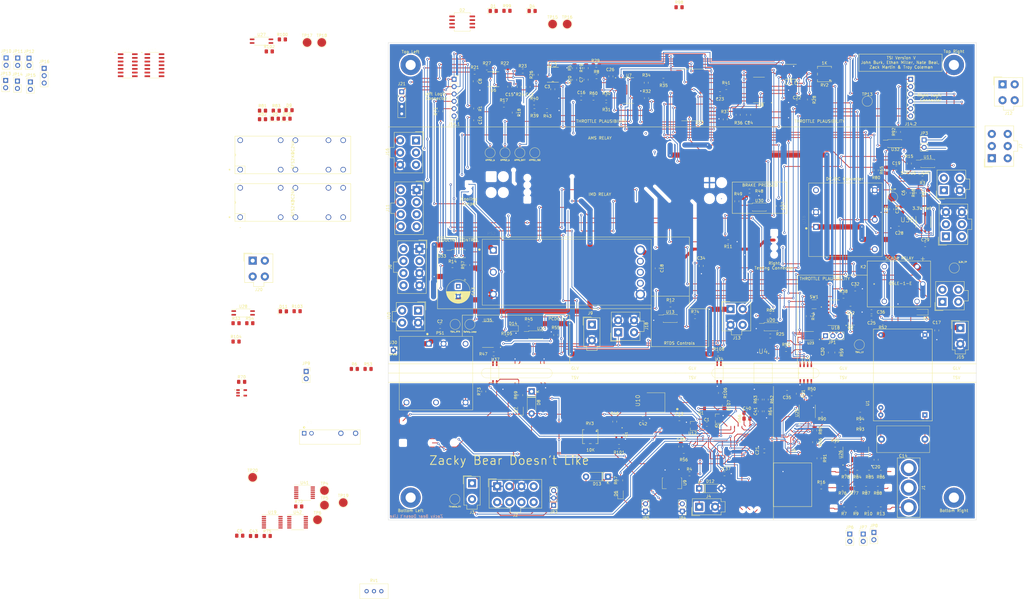
<source format=kicad_pcb>
(kicad_pcb (version 20171130) (host pcbnew "(5.1.6)-1")
  (layers (0 F.Cu signal) (31 B.Cu signal) (34 B.Paste user) (35 F.Paste user) (36 B.SilkS user) (37 F.SilkS user) (38 B.Mask user) (39 F.Mask user hide) (44 Edge.Cuts user))
  (net 0 "")
  (net 1 /3.3V)
  (net 2 /5V)
  (net 3 /AIRS-)
  (net 4 /24V)
  (net 5 /10V)
  (net 6 "Net-(C6-Pad1)")
  (net 7 "Net-(C7-Pad2)")
  (net 8 "Net-(C8-Pad1)")
  (net 9 /APPS1_RTN)
  (net 10 /PC_RELAY+)
  (net 11 /COOL_24V)
  (net 12 /HV+)
  (net 13 /HV-)
  (net 14 "Net-(C15-Pad1)")
  (net 15 /TSAL)
  (net 16 /12V_Cooling)
  (net 17 /5HV)
  (net 18 "Net-(C23-Pad1)")
  (net 19 "Net-(C30-Pad1)")
  (net 20 /Throttle_HV)
  (net 21 "Net-(D1-Pad2)")
  (net 22 "Net-(D2-Pad8)")
  (net 23 "Net-(D4-Pad2)")
  (net 24 /AMS_Button_RTN)
  (net 25 /PC_RELAY-)
  (net 26 "Net-(D6-Pad2)")
  (net 27 "Net-(D7-Pad1)")
  (net 28 "Net-(D7-Pad2)")
  (net 29 /IMD_Button_RTN)
  (net 30 "Net-(D14-Pad2)")
  (net 31 /DC_RELAY+)
  (net 32 /MC+)
  (net 33 /A2_HV)
  (net 34 /A1_HV)
  (net 35 /Brake_Pressed_HV)
  (net 36 /IGNI_VCC)
  (net 37 /IMD_Status)
  (net 38 /IMD_MHS)
  (net 39 /CAN_Shield)
  (net 40 /BP_CAN-)
  (net 41 /BP_CAN+)
  (net 42 /Drive_LED)
  (net 43 /Drive_BTN)
  (net 44 /SL1_In)
  (net 45 /AMS_FAULT_LED)
  (net 46 /IMD_FAULT_LED)
  (net 47 /Safety_Loop)
  (net 48 /AIRS+)
  (net 49 /SR_CTRL)
  (net 50 /RTDS_CTRL)
  (net 51 /PC_Ready)
  (net 52 /Throttle_SEL)
  (net 53 /Cooling_CTRL)
  (net 54 /5V_ISO_RTN)
  (net 55 /SDA)
  (net 56 /SCL)
  (net 57 /APPS1)
  (net 58 /APPS2)
  (net 59 /BOT_Out)
  (net 60 /SL1_Out)
  (net 61 /RTDS)
  (net 62 /Flowrate)
  (net 63 "Net-(JP1-Pad1)")
  (net 64 "Net-(JP1-Pad2)")
  (net 65 "Net-(Q2-Pad1)")
  (net 66 "Net-(Q2-Pad3)")
  (net 67 "Net-(Q11-Pad1)")
  (net 68 "Net-(R2-Pad2)")
  (net 69 "Net-(R4-Pad1)")
  (net 70 "Net-(R19-Pad1)")
  (net 71 "Net-(R7-Pad1)")
  (net 72 "Net-(R10-Pad2)")
  (net 73 "Net-(R10-Pad1)")
  (net 74 "Net-(R12-Pad1)")
  (net 75 "Net-(R15-Pad1)")
  (net 76 /D_LED_CTRL)
  (net 77 "Net-(R22-Pad1)")
  (net 78 "Net-(R23-Pad1)")
  (net 79 "Net-(R28-Pad2)")
  (net 80 "Net-(R29-Pad1)")
  (net 81 "Net-(R30-Pad1)")
  (net 82 "Net-(R30-Pad2)")
  (net 83 "Net-(R32-Pad2)")
  (net 84 "Net-(R34-Pad2)")
  (net 85 "Net-(R38-Pad2)")
  (net 86 /Throttle_PL)
  (net 87 "Net-(R45-Pad1)")
  (net 88 "Net-(R47-Pad2)")
  (net 89 "Net-(R49-Pad1)")
  (net 90 /Sensors_Throttle_Voltage/SDA_HV)
  (net 91 /Sensors_Throttle_Voltage/SCL_HV)
  (net 92 "Net-(R54-Pad1)")
  (net 93 /Throttle_LV)
  (net 94 "Net-(R62-Pad2)")
  (net 95 "Net-(R63-Pad2)")
  (net 96 "Net-(R70-Pad2)")
  (net 97 "Net-(R71-Pad1)")
  (net 98 /PCDC_Circuit/Safety_Loop_HV)
  (net 99 "Net-(R76-Pad1)")
  (net 100 "Net-(R77-Pad1)")
  (net 101 "Net-(R78-Pad1)")
  (net 102 "Net-(R84-Pad1)")
  (net 103 "Net-(R85-Pad1)")
  (net 104 "Net-(R87-Pad1)")
  (net 105 "Net-(R89-Pad1)")
  (net 106 "Net-(R90-Pad1)")
  (net 107 "Net-(R91-Pad2)")
  (net 108 "Net-(R92-Pad1)")
  (net 109 "Net-(R93-Pad1)")
  (net 110 "Net-(R94-Pad1)")
  (net 111 "Net-(R95-Pad2)")
  (net 112 "Net-(R95-Pad1)")
  (net 113 "Net-(R108-Pad2)")
  (net 114 /PCDC_Circuit/PC_AND_SL_READY)
  (net 115 "Net-(U19-Pad3)")
  (net 116 "Net-(U19-Pad13)")
  (net 117 "Net-(U19-Pad10)")
  (net 118 "Net-(U21-Pad13)")
  (net 119 /MC_Voltage)
  (net 120 /Chassis_GND)
  (net 121 /PCDC_Circuit/PC_Ready_HV)
  (net 122 /Gen_Fault_EPAL)
  (net 123 "Net-(R25-Pad1)")
  (net 124 /Throttle_Plausibility/APPS1_ISO)
  (net 125 /CoolTemp)
  (net 126 /CoolTemp_In)
  (net 127 /Relays_Cooling_Voltage_Refs/Cooling_power)
  (net 128 /Throttle_Plausibility/Pedal_Out)
  (net 129 /Relays_Cooling_Voltage_Refs/SL1_IMD_Out)
  (net 130 /Throttle_Plausibility/APPS1_b)
  (net 131 /Throttle_Plausibility/APPS2_b)
  (net 132 /Throttle_Plausibility/APPS_DIFF)
  (net 133 /Throttle_Plausibility/U8_Pin8)
  (net 134 /Throttle_Plausibility/U8_Pin3)
  (net 135 /Throttle_Plausibility/APPS)
  (net 136 /Relays_Cooling_Voltage_Refs/SR_CTRL_Boosted)
  (net 137 /Throttle_Plausibility/U8_Pin14)
  (net 138 /Throttle_Plausibility/U8_Pin13)
  (net 139 /Throttle_Plausibility/U8_Pin12)
  (net 140 /Throttle_Plausibility/U8_Pin9)
  (net 141 /PCDC_Circuit/3.3HV_REF)
  (net 142 /Throttle_Plausibility/Brake_Pressed_uC)
  (net 143 /GEN_FAULT_EPAL)
  (net 144 /24V_AMS_RTN)
  (net 145 /MRESET_Contact)
  (net 146 /BRAKE_OUT)
  (net 147 "Net-(D5-Pad2)")
  (net 148 "Net-(D9-Pad2)")
  (net 149 "Net-(D10-Pad2)")
  (net 150 "Net-(R102-Pad1)")
  (net 151 /1.24HV_REF)
  (net 152 "Net-(D11-Pad2)")
  (net 153 "Net-(IC1-Pad4)")
  (net 154 /Safety_Loop_EPAL)
  (net 155 "Net-(Q1-Pad1)")
  (net 156 "Net-(R33-Pad1)")
  (net 157 "Net-(R104-Pad2)")
  (net 158 "Net-(R103-Pad2)")
  (net 159 "Net-(C29-Pad2)")
  (net 160 "Net-(C38-Pad1)")
  (net 161 "Net-(C40-Pad2)")
  (net 162 "Net-(C41-Pad2)")
  (net 163 "Net-(Q3-Pad1)")
  (net 164 "Net-(R105-Pad1)")
  (net 165 "Net-(R106-Pad1)")
  (net 166 "Net-(RV1-Pad2)")
  (net 167 "Net-(RV1-Pad3)")
  (net 168 /TS_Voltage)
  (net 169 /PCDC_Circuit/TSV_Ready_HV)
  (net 170 "Net-(J2-Pad7)")
  (net 171 "Net-(J2-Pad6)")
  (net 172 /Sensors_Throttle_Voltage/1.24HV_REF)
  (net 173 /PCDC_Circuit/TSV_MIN_REF)
  (net 174 /PCDC_Circuit/PC_Control)
  (net 175 "Net-(R72-Pad2)")
  (net 176 /PCDC_Circuit/TSV_Ready)
  (net 177 "Net-(U19-Pad6)")
  (net 178 "Net-(U19-Pad12)")
  (net 179 "Net-(U19-Pad11)")
  (net 180 "Net-(U41-Pad12)")
  (net 181 "Net-(U41-Pad11)")
  (net 182 "Net-(U41-Pad8)")
  (net 183 "Net-(U41-Pad3)")
  (net 184 "Net-(U42-Pad3)")
  (net 185 "Net-(U42-Pad13)")
  (net 186 "Net-(U42-Pad12)")
  (net 187 /PCDC_Circuit/MC_95%)
  (net 188 "Net-(JP6-Pad1)")
  (net 189 "Net-(JP7-Pad1)")
  (net 190 "Net-(JP8-Pad1)")
  (net 191 /IO_Ground)
  (module TSI_Rev_2021_Footprint_Lib:Molex_MiniFit-JR-5556-06A_2x03x4.20mm_Straight (layer F.Cu) (at 292.862 119.888 90)
    (fp_text reference J19)
    (fp_text value "Cooling Sensors")
    (pad 6 thru_hole circle (at 8.4 5.5 90) (size 2.8 2.8) (drill 1.4) (layers *.Cu *.Mask) (net 3 /AIRS-))
    (pad 5 thru_hole circle (at 4.2 5.5 90) (size 2.8 2.8) (drill 1.4) (layers *.Cu *.Mask) (net 126 /CoolTemp_In))
    (pad 4 thru_hole circle (at 0 5.5 90) (size 2.8 2.8) (drill 1.4) (layers *.Cu *.Mask) (net 125 /CoolTemp))
    (pad 3 thru_hole circle (at 8.4 0 90) (size 2.8 2.8) (drill 1.4) (layers *.Cu *.Mask) (net 3 /AIRS-))
    (pad 2 thru_hole circle (at 4.2 0 90) (size 2.8 2.8) (drill 1.4) (layers *.Cu *.Mask) (net 2 /5V))
    (pad 1 thru_hole rect (at 0 0 90) (size 2.8 2.8) (drill 1.4) (layers *.Cu *.Mask) (net 62 /Flowrate))
  )
  (module TSI_Rev_2021_Footprint_Lib:CONV_PDQ10-Q24-D5-D (layer F.Cu) (at 116.6876 167.1574)
    (fp_text reference PS1 (at 1.4224 -13.8684) (layer F.SilkS) (effects (font (size 1.001646 1.001646))))
    (fp_text value THN_30-2415WI)
    (pad 6 thru_hole circle (at 10.2 -10.15) (size 2 2) (drill 1.3) (layers *.Cu *.Mask))
    (pad 5 thru_hole circle (at 10.2 10.15) (size 2 2) (drill 1.3) (layers *.Cu *.Mask) (net 191 /IO_Ground))
    (pad 4 thru_hole circle (at 0 10.15) (size 2 2) (drill 1.3) (layers *.Cu *.Mask))
    (pad 3 thru_hole circle (at -10.2 10.15) (size 2 2) (drill 1.3) (layers *.Cu *.Mask) (net 10 /PC_RELAY+))
    (pad 2 thru_hole circle (at 2.6 -10.15) (size 2 2) (drill 1.3) (layers *.Cu *.Mask) (net 3 /AIRS-))
    (pad 1 thru_hole rect (at -2.5 -10.15) (size 2 2) (drill 1.3) (layers *.Cu *.Mask) (net 4 /24V))
  )
  (module TSI_Rev_2021_Footprint_Lib:Potentiometer (layer F.Cu) (at 250.9012 63.754 180)
    (fp_text reference RV2 (at 0 -3.81) (layer F.SilkS))
    (fp_text value 1K (at 0 3.81) (layer F.SilkS))
    (fp_text user * (at -1.905 -2.4638) (layer F.SilkS))
    (fp_text user * (at -1.905 -2.4638) (layer F.SilkS))
    (pad 2 smd rect (at -2.8956 0 180) (size 0.762 1.27) (layers F.Cu F.Paste F.Mask) (net 80 "Net-(R29-Pad1)"))
    (pad 3 smd roundrect (at 2.8956 1.143 180) (size 1.27 0.8128) (layers F.Cu F.Paste F.Mask) (net 80 "Net-(R29-Pad1)"))
    (pad 1 smd roundrect (at 2.8956 -1.143 180) (size 1.27 0.8128) (layers F.Cu F.Paste F.Mask) (net 79 "Net-(R28-Pad2)"))
  )
  (module TSI_Rev_2021_Footprint_Lib:Potentiometer (layer F.Cu) (at 169.9768 189.1284 270)
    (fp_text reference RV3 (at -4.572 0.1524 180) (layer F.SilkS))
    (fp_text value 10K (at 4.6228 -0.1016 180) (layer F.SilkS))
    (fp_text user * (at -1.905 -2.4638 90) (layer F.SilkS))
    (fp_text user * (at -1.905 -2.4638 90) (layer F.SilkS))
    (pad 2 smd rect (at -2.8956 0 270) (size 0.762 1.27) (layers F.Cu F.Paste F.Mask) (net 173 /PCDC_Circuit/TSV_MIN_REF))
    (pad 3 smd roundrect (at 2.8956 1.143 270) (size 1.27 0.8128) (layers F.Cu F.Paste F.Mask))
    (pad 1 smd roundrect (at 2.8956 -1.143 270) (size 1.27 0.8128) (layers F.Cu F.Paste F.Mask) (net 153 "Net-(IC1-Pad4)"))
  )
  (module Capacitor_SMD:C_0805_2012Metric_Pad1.15x1.40mm_HandSolder (layer F.Cu) (at 208.3308 130.1078 270)
    (fp_text reference C34 (at -2.7014 0.0508 180) (layer F.SilkS))
    (fp_text value 10u)
    (pad 1 smd roundrect (at -1.025 0 270) (size 1.15 1.4) (layers F.Cu F.Paste F.Mask) (roundrect_rratio 0.217391) (net 4 /24V))
    (pad 2 smd roundrect (at 1.025 0 270) (size 1.15 1.4) (layers F.Cu F.Paste F.Mask) (roundrect_rratio 0.217391) (net 3 /AIRS-))
  )
  (module TSI_Rev_2021_Footprint_Lib:CONV_PDQ10-Q24-D5-D (layer F.Cu) (at 258.12242 114.11204 90)
    (fp_text reference U38 (at -0.06096 -14.28242 90) (layer F.SilkS) (effects (font (size 1.001646 1.001646) (thickness 0.015))))
    (fp_text value PDQ10-Q24-D5-D)
    (pad 6 thru_hole circle (at 10.2 -10.15 90) (size 2 2) (drill 1.3) (layers *.Cu *.Mask))
    (pad 5 thru_hole circle (at 10.2 10.15 90) (size 2 2) (drill 1.3) (layers *.Cu *.Mask) (net 3 /AIRS-))
    (pad 4 thru_hole circle (at 0 10.15 90) (size 2 2) (drill 1.3) (layers *.Cu *.Mask) (net 2 /5V))
    (pad 3 thru_hole circle (at -10.2 10.15 90) (size 2 2) (drill 1.3) (layers *.Cu *.Mask) (net 5 /10V))
    (pad 2 thru_hole circle (at 2.6 -10.15 90) (size 2 2) (drill 1.3) (layers *.Cu *.Mask) (net 3 /AIRS-))
    (pad 1 thru_hole rect (at -2.5 -10.15 90) (size 2 2) (drill 1.3) (layers *.Cu *.Mask) (net 4 /24V))
  )
  (module Connector_PinSocket_2.54mm:PinSocket_1x06_P2.54mm_Vertical (layer F.Cu) (at 280.67254 65.5574)
    (fp_text reference J14.2 (at 0.03556 15.4559) (layer F.SilkS))
    (fp_text value "Logic Conn. 2")
    (pad 6 thru_hole oval (at 0 12.7) (size 1.7 1.7) (drill 1) (layers *.Cu *.Mask) (net 51 /PC_Ready))
    (pad 5 thru_hole oval (at 0 10.16) (size 1.7 1.7) (drill 1) (layers *.Cu *.Mask) (net 50 /RTDS_CTRL))
    (pad 4 thru_hole oval (at 0 7.62) (size 1.7 1.7) (drill 1) (layers *.Cu *.Mask) (net 41 /BP_CAN+))
    (pad 3 thru_hole oval (at 0.0254 5.08) (size 1.7 1.7) (drill 1) (layers *.Cu *.Mask) (net 40 /BP_CAN-))
    (pad 2 thru_hole oval (at 0 2.54) (size 1.7 1.7) (drill 1) (layers *.Cu *.Mask) (net 49 /SR_CTRL))
    (pad 1 thru_hole rect (at 0 0) (size 1.7 1.7) (drill 1) (layers *.Cu *.Mask) (net 45 /AMS_FAULT_LED))
  )
  (module TSI_Rev_2021_Footprint_Lib:Molex_MiniFit-JR-5556-04A_2x02x4.20mm_Straight (layer F.Cu) (at 110.49 145.542 270)
    (fp_text reference J10 (at 1.8288 10.1219 90) (layer F.SilkS))
    (fp_text value "Breakered GLV")
    (pad 1 thru_hole rect (at 0 0 270) (size 2.8 2.8) (drill 1.4) (layers *.Cu *.Mask) (net 4 /24V))
    (pad 2 thru_hole circle (at 4.2 0 270) (size 2.8 2.8) (drill 1.4) (layers *.Cu *.Mask) (net 3 /AIRS-))
    (pad 3 thru_hole circle (at 0 5.5 270) (size 2.8 2.8) (drill 1.4) (layers *.Cu *.Mask) (net 44 /SL1_In))
    (pad 4 thru_hole circle (at 4.2 5.5 270) (size 2.8 2.8) (drill 1.4) (layers *.Cu *.Mask) (net 11 /COOL_24V))
  )
  (module TSI_Rev_2021_Footprint_Lib:SOP65P640X120-16N (layer F.Cu) (at 244.9576 180.3654 90)
    (fp_text reference U25 (at -0.545 -3.612 90) (layer F.SilkS))
    (fp_text value NCD9830DBR2G)
    (pad 16 smd rect (at 2.87 -2.275 90) (size 1.47 0.41) (layers F.Cu F.Paste F.Mask) (net 17 /5HV))
    (pad 15 smd rect (at 2.87 -1.625 90) (size 1.47 0.41) (layers F.Cu F.Paste F.Mask) (net 90 /Sensors_Throttle_Voltage/SDA_HV))
    (pad 14 smd rect (at 2.87 -0.975 90) (size 1.47 0.41) (layers F.Cu F.Paste F.Mask) (net 91 /Sensors_Throttle_Voltage/SCL_HV))
    (pad 13 smd rect (at 2.87 -0.325 90) (size 1.47 0.41) (layers F.Cu F.Paste F.Mask) (net 17 /5HV))
    (pad 12 smd rect (at 2.87 0.325 90) (size 1.47 0.41) (layers F.Cu F.Paste F.Mask) (net 191 /IO_Ground))
    (pad 11 smd rect (at 2.87 0.975 90) (size 1.47 0.41) (layers F.Cu F.Paste F.Mask) (net 191 /IO_Ground))
    (pad 10 smd rect (at 2.87 1.625 90) (size 1.47 0.41) (layers F.Cu F.Paste F.Mask) (net 17 /5HV))
    (pad 9 smd rect (at 2.87 2.275 90) (size 1.47 0.41) (layers F.Cu F.Paste F.Mask) (net 191 /IO_Ground))
    (pad 8 smd rect (at -2.87 2.275 90) (size 1.47 0.41) (layers F.Cu F.Paste F.Mask) (net 119 /MC_Voltage))
    (pad 7 smd rect (at -2.87 1.625 90) (size 1.47 0.41) (layers F.Cu F.Paste F.Mask) (net 168 /TS_Voltage))
    (pad 6 smd rect (at -2.87 0.975 90) (size 1.47 0.41) (layers F.Cu F.Paste F.Mask))
    (pad 5 smd rect (at -2.87 0.325 90) (size 1.47 0.41) (layers F.Cu F.Paste F.Mask) (net 34 /A1_HV))
    (pad 4 smd rect (at -2.87 -0.325 90) (size 1.47 0.41) (layers F.Cu F.Paste F.Mask) (net 33 /A2_HV))
    (pad 3 smd rect (at -2.87 -0.975 90) (size 1.47 0.41) (layers F.Cu F.Paste F.Mask))
    (pad 2 smd rect (at -2.87 -1.625 90) (size 1.47 0.41) (layers F.Cu F.Paste F.Mask))
    (pad 1 smd rect (at -2.87 -2.275 90) (size 1.47 0.41) (layers F.Cu F.Paste F.Mask))
  )
  (module Resistor_SMD:R_0805_2012Metric_Pad1.15x1.40mm_HandSolder (layer F.Cu) (at 224.1296 182.9054 180)
    (fp_text reference R66 (at 2.54 0 90) (layer F.SilkS))
    (fp_text value 24.9K)
    (pad 2 smd roundrect (at 1.025 0 180) (size 1.15 1.4) (layers F.Cu F.Paste F.Mask) (roundrect_rratio 0.217391) (net 161 "Net-(C40-Pad2)"))
    (pad 1 smd roundrect (at -1.025 0 180) (size 1.15 1.4) (layers F.Cu F.Paste F.Mask) (roundrect_rratio 0.217391) (net 20 /Throttle_HV))
  )
  (module Connector_PinHeader_2.54mm:PinHeader_1x02_P2.54mm_Vertical (layer F.Cu) (at 285.3182 86.5505)
    (fp_text reference JP3 (at 0 -2.33) (layer F.SilkS))
    (fp_text value "If CAN_Shield & Chassis_GND need to be shorted together, weren't sure")
    (pad 2 thru_hole oval (at 0 2.54) (size 1.7 1.7) (drill 1) (layers *.Cu *.Mask) (net 120 /Chassis_GND))
    (pad 1 thru_hole rect (at 0 0) (size 1.7 1.7) (drill 1) (layers *.Cu *.Mask) (net 39 /CAN_Shield))
  )
  (module TSI_Rev_2021_Footprint_Lib:DPAK229P990X238-4N (layer F.Cu) (at 193.6496 177.3174 90)
    (fp_text reference U10 (at 0.635 -7.239 90) (layer F.SilkS) (effects (font (size 1.4 1.4))))
    (fp_text value MC7805BDTRKG)
    (pad 2 smd rect (at 0 -2.51 90) (size 5.63 6.09) (layers F.Cu F.Mask) (net 191 /IO_Ground))
    (pad 3 smd rect (at 2.29 4.14 90) (size 0.97 2.83) (layers F.Cu F.Paste F.Mask) (net 17 /5HV))
    (pad 1 smd rect (at -2.29 4.14 90) (size 0.97 2.83) (layers F.Cu F.Paste F.Mask) (net 10 /PC_RELAY+))
  )
  (module Resistor_SMD:R_0805_2012Metric_Pad1.15x1.40mm_HandSolder (layer F.Cu) (at 249.7746 206.5274)
    (fp_text reference R16 (at 0 -1.65) (layer F.SilkS))
    (fp_text value 10K)
    (pad 1 smd roundrect (at -1.025 0) (size 1.15 1.4) (layers F.Cu F.Paste F.Mask) (roundrect_rratio 0.217391) (net 172 /Sensors_Throttle_Voltage/1.24HV_REF))
    (pad 2 smd roundrect (at 1.025 0) (size 1.15 1.4) (layers F.Cu F.Paste F.Mask) (roundrect_rratio 0.217391) (net 190 "Net-(JP8-Pad1)"))
  )
  (module Connector_PinSocket_2.54mm:PinSocket_1x06_P2.54mm_Vertical (layer F.Cu) (at 122.93346 65.5574)
    (fp_text reference J14.1 (at -0.01016 15.4813) (layer F.SilkS))
    (fp_text value "Logic Conn. 1")
    (pad 6 thru_hole oval (at -0.0254 12.7) (size 1.7 1.7) (drill 1) (layers *.Cu *.Mask) (net 52 /Throttle_SEL))
    (pad 5 thru_hole oval (at 0 10.16) (size 1.7 1.7) (drill 1) (layers *.Cu *.Mask) (net 53 /Cooling_CTRL))
    (pad 4 thru_hole oval (at 0 7.62) (size 1.7 1.7) (drill 1) (layers *.Cu *.Mask) (net 47 /Safety_Loop))
    (pad 3 thru_hole oval (at 0 5.08) (size 1.7 1.7) (drill 1) (layers *.Cu *.Mask) (net 54 /5V_ISO_RTN))
    (pad 2 thru_hole oval (at 0 2.54) (size 1.7 1.7) (drill 1) (layers *.Cu *.Mask) (net 55 /SDA))
    (pad 1 thru_hole rect (at 0 0) (size 1.7 1.7) (drill 1) (layers *.Cu *.Mask) (net 56 /SCL))
  )
  (module TSI_Rev_2021_Footprint_Lib:RDE03110S12 (layer F.Cu) (at 288.1376 183.6674 90)
    (fp_text reference U1 (at 6.096 -22.352 270) (layer F.SilkS))
    (fp_text value RDE03110S12)
    (pad 12 thru_hole circle (at 29.718 -2.54 270) (size 1.778 1.778) (drill 0.762) (layers *.Cu *.Mask) (net 3 /AIRS-))
    (pad 13 thru_hole circle (at 29.718 -17.78 270) (size 1.778 1.778) (drill 0.762) (layers *.Cu *.Mask) (net 15 /TSAL))
    (pad 23 thru_hole circle (at 4.572 -17.78 270) (size 1.778 1.778) (drill 0.762) (layers *.Cu *.Mask) (net 13 /HV-))
    (pad 24 thru_hole circle (at 2.032 -17.78 270) (size 1.778 1.778) (drill 0.762) (layers *.Cu *.Mask) (net 13 /HV-))
    (pad 1 thru_hole rect (at 2.032 -2.54 270) (size 1.778 1.778) (drill 0.762) (layers *.Cu *.Mask) (net 12 /HV+))
  )
  (module TestPoint:TestPoint_Pad_D3.0mm (layer F.Cu) (at 295.76014 130.80492)
    (fp_text reference TP11)
    (fp_text value 3.3V_TP (at 2.89306 -2.05232) (layer F.SilkS) (effects (font (size 0.5 0.5) (thickness 0.125))))
    (pad 1 smd circle (at 0 0) (size 3 3) (layers F.Cu F.Mask) (net 1 /3.3V))
  )
  (module TestPoint:TestPoint_Pad_D3.0mm (layer F.Cu) (at 274.447 106.2736)
    (fp_text reference TP10)
    (fp_text value 5V_TP (at 0.04572 -2.64414) (layer F.SilkS) (effects (font (size 0.5 0.5) (thickness 0.125))))
    (pad 1 smd circle (at 0 0) (size 3 3) (layers F.Cu F.Mask) (net 2 /5V))
  )
  (module Capacitor_SMD:C_0805_2012Metric_Pad1.15x1.40mm_HandSolder (layer F.Cu) (at 118.101 150.9776)
    (fp_text reference C2 (at -0.0926 -1.6764) (layer F.SilkS))
    (fp_text value 4.7u)
    (pad 2 smd roundrect (at 1.025 0) (size 1.15 1.4) (layers F.Cu F.Paste F.Mask) (roundrect_rratio 0.217391) (net 3 /AIRS-))
    (pad 1 smd roundrect (at -1.025 0) (size 1.15 1.4) (layers F.Cu F.Paste F.Mask) (roundrect_rratio 0.217391) (net 4 /24V))
  )
  (module Capacitor_SMD:C_0805_2012Metric_Pad1.15x1.40mm_HandSolder (layer F.Cu) (at 157.0617 68.992 270)
    (fp_text reference C3 (at -0.8946 1.9312) (layer F.SilkS))
    (fp_text value 0.1u)
    (pad 1 smd roundrect (at -1.025 0 270) (size 1.15 1.4) (layers F.Cu F.Paste F.Mask) (roundrect_rratio 0.217391) (net 5 /10V))
    (pad 2 smd roundrect (at 1.025 0 270) (size 1.15 1.4) (layers F.Cu F.Paste F.Mask) (roundrect_rratio 0.217391) (net 3 /AIRS-))
  )
  (module Capacitor_SMD:C_0805_2012Metric_Pad1.15x1.40mm_HandSolder (layer F.Cu) (at 279.8445 104.82696 90)
    (fp_text reference C6 (at 0 -1.65 90) (layer F.SilkS))
    (fp_text value 0.1u)
    (pad 1 smd roundrect (at -1.025 0 90) (size 1.15 1.4) (layers F.Cu F.Paste F.Mask) (roundrect_rratio 0.217391) (net 6 "Net-(C6-Pad1)"))
    (pad 2 smd roundrect (at 1.025 0 90) (size 1.15 1.4) (layers F.Cu F.Paste F.Mask) (roundrect_rratio 0.217391) (net 3 /AIRS-))
  )
  (module Capacitor_SMD:C_0805_2012Metric_Pad1.15x1.40mm_HandSolder (layer F.Cu) (at 168.5258 65.692 90)
    (fp_text reference C7 (at 0 -1.65 90) (layer F.SilkS))
    (fp_text value 0.1u)
    (pad 2 smd roundrect (at 1.025 0 90) (size 1.15 1.4) (layers F.Cu F.Paste F.Mask) (roundrect_rratio 0.217391) (net 7 "Net-(C7-Pad2)"))
    (pad 1 smd roundrect (at -1.025 0 90) (size 1.15 1.4) (layers F.Cu F.Paste F.Mask) (roundrect_rratio 0.217391) (net 124 /Throttle_Plausibility/APPS1_ISO))
  )
  (module Capacitor_SMD:C_0805_2012Metric_Pad1.15x1.40mm_HandSolder (layer F.Cu) (at 130.2893 66.24712 270)
    (fp_text reference C8 (at 0 -1.65 90) (layer F.SilkS))
    (fp_text value 0.1u)
    (pad 2 smd roundrect (at 1.025 0 270) (size 1.15 1.4) (layers F.Cu F.Paste F.Mask) (roundrect_rratio 0.217391) (net 3 /AIRS-))
    (pad 1 smd roundrect (at -1.025 0 270) (size 1.15 1.4) (layers F.Cu F.Paste F.Mask) (roundrect_rratio 0.217391) (net 8 "Net-(C8-Pad1)"))
  )
  (module Capacitor_SMD:C_0805_2012Metric_Pad1.15x1.40mm_HandSolder (layer F.Cu) (at 130.38836 79.75484 270)
    (fp_text reference C10 (at 0.00116 -1.59004 90) (layer F.SilkS))
    (fp_text value 0.1u)
    (pad 1 smd roundrect (at -1.025 0 270) (size 1.15 1.4) (layers F.Cu F.Paste F.Mask) (roundrect_rratio 0.217391) (net 9 /APPS1_RTN))
    (pad 2 smd roundrect (at 1.025 0 270) (size 1.15 1.4) (layers F.Cu F.Paste F.Mask) (roundrect_rratio 0.217391) (net 3 /AIRS-))
  )
  (module Capacitor_SMD:C_0805_2012Metric_Pad1.15x1.40mm_HandSolder (layer F.Cu) (at 148.4617 68.192 270)
    (fp_text reference C11 (at 2.625 -0.6 180) (layer F.SilkS))
    (fp_text value 0.1u)
    (pad 2 smd roundrect (at 1.025 0 270) (size 1.15 1.4) (layers F.Cu F.Paste F.Mask) (roundrect_rratio 0.217391) (net 3 /AIRS-))
    (pad 1 smd roundrect (at -1.025 0 270) (size 1.15 1.4) (layers F.Cu F.Paste F.Mask) (roundrect_rratio 0.217391) (net 5 /10V))
  )
  (module Capacitor_SMD:C_0805_2012Metric_Pad1.15x1.40mm_HandSolder (layer F.Cu) (at 200.7616 182.9054)
    (fp_text reference C12 (at 0 -1.65) (layer F.SilkS))
    (fp_text value 0.33u)
    (pad 1 smd roundrect (at -1.025 0) (size 1.15 1.4) (layers F.Cu F.Paste F.Mask) (roundrect_rratio 0.217391) (net 10 /PC_RELAY+))
    (pad 2 smd roundrect (at 1.025 0) (size 1.15 1.4) (layers F.Cu F.Paste F.Mask) (roundrect_rratio 0.217391) (net 191 /IO_Ground))
  )
  (module Capacitor_THT:C_Rect_L18.0mm_W9.0mm_P15.00mm_FKS3_FKP3 (layer F.Cu) (at 285.5976 190.0174 180)
    (fp_text reference C14 (at 7.5 -5.75) (layer F.SilkS))
    (fp_text value 1u)
    (pad 1 thru_hole circle (at 0 0 180) (size 2.4 2.4) (drill 1.2) (layers *.Cu *.Mask) (net 12 /HV+))
    (pad 2 thru_hole circle (at 15 0 180) (size 2.4 2.4) (drill 1.2) (layers *.Cu *.Mask) (net 13 /HV-))
  )
  (module Capacitor_SMD:C_0805_2012Metric_Pad1.15x1.40mm_HandSolder (layer F.Cu) (at 142.14094 68.1318 270)
    (fp_text reference C15 (at 2.6852 0.07924) (layer F.SilkS))
    (fp_text value 0.1u)
    (pad 1 smd roundrect (at -1.025 0 270) (size 1.15 1.4) (layers F.Cu F.Paste F.Mask) (roundrect_rratio 0.217391) (net 14 "Net-(C15-Pad1)"))
    (pad 2 smd roundrect (at 1.025 0 270) (size 1.15 1.4) (layers F.Cu F.Paste F.Mask) (roundrect_rratio 0.217391) (net 3 /AIRS-))
  )
  (module Capacitor_SMD:C_0805_2012Metric_Pad1.15x1.40mm_HandSolder (layer F.Cu) (at 166.8367 72.067 180)
    (fp_text reference C16 (at -0.0418 1.9304) (layer F.SilkS))
    (fp_text value 0.1u)
    (pad 2 smd roundrect (at 1.025 0 180) (size 1.15 1.4) (layers F.Cu F.Paste F.Mask) (roundrect_rratio 0.217391) (net 3 /AIRS-))
    (pad 1 smd roundrect (at -1.025 0 180) (size 1.15 1.4) (layers F.Cu F.Paste F.Mask) (roundrect_rratio 0.217391) (net 2 /5V))
  )
  (module Capacitor_SMD:C_0805_2012Metric_Pad1.15x1.40mm_HandSolder (layer F.Cu) (at 289.7124 152.391 270)
    (fp_text reference C17 (at -2.7342 0.0508 180) (layer F.SilkS))
    (fp_text value 4.7u)
    (pad 1 smd roundrect (at -1.025 0 270) (size 1.15 1.4) (layers F.Cu F.Paste F.Mask) (roundrect_rratio 0.217391) (net 15 /TSAL))
    (pad 2 smd roundrect (at 1.025 0 270) (size 1.15 1.4) (layers F.Cu F.Paste F.Mask) (roundrect_rratio 0.217391) (net 3 /AIRS-))
  )
  (module Capacitor_SMD:C_0805_2012Metric_Pad1.15x1.40mm_HandSolder (layer F.Cu) (at 193.1035 130.928 270)
    (fp_text reference C18 (at 0 -1.65 90) (layer F.SilkS))
    (fp_text value 10u)
    (pad 1 smd roundrect (at -1.025 0 270) (size 1.15 1.4) (layers F.Cu F.Paste F.Mask) (roundrect_rratio 0.217391) (net 16 /12V_Cooling))
    (pad 2 smd roundrect (at 1.025 0 270) (size 1.15 1.4) (layers F.Cu F.Paste F.Mask) (roundrect_rratio 0.217391) (net 3 /AIRS-))
  )
  (module Capacitor_SMD:C_0805_2012Metric_Pad1.15x1.40mm_HandSolder (layer F.Cu) (at 275.7117 96.217)
    (fp_text reference C19 (at 0 -1.65) (layer F.SilkS))
    (fp_text value 0.1u)
    (pad 2 smd roundrect (at 1.025 0) (size 1.15 1.4) (layers F.Cu F.Paste F.Mask) (roundrect_rratio 0.217391) (net 3 /AIRS-))
    (pad 1 smd roundrect (at -1.025 0) (size 1.15 1.4) (layers F.Cu F.Paste F.Mask) (roundrect_rratio 0.217391) (net 125 /CoolTemp))
  )
  (module Capacitor_SMD:C_0805_2012Metric_Pad1.15x1.40mm_HandSolder (layer F.Cu) (at 268.732 197.113 270)
    (fp_text reference C20 (at 2.4802 0) (layer F.SilkS))
    (fp_text value 0.1u)
    (pad 2 smd roundrect (at 1.025 0 270) (size 1.15 1.4) (layers F.Cu F.Paste F.Mask) (roundrect_rratio 0.217391) (net 191 /IO_Ground))
    (pad 1 smd roundrect (at -1.025 0 270) (size 1.15 1.4) (layers F.Cu F.Paste F.Mask) (roundrect_rratio 0.217391) (net 17 /5HV))
  )
  (module Capacitor_SMD:C_0805_2012Metric_Pad1.15x1.40mm_HandSolder (layer F.Cu) (at 230.115 194.056 180)
    (fp_text reference C21 (at 2.4548 0 90) (layer F.SilkS))
    (fp_text value 0.1u)
    (pad 2 smd roundrect (at 1.025 0 180) (size 1.15 1.4) (layers F.Cu F.Paste F.Mask) (roundrect_rratio 0.217391) (net 191 /IO_Ground))
    (pad 1 smd roundrect (at -1.025 0 180) (size 1.15 1.4) (layers F.Cu F.Paste F.Mask) (roundrect_rratio 0.217391) (net 17 /5HV))
  )
  (module Capacitor_SMD:C_0805_2012Metric_Pad1.15x1.40mm_HandSolder (layer F.Cu) (at 241.3617 73.567 180)
    (fp_text reference C22 (at -0.009 1.651) (layer F.SilkS))
    (fp_text value 0.1u)
    (pad 1 smd roundrect (at -1.025 0 180) (size 1.15 1.4) (layers F.Cu F.Paste F.Mask) (roundrect_rratio 0.217391) (net 5 /10V))
    (pad 2 smd roundrect (at 1.025 0 180) (size 1.15 1.4) (layers F.Cu F.Paste F.Mask) (roundrect_rratio 0.217391) (net 3 /AIRS-))
  )
  (module Capacitor_SMD:C_0805_2012Metric_Pad1.15x1.40mm_HandSolder (layer F.Cu) (at 214.8367 70.542 180)
    (fp_text reference C23 (at 0.0797 -1.848) (layer F.SilkS))
    (fp_text value 33p)
    (pad 2 smd roundrect (at 1.025 0 180) (size 1.15 1.4) (layers F.Cu F.Paste F.Mask) (roundrect_rratio 0.217391) (net 3 /AIRS-))
    (pad 1 smd roundrect (at -1.025 0 180) (size 1.15 1.4) (layers F.Cu F.Paste F.Mask) (roundrect_rratio 0.217391) (net 18 "Net-(C23-Pad1)"))
  )
  (module Capacitor_SMD:C_0805_2012Metric_Pad1.15x1.40mm_HandSolder (layer F.Cu) (at 224.6617 77.842 270)
    (fp_text reference C24 (at 2.7522 -0.0902 180) (layer F.SilkS))
    (fp_text value 0.1u)
    (pad 1 smd roundrect (at -1.025 0 270) (size 1.15 1.4) (layers F.Cu F.Paste F.Mask) (roundrect_rratio 0.217391) (net 2 /5V))
    (pad 2 smd roundrect (at 1.025 0 270) (size 1.15 1.4) (layers F.Cu F.Paste F.Mask) (roundrect_rratio 0.217391) (net 3 /AIRS-))
  )
  (module Capacitor_SMD:C_0805_2012Metric_Pad1.15x1.40mm_HandSolder (layer F.Cu) (at 267.1367 148.067)
    (fp_text reference C25 (at 0 1.75) (layer F.SilkS))
    (fp_text value 0.1u)
    (pad 1 smd roundrect (at -1.025 0) (size 1.15 1.4) (layers F.Cu F.Paste F.Mask) (roundrect_rratio 0.217391) (net 3 /AIRS-))
    (pad 2 smd roundrect (at 1.025 0) (size 1.15 1.4) (layers F.Cu F.Paste F.Mask) (roundrect_rratio 0.217391) (net 2 /5V))
  )
  (module Capacitor_SMD:C_0805_2012Metric_Pad1.15x1.40mm_HandSolder (layer F.Cu) (at 177.1117 64.542 90)
    (fp_text reference C26 (at 2.3374 -0.2261 180) (layer F.SilkS))
    (fp_text value 0.1u)
    (pad 1 smd roundrect (at -1.025 0 90) (size 1.15 1.4) (layers F.Cu F.Paste F.Mask) (roundrect_rratio 0.217391) (net 2 /5V))
    (pad 2 smd roundrect (at 1.025 0 90) (size 1.15 1.4) (layers F.Cu F.Paste F.Mask) (roundrect_rratio 0.217391) (net 3 /AIRS-))
  )
  (module Capacitor_SMD:C_0805_2012Metric_Pad1.15x1.40mm_HandSolder (layer F.Cu) (at 234.9117 109.3634 270)
    (fp_text reference C27 (at 0 -1.65 90) (layer F.SilkS))
    (fp_text value 0.1u)
    (pad 1 smd roundrect (at -1.025 0 270) (size 1.15 1.4) (layers F.Cu F.Paste F.Mask) (roundrect_rratio 0.217391) (net 48 /AIRS+))
    (pad 2 smd roundrect (at 1.025 0 270) (size 1.15 1.4) (layers F.Cu F.Paste F.Mask) (roundrect_rratio 0.217391) (net 3 /AIRS-))
  )
  (module Capacitor_SMD:C_0805_2012Metric_Pad1.15x1.40mm_HandSolder (layer F.Cu) (at 251.5489 160.0364 270)
    (fp_text reference C30 (at -0.3085 1.27 90) (layer F.SilkS))
    (fp_text value 100p)
    (pad 1 smd roundrect (at -1.025 0 270) (size 1.15 1.4) (layers F.Cu F.Paste F.Mask) (roundrect_rratio 0.217391) (net 19 "Net-(C30-Pad1)"))
    (pad 2 smd roundrect (at 1.025 0 270) (size 1.15 1.4) (layers F.Cu F.Paste F.Mask) (roundrect_rratio 0.217391) (net 3 /AIRS-))
  )
  (module Capacitor_SMD:C_0805_2012Metric_Pad1.15x1.40mm_HandSolder (layer F.Cu) (at 261.5221 138.017)
    (fp_text reference C32 (at 0 -1.65) (layer F.SilkS))
    (fp_text value 0.1u)
    (pad 2 smd roundrect (at 1.025 0) (size 1.15 1.4) (layers F.Cu F.Paste F.Mask) (roundrect_rratio 0.217391) (net 3 /AIRS-))
    (pad 1 smd roundrect (at -1.025 0) (size 1.15 1.4) (layers F.Cu F.Paste F.Mask) (roundrect_rratio 0.217391) (net 2 /5V))
  )
  (module Capacitor_SMD:C_0805_2012Metric_Pad1.15x1.40mm_HandSolder (layer F.Cu) (at 237.9763 173.863)
    (fp_text reference C35 (at -0.0418 1.7272 180) (layer F.SilkS))
    (fp_text value 0.1u)
    (pad 2 smd roundrect (at 1.025 0) (size 1.15 1.4) (layers F.Cu F.Paste F.Mask) (roundrect_rratio 0.217391) (net 191 /IO_Ground))
    (pad 1 smd roundrect (at -1.025 0) (size 1.15 1.4) (layers F.Cu F.Paste F.Mask) (roundrect_rratio 0.217391) (net 17 /5HV))
  )
  (module Capacitor_SMD:C_0805_2012Metric_Pad1.15x1.40mm_HandSolder (layer F.Cu) (at 188.1415 182.88)
    (fp_text reference C42 (at 0.0725 1.8505 180) (layer F.SilkS))
    (fp_text value 0.1u)
    (pad 1 smd roundrect (at -1.025 0) (size 1.15 1.4) (layers F.Cu F.Paste F.Mask) (roundrect_rratio 0.217391) (net 17 /5HV))
    (pad 2 smd roundrect (at 1.025 0) (size 1.15 1.4) (layers F.Cu F.Paste F.Mask) (roundrect_rratio 0.217391) (net 191 /IO_Ground))
  )
  (module Capacitor_SMD:C_0805_2012Metric_Pad1.15x1.40mm_HandSolder (layer F.Cu) (at 228.7016 180.3744 90)
    (fp_text reference C41 (at 0 -1.65 90) (layer F.SilkS))
    (fp_text value 100p)
    (pad 1 smd roundrect (at -1.025 0 90) (size 1.15 1.4) (layers F.Cu F.Paste F.Mask) (roundrect_rratio 0.217391) (net 191 /IO_Ground))
    (pad 2 smd roundrect (at 1.025 0 90) (size 1.15 1.4) (layers F.Cu F.Paste F.Mask) (roundrect_rratio 0.217391) (net 162 "Net-(C41-Pad2)"))
  )
  (module Capacitor_SMD:C_0805_2012Metric_Pad1.15x1.40mm_HandSolder (layer F.Cu) (at 224.1296 180.8734 180)
    (fp_text reference C40 (at 0 1.524 180) (layer F.SilkS))
    (fp_text value 100p)
    (pad 2 smd roundrect (at 1.025 0 180) (size 1.15 1.4) (layers F.Cu F.Paste F.Mask) (roundrect_rratio 0.217391) (net 161 "Net-(C40-Pad2)"))
    (pad 1 smd roundrect (at -1.025 0 180) (size 1.15 1.4) (layers F.Cu F.Paste F.Mask) (roundrect_rratio 0.217391) (net 20 /Throttle_HV))
  )
  (module Capacitor_SMD:C_0805_2012Metric_Pad1.15x1.40mm_HandSolder (layer F.Cu) (at 201.2696 192.5484 90)
    (fp_text reference C38 (at 2.4294 0.0254 180) (layer F.SilkS))
    (fp_text value 15u)
    (pad 1 smd roundrect (at -1.025 0 90) (size 1.15 1.4) (layers F.Cu F.Paste F.Mask) (roundrect_rratio 0.217391) (net 160 "Net-(C38-Pad1)"))
    (pad 2 smd roundrect (at 1.025 0 90) (size 1.15 1.4) (layers F.Cu F.Paste F.Mask) (roundrect_rratio 0.217391) (net 191 /IO_Ground))
  )
  (module Capacitor_SMD:C_0805_2012Metric_Pad1.15x1.40mm_HandSolder (layer F.Cu) (at 216.3609 201.9554 180)
    (fp_text reference C37 (at -0.6694 1.7272 180) (layer F.SilkS))
    (fp_text value 0.1u)
    (pad 1 smd roundrect (at -1.025 0 180) (size 1.15 1.4) (layers F.Cu F.Paste F.Mask) (roundrect_rratio 0.217391) (net 191 /IO_Ground))
    (pad 2 smd roundrect (at 1.025 0 180) (size 1.15 1.4) (layers F.Cu F.Paste F.Mask) (roundrect_rratio 0.217391) (net 17 /5HV))
  )
  (module Capacitor_SMD:C_0805_2012Metric_Pad1.15x1.40mm_HandSolder (layer F.Cu) (at 267.1367 145.942 180)
    (fp_text reference C36 (at -3.2463 -0.108) (layer F.SilkS))
    (fp_text value 10u)
    (pad 2 smd roundrect (at 1.025 0 180) (size 1.15 1.4) (layers F.Cu F.Paste F.Mask) (roundrect_rratio 0.217391) (net 3 /AIRS-))
    (pad 1 smd roundrect (at -1.025 0 180) (size 1.15 1.4) (layers F.Cu F.Paste F.Mask) (roundrect_rratio 0.217391) (net 4 /24V))
  )
  (module Capacitor_SMD:C_0805_2012Metric_Pad1.15x1.40mm_HandSolder (layer F.Cu) (at 277.75154 110.52048 270)
    (fp_text reference C33 (at 0.0635 1.7145 90) (layer F.SilkS))
    (fp_text value 0.1u)
    (pad 2 smd roundrect (at 1.025 0 270) (size 1.15 1.4) (layers F.Cu F.Paste F.Mask) (roundrect_rratio 0.217391) (net 3 /AIRS-))
    (pad 1 smd roundrect (at -1.025 0 270) (size 1.15 1.4) (layers F.Cu F.Paste F.Mask) (roundrect_rratio 0.217391) (net 2 /5V))
  )
  (module Capacitor_SMD:C_0805_2012Metric_Pad1.15x1.40mm_HandSolder (layer F.Cu) (at 274.1041 110.48608 270)
    (fp_text reference C31 (at 0.13092 1.81356 90) (layer F.SilkS))
    (fp_text value 1u)
    (pad 2 smd roundrect (at 1.025 0 270) (size 1.15 1.4) (layers F.Cu F.Paste F.Mask) (roundrect_rratio 0.217391) (net 3 /AIRS-))
    (pad 1 smd roundrect (at -1.025 0 270) (size 1.15 1.4) (layers F.Cu F.Paste F.Mask) (roundrect_rratio 0.217391) (net 2 /5V))
  )
  (module Capacitor_SMD:C_0805_2012Metric_Pad1.15x1.40mm_HandSolder (layer F.Cu) (at 285.6902 122.7328)
    (fp_text reference C29 (at 0 -1.65) (layer F.SilkS))
    (fp_text value 0.01u)
    (pad 2 smd roundrect (at 1.025 0) (size 1.15 1.4) (layers F.Cu F.Paste F.Mask) (roundrect_rratio 0.217391) (net 159 "Net-(C29-Pad2)"))
    (pad 1 smd roundrect (at -1.025 0) (size 1.15 1.4) (layers F.Cu F.Paste F.Mask) (roundrect_rratio 0.217391) (net 1 /3.3V))
  )
  (module Capacitor_SMD:C_0805_2012Metric_Pad1.15x1.40mm_HandSolder (layer F.Cu) (at 276.606 117.094 180)
    (fp_text reference C28 (at -0.127 -1.651) (layer F.SilkS))
    (fp_text value 10u)
    (pad 1 smd roundrect (at -1.025 0 180) (size 1.15 1.4) (layers F.Cu F.Paste F.Mask) (roundrect_rratio 0.217391) (net 1 /3.3V))
    (pad 2 smd roundrect (at 1.025 0 180) (size 1.15 1.4) (layers F.Cu F.Paste F.Mask) (roundrect_rratio 0.217391) (net 3 /AIRS-))
  )
  (module Diode_SMD:D_SOD-123 (layer F.Cu) (at 284.4419 146.1008 180)
    (fp_text reference D3 (at -1.5621 -2.1082) (layer F.SilkS))
    (fp_text value MMSZ5231B-7-F)
    (pad 2 smd rect (at 1.65 0 180) (size 0.9 1.2) (layers F.Cu F.Paste F.Mask) (net 136 /Relays_Cooling_Voltage_Refs/SR_CTRL_Boosted))
    (pad 1 smd rect (at -1.65 0 180) (size 0.9 1.2) (layers F.Cu F.Paste F.Mask) (net 4 /24V))
  )
  (module LED_SMD:LED_0805_2012Metric_Pad1.15x1.40mm_HandSolder (layer F.Cu) (at 180.4416 208.8044 90)
    (fp_text reference D6 (at 0 -1.65 90) (layer F.SilkS))
    (fp_text value "GREEN LED")
    (pad 1 smd roundrect (at -1.025 0 90) (size 1.15 1.4) (layers F.Cu F.Paste F.Mask) (roundrect_rratio 0.217391) (net 25 /PC_RELAY-))
    (pad 2 smd roundrect (at 1.025 0 90) (size 1.15 1.4) (layers F.Cu F.Paste F.Mask) (roundrect_rratio 0.217391) (net 26 "Net-(D6-Pad2)"))
  )
  (module LED_SMD:LED_0805_2012Metric_Pad1.15x1.40mm_HandSolder (layer F.Cu) (at 145.8976 179.8574 90)
    (fp_text reference D7 (at 0 -1.65 90) (layer F.SilkS))
    (fp_text value "GREEN LED")
    (pad 1 smd roundrect (at -1.025 0 90) (size 1.15 1.4) (layers F.Cu F.Paste F.Mask) (roundrect_rratio 0.217391) (net 27 "Net-(D7-Pad1)"))
    (pad 2 smd roundrect (at 1.025 0 90) (size 1.15 1.4) (layers F.Cu F.Paste F.Mask) (roundrect_rratio 0.217391) (net 28 "Net-(D7-Pad2)"))
  )
  (module Diode_THT:D_DO-41_SOD81_P7.62mm_Horizontal (layer F.Cu) (at 149.7076 173.5074 270)
    (fp_text reference D8 (at 3.81 -2.47 90) (layer F.SilkS))
    (fp_text value 1N4001)
    (fp_text user K (at 0 -2.1 90) (layer F.SilkS))
    (pad 1 thru_hole rect (at 0 0 270) (size 2.2 2.2) (drill 1.1) (layers *.Cu *.Mask) (net 17 /5HV))
    (pad 2 thru_hole oval (at 7.62 0 270) (size 2.2 2.2) (drill 1.1) (layers *.Cu *.Mask) (net 27 "Net-(D7-Pad1)"))
  )
  (module LED_SMD:LED_0805_2012Metric_Pad1.15x1.40mm_HandSolder (layer F.Cu) (at 143.2941 151.7269 180)
    (fp_text reference D14 (at 0 1.7145) (layer F.SilkS))
    (fp_text value SL_Status)
    (pad 2 smd roundrect (at 1.025 0 180) (size 1.15 1.4) (layers F.Cu F.Paste F.Mask) (roundrect_rratio 0.217391) (net 30 "Net-(D14-Pad2)"))
    (pad 1 smd roundrect (at -1.025 0 180) (size 1.15 1.4) (layers F.Cu F.Paste F.Mask) (roundrect_rratio 0.217391) (net 3 /AIRS-))
  )
  (module Diode_THT:D_DO-41_SOD81_P7.62mm_Horizontal (layer F.Cu) (at 207.6196 207.0354)
    (fp_text reference D12 (at 3.81 -2.47) (layer F.SilkS))
    (fp_text value 1N4001)
    (fp_text user K (at 0 -2.1) (layer F.SilkS))
    (pad 1 thru_hole rect (at 0 0) (size 2.2 2.2) (drill 1.1) (layers *.Cu *.Mask) (net 31 /DC_RELAY+))
    (pad 2 thru_hole oval (at 7.62 0) (size 2.2 2.2) (drill 1.1) (layers *.Cu *.Mask) (net 191 /IO_Ground))
  )
  (module Diode_THT:D_DO-41_SOD81_P7.62mm_Horizontal (layer F.Cu) (at 176.1236 202.9714 180)
    (fp_text reference D13 (at 3.81 -2.47) (layer F.SilkS))
    (fp_text value 1N4001)
    (fp_text user K (at 0 -2.1) (layer F.SilkS))
    (pad 2 thru_hole oval (at 7.62 0 180) (size 2.2 2.2) (drill 1.1) (layers *.Cu *.Mask) (net 25 /PC_RELAY-))
    (pad 1 thru_hole rect (at 0 0 180) (size 2.2 2.2) (drill 1.1) (layers *.Cu *.Mask) (net 10 /PC_RELAY+))
  )
  (module TestPoint:TestPoint_Pad_D3.0mm (layer F.Cu) (at 262.9535 157.34284)
    (fp_text reference TP12)
    (fp_text value TSAL_LV (at 0 2.55) (layer F.SilkS) (effects (font (size 0.5 0.5) (thickness 0.125))))
    (pad 1 smd circle (at 0 0) (size 3 3) (layers F.Cu F.Mask) (net 15 /TSAL))
  )
  (module TSI_Rev_2021_Footprint_Lib:SOT95P280X145-5N (layer F.Cu) (at 179.9336 188.4934 270)
    (fp_text reference IC1 (at -0.06 -2.508 90) (layer F.SilkS) (effects (font (size 0.8 0.8))))
    (fp_text value TS431ILT)
    (pad 1 smd rect (at -1.255 -0.95 270) (size 1.21 0.59) (layers F.Cu F.Paste F.Mask))
    (pad 2 smd rect (at -1.255 0 270) (size 1.21 0.59) (layers F.Cu F.Paste F.Mask))
    (pad 3 smd rect (at -1.255 0.95 270) (size 1.21 0.59) (layers F.Cu F.Paste F.Mask) (net 173 /PCDC_Circuit/TSV_MIN_REF))
    (pad 4 smd rect (at 1.255 0.95 270) (size 1.21 0.59) (layers F.Cu F.Paste F.Mask) (net 153 "Net-(IC1-Pad4)"))
    (pad 5 smd rect (at 1.255 -0.95 270) (size 1.21 0.59) (layers F.Cu F.Paste F.Mask) (net 191 /IO_Ground))
  )
  (module TSI_Rev_2021_Footprint_Lib:Molex-0010844030 (layer F.Cu) (at 280.0096 206.7814 90)
    (fp_text reference J1 (at 0 5.08 90) (layer F.SilkS))
    (fp_text value TSV)
    (pad 1 thru_hole circle (at -6.77 0 90) (size 5.5 5.5) (drill 3.35) (layers *.Cu *.Mask) (net 32 /MC+))
    (pad 2 thru_hole circle (at 0 0 90) (size 5.5 5.5) (drill 3.35) (layers *.Cu *.Mask) (net 12 /HV+))
    (pad 3 thru_hole circle (at 6.77 0 90) (size 5.5 5.5) (drill 3.35) (layers *.Cu *.Mask) (net 13 /HV-))
  )
  (module "TSI_Rev_2021_Footprint_Lib:Current Sensor" (layer F.Cu) (at 239.8776 205.7654 180)
    (fp_text reference J5 (at -0.35 11.85) (layer F.SilkS))
    (fp_text value Current_Sensor)
    (pad 5 smd rect (at -1.905 7.9 180) (size 0.76 5) (layers F.Cu F.Paste F.Mask) (net 17 /5HV))
    (pad 0 smd rect (at 0 -8.15 180) (size 8.8 4.5) (layers F.Cu F.Paste F.Mask))
    (pad 4 smd rect (at -0.635 7.9 180) (size 0.76 5) (layers F.Cu F.Paste F.Mask) (net 191 /IO_Ground))
    (pad 3 smd rect (at 0.635 7.9 180) (size 0.76 5) (layers F.Cu F.Paste F.Mask) (net 33 /A2_HV))
    (pad 2 smd rect (at 1.905 7.9 180) (size 0.76 5) (layers F.Cu F.Paste F.Mask) (net 34 /A1_HV))
    (pad 1 smd rect (at 3.175 7.9 180) (size 0.76 5) (layers F.Cu F.Paste F.Mask))
    (pad 6 smd rect (at -3.175 7.9 180) (size 0.76 5) (layers F.Cu F.Paste F.Mask))
  )
  (module TSI_Rev_2021_Footprint_Lib:Molex_MiniFit-JR-5556-08A_2x04x4.20mm_Straight (layer F.Cu) (at 110.9472 124.206 270)
    (fp_text reference J6 (at 6.2484 10.1219 90) (layer F.SilkS))
    (fp_text value IMD)
    (pad 8 thru_hole circle (at 12.6 5.5 270) (size 2.8 2.8) (drill 1.4) (layers *.Cu *.Mask) (net 37 /IMD_Status))
    (pad 7 thru_hole circle (at 8.4 5.5 270) (size 2.8 2.8) (drill 1.4) (layers *.Cu *.Mask))
    (pad 6 thru_hole circle (at 4.2 5.5 270) (size 2.8 2.8) (drill 1.4) (layers *.Cu *.Mask))
    (pad 5 thru_hole circle (at 0 5.5 270) (size 2.8 2.8) (drill 1.4) (layers *.Cu *.Mask) (net 38 /IMD_MHS))
    (pad 4 thru_hole circle (at 12.6 0 270) (size 2.8 2.8) (drill 1.4) (layers *.Cu *.Mask) (net 3 /AIRS-))
    (pad 3 thru_hole circle (at 8.4 0 270) (size 2.8 2.8) (drill 1.4) (layers *.Cu *.Mask) (net 3 /AIRS-))
    (pad 2 thru_hole circle (at 4.2 0 270) (size 2.8 2.8) (drill 1.4) (layers *.Cu *.Mask) (net 4 /24V))
    (pad 1 thru_hole rect (at 0 0 270) (size 2.8 2.8) (drill 1.4) (layers *.Cu *.Mask) (net 3 /AIRS-))
  )
  (module TSI_Rev_2021_Footprint_Lib:Molex_MiniFit-JR-5556-04A_2x02x4.20mm_Straight (layer F.Cu) (at 292.1372 103.9368 90)
    (fp_text reference J8)
    (fp_text value Cockpit)
    (pad 4 thru_hole circle (at 4.2 5.5 90) (size 2.8 2.8) (drill 1.4) (layers *.Cu *.Mask))
    (pad 3 thru_hole circle (at 0 5.5 90) (size 2.8 2.8) (drill 1.4) (layers *.Cu *.Mask) (net 3 /AIRS-))
    (pad 2 thru_hole circle (at 4.2 0 90) (size 2.8 2.8) (drill 1.4) (layers *.Cu *.Mask) (net 42 /Drive_LED))
    (pad 1 thru_hole rect (at 0 0 90) (size 2.8 2.8) (drill 1.4) (layers *.Cu *.Mask) (net 43 /Drive_BTN))
  )
  (module TSI_Rev_2021_Footprint_Lib:Molex_MiniFit-JR-5556-02A_2x01x4.20mm_Straight (layer F.Cu) (at 170.5356 150.368)
    (fp_text reference J9 (at -0.5207 -3.9361) (layer F.SilkS))
    (fp_text value "Cooling Power")
    (pad 2 thru_hole circle (at 0 5.5) (size 2.8 2.8) (drill 1.4) (layers *.Cu *.Mask) (net 3 /AIRS-))
    (pad 1 thru_hole rect (at 0 0) (size 2.8 2.8) (drill 1.4) (layers *.Cu *.Mask) (net 16 /12V_Cooling))
  )
  (module TSI_Rev_2021_Footprint_Lib:Molex_MiniFit-JR-5556-08A_2x04x4.20mm_Straight (layer F.Cu) (at 109.982 103.8352 270)
    (fp_text reference J11 (at 6.3 10 90) (layer F.SilkS))
    (fp_text value Dashboard/EPAL)
    (pad 1 thru_hole rect (at 0 0 270) (size 2.8 2.8) (drill 1.4) (layers *.Cu *.Mask) (net 3 /AIRS-))
    (pad 2 thru_hole circle (at 4.2 0 270) (size 2.8 2.8) (drill 1.4) (layers *.Cu *.Mask) (net 154 /Safety_Loop_EPAL))
    (pad 3 thru_hole circle (at 8.4 0 270) (size 2.8 2.8) (drill 1.4) (layers *.Cu *.Mask) (net 143 /GEN_FAULT_EPAL))
    (pad 4 thru_hole circle (at 12.6 0 270) (size 2.8 2.8) (drill 1.4) (layers *.Cu *.Mask) (net 15 /TSAL))
    (pad 5 thru_hole circle (at 0 5.5 270) (size 2.8 2.8) (drill 1.4) (layers *.Cu *.Mask) (net 46 /IMD_FAULT_LED))
    (pad 6 thru_hole circle (at 4.2 5.5 270) (size 2.8 2.8) (drill 1.4) (layers *.Cu *.Mask) (net 45 /AMS_FAULT_LED))
    (pad 7 thru_hole circle (at 8.4 5.5 270) (size 2.8 2.8) (drill 1.4) (layers *.Cu *.Mask) (net 4 /24V))
    (pad 8 thru_hole circle (at 12.6 5.5 270) (size 2.8 2.8) (drill 1.4) (layers *.Cu *.Mask))
  )
  (module TSI_Rev_2021_Footprint_Lib:Molex_MiniFit-JR-5556-04A_2x02x4.20mm_Straight (layer F.Cu) (at 312.42 67.31)
    (fp_text reference J12 (at 2.1 10) (layer F.SilkS))
    (fp_text value "Battery Packs SL")
    (pad 4 thru_hole circle (at 4.2 5.5) (size 2.8 2.8) (drill 1.4) (layers *.Cu *.Mask) (net 4 /24V))
    (pad 3 thru_hole circle (at 0 5.5) (size 2.8 2.8) (drill 1.4) (layers *.Cu *.Mask) (net 144 /24V_AMS_RTN))
    (pad 2 thru_hole circle (at 4.2 0) (size 2.8 2.8) (drill 1.4) (layers *.Cu *.Mask) (net 48 /AIRS+))
    (pad 1 thru_hole rect (at 0 0) (size 2.8 2.8) (drill 1.4) (layers *.Cu *.Mask) (net 3 /AIRS-))
  )
  (module TSI_Rev_2021_Footprint_Lib:Molex_MiniFit-JR-5556-04A_2x02x4.20mm_Straight (layer F.Cu) (at 218.44 144.9832)
    (fp_text reference J13 (at 2.1336 10.0076) (layer F.SilkS))
    (fp_text value "RSP Safety Loop")
    (pad 1 thru_hole rect (at 0 0) (size 2.8 2.8) (drill 1.4) (layers *.Cu *.Mask) (net 48 /AIRS+))
    (pad 2 thru_hole circle (at 4.2 0) (size 2.8 2.8) (drill 1.4) (layers *.Cu *.Mask) (net 145 /MRESET_Contact))
    (pad 3 thru_hole circle (at 0 5.5) (size 2.8 2.8) (drill 1.4) (layers *.Cu *.Mask) (net 3 /AIRS-))
    (pad 4 thru_hole circle (at 4.2 5.5) (size 2.8 2.8) (drill 1.4) (layers *.Cu *.Mask))
  )
  (module TSI_Rev_2021_Footprint_Lib:Molex_MiniFit-JR-5556-02A_2x01x4.20mm_Straight (layer F.Cu) (at 297.8277 151.5745)
    (fp_text reference J15 (at 0 10) (layer F.SilkS))
    (fp_text value "Roll Hoop TSAL")
    (pad 1 thru_hole rect (at 0 0) (size 2.8 2.8) (drill 1.4) (layers *.Cu *.Mask) (net 15 /TSAL))
    (pad 2 thru_hole circle (at 0 5.5) (size 2.8 2.8) (drill 1.4) (layers *.Cu *.Mask) (net 3 /AIRS-))
  )
  (module TSI_Rev_2021_Footprint_Lib:Molex_MiniFit-JR-5556-06A_2x03x4.20mm_Straight (layer F.Cu) (at 109.7788 86.7156 270)
    (fp_text reference J16 (at 3.937 9.8933 90) (layer F.SilkS))
    (fp_text value "Throttle Plau.")
    (pad 1 thru_hole rect (at 0 0 270) (size 2.8 2.8) (drill 1.4) (layers *.Cu *.Mask) (net 5 /10V))
    (pad 2 thru_hole circle (at 4.2 0 270) (size 2.8 2.8) (drill 1.4) (layers *.Cu *.Mask) (net 57 /APPS1))
    (pad 3 thru_hole circle (at 8.4 0 270) (size 2.8 2.8) (drill 1.4) (layers *.Cu *.Mask) (net 9 /APPS1_RTN))
    (pad 4 thru_hole circle (at 0 5.5 270) (size 2.8 2.8) (drill 1.4) (layers *.Cu *.Mask) (net 9 /APPS1_RTN))
    (pad 5 thru_hole circle (at 4.2 5.5 270) (size 2.8 2.8) (drill 1.4) (layers *.Cu *.Mask) (net 58 /APPS2))
    (pad 6 thru_hole circle (at 8.4 5.5 270) (size 2.8 2.8) (drill 1.4) (layers *.Cu *.Mask) (net 3 /AIRS-))
  )
  (module TSI_Rev_2021_Footprint_Lib:Molex_MiniFit-JR-5556-04A_2x02x4.20mm_Straight (layer F.Cu) (at 291.6428 142.494 90)
    (fp_text reference J17 hide)
    (fp_text value "Brakes & BOT SL")
    (pad 4 thru_hole circle (at 4.2 5.5 90) (size 2.8 2.8) (drill 1.4) (layers *.Cu *.Mask) (net 146 /BRAKE_OUT))
    (pad 3 thru_hole circle (at 0 5.5 90) (size 2.8 2.8) (drill 1.4) (layers *.Cu *.Mask) (net 48 /AIRS+))
    (pad 2 thru_hole circle (at 4.2 0 90) (size 2.8 2.8) (drill 1.4) (layers *.Cu *.Mask) (net 59 /BOT_Out))
    (pad 1 thru_hole rect (at 0 0 90) (size 2.8 2.8) (drill 1.4) (layers *.Cu *.Mask) (net 60 /SL1_Out))
  )
  (module TSI_Rev_2021_Footprint_Lib:Molex_MiniFit-JR-5556-04A_2x02x4.20mm_Straight (layer F.Cu) (at 179.6161 153.0858 90)
    (fp_text reference J18 (at 2.2098 9.8171 90) (layer F.SilkS))
    (fp_text value "RTDS & Brk Light")
    (pad 1 thru_hole rect (at 0 0 90) (size 2.8 2.8) (drill 1.4) (layers *.Cu *.Mask) (net 146 /BRAKE_OUT))
    (pad 2 thru_hole circle (at 4.2 0 90) (size 2.8 2.8) (drill 1.4) (layers *.Cu *.Mask) (net 3 /AIRS-))
    (pad 3 thru_hole circle (at 0 5.5 90) (size 2.8 2.8) (drill 1.4) (layers *.Cu *.Mask) (net 61 /RTDS))
    (pad 4 thru_hole circle (at 4.2 5.5 90) (size 2.8 2.8) (drill 1.4) (layers *.Cu *.Mask) (net 3 /AIRS-))
  )
  (module TSI_Rev_2021_Footprint_Lib:Molex_MiniFit-JR-5556-02A_2x01x4.20mm_Straight (layer F.Cu) (at 207.6196 213.3854 90)
    (fp_text reference J4 (at 3.6322 3.2512) (layer F.SilkS))
    (fp_text value "DC Relay")
    (pad 1 thru_hole rect (at 0 0 90) (size 2.8 2.8) (drill 1.4) (layers *.Cu *.Mask) (net 31 /DC_RELAY+))
    (pad 2 thru_hole circle (at 0 5.5 90) (size 2.8 2.8) (drill 1.4) (layers *.Cu *.Mask) (net 191 /IO_Ground))
  )
  (module Connector_PinHeader_2.54mm:PinHeader_1x03_P2.54mm_Vertical (layer F.Cu) (at 251.2441 154.2669 90)
    (fp_text reference JP1 (at -2.286 2.286) (layer F.SilkS))
    (fp_text value Jumper_NC_Dual)
    (pad 1 thru_hole rect (at 0 0 90) (size 1.7 1.7) (drill 1) (layers *.Cu *.Mask) (net 63 "Net-(JP1-Pad1)"))
    (pad 2 thru_hole oval (at 0 2.54 90) (size 1.7 1.7) (drill 1) (layers *.Cu *.Mask) (net 64 "Net-(JP1-Pad2)"))
    (pad 3 thru_hole oval (at 0 5.08 90) (size 1.7 1.7) (drill 1) (layers *.Cu *.Mask) (net 128 /Throttle_Plausibility/Pedal_Out))
  )
  (module Connector_PinHeader_2.54mm:PinHeader_1x03_P2.54mm_Vertical (layer F.Cu) (at 157.3276 212.8774 180)
    (fp_text reference JP2 (at 0 -2.33) (layer F.SilkS))
    (fp_text value Jumper_NC_Dual)
    (pad 3 thru_hole oval (at 0 5.08 180) (size 1.7 1.7) (drill 1) (layers *.Cu *.Mask) (net 170 "Net-(J2-Pad7)"))
    (pad 2 thru_hole oval (at 0 2.54 180) (size 1.7 1.7) (drill 1) (layers *.Cu *.Mask) (net 191 /IO_Ground))
    (pad 1 thru_hole rect (at 0 0 180) (size 1.7 1.7) (drill 1) (layers *.Cu *.Mask) (net 171 "Net-(J2-Pad6)"))
  )
  (module Connector_PinHeader_2.54mm:PinHeader_1x02_P2.54mm_Vertical (layer F.Cu) (at 201.7776 214.9094 180)
    (fp_text reference JP4 (at 0 -2.33) (layer F.SilkS))
    (fp_text value "Testing Jumper")
    (pad 2 thru_hole oval (at 0 2.54 180) (size 1.7 1.7) (drill 1) (layers *.Cu *.Mask) (net 27 "Net-(D7-Pad1)"))
    (pad 1 thru_hole rect (at 0 0 180) (size 1.7 1.7) (drill 1) (layers *.Cu *.Mask) (net 191 /IO_Ground))
  )
  (module Connector_PinHeader_2.54mm:PinHeader_1x02_P2.54mm_Vertical (layer F.Cu) (at 189.0776 214.9094 180)
    (fp_text reference JP5 (at 0 -2.33) (layer F.SilkS))
    (fp_text value "Testing Jumper")
    (pad 1 thru_hole rect (at 0 0 180) (size 1.7 1.7) (drill 1) (layers *.Cu *.Mask) (net 191 /IO_Ground))
    (pad 2 thru_hole oval (at 0 2.54 180) (size 1.7 1.7) (drill 1) (layers *.Cu *.Mask) (net 25 /PC_RELAY-))
  )
  (module "TSI_Rev_2021_Footprint_Lib:G5LE-1-E DC24" (layer F.Cu) (at 268.376799 136.341601 270)
    (fp_text reference K2 (at -5.912601 4.089799) (layer F.SilkS))
    (fp_text value G5LE-1-E (at -0.197601 -8.737201 180) (layer F.SilkS))
    (fp_text user * (at 0 0 90) (layer F.SilkS))
    (pad 5 thru_hole circle (at 5.999999 -14.499996 270) (size 1.808 1.808) (drill 1.3) (layers *.Cu *.Mask) (net 136 /Relays_Cooling_Voltage_Refs/SR_CTRL_Boosted))
    (pad 4 thru_hole circle (at 5.999999 -3.200001 270) (size 1.808 1.808) (drill 1.3) (layers *.Cu *.Mask) (net 145 /MRESET_Contact))
    (pad 3 thru_hole circle (at -5.999999 -3.200001 270) (size 1.808 1.808) (drill 1.3) (layers *.Cu *.Mask))
    (pad 2 thru_hole circle (at -5.999999 -14.499996 270) (size 1.808 1.808) (drill 1.3) (layers *.Cu *.Mask) (net 4 /24V))
    (pad 1 thru_hole circle (at 0 -16.499998 270) (size 1.808 1.808) (drill 1.3) (layers *.Cu *.Mask) (net 59 /BOT_Out))
  )
  (module TSI_Rev_2021_Footprint_Lib:CONV_EHHD010A0B41-HZ (layer F.Cu) (at 161.8742 132.2705)
    (fp_text reference PS2 (at -26.035 -13.335) (layer F.SilkS) (effects (font (thickness 0.015))))
    (fp_text value EHHD010A0B41-HZ)
    (pad 5 thru_hole circle (at 25.4 3.81) (size 2.4 2.4) (drill 1.6) (layers *.Cu *.Mask))
    (pad 7 thru_hole circle (at 25.4 -3.81) (size 2.4 2.4) (drill 1.6) (layers *.Cu *.Mask))
    (pad 6 thru_hole circle (at 25.4 0) (size 2.4 2.4) (drill 1.6) (layers *.Cu *.Mask))
    (pad 8 thru_hole circle (at 25.4 -7.62) (size 3.226 3.226) (drill 2.21) (layers *.Cu *.Mask) (net 16 /12V_Cooling))
    (pad 1 thru_hole rect (at -25.4 -7.64) (size 2.4 2.4) (drill 1.6) (layers *.Cu *.Mask) (net 11 /COOL_24V))
    (pad 2 thru_hole circle (at -25.4 -0.02) (size 2.4 2.4) (drill 1.6) (layers *.Cu *.Mask) (net 127 /Relays_Cooling_Voltage_Refs/Cooling_power))
    (pad 4 thru_hole circle (at 25.4 7.62) (size 3.226 3.226) (drill 2.21) (layers *.Cu *.Mask) (net 3 /AIRS-))
    (pad 3 thru_hole circle (at -25.4 7.6) (size 2.4 2.4) (drill 1.6) (layers *.Cu *.Mask) (net 3 /AIRS-))
  )
  (module TSI_Rev_2021_Footprint_Lib:SOT23 (layer F.Cu) (at 209.4636 178.4174 180)
    (fp_text reference Q1 (at 1.27 -2.54) (layer F.SilkS))
    (fp_text value ZVP1320F)
    (pad 3 smd rect (at 0 -1.1 180) (size 1 1.4) (layers F.Cu F.Paste F.Mask) (net 31 /DC_RELAY+))
    (pad 2 smd rect (at 0.95 1.1 180) (size 1 1.4) (layers F.Cu F.Paste F.Mask) (net 10 /PC_RELAY+))
    (pad 1 smd rect (at -0.95 1.1 180) (size 1 1.4) (layers F.Cu F.Paste F.Mask) (net 155 "Net-(Q1-Pad1)"))
  )
  (module Package_TO_SOT_SMD:SOT-23 (layer F.Cu) (at 259.8961 148.9939 180)
    (fp_text reference Q2 (at 0 -2.5) (layer F.SilkS))
    (fp_text value MMBF170)
    (pad 1 smd rect (at -1 -0.95 180) (size 0.9 0.8) (layers F.Cu F.Paste F.Mask) (net 65 "Net-(Q2-Pad1)"))
    (pad 2 smd rect (at -1 0.95 180) (size 0.9 0.8) (layers F.Cu F.Paste F.Mask) (net 3 /AIRS-))
    (pad 3 smd rect (at 1 0 180) (size 0.9 0.8) (layers F.Cu F.Paste F.Mask) (net 66 "Net-(Q2-Pad3)"))
  )
  (module Package_TO_SOT_SMD:SOT-23 (layer F.Cu) (at 213.9696 182.9054 180)
    (fp_text reference Q3 (at 0 -2.5) (layer F.SilkS))
    (fp_text value SI1302DL-T1-E3)
    (pad 3 smd rect (at 1 0 180) (size 0.9 0.8) (layers F.Cu F.Paste F.Mask) (net 27 "Net-(D7-Pad1)"))
    (pad 2 smd rect (at -1 0.95 180) (size 0.9 0.8) (layers F.Cu F.Paste F.Mask) (net 191 /IO_Ground))
    (pad 1 smd rect (at -1 -0.95 180) (size 0.9 0.8) (layers F.Cu F.Paste F.Mask) (net 163 "Net-(Q3-Pad1)"))
  )
  (module Resistor_SMD:R_0805_2012Metric_Pad1.15x1.40mm_HandSolder (layer F.Cu) (at 130.38836 75.67284 90)
    (fp_text reference R1 (at -0.01916 1.59004 90) (layer F.SilkS))
    (fp_text value 1K)
    (pad 1 smd roundrect (at -1.025 0 90) (size 1.15 1.4) (layers F.Cu F.Paste F.Mask) (roundrect_rratio 0.217391) (net 9 /APPS1_RTN))
    (pad 2 smd roundrect (at 1.025 -0.09906 90) (size 1.15 1.4) (layers F.Cu F.Paste F.Mask) (roundrect_rratio 0.217) (net 4 /24V))
  )
  (module Resistor_SMD:R_0805_2012Metric_Pad1.15x1.40mm_HandSolder (layer F.Cu) (at 284.74786 99.76104 180)
    (fp_text reference R3 (at 0 -1.65) (layer F.SilkS))
    (fp_text value 2.4K)
    (pad 1 smd roundrect (at -1.025 0 180) (size 1.15 1.4) (layers F.Cu F.Paste F.Mask) (roundrect_rratio 0.217391) (net 1 /3.3V))
    (pad 2 smd roundrect (at 1.025 0 180) (size 1.15 1.4) (layers F.Cu F.Paste F.Mask) (roundrect_rratio 0.217391) (net 21 "Net-(D1-Pad2)"))
  )
  (module Resistor_SMD:R_0805_2012Metric_Pad1.15x1.40mm_HandSolder (layer F.Cu) (at 204.2668 201.9808)
    (fp_text reference R4 (at -0.0508 -1.5748) (layer F.SilkS))
    (fp_text value 5K)
    (pad 2 smd roundrect (at 1.025 0) (size 1.15 1.4) (layers F.Cu F.Paste F.Mask) (roundrect_rratio 0.217391) (net 174 /PCDC_Circuit/PC_Control))
    (pad 1 smd roundrect (at -1.025 0) (size 1.15 1.4) (layers F.Cu F.Paste F.Mask) (roundrect_rratio 0.217391) (net 69 "Net-(R4-Pad1)"))
  )
  (module Resistor_SMD:R_0805_2012Metric_Pad1.15x1.40mm_HandSolder (layer F.Cu) (at 164.538 61.6946 90)
    (fp_text reference R5 (at 0 -1.65 90) (layer F.SilkS))
    (fp_text value 10K)
    (pad 2 smd roundrect (at 1.025 0 90) (size 1.15 1.4) (layers F.Cu F.Paste F.Mask) (roundrect_rratio 0.217391) (net 130 /Throttle_Plausibility/APPS1_b))
    (pad 1 smd roundrect (at -1.025 0 90) (size 1.15 1.4) (layers F.Cu F.Paste F.Mask) (roundrect_rratio 0.217391) (net 70 "Net-(R19-Pad1)"))
  )
  (module Resistor_SMD:R_0805_2012Metric_Pad1.15x1.40mm_HandSolder (layer F.Cu) (at 257.6486 214.1474 180)
    (fp_text reference R7 (at 0 -1.65) (layer F.SilkS))
    (fp_text value 150K)
    (pad 1 smd roundrect (at -1.025 0 180) (size 1.15 1.4) (layers F.Cu F.Paste F.Mask) (roundrect_rratio 0.217391) (net 71 "Net-(R7-Pad1)"))
    (pad 2 smd roundrect (at 1.025 0 180) (size 1.15 1.4) (layers F.Cu F.Paste F.Mask) (roundrect_rratio 0.217391) (net 188 "Net-(JP6-Pad1)"))
  )
  (module Resistor_SMD:R_0805_2012Metric_Pad1.15x1.40mm_HandSolder (layer F.Cu) (at 172.1367 64.617)
    (fp_text reference R8 (at 0 -1.65) (layer F.SilkS))
    (fp_text value 10K)
    (pad 2 smd roundrect (at 1.025 0) (size 1.15 1.4) (layers F.Cu F.Paste F.Mask) (roundrect_rratio 0.217391) (net 2 /5V))
    (pad 1 smd roundrect (at -1.025 0) (size 1.15 1.4) (layers F.Cu F.Paste F.Mask) (roundrect_rratio 0.217391) (net 7 "Net-(C7-Pad2)"))
  )
  (module Resistor_SMD:R_0805_2012Metric_Pad1.15x1.40mm_HandSolder (layer F.Cu) (at 261.7216 214.1474 180)
    (fp_text reference R9 (at 0 -1.65) (layer F.SilkS))
    (fp_text value 150K)
    (pad 2 smd roundrect (at 1.025 0 180) (size 1.15 1.4) (layers F.Cu F.Paste F.Mask) (roundrect_rratio 0.217391) (net 71 "Net-(R7-Pad1)"))
    (pad 1 smd roundrect (at -1.025 0 180) (size 1.15 1.4) (layers F.Cu F.Paste F.Mask) (roundrect_rratio 0.217391) (net 72 "Net-(R10-Pad2)"))
  )
  (module Resistor_SMD:R_0805_2012Metric_Pad1.15x1.40mm_HandSolder (layer F.Cu) (at 266.0396 214.1474 180)
    (fp_text reference R10 (at 0 -1.65) (layer F.SilkS))
    (fp_text value 150K)
    (pad 1 smd roundrect (at -1.025 0 180) (size 1.15 1.4) (layers F.Cu F.Paste F.Mask) (roundrect_rratio 0.217391) (net 73 "Net-(R10-Pad1)"))
    (pad 2 smd roundrect (at 1.025 0 180) (size 1.15 1.4) (layers F.Cu F.Paste F.Mask) (roundrect_rratio 0.217391) (net 72 "Net-(R10-Pad2)"))
  )
  (module Resistor_SMD:R_0805_2012Metric_Pad1.15x1.40mm_HandSolder (layer F.Cu) (at 217.6055 121.7422 180)
    (fp_text reference R11 (at 0 -1.65) (layer F.SilkS))
    (fp_text value 2.2K)
    (pad 2 smd roundrect (at 1.025 0 180) (size 1.15 1.4) (layers F.Cu F.Paste F.Mask) (roundrect_rratio 0.217391) (net 37 /IMD_Status))
    (pad 1 smd roundrect (at -1.025 0 180) (size 1.15 1.4) (layers F.Cu F.Paste F.Mask) (roundrect_rratio 0.217391) (net 3 /AIRS-))
  )
  (module Resistor_SMD:R_0805_2012Metric_Pad1.15x1.40mm_HandSolder (layer F.Cu) (at 197.6919 143.5354)
    (fp_text reference R12 (at 0 -1.65) (layer F.SilkS))
    (fp_text value 120)
    (pad 2 smd roundrect (at 1.025 0) (size 1.15 1.4) (layers F.Cu F.Paste F.Mask) (roundrect_rratio 0.217391) (net 50 /RTDS_CTRL))
    (pad 1 smd roundrect (at -1.025 0) (size 1.15 1.4) (layers F.Cu F.Paste F.Mask) (roundrect_rratio 0.217391) (net 74 "Net-(R12-Pad1)"))
  )
  (module Resistor_SMD:R_0805_2012Metric_Pad1.15x1.40mm_HandSolder (layer F.Cu) (at 270.3576 214.1474 180)
    (fp_text reference R13 (at 0 -1.65) (layer F.SilkS))
    (fp_text value 150K)
    (pad 2 smd roundrect (at 1.025 0 180) (size 1.15 1.4) (layers F.Cu F.Paste F.Mask) (roundrect_rratio 0.217391) (net 73 "Net-(R10-Pad1)"))
    (pad 1 smd roundrect (at -1.025 0 180) (size 1.15 1.4) (layers F.Cu F.Paste F.Mask) (roundrect_rratio 0.217391) (net 32 /MC+))
  )
  (module Resistor_SMD:R_0805_2012Metric_Pad1.15x1.40mm_HandSolder (layer F.Cu) (at 122.3682 129.9972 180)
    (fp_text reference R14 (at -0.02148 1.48336) (layer F.SilkS))
    (fp_text value 2.2K)
    (pad 2 smd roundrect (at 1.025 0 180) (size 1.15 1.4) (layers F.Cu F.Paste F.Mask) (roundrect_rratio 0.217391) (net 38 /IMD_MHS))
    (pad 1 smd roundrect (at -1.025 0 180) (size 1.15 1.4) (layers F.Cu F.Paste F.Mask) (roundrect_rratio 0.217391) (net 3 /AIRS-))
  )
  (module Resistor_SMD:R_0805_2012Metric_Pad1.15x1.40mm_HandSolder (layer F.Cu) (at 280.23566 94.69512 270)
    (fp_text reference R15 (at -2.51344 0.10668 180) (layer F.SilkS))
    (fp_text value 300)
    (pad 1 smd roundrect (at -1.025 0 270) (size 1.15 1.4) (layers F.Cu F.Paste F.Mask) (roundrect_rratio 0.217391) (net 75 "Net-(R15-Pad1)"))
    (pad 2 smd roundrect (at 1.025 0 270) (size 1.15 1.4) (layers F.Cu F.Paste F.Mask) (roundrect_rratio 0.217391) (net 76 /D_LED_CTRL))
  )
  (module Resistor_SMD:R_0805_2012Metric_Pad1.15x1.40mm_HandSolder (layer F.Cu) (at 140.1355 74.4474)
    (fp_text reference R17 (at 0 -1.65) (layer F.SilkS))
    (fp_text value 10K)
    (pad 1 smd roundrect (at -1.025 0) (size 1.15 1.4) (layers F.Cu F.Paste F.Mask) (roundrect_rratio 0.217391) (net 9 /APPS1_RTN))
    (pad 2 smd roundrect (at 1.025 0) (size 1.15 1.4) (layers F.Cu F.Paste F.Mask) (roundrect_rratio 0.217391) (net 22 "Net-(D2-Pad8)"))
  )
  (module Resistor_SMD:R_0805_2012Metric_Pad1.15x1.40mm_HandSolder (layer F.Cu) (at 143.74114 77.08508 270)
    (fp_text reference R18 (at 0 -1.65 90) (layer F.SilkS))
    (fp_text value 10K)
    (pad 2 smd roundrect (at 1.025 0 270) (size 1.15 1.4) (layers F.Cu F.Paste F.Mask) (roundrect_rratio 0.217391) (net 3 /AIRS-))
    (pad 1 smd roundrect (at -1.025 0 270) (size 1.15 1.4) (layers F.Cu F.Paste F.Mask) (roundrect_rratio 0.217391) (net 22 "Net-(D2-Pad8)"))
  )
  (module Resistor_SMD:R_0805_2012Metric_Pad1.15x1.40mm_HandSolder (layer F.Cu) (at 168.5617 61.692 90)
    (fp_text reference R19 (at 0 -1.65 90) (layer F.SilkS))
    (fp_text value 10K)
    (pad 1 smd roundrect (at -1.025 0 90) (size 1.15 1.4) (layers F.Cu F.Paste F.Mask) (roundrect_rratio 0.217391) (net 70 "Net-(R19-Pad1)"))
    (pad 2 smd roundrect (at 1.025 0 90) (size 1.15 1.4) (layers F.Cu F.Paste F.Mask) (roundrect_rratio 0.217391) (net 3 /AIRS-))
  )
  (module Resistor_SMD:R_0805_2012Metric_Pad1.15x1.40mm_HandSolder (layer F.Cu) (at 164.538 65.7586 90)
    (fp_text reference R20 (at 0 -1.65 90) (layer F.SilkS))
    (fp_text value 10K)
    (pad 2 smd roundrect (at 1.025 0 90) (size 1.15 1.4) (layers F.Cu F.Paste F.Mask) (roundrect_rratio 0.217391) (net 7 "Net-(C7-Pad2)"))
    (pad 1 smd roundrect (at -1.025 0 90) (size 1.15 1.4) (layers F.Cu F.Paste F.Mask) (roundrect_rratio 0.217391) (net 124 /Throttle_Plausibility/APPS1_ISO))
  )
  (module Resistor_SMD:R_0805_2012Metric_Pad1.15x1.40mm_HandSolder (layer F.Cu) (at 130.0263 63.0682 180)
    (fp_text reference R21 (at -0.0598 1.6256) (layer F.SilkS))
    (fp_text value 100K)
    (pad 1 smd roundrect (at -1.025 0 180) (size 1.15 1.4) (layers F.Cu F.Paste F.Mask) (roundrect_rratio 0.217391) (net 8 "Net-(C8-Pad1)"))
    (pad 2 smd roundrect (at 1.025 0 180) (size 1.15 1.4) (layers F.Cu F.Paste F.Mask) (roundrect_rratio 0.217391) (net 57 /APPS1))
  )
  (module Resistor_SMD:R_0805_2012Metric_Pad1.15x1.40mm_HandSolder (layer F.Cu) (at 140.4617 61.617 180)
    (fp_text reference R22 (at 0.025 1.6) (layer F.SilkS))
    (fp_text value 10K)
    (pad 1 smd roundrect (at -1.025 0 180) (size 1.15 1.4) (layers F.Cu F.Paste F.Mask) (roundrect_rratio 0.217391) (net 77 "Net-(R22-Pad1)"))
    (pad 2 smd roundrect (at 1.025 0 180) (size 1.15 1.4) (layers F.Cu F.Paste F.Mask) (roundrect_rratio 0.217391) (net 130 /Throttle_Plausibility/APPS1_b))
  )
  (module Resistor_SMD:R_0805_2012Metric_Pad1.15x1.40mm_HandSolder (layer F.Cu) (at 146.6596 62.6872 180)
    (fp_text reference R23 (at 0.0508 1.7272) (layer F.SilkS))
    (fp_text value 10K)
    (pad 1 smd roundrect (at -1.025 0 180) (size 1.15 1.4) (layers F.Cu F.Paste F.Mask) (roundrect_rratio 0.217391) (net 78 "Net-(R23-Pad1)"))
    (pad 2 smd roundrect (at 1.025 0 180) (size 1.15 1.4) (layers F.Cu F.Paste F.Mask) (roundrect_rratio 0.217391) (net 131 /Throttle_Plausibility/APPS2_b))
  )
  (module Resistor_SMD:R_0805_2012Metric_Pad1.15x1.40mm_HandSolder (layer F.Cu) (at 145.4617 68.192 90)
    (fp_text reference R24 (at -2.625 0.2 180) (layer F.SilkS))
    (fp_text value 10K)
    (pad 1 smd roundrect (at -1.025 0 90) (size 1.15 1.4) (layers F.Cu F.Paste F.Mask) (roundrect_rratio 0.217391) (net 3 /AIRS-))
    (pad 2 smd roundrect (at 1.025 0 90) (size 1.15 1.4) (layers F.Cu F.Paste F.Mask) (roundrect_rratio 0.217391) (net 77 "Net-(R22-Pad1)"))
  )
  (module Resistor_SMD:R_0805_2012Metric_Pad1.15x1.40mm_HandSolder (layer F.Cu) (at 151.2617 63.992 90)
    (fp_text reference R26 (at 0 -1.65 90) (layer F.SilkS))
    (fp_text value 10K)
    (pad 2 smd roundrect (at 1.025 0 90) (size 1.15 1.4) (layers F.Cu F.Paste F.Mask) (roundrect_rratio 0.217391) (net 78 "Net-(R23-Pad1)"))
    (pad 1 smd roundrect (at -1.025 0 90) (size 1.15 1.4) (layers F.Cu F.Paste F.Mask) (roundrect_rratio 0.217391) (net 132 /Throttle_Plausibility/APPS_DIFF))
  )
  (module Resistor_SMD:R_0805_2012Metric_Pad1.15x1.40mm_HandSolder (layer F.Cu) (at 134.2367 61.617 180)
    (fp_text reference R27 (at -0.025 1.6) (layer F.SilkS))
    (fp_text value 100K)
    (pad 1 smd roundrect (at -1.025 0 180) (size 1.15 1.4) (layers F.Cu F.Paste F.Mask) (roundrect_rratio 0.217391) (net 14 "Net-(C15-Pad1)"))
    (pad 2 smd roundrect (at 1.025 0 180) (size 1.15 1.4) (layers F.Cu F.Paste F.Mask) (roundrect_rratio 0.217391) (net 58 /APPS2))
  )
  (module Resistor_SMD:R_0805_2012Metric_Pad1.15x1.40mm_HandSolder (layer F.Cu) (at 245.7367 72.542 90)
    (fp_text reference R28 (at -0.118 1.651 90) (layer F.SilkS))
    (fp_text value 4K)
    (pad 1 smd roundrect (at -1.025 0 90) (size 1.15 1.4) (layers F.Cu F.Paste F.Mask) (roundrect_rratio 0.217391) (net 5 /10V))
    (pad 2 smd roundrect (at 1.025 0 90) (size 1.15 1.4) (layers F.Cu F.Paste F.Mask) (roundrect_rratio 0.217391) (net 79 "Net-(R28-Pad2)"))
  )
  (module Resistor_SMD:R_0805_2012Metric_Pad1.15x1.40mm_HandSolder (layer F.Cu) (at 172.0367 60.717 180)
    (fp_text reference R29 (at 0.275 1.6) (layer F.SilkS))
    (fp_text value 4K)
    (pad 2 smd roundrect (at 1.025 0 180) (size 1.15 1.4) (layers F.Cu F.Paste F.Mask) (roundrect_rratio 0.217391) (net 3 /AIRS-))
    (pad 1 smd roundrect (at -1.025 0 180) (size 1.15 1.4) (layers F.Cu F.Paste F.Mask) (roundrect_rratio 0.217391) (net 80 "Net-(R29-Pad1)"))
  )
  (module Resistor_SMD:R_0805_2012Metric_Pad1.15x1.40mm_HandSolder (layer F.Cu) (at 175.4867 72.017)
    (fp_text reference R30 (at 0.0757 -1.5588) (layer F.SilkS))
    (fp_text value 9.31K)
    (pad 1 smd roundrect (at -1.025 0) (size 1.15 1.4) (layers F.Cu F.Paste F.Mask) (roundrect_rratio 0.217391) (net 81 "Net-(R30-Pad1)"))
    (pad 2 smd roundrect (at 1.025 0) (size 1.15 1.4) (layers F.Cu F.Paste F.Mask) (roundrect_rratio 0.217391) (net 82 "Net-(R30-Pad2)"))
  )
  (module Resistor_SMD:R_0805_2012Metric_Pad1.15x1.40mm_HandSolder (layer F.Cu) (at 175.4867 74.417 180)
    (fp_text reference R31 (at -0.075 -1.65) (layer F.SilkS))
    (fp_text value 499)
    (pad 1 smd roundrect (at -1.025 0 180) (size 1.15 1.4) (layers F.Cu F.Paste F.Mask) (roundrect_rratio 0.217391) (net 82 "Net-(R30-Pad2)"))
    (pad 2 smd roundrect (at 1.025 0 180) (size 1.15 1.4) (layers F.Cu F.Paste F.Mask) (roundrect_rratio 0.217391) (net 3 /AIRS-))
  )
  (module Resistor_SMD:R_0805_2012Metric_Pad1.15x1.40mm_HandSolder (layer F.Cu) (at 189.4117 72.092 90)
    (fp_text reference R32 (at 2.369 0.0723 180) (layer F.SilkS))
    (fp_text value 499)
    (pad 1 smd roundrect (at -1.025 0 90) (size 1.15 1.4) (layers F.Cu F.Paste F.Mask) (roundrect_rratio 0.217391) (net 2 /5V))
    (pad 2 smd roundrect (at 1.025 0 90) (size 1.15 1.4) (layers F.Cu F.Paste F.Mask) (roundrect_rratio 0.217391) (net 83 "Net-(R32-Pad2)"))
  )
  (module Resistor_SMD:R_0805_2012Metric_Pad1.15x1.40mm_HandSolder (layer F.Cu) (at 189.3117 66.742 90)
    (fp_text reference R34 (at 2.607 0.0453 180) (layer F.SilkS))
    (fp_text value 9.31K)
    (pad 2 smd roundrect (at 1.025 0 90) (size 1.15 1.4) (layers F.Cu F.Paste F.Mask) (roundrect_rratio 0.217391) (net 84 "Net-(R34-Pad2)"))
    (pad 1 smd roundrect (at -1.025 0 90) (size 1.15 1.4) (layers F.Cu F.Paste F.Mask) (roundrect_rratio 0.217391) (net 83 "Net-(R32-Pad2)"))
  )
  (module Resistor_SMD:R_0805_2012Metric_Pad1.15x1.40mm_HandSolder (layer F.Cu) (at 195.2535 65.8622)
    (fp_text reference R35 (at 0.0725 1.8288 180) (layer F.SilkS))
    (fp_text value 499)
    (pad 2 smd roundrect (at 1.025 0) (size 1.15 1.4) (layers F.Cu F.Paste F.Mask) (roundrect_rratio 0.217391) (net 3 /AIRS-))
    (pad 1 smd roundrect (at -1.025 0) (size 1.15 1.4) (layers F.Cu F.Paste F.Mask) (roundrect_rratio 0.217391) (net 84 "Net-(R34-Pad2)"))
  )
  (module Resistor_SMD:R_0805_2012Metric_Pad1.15x1.40mm_HandSolder (layer F.Cu) (at 221.0617 77.842 90)
    (fp_text reference R36 (at -2.803 0.1088 180) (layer F.SilkS))
    (fp_text value 10K)
    (pad 1 smd roundrect (at -1.025 0 90) (size 1.15 1.4) (layers F.Cu F.Paste F.Mask) (roundrect_rratio 0.217391) (net 2 /5V))
    (pad 2 smd roundrect (at 1.025 0 90) (size 1.15 1.4) (layers F.Cu F.Paste F.Mask) (roundrect_rratio 0.217391) (net 133 /Throttle_Plausibility/U8_Pin8))
  )
  (module Resistor_SMD:R_0805_2012Metric_Pad1.15x1.40mm_HandSolder (layer F.Cu) (at 216.6117 79.442 90)
    (fp_text reference R37 (at 2.6834 -0.0508 180) (layer F.SilkS))
    (fp_text value 10K)
    (pad 2 smd roundrect (at 1.025 0 90) (size 1.15 1.4) (layers F.Cu F.Paste F.Mask) (roundrect_rratio 0.217391) (net 134 /Throttle_Plausibility/U8_Pin3))
    (pad 1 smd roundrect (at -1.025 0 90) (size 1.15 1.4) (layers F.Cu F.Paste F.Mask) (roundrect_rratio 0.217391) (net 2 /5V))
  )
  (module Resistor_SMD:R_0805_2012Metric_Pad1.15x1.40mm_HandSolder (layer F.Cu) (at 257.4761 140.5509 180)
    (fp_text reference R38 (at 0.009 1.651) (layer F.SilkS))
    (fp_text value 2.4K)
    (pad 2 smd roundrect (at 1.025 0 180) (size 1.15 1.4) (layers F.Cu F.Paste F.Mask) (roundrect_rratio 0.217391) (net 85 "Net-(R38-Pad2)"))
    (pad 1 smd roundrect (at -1.025 0 180) (size 1.15 1.4) (layers F.Cu F.Paste F.Mask) (roundrect_rratio 0.217391) (net 23 "Net-(D4-Pad2)"))
  )
  (module Resistor_SMD:R_0805_2012Metric_Pad1.15x1.40mm_HandSolder (layer F.Cu) (at 150.6867 76.417)
    (fp_text reference R39 (at 0 1.778) (layer F.SilkS))
    (fp_text value 2K)
    (pad 2 smd roundrect (at 1.025 0) (size 1.15 1.4) (layers F.Cu F.Paste F.Mask) (roundrect_rratio 0.217391) (net 135 /Throttle_Plausibility/APPS))
    (pad 1 smd roundrect (at -1.025 0) (size 1.15 1.4) (layers F.Cu F.Paste F.Mask) (roundrect_rratio 0.217) (net 131 /Throttle_Plausibility/APPS2_b))
  )
  (module Resistor_SMD:R_0805_2012Metric_Pad1.15x1.40mm_HandSolder (layer F.Cu) (at 150.5617 73.717)
    (fp_text reference R40 (at 0.0926 -1.524) (layer F.SilkS))
    (fp_text value 10K)
    (pad 1 smd roundrect (at -1.025 0) (size 1.15 1.4) (layers F.Cu F.Paste F.Mask) (roundrect_rratio 0.217391) (net 131 /Throttle_Plausibility/APPS2_b))
    (pad 2 smd roundrect (at 1.025 0) (size 1.15 1.4) (layers F.Cu F.Paste F.Mask) (roundrect_rratio 0.217391) (net 66 "Net-(Q2-Pad3)"))
  )
  (module Resistor_SMD:R_0805_2012Metric_Pad1.15x1.40mm_HandSolder (layer F.Cu) (at 216.9617 68.392 180)
    (fp_text reference R41 (at 0.0457 1.59) (layer F.SilkS))
    (fp_text value 3.9K)
    (pad 1 smd roundrect (at -1.025 0 180) (size 1.15 1.4) (layers F.Cu F.Paste F.Mask) (roundrect_rratio 0.217391) (net 2 /5V))
    (pad 2 smd roundrect (at 1.025 0 180) (size 1.15 1.4) (layers F.Cu F.Paste F.Mask) (roundrect_rratio 0.217391) (net 18 "Net-(C23-Pad1)"))
  )
  (module Resistor_SMD:R_0805_2012Metric_Pad1.15x1.40mm_HandSolder (layer F.Cu) (at 259.8891 144.7419 180)
    (fp_text reference R42 (at 0 -1.65) (layer F.SilkS))
    (fp_text value 10K)
    (pad 2 smd roundrect (at 1.025 0 180) (size 1.15 1.4) (layers F.Cu F.Paste F.Mask) (roundrect_rratio 0.217391) (net 65 "Net-(Q2-Pad1)"))
    (pad 1 smd roundrect (at -1.025 0 180) (size 1.15 1.4) (layers F.Cu F.Paste F.Mask) (roundrect_rratio 0.217391) (net 86 /Throttle_PL))
  )
  (module Resistor_SMD:R_0805_2012Metric_Pad1.15x1.40mm_HandSolder (layer F.Cu) (at 155.0367 76.417)
    (fp_text reference R43 (at 0.1434 1.8796) (layer F.SilkS))
    (fp_text value 3K)
    (pad 1 smd roundrect (at -1.025 0) (size 1.15 1.4) (layers F.Cu F.Paste F.Mask) (roundrect_rratio 0.217391) (net 135 /Throttle_Plausibility/APPS))
    (pad 2 smd roundrect (at 1.025 0) (size 1.15 1.4) (layers F.Cu F.Paste F.Mask) (roundrect_rratio 0.217391) (net 3 /AIRS-))
  )
  (module Resistor_SMD:R_0805_2012Metric_Pad1.15x1.40mm_HandSolder (layer F.Cu) (at 245.364 147.4634 270)
    (fp_text reference R44 (at 0 -1.65 90) (layer F.SilkS))
    (fp_text value 10K)
    (pad 2 smd roundrect (at 1.025 0 270) (size 1.15 1.4) (layers F.Cu F.Paste F.Mask) (roundrect_rratio 0.217391) (net 3 /AIRS-))
    (pad 1 smd roundrect (at -1.025 0 270) (size 1.15 1.4) (layers F.Cu F.Paste F.Mask) (roundrect_rratio 0.217391) (net 52 /Throttle_SEL))
  )
  (module Resistor_SMD:R_0805_2012Metric_Pad1.15x1.40mm_HandSolder (layer F.Cu) (at 148.708 150.1394)
    (fp_text reference R45 (at 0 -1.65) (layer F.SilkS))
    (fp_text value 2.4K)
    (pad 1 smd roundrect (at -1.025 0) (size 1.15 1.4) (layers F.Cu F.Paste F.Mask) (roundrect_rratio 0.217391) (net 87 "Net-(R45-Pad1)"))
    (pad 2 smd roundrect (at 1.025 0) (size 1.15 1.4) (layers F.Cu F.Paste F.Mask) (roundrect_rratio 0.217391) (net 48 /AIRS+))
  )
  (module Resistor_SMD:R_0805_2012Metric_Pad1.15x1.40mm_HandSolder (layer F.Cu) (at 178.4096 183.9214 270)
    (fp_text reference R46 (at -2.8194 -0.0254 180) (layer F.SilkS))
    (fp_text value 1K)
    (pad 1 smd roundrect (at -1.025 0 270) (size 1.15 1.4) (layers F.Cu F.Paste F.Mask) (roundrect_rratio 0.217391) (net 17 /5HV))
    (pad 2 smd roundrect (at 1.025 0 270) (size 1.15 1.4) (layers F.Cu F.Paste F.Mask) (roundrect_rratio 0.217391) (net 173 /PCDC_Circuit/TSV_MIN_REF))
  )
  (module Resistor_SMD:R_0805_2012Metric_Pad1.15x1.40mm_HandSolder (layer F.Cu) (at 136.6176 160.4899)
    (fp_text reference R47 (at -3.6105 0.0635) (layer F.SilkS))
    (fp_text value 499)
    (pad 1 smd roundrect (at -1.025 0) (size 1.15 1.4) (layers F.Cu F.Paste F.Mask) (roundrect_rratio 0.217391) (net 164 "Net-(R105-Pad1)"))
    (pad 2 smd roundrect (at 1.025 0) (size 1.15 1.4) (layers F.Cu F.Paste F.Mask) (roundrect_rratio 0.217391) (net 88 "Net-(R47-Pad2)"))
  )
  (module Resistor_SMD:R_0805_2012Metric_Pad1.15x1.40mm_HandSolder (layer F.Cu) (at 224.9867 104.242 180)
    (fp_text reference R48 (at -3.3466 0.0131) (layer F.SilkS))
    (fp_text value 100K)
    (pad 2 smd roundrect (at 1.025 0 180) (size 1.15 1.4) (layers F.Cu F.Paste F.Mask) (roundrect_rratio 0.217391) (net 146 /BRAKE_OUT))
    (pad 1 smd roundrect (at -1.025 0 180) (size 1.15 1.4) (layers F.Cu F.Paste F.Mask) (roundrect_rratio 0.217391) (net 3 /AIRS-))
  )
  (module Resistor_SMD:R_0805_2012Metric_Pad1.15x1.40mm_HandSolder (layer F.Cu) (at 220.6371 107.7468 90)
    (fp_text reference R49 (at 2.54 0.4318 180) (layer F.SilkS))
    (fp_text value 2.4K)
    (pad 2 smd roundrect (at 1.025 0 90) (size 1.15 1.4) (layers F.Cu F.Paste F.Mask) (roundrect_rratio 0.217391) (net 146 /BRAKE_OUT))
    (pad 1 smd roundrect (at -1.025 0 90) (size 1.15 1.4) (layers F.Cu F.Paste F.Mask) (roundrect_rratio 0.217391) (net 89 "Net-(R49-Pad1)"))
  )
  (module Resistor_SMD:R_0805_2012Metric_Pad1.15x1.40mm_HandSolder (layer F.Cu) (at 246.4816 174.2694)
    (fp_text reference R50 (at 0 -1.65) (layer F.SilkS))
    (fp_text value 10k)
    (pad 2 smd roundrect (at 1.025 0) (size 1.15 1.4) (layers F.Cu F.Paste F.Mask) (roundrect_rratio 0.217391) (net 17 /5HV))
    (pad 1 smd roundrect (at -1.025 0) (size 1.15 1.4) (layers F.Cu F.Paste F.Mask) (roundrect_rratio 0.217391) (net 90 /Sensors_Throttle_Voltage/SDA_HV))
  )
  (module Resistor_SMD:R_0805_2012Metric_Pad1.15x1.40mm_HandSolder (layer F.Cu) (at 241.9096 174.2784 270)
    (fp_text reference R51 (at 0 -1.65 90) (layer F.SilkS))
    (fp_text value 10k)
    (pad 1 smd roundrect (at -1.025 0 270) (size 1.15 1.4) (layers F.Cu F.Paste F.Mask) (roundrect_rratio 0.217391) (net 91 /Sensors_Throttle_Voltage/SCL_HV))
    (pad 2 smd roundrect (at 1.025 0 270) (size 1.15 1.4) (layers F.Cu F.Paste F.Mask) (roundrect_rratio 0.217391) (net 17 /5HV))
  )
  (module Resistor_SMD:R_0805_2012Metric_Pad1.15x1.40mm_HandSolder (layer F.Cu) (at 271.0397 149.733)
    (fp_text reference R52 (at 0 1.651) (layer F.SilkS))
    (fp_text value 10K)
    (pad 2 smd roundrect (at 1.025 0) (size 1.15 1.4) (layers F.Cu F.Paste F.Mask) (roundrect_rratio 0.217391) (net 136 /Relays_Cooling_Voltage_Refs/SR_CTRL_Boosted))
    (pad 1 smd roundrect (at -1.025 0) (size 1.15 1.4) (layers F.Cu F.Paste F.Mask) (roundrect_rratio 0.217391) (net 4 /24V))
  )
  (module Resistor_SMD:R_0805_2012Metric_Pad1.15x1.40mm_HandSolder (layer F.Cu) (at 158.0896 153.9838 90)
    (fp_text reference R55 (at 2.549 -0.0635) (layer F.SilkS))
    (fp_text value 2.4K)
    (pad 2 smd roundrect (at 1.025 0 90) (size 1.15 1.4) (layers F.Cu F.Paste F.Mask) (roundrect_rratio 0.217391) (net 3 /AIRS-))
    (pad 1 smd roundrect (at -1.025 0 90) (size 1.15 1.4) (layers F.Cu F.Paste F.Mask) (roundrect_rratio 0.217391) (net 47 /Safety_Loop))
  )
  (module Resistor_SMD:R_0805_2012Metric_Pad1.15x1.40mm_HandSolder (layer F.Cu) (at 202.2856 195.6054 180)
    (fp_text reference R56 (at 0 -1.524) (layer F.SilkS))
    (fp_text value 56K)
    (pad 2 smd roundrect (at 1.025 0 180) (size 1.15 1.4) (layers F.Cu F.Paste F.Mask) (roundrect_rratio 0.217391) (net 160 "Net-(C38-Pad1)"))
    (pad 1 smd roundrect (at -1.025 0 180) (size 1.15 1.4) (layers F.Cu F.Paste F.Mask) (roundrect_rratio 0.217391) (net 174 /PCDC_Circuit/PC_Control))
  )
  (module Resistor_SMD:R_0805_2012Metric_Pad1.15x1.40mm_HandSolder (layer F.Cu) (at 127.635 129.794 90)
    (fp_text reference R57 (at 0 -1.65 90) (layer F.SilkS))
    (fp_text value 40K)
    (pad 2 smd roundrect (at 1.025 0 90) (size 1.15 1.4) (layers F.Cu F.Paste F.Mask) (roundrect_rratio 0.217391) (net 127 /Relays_Cooling_Voltage_Refs/Cooling_power))
    (pad 1 smd roundrect (at -1.025 0 90) (size 1.15 1.4) (layers F.Cu F.Paste F.Mask) (roundrect_rratio 0.217391) (net 3 /AIRS-))
  )
  (module Resistor_SMD:R_0805_2012Metric_Pad1.15x1.40mm_HandSolder (layer F.Cu) (at 237.6387 158.9786)
    (fp_text reference R58 (at 0 -1.65) (layer F.SilkS))
    (fp_text value 15K)
    (pad 2 smd roundrect (at 1.025 0) (size 1.15 1.4) (layers F.Cu F.Paste F.Mask) (roundrect_rratio 0.217) (net 93 /Throttle_LV))
    (pad 1 smd roundrect (at -1.025 0) (size 1.15 1.4) (layers F.Cu F.Paste F.Mask) (roundrect_rratio 0.217391) (net 19 "Net-(C30-Pad1)"))
  )
  (module Resistor_SMD:R_0805_2012Metric_Pad1.15x1.40mm_HandSolder (layer F.Cu) (at 255.2065 160.0364 270)
    (fp_text reference R59 (at 0 -1.65 90) (layer F.SilkS))
    (fp_text value 10K)
    (pad 1 smd roundrect (at -1.025 0 270) (size 1.15 1.4) (layers F.Cu F.Paste F.Mask) (roundrect_rratio 0.217391) (net 19 "Net-(C30-Pad1)"))
    (pad 2 smd roundrect (at 1.025 0 270) (size 1.15 1.4) (layers F.Cu F.Paste F.Mask) (roundrect_rratio 0.217391) (net 3 /AIRS-))
  )
  (module Resistor_SMD:R_0805_2012Metric_Pad1.15x1.40mm_HandSolder (layer F.Cu) (at 171.0867 72.067)
    (fp_text reference R60 (at 0 -1.65) (layer F.SilkS))
    (fp_text value 499)
    (pad 2 smd roundrect (at 1.025 0) (size 1.15 1.4) (layers F.Cu F.Paste F.Mask) (roundrect_rratio 0.217391) (net 81 "Net-(R30-Pad1)"))
    (pad 1 smd roundrect (at -1.025 0) (size 1.15 1.4) (layers F.Cu F.Paste F.Mask) (roundrect_rratio 0.217391) (net 2 /5V))
  )
  (module Resistor_SMD:R_0805_2012Metric_Pad1.15x1.40mm_HandSolder (layer F.Cu) (at 230.7336 176.3014 90)
    (fp_text reference R62 (at 0 2.032 90) (layer F.SilkS))
    (fp_text value 10K)
    (pad 1 smd roundrect (at -1.025 0 90) (size 1.15 1.4) (layers F.Cu F.Paste F.Mask) (roundrect_rratio 0.217391) (net 162 "Net-(C41-Pad2)"))
    (pad 2 smd roundrect (at 1.025 0 90) (size 1.15 1.4) (layers F.Cu F.Paste F.Mask) (roundrect_rratio 0.217391) (net 94 "Net-(R62-Pad2)"))
  )
  (module Resistor_SMD:R_0805_2012Metric_Pad1.15x1.40mm_HandSolder (layer F.Cu) (at 228.7016 176.3014 90)
    (fp_text reference R63 (at 0 -1.65 90) (layer F.SilkS))
    (fp_text value 10K)
    (pad 1 smd roundrect (at -1.025 0 90) (size 1.15 1.4) (layers F.Cu F.Paste F.Mask) (roundrect_rratio 0.217391) (net 161 "Net-(C40-Pad2)"))
    (pad 2 smd roundrect (at 1.025 0 90) (size 1.15 1.4) (layers F.Cu F.Paste F.Mask) (roundrect_rratio 0.217391) (net 95 "Net-(R63-Pad2)"))
  )
  (module Resistor_SMD:R_0805_2012Metric_Pad1.15x1.40mm_HandSolder (layer F.Cu) (at 230.7336 180.3564 90)
    (fp_text reference R64 (at 0 1.524 90) (layer F.SilkS))
    (fp_text value 24.9K)
    (pad 2 smd roundrect (at 1.025 0 90) (size 1.15 1.4) (layers F.Cu F.Paste F.Mask) (roundrect_rratio 0.217391) (net 162 "Net-(C41-Pad2)"))
    (pad 1 smd roundrect (at -1.025 0 90) (size 1.15 1.4) (layers F.Cu F.Paste F.Mask) (roundrect_rratio 0.217391) (net 191 /IO_Ground))
  )
  (module Resistor_SMD:R_0805_2012Metric_Pad1.15x1.40mm_HandSolder (layer F.Cu) (at 180.4416 204.2414 90)
    (fp_text reference R67 (at 0 -1.65 90) (layer F.SilkS))
    (fp_text value 2.4K)
    (pad 2 smd roundrect (at 1.025 0 90) (size 1.15 1.4) (layers F.Cu F.Paste F.Mask) (roundrect_rratio 0.217391) (net 10 /PC_RELAY+))
    (pad 1 smd roundrect (at -1.025 0 90) (size 1.15 1.4) (layers F.Cu F.Paste F.Mask) (roundrect_rratio 0.217391) (net 26 "Net-(D6-Pad2)"))
  )
  (module Resistor_SMD:R_0805_2012Metric_Pad1.15x1.40mm_HandSolder (layer F.Cu) (at 283.31414 104.8766 90)
    (fp_text reference R68 (at 0 -1.65 90) (layer F.SilkS))
    (fp_text value 10K)
    (pad 1 smd roundrect (at -1.025 0 90) (size 1.15 1.4) (layers F.Cu F.Paste F.Mask) (roundrect_rratio 0.217391) (net 6 "Net-(C6-Pad1)"))
    (pad 2 smd roundrect (at 1.025 0 90) (size 1.15 1.4) (layers F.Cu F.Paste F.Mask) (roundrect_rratio 0.217391) (net 1 /3.3V))
  )
  (module Resistor_SMD:R_0805_2012Metric_Pad1.15x1.40mm_HandSolder (layer F.Cu) (at 145.8976 174.7774 90)
    (fp_text reference R69 (at 0 -1.65 90) (layer F.SilkS))
    (fp_text value 499)
    (pad 1 smd roundrect (at -1.025 0 90) (size 1.15 1.4) (layers F.Cu F.Paste F.Mask) (roundrect_rratio 0.217391) (net 28 "Net-(D7-Pad2)"))
    (pad 2 smd roundrect (at 1.025 0 90) (size 1.15 1.4) (layers F.Cu F.Paste F.Mask) (roundrect_rratio 0.217391) (net 17 /5HV))
  )
  (module Resistor_SMD:R_0805_2012Metric_Pad1.15x1.40mm_HandSolder (layer F.Cu) (at 118.2878 76.6281 90)
    (fp_text reference R71 (at 0 -1.65 90) (layer F.SilkS))
    (fp_text value 2.1K)
    (pad 1 smd roundrect (at -1.025 0 90) (size 1.15 1.4) (layers F.Cu F.Paste F.Mask) (roundrect_rratio 0.217391) (net 97 "Net-(R71-Pad1)"))
    (pad 2 smd roundrect (at 1.025 0 90) (size 1.15 1.4) (layers F.Cu F.Paste F.Mask) (roundrect_rratio 0.217391) (net 53 /Cooling_CTRL))
  )
  (module Resistor_SMD:R_0805_2012Metric_Pad1.15x1.40mm_HandSolder (layer F.Cu) (at 133.1976 173.5074 90)
    (fp_text reference R73 (at 0 -1.65 90) (layer F.SilkS))
    (fp_text value 5K)
    (pad 2 smd roundrect (at 1.025 0 90) (size 1.15 1.4) (layers F.Cu F.Paste F.Mask) (roundrect_rratio 0.217391) (net 98 /PCDC_Circuit/Safety_Loop_HV))
    (pad 1 smd roundrect (at -1.025 0 90) (size 1.15 1.4) (layers F.Cu F.Paste F.Mask) (roundrect_rratio 0.217391) (net 191 /IO_Ground))
  )
  (module Resistor_SMD:R_0805_2012Metric_Pad1.15x1.40mm_HandSolder (layer F.Cu) (at 257.1496 207.0354 180)
    (fp_text reference R76 (at 0 -1.65) (layer F.SilkS))
    (fp_text value 150K)
    (pad 1 smd roundrect (at -1.025 0 180) (size 1.15 1.4) (layers F.Cu F.Paste F.Mask) (roundrect_rratio 0.217391) (net 99 "Net-(R76-Pad1)"))
    (pad 2 smd roundrect (at 1.025 0 180) (size 1.15 1.4) (layers F.Cu F.Paste F.Mask) (roundrect_rratio 0.217391) (net 190 "Net-(JP8-Pad1)"))
  )
  (module Resistor_SMD:R_0805_2012Metric_Pad1.15x1.40mm_HandSolder (layer F.Cu) (at 261.2136 207.0354 180)
    (fp_text reference R77 (at 0 -1.65) (layer F.SilkS))
    (fp_text value 150K)
    (pad 2 smd roundrect (at 1.025 0 180) (size 1.15 1.4) (layers F.Cu F.Paste F.Mask) (roundrect_rratio 0.217391) (net 99 "Net-(R76-Pad1)"))
    (pad 1 smd roundrect (at -1.025 0 180) (size 1.15 1.4) (layers F.Cu F.Paste F.Mask) (roundrect_rratio 0.217391) (net 100 "Net-(R77-Pad1)"))
  )
  (module Resistor_SMD:R_0805_2012Metric_Pad1.15x1.40mm_HandSolder (layer F.Cu) (at 258.1746 201.4474 180)
    (fp_text reference R78 (at 0 -1.65) (layer F.SilkS))
    (fp_text value 150K)
    (pad 2 smd roundrect (at 1.025 0 180) (size 1.15 1.4) (layers F.Cu F.Paste F.Mask) (roundrect_rratio 0.217391) (net 189 "Net-(JP7-Pad1)"))
    (pad 1 smd roundrect (at -1.025 0 180) (size 1.15 1.4) (layers F.Cu F.Paste F.Mask) (roundrect_rratio 0.217391) (net 101 "Net-(R78-Pad1)"))
  )
  (module Resistor_SMD:R_0805_2012Metric_Pad1.15x1.40mm_HandSolder (layer F.Cu) (at 262.2296 201.4474 180)
    (fp_text reference R84 (at 0 -1.65) (layer F.SilkS))
    (fp_text value 150K)
    (pad 1 smd roundrect (at -1.025 0 180) (size 1.15 1.4) (layers F.Cu F.Paste F.Mask) (roundrect_rratio 0.217391) (net 102 "Net-(R84-Pad1)"))
    (pad 2 smd roundrect (at 1.025 0 180) (size 1.15 1.4) (layers F.Cu F.Paste F.Mask) (roundrect_rratio 0.217391) (net 101 "Net-(R78-Pad1)"))
  )
  (module Resistor_SMD:R_0805_2012Metric_Pad1.15x1.40mm_HandSolder (layer F.Cu) (at 266.2846 201.4474 180)
    (fp_text reference R85 (at -0.245 -1.65) (layer F.SilkS))
    (fp_text value 150K)
    (pad 1 smd roundrect (at -1.025 0 180) (size 1.15 1.4) (layers F.Cu F.Paste F.Mask) (roundrect_rratio 0.217391) (net 103 "Net-(R85-Pad1)"))
    (pad 2 smd roundrect (at 1.025 0 180) (size 1.15 1.4) (layers F.Cu F.Paste F.Mask) (roundrect_rratio 0.217391) (net 102 "Net-(R84-Pad1)"))
  )
  (module Resistor_SMD:R_0805_2012Metric_Pad1.15x1.40mm_HandSolder (layer F.Cu) (at 270.3576 201.4474 180)
    (fp_text reference R86 (at 0 -1.65) (layer F.SilkS))
    (fp_text value 150K)
    (pad 2 smd roundrect (at 1.025 0 180) (size 1.15 1.4) (layers F.Cu F.Paste F.Mask) (roundrect_rratio 0.217391) (net 103 "Net-(R85-Pad1)"))
    (pad 1 smd roundrect (at -1.025 0 180) (size 1.15 1.4) (layers F.Cu F.Paste F.Mask) (roundrect_rratio 0.217391) (net 12 /HV+))
  )
  (module Resistor_SMD:R_0805_2012Metric_Pad1.15x1.40mm_HandSolder (layer F.Cu) (at 265.2776 207.0354 180)
    (fp_text reference R87 (at 0 -1.65) (layer F.SilkS))
    (fp_text value 150K)
    (pad 1 smd roundrect (at -1.025 0 180) (size 1.15 1.4) (layers F.Cu F.Paste F.Mask) (roundrect_rratio 0.217391) (net 104 "Net-(R87-Pad1)"))
    (pad 2 smd roundrect (at 1.025 0 180) (size 1.15 1.4) (layers F.Cu F.Paste F.Mask) (roundrect_rratio 0.217391) (net 100 "Net-(R77-Pad1)"))
  )
  (module Resistor_SMD:R_0805_2012Metric_Pad1.15x1.40mm_HandSolder (layer F.Cu) (at 269.3326 207.0354 180)
    (fp_text reference R88 (at 0 -1.65) (layer F.SilkS))
    (fp_text value 150K)
    (pad 2 smd roundrect (at 1.025 0 180) (size 1.15 1.4) (layers F.Cu F.Paste F.Mask) (roundrect_rratio 0.217391) (net 104 "Net-(R87-Pad1)"))
    (pad 1 smd roundrect (at -1.025 0 180) (size 1.15 1.4) (layers F.Cu F.Paste F.Mask) (roundrect_rratio 0.217391) (net 13 /HV-))
  )
  (module Resistor_SMD:R_0805_2012Metric_Pad1.15x1.40mm_HandSolder (layer F.Cu) (at 247.4976 186.9694 90)
    (fp_text reference R89 (at 0.009 2.032 90) (layer F.SilkS))
    (fp_text value 10K)
    (pad 1 smd roundrect (at -1.025 0 90) (size 1.15 1.4) (layers F.Cu F.Paste F.Mask) (roundrect_rratio 0.217391) (net 105 "Net-(R89-Pad1)"))
    (pad 2 smd roundrect (at 1.025 0 90) (size 1.15 1.4) (layers F.Cu F.Paste F.Mask) (roundrect_rratio 0.217391) (net 119 /MC_Voltage))
  )
  (module Resistor_SMD:R_0805_2012Metric_Pad1.15x1.40mm_HandSolder (layer F.Cu) (at 250.0376 181.3814 180)
    (fp_text reference R90 (at 0 -1.65) (layer F.SilkS))
    (fp_text value 10K)
    (pad 1 smd roundrect (at -1.025 0 180) (size 1.15 1.4) (layers F.Cu F.Paste F.Mask) (roundrect_rratio 0.217391) (net 106 "Net-(R90-Pad1)"))
    (pad 2 smd roundrect (at 1.025 0 180) (size 1.15 1.4) (layers F.Cu F.Paste F.Mask) (roundrect_rratio 0.217391) (net 168 /TS_Voltage))
  )
  (module Resistor_SMD:R_0805_2012Metric_Pad1.15x1.40mm_HandSolder (layer F.Cu) (at 249.0216 196.6124 90)
    (fp_text reference R91 (at 0 2.032 90) (layer F.SilkS))
    (fp_text value 10K)
    (pad 2 smd roundrect (at 1.025 0 90) (size 1.15 1.4) (layers F.Cu F.Paste F.Mask) (roundrect_rratio 0.217391) (net 107 "Net-(R91-Pad2)"))
    (pad 1 smd roundrect (at -1.025 0 90) (size 1.15 1.4) (layers F.Cu F.Paste F.Mask) (roundrect_rratio 0.217391) (net 172 /Sensors_Throttle_Voltage/1.24HV_REF))
  )
  (module Resistor_SMD:R_0805_2012Metric_Pad1.15x1.40mm_HandSolder (layer F.Cu) (at 276.46122 83.74888 90)
    (fp_text reference R92 (at 0 -1.65 90) (layer F.SilkS))
    (fp_text value 120)
    (pad 2 smd roundrect (at 1.025 0 90) (size 1.15 1.4) (layers F.Cu F.Paste F.Mask) (roundrect_rratio 0.217391) (net 49 /SR_CTRL))
    (pad 1 smd roundrect (at -1.025 0 90) (size 1.15 1.4) (layers F.Cu F.Paste F.Mask) (roundrect_rratio 0.217391) (net 108 "Net-(R92-Pad1)"))
  )
  (module Resistor_SMD:R_0805_2012Metric_Pad1.15x1.40mm_HandSolder (layer F.Cu) (at 263.2456 184.9374 180)
    (fp_text reference R93 (at 0 -1.65) (layer F.SilkS))
    (fp_text value 10K)
    (pad 1 smd roundrect (at -1.025 -0.085 180) (size 1.15 1.4) (layers F.Cu F.Paste F.Mask) (roundrect_rratio 0.217) (net 109 "Net-(R93-Pad1)"))
    (pad 2 smd roundrect (at 1.025 0 180) (size 1.15 1.4) (layers F.Cu F.Paste F.Mask) (roundrect_rratio 0.217391) (net 107 "Net-(R91-Pad2)"))
  )
  (module Resistor_SMD:R_0805_2012Metric_Pad1.15x1.40mm_HandSolder (layer F.Cu) (at 263.2456 181.3814 180)
    (fp_text reference R94 (at 0 -1.65) (layer F.SilkS))
    (fp_text value 10K)
    (pad 2 smd roundrect (at 1.025 0 180) (size 1.15 1.4) (layers F.Cu F.Paste F.Mask) (roundrect_rratio 0.217391) (net 106 "Net-(R90-Pad1)"))
    (pad 1 smd roundrect (at -1.025 0 180) (size 1.15 1.4) (layers F.Cu F.Paste F.Mask) (roundrect_rratio 0.217391) (net 110 "Net-(R94-Pad1)"))
  )
  (module Resistor_SMD:R_0805_2012Metric_Pad1.15x1.40mm_HandSolder (layer F.Cu) (at 254.6006 192.0494 180)
    (fp_text reference R95 (at 0 1.524) (layer F.SilkS))
    (fp_text value 10K)
    (pad 2 smd roundrect (at 1.025 0 180) (size 1.15 1.4) (layers F.Cu F.Paste F.Mask) (roundrect_rratio 0.217391) (net 157 "Net-(R104-Pad2)"))
    (pad 1 smd roundrect (at -1.025 0 180) (size 1.15 1.4) (layers F.Cu F.Paste F.Mask) (roundrect_rratio 0.217391) (net 112 "Net-(R95-Pad1)"))
  )
  (module Resistor_SMD:R_0805_2012Metric_Pad1.15x1.40mm_HandSolder (layer F.Cu) (at 247.4976 191.0334 90)
    (fp_text reference R96 (at 0 2.032 90) (layer F.SilkS))
    (fp_text value 10K)
    (pad 1 smd roundrect (at -1.025 0 90) (size 1.15 1.4) (layers F.Cu F.Paste F.Mask) (roundrect_rratio 0.217391) (net 110 "Net-(R94-Pad1)"))
    (pad 2 smd roundrect (at 1.025 0 90) (size 1.15 1.4) (layers F.Cu F.Paste F.Mask) (roundrect_rratio 0.217391) (net 105 "Net-(R89-Pad1)"))
  )
  (module Resistor_SMD:R_0805_2012Metric_Pad1.15x1.40mm_HandSolder (layer F.Cu) (at 286.70758 104.893 90)
    (fp_text reference R97 (at 0 -1.65 90) (layer F.SilkS))
    (fp_text value 10K)
    (pad 2 smd roundrect (at 1.025 0 90) (size 1.15 1.4) (layers F.Cu F.Paste F.Mask) (roundrect_rratio 0.217391) (net 43 /Drive_BTN))
    (pad 1 smd roundrect (at -1.025 0 90) (size 1.15 1.4) (layers F.Cu F.Paste F.Mask) (roundrect_rratio 0.217391) (net 6 "Net-(C6-Pad1)"))
  )
  (module Resistor_SMD:R_0805_2012Metric_Pad1.15x1.40mm_HandSolder (layer F.Cu) (at 179.9246 192.5574)
    (fp_text reference R101 (at 0 2.032) (layer F.SilkS))
    (fp_text value 10K)
    (pad 2 smd roundrect (at 1.025 0) (size 1.15 1.4) (layers F.Cu F.Paste F.Mask) (roundrect_rratio 0.217391) (net 191 /IO_Ground))
    (pad 1 smd roundrect (at -1.025 0) (size 1.15 1.4) (layers F.Cu F.Paste F.Mask) (roundrect_rratio 0.217391) (net 153 "Net-(IC1-Pad4)"))
  )
  (module Resistor_SMD:R_0805_2012Metric_Pad1.15x1.40mm_HandSolder (layer F.Cu) (at 214.1384 160.5534)
    (fp_text reference R108 (at 0.2376 -1.6764) (layer F.SilkS))
    (fp_text value 2.4K)
    (pad 2 smd roundrect (at 1.025 0) (size 1.15 1.4) (layers F.Cu F.Paste F.Mask) (roundrect_rratio 0.217391) (net 113 "Net-(R108-Pad2)"))
    (pad 1 smd roundrect (at -1.025 0) (size 1.15 1.4) (layers F.Cu F.Paste F.Mask) (roundrect_rratio 0.217391) (net 48 /AIRS+))
  )
  (module Resistor_SMD:R_0805_2012Metric_Pad1.15x1.40mm_HandSolder (layer F.Cu) (at 216.3318 178.3334 90)
    (fp_text reference R107 (at 0 1.524 90) (layer F.SilkS))
    (fp_text value 1M)
    (pad 1 smd roundrect (at -1.025 0 90) (size 1.15 1.4) (layers F.Cu F.Paste F.Mask) (roundrect_rratio 0.217391) (net 10 /PC_RELAY+))
    (pad 2 smd roundrect (at 1.025 0 90) (size 1.15 1.4) (layers F.Cu F.Paste F.Mask) (roundrect_rratio 0.217391) (net 155 "Net-(Q1-Pad1)"))
  )
  (module Resistor_SMD:R_0805_2012Metric_Pad1.15x1.40mm_HandSolder (layer F.Cu) (at 206.1755 147.6248 180)
    (fp_text reference R74 (at -0.009 1.6764) (layer F.SilkS))
    (fp_text value 10K)
    (pad 1 smd roundrect (at -1.025 0 180) (size 1.15 1.4) (layers F.Cu F.Paste F.Mask) (roundrect_rratio 0.217391) (net 61 /RTDS))
    (pad 2 smd roundrect (at 1.025 0 180) (size 1.15 1.4) (layers F.Cu F.Paste F.Mask) (roundrect_rratio 0.217391) (net 3 /AIRS-))
  )
  (module Resistor_SMD:R_0805_2012Metric_Pad1.15x1.40mm_HandSolder (layer F.Cu) (at 214.9856 174.0244 270)
    (fp_text reference R106 (at 0 -1.65 90) (layer F.SilkS))
    (fp_text value 10K)
    (pad 1 smd roundrect (at -1.025 0 270) (size 1.15 1.4) (layers F.Cu F.Paste F.Mask) (roundrect_rratio 0.217391) (net 165 "Net-(R106-Pad1)"))
    (pad 2 smd roundrect (at 1.025 0 270) (size 1.15 1.4) (layers F.Cu F.Paste F.Mask) (roundrect_rratio 0.217391) (net 155 "Net-(Q1-Pad1)"))
  )
  (module Resistor_SMD:R_0805_2012Metric_Pad1.15x1.40mm_HandSolder (layer F.Cu) (at 141.0806 155.1559)
    (fp_text reference R105 (at 0 -1.65) (layer F.SilkS))
    (fp_text value 330)
    (pad 1 smd roundrect (at -1.025 0) (size 1.15 1.4) (layers F.Cu F.Paste F.Mask) (roundrect_rratio 0.217391) (net 164 "Net-(R105-Pad1)"))
    (pad 2 smd roundrect (at 1.025 0) (size 1.15 1.4) (layers F.Cu F.Paste F.Mask) (roundrect_rratio 0.217391) (net 30 "Net-(D14-Pad2)"))
  )
  (module TSI_Rev_2021_Footprint_Lib:SOT95P280X145-6N (layer F.Cu) (at 247.3221 143.3449 180)
    (fp_text reference SW1 (at 0.015 2.54) (layer F.SilkS))
    (fp_text value TS5A3159DBVT)
    (pad 4 smd rect (at 1.255 0.95 180) (size 1.21 0.58) (layers F.Cu F.Paste F.Mask) (net 93 /Throttle_LV))
    (pad 5 smd rect (at 1.255 0 180) (size 1.21 0.58) (layers F.Cu F.Paste F.Mask) (net 2 /5V))
    (pad 6 smd rect (at 1.255 -0.95 180) (size 1.21 0.58) (layers F.Cu F.Paste F.Mask) (net 52 /Throttle_SEL))
    (pad 3 smd rect (at -1.255 0.95 180) (size 1.21 0.58) (layers F.Cu F.Paste F.Mask))
    (pad 2 smd rect (at -1.255 0 180) (size 1.21 0.58) (layers F.Cu F.Paste F.Mask) (net 3 /AIRS-))
    (pad 1 smd rect (at -1.255 -0.95 180) (size 1.21 0.58) (layers F.Cu F.Paste F.Mask) (net 64 "Net-(JP1-Pad2)"))
  )
  (module TestPoint:TestPoint_Pad_D3.0mm (layer F.Cu) (at 150.8097 90.9574 180)
    (fp_text reference TP1)
    (fp_text value APPS1_ISO (at 0 -2.5596) (layer F.SilkS) (effects (font (size 0.5 0.5) (thickness 0.125))))
    (pad 1 smd circle (at 0 0 180) (size 3 3) (layers F.Cu F.Mask) (net 124 /Throttle_Plausibility/APPS1_ISO))
  )
  (module TestPoint:TestPoint_Pad_D3.0mm (layer F.Cu) (at 135.3693 90.9574 180)
    (fp_text reference TP3)
    (fp_text value APPS1_b (at 0 -2.5596) (layer F.SilkS) (effects (font (size 0.5 0.5) (thickness 0.125))))
    (pad 1 smd circle (at 0 0 180) (size 3 3) (layers F.Cu F.Mask) (net 130 /Throttle_Plausibility/APPS1_b))
  )
  (module TestPoint:TestPoint_Pad_D3.0mm (layer F.Cu) (at 140.5161 90.9574 180)
    (fp_text reference TP9)
    (fp_text value APPS2_b (at 0 -2.5596) (layer F.SilkS) (effects (font (size 0.5 0.5) (thickness 0.125))))
    (pad 1 smd circle (at 0 0 180) (size 3 3) (layers F.Cu F.Mask) (net 131 /Throttle_Plausibility/APPS2_b))
  )
  (module TestPoint:TestPoint_Pad_D3.0mm (layer F.Cu) (at 128.4097 150.2918)
    (fp_text reference TP7)
    (fp_text value Safety_Loop (at 0 2.55) (layer F.SilkS) (effects (font (size 0.5 0.5) (thickness 0.125))))
    (pad 1 smd circle (at 0 0) (size 3 3) (layers F.Cu F.Mask) (net 47 /Safety_Loop))
  )
  (module TestPoint:TestPoint_Pad_D3.0mm (layer F.Cu) (at 123.19 210.7692)
    (fp_text reference TP8)
    (fp_text value Throttle_HV (at 0 2.55) (layer F.SilkS) (effects (font (size 0.5 0.5) (thickness 0.125))))
    (pad 1 smd circle (at 0 0) (size 3 3) (layers F.Cu F.Mask) (net 20 /Throttle_HV))
  )
  (module TestPoint:TestPoint_Pad_D3.0mm (layer F.Cu) (at 145.6629 90.9574 180)
    (fp_text reference TP2)
    (fp_text value APPS_DIFF (at 0 -2.5596) (layer F.SilkS) (effects (font (size 0.5 0.5) (thickness 0.125))))
    (pad 1 smd circle (at 0 0 180) (size 3 3) (layers F.Cu F.Mask) (net 132 /Throttle_Plausibility/APPS_DIFF))
  )
  (module TestPoint:TestPoint_Pad_D3.0mm (layer F.Cu) (at 123.2916 150.2918)
    (fp_text reference TP14)
    (fp_text value TSAL_RTN (at 0 2.55) (layer F.SilkS) (effects (font (size 0.5 0.5) (thickness 0.125))))
    (pad 1 smd circle (at 0 0) (size 3 3) (layers F.Cu F.Mask) (net 3 /AIRS-))
  )
  (module TSI_Rev_2021_Footprint_Lib:SOIC127P600X175-8N (layer F.Cu) (at 157.0557 63.982 180)
    (fp_text reference U3 (at 0.1524 3.5814) (layer F.SilkS) (effects (font (size 1.643244 1.643244))))
    (fp_text value TS912)
    (pad 1 smd rect (at -2.794 -1.905 180) (size 1.4224 0.5334) (layers F.Cu F.Paste F.Mask) (net 124 /Throttle_Plausibility/APPS1_ISO))
    (pad 2 smd rect (at -2.794 -0.635 180) (size 1.4224 0.5334) (layers F.Cu F.Paste F.Mask) (net 7 "Net-(C7-Pad2)"))
    (pad 3 smd rect (at -2.794 0.635 180) (size 1.4224 0.5334) (layers F.Cu F.Paste F.Mask) (net 70 "Net-(R19-Pad1)"))
    (pad 4 smd rect (at -2.794 1.905 180) (size 1.4224 0.5334) (layers F.Cu F.Paste F.Mask) (net 3 /AIRS-))
    (pad 5 smd rect (at 2.794 1.905 180) (size 1.4224 0.5334) (layers F.Cu F.Paste F.Mask) (net 77 "Net-(R22-Pad1)"))
    (pad 6 smd rect (at 2.794 0.635 180) (size 1.4224 0.5334) (layers F.Cu F.Paste F.Mask) (net 78 "Net-(R23-Pad1)"))
    (pad 7 smd rect (at 2.794 -0.635 180) (size 1.4224 0.5334) (layers F.Cu F.Paste F.Mask) (net 132 /Throttle_Plausibility/APPS_DIFF))
    (pad 8 smd rect (at 2.794 -1.905 180) (size 1.4224 0.5334) (layers F.Cu F.Paste F.Mask) (net 5 /10V))
  )
  (module TSI_Rev_2021_Footprint_Lib:SOIC127P1150X330-8N (layer F.Cu) (at 229.7176 167.1574 270)
    (fp_text reference U4 (at -7.5184 -0.0254 180) (layer F.SilkS) (effects (font (size 1.64 1.64))))
    (fp_text value ACPL-C870)
    (pad 8 smd rect (at 5.33 -1.905 270) (size 1.8 0.59) (layers F.Cu F.Paste F.Mask) (net 17 /5HV))
    (pad 7 smd rect (at 5.33 -0.635 270) (size 1.8 0.59) (layers F.Cu F.Paste F.Mask) (net 94 "Net-(R62-Pad2)"))
    (pad 6 smd rect (at 5.33 0.635 270) (size 1.8 0.59) (layers F.Cu F.Paste F.Mask) (net 95 "Net-(R63-Pad2)"))
    (pad 5 smd rect (at 5.33 1.905 270) (size 1.8 0.59) (layers F.Cu F.Paste F.Mask) (net 191 /IO_Ground))
    (pad 4 smd rect (at -5.33 1.905 270) (size 1.8 0.59) (layers F.Cu F.Paste F.Mask) (net 3 /AIRS-))
    (pad 3 smd rect (at -5.33 0.635 270) (size 1.8 0.59) (layers F.Cu F.Paste F.Mask) (net 3 /AIRS-))
    (pad 2 smd rect (at -5.33 -0.635 270) (size 1.8 0.59) (layers F.Cu F.Paste F.Mask) (net 19 "Net-(C30-Pad1)"))
    (pad 1 smd rect (at -5.33 -1.905 270) (size 1.8 0.59) (layers F.Cu F.Paste F.Mask) (net 2 /5V))
  )
  (module TSI_Rev_2021_Footprint_Lib:SOIC127P600X175-8N (layer F.Cu) (at 244.4496 167.1574 90)
    (fp_text reference U5 (at 4.7244 0.0254 180) (layer F.SilkS) (effects (font (size 1.643244 1.643244))))
    (fp_text value SI8600AB-B-IS)
    (pad 8 smd rect (at 2.794 -1.905 90) (size 1.4224 0.5334) (layers F.Cu F.Paste F.Mask) (net 2 /5V))
    (pad 7 smd rect (at 2.794 -0.635 90) (size 1.4224 0.5334) (layers F.Cu F.Paste F.Mask) (net 55 /SDA))
    (pad 6 smd rect (at 2.794 0.635 90) (size 1.4224 0.5334) (layers F.Cu F.Paste F.Mask) (net 56 /SCL))
    (pad 5 smd rect (at 2.794 1.905 90) (size 1.4224 0.5334) (layers F.Cu F.Paste F.Mask) (net 3 /AIRS-))
    (pad 4 smd rect (at -2.794 1.905 90) (size 1.4224 0.5334) (layers F.Cu F.Paste F.Mask) (net 17 /5HV))
    (pad 3 smd rect (at -2.794 0.635 90) (size 1.4224 0.5334) (layers F.Cu F.Paste F.Mask) (net 90 /Sensors_Throttle_Voltage/SDA_HV))
    (pad 2 smd rect (at -2.794 -0.635 90) (size 1.4224 0.5334) (layers F.Cu F.Paste F.Mask) (net 91 /Sensors_Throttle_Voltage/SCL_HV))
    (pad 1 smd rect (at -2.794 -1.905 90) (size 1.4224 0.5334) (layers F.Cu F.Paste F.Mask) (net 191 /IO_Ground))
  )
  (module TSI_Rev_2021_Footprint_Lib:SOIC127P600X175-8N (layer F.Cu) (at 136.4869 65.54724)
    (fp_text reference U6 (at 0.0381 3.79476) (layer F.SilkS))
    (fp_text value TS912)
    (pad 8 smd rect (at 2.794 -1.905) (size 1.4224 0.5334) (layers F.Cu F.Paste F.Mask) (net 5 /10V))
    (pad 7 smd rect (at 2.794 -0.635) (size 1.4224 0.5334) (layers F.Cu F.Paste F.Mask) (net 131 /Throttle_Plausibility/APPS2_b))
    (pad 6 smd rect (at 2.794 0.635) (size 1.4224 0.5334) (layers F.Cu F.Paste F.Mask) (net 131 /Throttle_Plausibility/APPS2_b))
    (pad 5 smd rect (at 2.794 1.905) (size 1.4224 0.5334) (layers F.Cu F.Paste F.Mask) (net 14 "Net-(C15-Pad1)"))
    (pad 4 smd rect (at -2.794 1.905) (size 1.4224 0.5334) (layers F.Cu F.Paste F.Mask) (net 3 /AIRS-))
    (pad 3 smd rect (at -2.794 0.635) (size 1.4224 0.5334) (layers F.Cu F.Paste F.Mask) (net 8 "Net-(C8-Pad1)"))
    (pad 2 smd rect (at -2.794 -0.635) (size 1.4224 0.5334) (layers F.Cu F.Paste F.Mask) (net 130 /Throttle_Plausibility/APPS1_b))
    (pad 1 smd rect (at -2.794 -1.905) (size 1.4224 0.5334) (layers F.Cu F.Paste F.Mask) (net 130 /Throttle_Plausibility/APPS1_b))
  )
  (module TSI_Rev_2021_Footprint_Lib:SOIC127P600X175-14N (layer F.Cu) (at 183.0982 69.4658)
    (fp_text reference U7 (at 0.1628 -5.242) (layer F.SilkS))
    (fp_text value MCP6004)
    (pad 14 smd rect (at 2.455 -3.81) (size 1.9 0.6) (layers F.Cu F.Paste F.Mask) (net 137 /Throttle_Plausibility/U8_Pin14))
    (pad 13 smd rect (at 2.455 -2.54) (size 1.9 0.6) (layers F.Cu F.Paste F.Mask) (net 84 "Net-(R34-Pad2)"))
    (pad 12 smd rect (at 2.455 -1.27) (size 1.9 0.6) (layers F.Cu F.Paste F.Mask) (net 131 /Throttle_Plausibility/APPS2_b))
    (pad 11 smd rect (at 2.455 0) (size 1.9 0.6) (layers F.Cu F.Paste F.Mask) (net 3 /AIRS-))
    (pad 10 smd rect (at 2.455 1.27) (size 1.9 0.6) (layers F.Cu F.Paste F.Mask) (net 83 "Net-(R32-Pad2)"))
    (pad 9 smd rect (at 2.455 2.54) (size 1.9 0.6) (layers F.Cu F.Paste F.Mask) (net 131 /Throttle_Plausibility/APPS2_b))
    (pad 8 smd rect (at 2.455 3.81) (size 1.9 0.6) (layers F.Cu F.Paste F.Mask) (net 138 /Throttle_Plausibility/U8_Pin13))
    (pad 7 smd rect (at -2.455 3.81) (size 1.9 0.6) (layers F.Cu F.Paste F.Mask) (net 139 /Throttle_Plausibility/U8_Pin12))
    (pad 6 smd rect (at -2.455 2.54) (size 1.9 0.6) (layers F.Cu F.Paste F.Mask) (net 82 "Net-(R30-Pad2)"))
    (pad 5 smd rect (at -2.455 1.27) (size 1.9 0.6) (layers F.Cu F.Paste F.Mask) (net 124 /Throttle_Plausibility/APPS1_ISO))
    (pad 4 smd rect (at -2.455 0) (size 1.9 0.6) (layers F.Cu F.Paste F.Mask) (net 2 /5V))
    (pad 3 smd rect (at -2.455 -1.27) (size 1.9 0.6) (layers F.Cu F.Paste F.Mask) (net 81 "Net-(R30-Pad1)"))
    (pad 2 smd rect (at -2.455 -2.54) (size 1.9 0.6) (layers F.Cu F.Paste F.Mask) (net 124 /Throttle_Plausibility/APPS1_ISO))
    (pad 1 smd rect (at -2.455 -3.81) (size 1.9 0.6) (layers F.Cu F.Paste F.Mask) (net 140 /Throttle_Plausibility/U8_Pin9))
  )
  (module TSI_Rev_2021_Footprint_Lib:SOIC127P600X175-14N (layer F.Cu) (at 228.2617 69.242 180)
    (fp_text reference U8 (at -0.675 -5.242) (layer F.SilkS))
    (fp_text value 74ACT11030)
    (pad 14 smd rect (at 2.455 -3.81 180) (size 1.9 0.6) (layers F.Cu F.Paste F.Mask) (net 137 /Throttle_Plausibility/U8_Pin14))
    (pad 13 smd rect (at 2.455 -2.54 180) (size 1.9 0.6) (layers F.Cu F.Paste F.Mask) (net 138 /Throttle_Plausibility/U8_Pin13))
    (pad 12 smd rect (at 2.455 -1.27 180) (size 1.9 0.6) (layers F.Cu F.Paste F.Mask) (net 139 /Throttle_Plausibility/U8_Pin12))
    (pad 11 smd rect (at 2.455 0 180) (size 1.9 0.6) (layers F.Cu F.Paste F.Mask) (net 2 /5V))
    (pad 10 smd rect (at 2.455 1.27 180) (size 1.9 0.6) (layers F.Cu F.Paste F.Mask))
    (pad 9 smd rect (at 2.455 2.54 180) (size 1.9 0.6) (layers F.Cu F.Paste F.Mask) (net 140 /Throttle_Plausibility/U8_Pin9))
    (pad 8 smd rect (at 2.455 3.81 180) (size 1.9 0.6) (layers F.Cu F.Paste F.Mask) (net 133 /Throttle_Plausibility/U8_Pin8))
    (pad 7 smd rect (at -2.455 3.81 180) (size 1.9 0.6) (layers F.Cu F.Paste F.Mask))
    (pad 6 smd rect (at -2.455 2.54 180) (size 1.9 0.6) (layers F.Cu F.Paste F.Mask))
    (pad 5 smd rect (at -2.455 1.27 180) (size 1.9 0.6) (layers F.Cu F.Paste F.Mask) (net 86 /Throttle_PL))
    (pad 4 smd rect (at -2.455 0 180) (size 1.9 0.6) (layers F.Cu F.Paste F.Mask) (net 3 /AIRS-))
    (pad 3 smd rect (at -2.455 -1.27 180) (size 1.9 0.6) (layers F.Cu F.Paste F.Mask) (net 134 /Throttle_Plausibility/U8_Pin3))
    (pad 2 smd rect (at -2.455 -2.54 180) (size 1.9 0.6) (layers F.Cu F.Paste F.Mask) (net 2 /5V))
    (pad 1 smd rect (at -2.455 -3.81 180) (size 1.9 0.6) (layers F.Cu F.Paste F.Mask) (net 2 /5V))
  )
  (module TSI_Rev_2021_Footprint_Lib:SOT230P700X180-4N-speical (layer F.Cu) (at 198.2216 205.2574 270)
    (fp_text reference U9 (at -0.1524 -4.4704 90) (layer F.SilkS))
    (fp_text value STN3NF06L hide)
    (pad 4 smd rect (at 3.125 0 270) (size 1.76 3.19) (layers F.Cu F.Paste F.Mask) (net 25 /PC_RELAY-))
    (pad 3 smd rect (at -3.125 2.3 270) (size 1.76 0.92) (layers F.Cu F.Paste F.Mask) (net 191 /IO_Ground))
    (pad 1 smd rect (at -3.125 0 270) (size 1.76 0.92) (layers F.Cu F.Paste F.Mask) (net 69 "Net-(R4-Pad1)"))
    (pad 2 smd rect (at -3.125 -2.3 270) (size 1.76 0.92) (layers F.Cu F.Paste F.Mask) (net 25 /PC_RELAY-))
  )
  (module Package_SO:SOIC-4_4.55x2.6mm_P1.27mm (layer F.Cu) (at 286.60718 94.66072)
    (fp_text reference U11 (at 0 -2.25) (layer F.SilkS))
    (fp_text value TLP293)
    (pad 4 smd roundrect (at 3.25 -0.635) (size 1.6 0.55) (layers F.Cu F.Paste F.Mask) (net 4 /24V))
    (pad 3 smd roundrect (at 3.25 0.635) (size 1.6 0.55) (layers F.Cu F.Paste F.Mask) (net 42 /Drive_LED))
    (pad 2 smd roundrect (at -3.25 0.635) (size 1.6 0.55) (layers F.Cu F.Paste F.Mask) (net 54 /5V_ISO_RTN))
    (pad 1 smd roundrect (at -3.25 -0.635) (size 1.6 0.55) (layers F.Cu F.Paste F.Mask) (net 75 "Net-(R15-Pad1)"))
  )
  (module Package_SO:SOIC-4_4.55x2.6mm_P1.27mm (layer F.Cu) (at 197.5993 148.2598)
    (fp_text reference U13 (at 0 -2.25) (layer F.SilkS))
    (fp_text value TLP293)
    (pad 4 smd roundrect (at 3.25 -0.635) (size 1.6 0.55) (layers F.Cu F.Paste F.Mask) (net 4 /24V))
    (pad 3 smd roundrect (at 3.25 0.635) (size 1.6 0.55) (layers F.Cu F.Paste F.Mask) (net 61 /RTDS))
    (pad 2 smd roundrect (at -3.25 0.635) (size 1.6 0.55) (layers F.Cu F.Paste F.Mask) (net 54 /5V_ISO_RTN))
    (pad 1 smd roundrect (at -3.25 -0.635) (size 1.6 0.55) (layers F.Cu F.Paste F.Mask) (net 74 "Net-(R12-Pad1)"))
  )
  (module MountingHole:MountingHole_3.5mm_Pad (layer F.Cu) (at 107.9147 210.207)
    (fp_text reference U14)
    (fp_text value "Bottom Left" (at 0 4.5) (layer F.SilkS))
    (pad 1 thru_hole circle (at 0 0) (size 7 7) (drill 3.5) (layers *.Cu *.Mask))
  )
  (module MountingHole:MountingHole_3.5mm_Pad (layer F.Cu) (at 107.9147 60.607)
    (fp_text reference U15)
    (fp_text value "Top Left" (at -0.05475 -4.5696) (layer F.SilkS))
    (pad 1 thru_hole circle (at 0 0) (size 7 7) (drill 3.5) (layers *.Cu *.Mask))
  )
  (module TSI_Rev_2021_Footprint_Lib:SOIC127P600X175-8N (layer F.Cu) (at 239.2367 62.967 180)
    (fp_text reference U16 (at -0.254 -3.683) (layer F.SilkS) (effects (font (size 1.643244 1.643244))))
    (fp_text value TS372CDT)
    (pad 1 smd rect (at -2.794 -1.905 180) (size 1.4224 0.5334) (layers F.Cu F.Paste F.Mask) (net 134 /Throttle_Plausibility/U8_Pin3))
    (pad 2 smd rect (at -2.794 -0.635 180) (size 1.4224 0.5334) (layers F.Cu F.Paste F.Mask) (net 132 /Throttle_Plausibility/APPS_DIFF))
    (pad 3 smd rect (at -2.794 0.635 180) (size 1.4224 0.5334) (layers F.Cu F.Paste F.Mask) (net 79 "Net-(R28-Pad2)"))
    (pad 4 smd rect (at -2.794 1.905 180) (size 1.4224 0.5334) (layers F.Cu F.Paste F.Mask) (net 3 /AIRS-))
    (pad 5 smd rect (at 2.794 1.905 180) (size 1.4224 0.5334) (layers F.Cu F.Paste F.Mask) (net 132 /Throttle_Plausibility/APPS_DIFF))
    (pad 6 smd rect (at 2.794 0.635 180) (size 1.4224 0.5334) (layers F.Cu F.Paste F.Mask) (net 80 "Net-(R29-Pad1)"))
    (pad 7 smd rect (at 2.794 -0.635 180) (size 1.4224 0.5334) (layers F.Cu F.Paste F.Mask) (net 133 /Throttle_Plausibility/U8_Pin8))
    (pad 8 smd rect (at 2.794 -1.905 180) (size 1.4224 0.5334) (layers F.Cu F.Paste F.Mask) (net 5 /10V))
  )
  (module MountingHole:MountingHole_3.5mm_Pad (layer F.Cu) (at 295.6147 60.607)
    (fp_text reference U17)
    (fp_text value "Top Right" (at -0.0151 -4.6712) (layer F.SilkS))
    (pad 1 thru_hole circle (at 0 0) (size 7 7) (drill 3.5) (layers *.Cu *.Mask) (net 120 /Chassis_GND))
  )
  (module TSI_Rev_2021_Footprint_Lib:SOIC127P600X175-14N (layer F.Cu) (at 254.0381 146.2659 180)
    (fp_text reference U18 (at -0.675 -5.242) (layer F.SilkS))
    (fp_text value MCP6004)
    (pad 1 smd rect (at -2.455 -3.81 180) (size 1.9 0.6) (layers F.Cu F.Paste F.Mask) (net 128 /Throttle_Plausibility/Pedal_Out))
    (pad 2 smd rect (at -2.455 -2.54 180) (size 1.9 0.6) (layers F.Cu F.Paste F.Mask) (net 128 /Throttle_Plausibility/Pedal_Out))
    (pad 3 smd rect (at -2.455 -1.27 180) (size 1.9 0.6) (layers F.Cu F.Paste F.Mask) (net 66 "Net-(Q2-Pad3)"))
    (pad 4 smd rect (at -2.455 0 180) (size 1.9 0.6) (layers F.Cu F.Paste F.Mask) (net 2 /5V))
    (pad 5 smd rect (at -2.455 1.27 180) (size 1.9 0.6) (layers F.Cu F.Paste F.Mask) (net 86 /Throttle_PL))
    (pad 6 smd rect (at -2.455 2.54 180) (size 1.9 0.6) (layers F.Cu F.Paste F.Mask) (net 85 "Net-(R38-Pad2)"))
    (pad 7 smd rect (at -2.455 3.81 180) (size 1.9 0.6) (layers F.Cu F.Paste F.Mask) (net 85 "Net-(R38-Pad2)"))
    (pad 8 smd rect (at 2.455 3.81 180) (size 1.9 0.6) (layers F.Cu F.Paste F.Mask) (net 158 "Net-(R103-Pad2)"))
    (pad 9 smd rect (at 2.455 2.54 180) (size 1.9 0.6) (layers F.Cu F.Paste F.Mask) (net 158 "Net-(R103-Pad2)"))
    (pad 10 smd rect (at 2.455 1.27 180) (size 1.9 0.6) (layers F.Cu F.Paste F.Mask) (net 128 /Throttle_Plausibility/Pedal_Out))
    (pad 11 smd rect (at 2.455 0 180) (size 1.9 0.6) (layers F.Cu F.Paste F.Mask) (net 3 /AIRS-))
    (pad 12 smd rect (at 2.455 -1.27 180) (size 1.9 0.6) (layers F.Cu F.Paste F.Mask))
    (pad 13 smd rect (at 2.455 -2.54 180) (size 1.9 0.6) (layers F.Cu F.Paste F.Mask))
    (pad 14 smd rect (at 2.455 -3.81 180) (size 1.9 0.6) (layers F.Cu F.Paste F.Mask))
  )
  (module TSI_Rev_2021_Footprint_Lib:SOIC127P1030X265-28N (layer F.Cu) (at 205.2617 70.967 180)
    (fp_text reference U22 (at -2.475 -9.762) (layer F.SilkS))
    (fp_text value MCP23016-I_SO)
    (pad 28 smd rect (at 4.605 -8.255 180) (size 1.9 0.6) (layers F.Cu F.Paste F.Mask))
    (pad 27 smd rect (at 4.605 -6.985 180) (size 1.9 0.6) (layers F.Cu F.Paste F.Mask))
    (pad 26 smd rect (at 4.605 -5.715 180) (size 1.9 0.6) (layers F.Cu F.Paste F.Mask))
    (pad 25 smd rect (at 4.605 -4.445 180) (size 1.9 0.6) (layers F.Cu F.Paste F.Mask) (net 62 /Flowrate))
    (pad 24 smd rect (at 4.605 -3.175 180) (size 1.9 0.6) (layers F.Cu F.Paste F.Mask) (net 76 /D_LED_CTRL))
    (pad 23 smd rect (at 4.605 -1.905 180) (size 1.9 0.6) (layers F.Cu F.Paste F.Mask) (net 125 /CoolTemp))
    (pad 22 smd rect (at 4.605 -0.635 180) (size 1.9 0.6) (layers F.Cu F.Paste F.Mask) (net 135 /Throttle_Plausibility/APPS))
    (pad 21 smd rect (at 4.605 0.635 180) (size 1.9 0.6) (layers F.Cu F.Paste F.Mask) (net 142 /Throttle_Plausibility/Brake_Pressed_uC))
    (pad 20 smd rect (at 4.605 1.905 180) (size 1.9 0.6) (layers F.Cu F.Paste F.Mask) (net 2 /5V))
    (pad 19 smd rect (at 4.605 3.175 180) (size 1.9 0.6) (layers F.Cu F.Paste F.Mask) (net 3 /AIRS-))
    (pad 18 smd rect (at 4.605 4.445 180) (size 1.9 0.6) (layers F.Cu F.Paste F.Mask) (net 3 /AIRS-))
    (pad 17 smd rect (at 4.605 5.715 180) (size 1.9 0.6) (layers F.Cu F.Paste F.Mask) (net 3 /AIRS-))
    (pad 16 smd rect (at 4.605 6.985 180) (size 1.9 0.6) (layers F.Cu F.Paste F.Mask) (net 3 /AIRS-))
    (pad 15 smd rect (at 4.605 8.255 180) (size 1.9 0.6) (layers F.Cu F.Paste F.Mask) (net 55 /SDA))
    (pad 14 smd rect (at -4.605 8.255 180) (size 1.9 0.6) (layers F.Cu F.Paste F.Mask) (net 56 /SCL))
    (pad 13 smd rect (at -4.605 6.985 180) (size 1.9 0.6) (layers F.Cu F.Paste F.Mask) (net 37 /IMD_Status))
    (pad 12 smd rect (at -4.605 5.715 180) (size 1.9 0.6) (layers F.Cu F.Paste F.Mask) (net 86 /Throttle_PL))
    (pad 11 smd rect (at -4.605 4.445 180) (size 1.9 0.6) (layers F.Cu F.Paste F.Mask) (net 140 /Throttle_Plausibility/U8_Pin9))
    (pad 10 smd rect (at -4.605 3.175 180) (size 1.9 0.6) (layers F.Cu F.Paste F.Mask) (net 3 /AIRS-))
    (pad 9 smd rect (at -4.605 1.905 180) (size 1.9 0.6) (layers F.Cu F.Paste F.Mask) (net 18 "Net-(C23-Pad1)"))
    (pad 8 smd rect (at -4.605 0.635 180) (size 1.9 0.6) (layers F.Cu F.Paste F.Mask) (net 3 /AIRS-))
    (pad 7 smd rect (at -4.605 -0.635 180) (size 1.9 0.6) (layers F.Cu F.Paste F.Mask) (net 139 /Throttle_Plausibility/U8_Pin12))
    (pad 6 smd rect (at -4.605 -1.905 180) (size 1.9 0.6) (layers F.Cu F.Paste F.Mask))
    (pad 5 smd rect (at -4.605 -3.175 180) (size 1.9 0.6) (layers F.Cu F.Paste F.Mask) (net 138 /Throttle_Plausibility/U8_Pin13))
    (pad 4 smd rect (at -4.605 -4.445 180) (size 1.9 0.6) (layers F.Cu F.Paste F.Mask) (net 137 /Throttle_Plausibility/U8_Pin14))
    (pad 3 smd rect (at -4.605 -5.715 180) (size 1.9 0.6) (layers F.Cu F.Paste F.Mask) (net 133 /Throttle_Plausibility/U8_Pin8))
    (pad 2 smd rect (at -4.605 -6.985 180) (size 1.9 0.6) (layers F.Cu F.Paste F.Mask) (net 134 /Throttle_Plausibility/U8_Pin3))
    (pad 1 smd rect (at -4.605 -8.255 180) (size 1.9 0.6) (layers F.Cu F.Paste F.Mask) (net 3 /AIRS-))
  )
  (module TSI_Rev_2021_Footprint_Lib:DAC5574IDGS (layer F.Cu) (at 245.6561 154.2669 180)
    (fp_text reference U23 (at -0.46 -2.508) (layer F.SilkS) (effects (font (size 0.8 0.8))))
    (fp_text value DAC5574IDGS)
    (pad 10 smd rect (at 2.15 -1 180) (size 1.47 0.28) (layers F.Cu F.Paste F.Mask) (net 3 /AIRS-))
    (pad 9 smd rect (at 2.15 -0.5 180) (size 1.47 0.28) (layers F.Cu F.Paste F.Mask) (net 2 /5V))
    (pad 8 smd rect (at 2.15 0 180) (size 1.47 0.28) (layers F.Cu F.Paste F.Mask) (net 2 /5V))
    (pad 7 smd rect (at 2.15 0.5 180) (size 1.47 0.28) (layers F.Cu F.Paste F.Mask) (net 55 /SDA))
    (pad 6 smd rect (at 2.15 1 180) (size 1.47 0.28) (layers F.Cu F.Paste F.Mask) (net 56 /SCL))
    (pad 5 smd rect (at -2.15 1 180) (size 1.47 0.28) (layers F.Cu F.Paste F.Mask))
    (pad 4 smd rect (at -2.15 0.5 180) (size 1.47 0.28) (layers F.Cu F.Paste F.Mask))
    (pad 3 smd rect (at -2.15 0 180) (size 1.47 0.28) (layers F.Cu F.Paste F.Mask) (net 3 /AIRS-))
    (pad 2 smd rect (at -2.15 -0.5 180) (size 1.47 0.28) (layers F.Cu F.Paste F.Mask))
    (pad 1 smd rect (at -2.15 -1 180) (size 1.47 0.28) (layers F.Cu F.Paste F.Mask) (net 63 "Net-(JP1-Pad1)"))
  )
  (module Package_SO:SOIC-4_4.55x2.6mm_P1.27mm (layer F.Cu) (at 151.1427 153.9367)
    (fp_text reference U24 (at 1.8923 -2.1717 180) (layer F.SilkS))
    (fp_text value TLP293)
    (pad 4 smd roundrect (at 3.25 -0.635) (size 1.6 0.55) (layers F.Cu F.Paste F.Mask) (net 1 /3.3V))
    (pad 3 smd roundrect (at 3.25 0.635) (size 1.6 0.55) (layers F.Cu F.Paste F.Mask) (net 47 /Safety_Loop))
    (pad 2 smd roundrect (at -3.25 0.635) (size 1.6 0.55) (layers F.Cu F.Paste F.Mask) (net 3 /AIRS-))
    (pad 1 smd roundrect (at -3.25 -0.635) (size 1.6 0.55) (layers F.Cu F.Paste F.Mask) (net 87 "Net-(R45-Pad1)"))
  )
  (module TSI_Rev_2021_Footprint_Lib:SOIC127P600X175-14N (layer F.Cu) (at 261.7216 194.5894 90)
    (fp_text reference U26 (at -0.675 -5.242 90) (layer F.SilkS))
    (fp_text value MCP6004)
    (pad 1 smd rect (at -2.455 -3.81 90) (size 1.9 0.6) (layers F.Cu F.Paste F.Mask))
    (pad 2 smd rect (at -2.455 -2.54 90) (size 1.9 0.6) (layers F.Cu F.Paste F.Mask))
    (pad 3 smd rect (at -2.455 -1.27 90) (size 1.9 0.6) (layers F.Cu F.Paste F.Mask))
    (pad 4 smd rect (at -2.455 0 90) (size 1.9 0.6) (layers F.Cu F.Paste F.Mask) (net 17 /5HV))
    (pad 5 smd rect (at -2.455 1.27 90) (size 1.9 0.6) (layers F.Cu F.Paste F.Mask) (net 189 "Net-(JP7-Pad1)"))
    (pad 6 smd rect (at -2.455 2.54 90) (size 1.9 0.6) (layers F.Cu F.Paste F.Mask) (net 109 "Net-(R93-Pad1)"))
    (pad 7 smd rect (at -2.455 3.81 90) (size 1.9 0.6) (layers F.Cu F.Paste F.Mask) (net 109 "Net-(R93-Pad1)"))
    (pad 8 smd rect (at 2.455 3.81 90) (size 1.9 0.6) (layers F.Cu F.Paste F.Mask) (net 110 "Net-(R94-Pad1)"))
    (pad 9 smd rect (at 2.455 2.54 90) (size 1.9 0.6) (layers F.Cu F.Paste F.Mask) (net 110 "Net-(R94-Pad1)"))
    (pad 10 smd rect (at 2.455 1.27 90) (size 1.9 0.6) (layers F.Cu F.Paste F.Mask) (net 190 "Net-(JP8-Pad1)"))
    (pad 11 smd rect (at 2.455 0 90) (size 1.9 0.6) (layers F.Cu F.Paste F.Mask) (net 191 /IO_Ground))
    (pad 12 smd rect (at 2.455 -1.27 90) (size 1.9 0.6) (layers F.Cu F.Paste F.Mask) (net 188 "Net-(JP6-Pad1)"))
    (pad 13 smd rect (at 2.455 -2.54 90) (size 1.9 0.6) (layers F.Cu F.Paste F.Mask) (net 112 "Net-(R95-Pad1)"))
    (pad 14 smd rect (at 2.455 -3.81 90) (size 1.9 0.6) (layers F.Cu F.Paste F.Mask) (net 112 "Net-(R95-Pad1)"))
  )
  (module MountingHole:MountingHole_3.5mm_Pad (layer F.Cu) (at 295.6147 210.207)
    (fp_text reference U2)
    (fp_text value "Bottom Right" (at 0 4.5) (layer F.SilkS))
    (pad 1 thru_hole circle (at 0 0) (size 7 7) (drill 3.5) (layers *.Cu *.Mask))
  )
  (module Package_SO:SOIC-4_4.55x2.6mm_P1.27mm (layer F.Cu) (at 228.3867 109.767)
    (fp_text reference U30 (at 0 -2.25) (layer F.SilkS))
    (fp_text value TLP293)
    (pad 4 smd roundrect (at 3.25 -0.635) (size 1.6 0.55) (layers F.Cu F.Paste F.Mask) (net 1 /3.3V))
    (pad 3 smd roundrect (at 3.25 0.635) (size 1.6 0.55) (layers F.Cu F.Paste F.Mask) (net 142 /Throttle_Plausibility/Brake_Pressed_uC))
    (pad 2 smd roundrect (at -3.25 0.635) (size 1.6 0.55) (layers F.Cu F.Paste F.Mask) (net 3 /AIRS-))
    (pad 1 smd roundrect (at -3.25 -0.635) (size 1.6 0.55) (layers F.Cu F.Paste F.Mask) (net 89 "Net-(R49-Pad1)"))
  )
  (module Package_SO:SOIC-4_4.55x2.6mm_P1.27mm (layer F.Cu) (at 214.4776 167.1574 270)
    (fp_text reference U34 (at -4.8514 -0.0254 180) (layer F.SilkS))
    (fp_text value TLP293)
    (pad 1 smd roundrect (at -3.25 -0.635 270) (size 1.6 0.55) (layers F.Cu F.Paste F.Mask) (net 113 "Net-(R108-Pad2)"))
    (pad 2 smd roundrect (at -3.25 0.635 270) (size 1.6 0.55) (layers F.Cu F.Paste F.Mask) (net 3 /AIRS-))
    (pad 3 smd roundrect (at 3.25 0.635 270) (size 1.6 0.55) (layers F.Cu F.Paste F.Mask) (net 191 /IO_Ground))
    (pad 4 smd roundrect (at 3.25 -0.635 270) (size 1.6 0.55) (layers F.Cu F.Paste F.Mask) (net 165 "Net-(R106-Pad1)"))
  )
  (module TSI_Rev_2021_Footprint_Lib:SOIC127P600X175-14N (layer F.Cu) (at 134.6161 153.8224 180)
    (fp_text reference U35 (at 0.0215 4.953) (layer F.SilkS))
    (fp_text value MCP6004)
    (pad 14 smd rect (at 2.455 -3.81 180) (size 1.9 0.6) (layers F.Cu F.Paste F.Mask))
    (pad 13 smd rect (at 2.455 -2.54 180) (size 1.9 0.6) (layers F.Cu F.Paste F.Mask))
    (pad 12 smd rect (at 2.455 -1.27 180) (size 1.9 0.6) (layers F.Cu F.Paste F.Mask))
    (pad 11 smd rect (at 2.455 0 180) (size 1.9 0.6) (layers F.Cu F.Paste F.Mask) (net 3 /AIRS-))
    (pad 10 smd rect (at 2.455 1.27 180) (size 1.9 0.6) (layers F.Cu F.Paste F.Mask))
    (pad 9 smd rect (at 2.455 2.54 180) (size 1.9 0.6) (layers F.Cu F.Paste F.Mask))
    (pad 8 smd rect (at 2.455 3.81 180) (size 1.9 0.6) (layers F.Cu F.Paste F.Mask))
    (pad 7 smd rect (at -2.455 3.81 180) (size 1.9 0.6) (layers F.Cu F.Paste F.Mask))
    (pad 6 smd rect (at -2.455 2.54 180) (size 1.9 0.6) (layers F.Cu F.Paste F.Mask))
    (pad 5 smd rect (at -2.455 1.27 180) (size 1.9 0.6) (layers F.Cu F.Paste F.Mask))
    (pad 4 smd rect (at -2.455 0 180) (size 1.9 0.6) (layers F.Cu F.Paste F.Mask) (net 1 /3.3V))
    (pad 3 smd rect (at -2.455 -1.27 180) (size 1.9 0.6) (layers F.Cu F.Paste F.Mask) (net 47 /Safety_Loop))
    (pad 2 smd rect (at -2.455 -2.54 180) (size 1.9 0.6) (layers F.Cu F.Paste F.Mask) (net 164 "Net-(R105-Pad1)"))
    (pad 1 smd rect (at -2.455 -3.81 180) (size 1.9 0.6) (layers F.Cu F.Paste F.Mask) (net 164 "Net-(R105-Pad1)"))
  )
  (module Package_SO:SOIC-4_4.55x2.6mm_P1.27mm (layer F.Cu) (at 137.0076 167.1574 270)
    (fp_text reference U37 (at -4.7244 -0.1524 180) (layer F.SilkS))
    (fp_text value TLP293)
    (pad 1 smd roundrect (at -3.25 -0.635 270) (size 1.6 0.55) (layers F.Cu F.Paste F.Mask) (net 88 "Net-(R47-Pad2)"))
    (pad 2 smd roundrect (at -3.25 0.635 270) (size 1.6 0.55) (layers F.Cu F.Paste F.Mask) (net 3 /AIRS-))
    (pad 3 smd roundrect (at 3.25 0.635 270) (size 1.6 0.55) (layers F.Cu F.Paste F.Mask) (net 98 /PCDC_Circuit/Safety_Loop_HV))
    (pad 4 smd roundrect (at 3.25 -0.635 270) (size 1.6 0.55) (layers F.Cu F.Paste F.Mask) (net 17 /5HV))
  )
  (module TSI_Rev_2021_Footprint_Lib:SOIC127P600X175-8N (layer F.Cu) (at 285.06166 114.91976 90)
    (fp_text reference U36 (at 0.77216 -5.50926 180) (layer F.SilkS) (effects (font (size 1.643244 1.643244))))
    (fp_text value LT1763CS8-3.3PBF)
    (pad 8 smd rect (at 2.794 -1.905 90) (size 1.4224 0.5334) (layers F.Cu F.Paste F.Mask) (net 2 /5V))
    (pad 7 smd rect (at 2.794 -0.635 90) (size 1.4224 0.5334) (layers F.Cu F.Paste F.Mask) (net 3 /AIRS-))
    (pad 6 smd rect (at 2.794 0.635 90) (size 1.4224 0.5334) (layers F.Cu F.Paste F.Mask) (net 3 /AIRS-))
    (pad 5 smd rect (at 2.794 1.905 90) (size 1.4224 0.5334) (layers F.Cu F.Paste F.Mask) (net 2 /5V))
    (pad 4 smd rect (at -2.794 1.905 90) (size 1.4224 0.5334) (layers F.Cu F.Paste F.Mask) (net 159 "Net-(C29-Pad2)"))
    (pad 3 smd rect (at -2.794 0.635 90) (size 1.4224 0.5334) (layers F.Cu F.Paste F.Mask) (net 3 /AIRS-))
    (pad 2 smd rect (at -2.794 -0.635 90) (size 1.4224 0.5334) (layers F.Cu F.Paste F.Mask) (net 1 /3.3V))
    (pad 1 smd rect (at -2.794 -1.905 90) (size 1.4224 0.5334) (layers F.Cu F.Paste F.Mask) (net 1 /3.3V))
  )
  (module Package_SO:SOIC-4_4.55x2.6mm_P1.27mm (layer F.Cu) (at 124.3826 125.8697)
    (fp_text reference U33 (at -5.663 0.8255) (layer F.SilkS))
    (fp_text value TLP293)
    (pad 1 smd roundrect (at -3.25 -0.635) (size 1.6 0.55) (layers F.Cu F.Paste F.Mask) (net 97 "Net-(R71-Pad1)"))
    (pad 2 smd roundrect (at -3.25 0.635) (size 1.6 0.55) (layers F.Cu F.Paste F.Mask) (net 54 /5V_ISO_RTN))
    (pad 3 smd roundrect (at 3.25 0.635) (size 1.6 0.55) (layers F.Cu F.Paste F.Mask) (net 127 /Relays_Cooling_Voltage_Refs/Cooling_power))
    (pad 4 smd roundrect (at 3.25 -0.635) (size 1.6 0.55) (layers F.Cu F.Paste F.Mask) (net 2 /5V))
  )
  (module Package_SO:SOIC-4_4.55x2.6mm_P1.27mm (layer F.Cu) (at 275.19002 87.7824)
    (fp_text reference U32 (at 0.1905 2.032) (layer F.SilkS))
    (fp_text value TLP293)
    (pad 4 smd roundrect (at 3.25 -0.635) (size 1.6 0.55) (layers F.Cu F.Paste F.Mask) (net 136 /Relays_Cooling_Voltage_Refs/SR_CTRL_Boosted))
    (pad 3 smd roundrect (at 3.25 0.635) (size 1.6 0.55) (layers F.Cu F.Paste F.Mask) (net 3 /AIRS-))
    (pad 2 smd roundrect (at -3.25 0.635) (size 1.6 0.55) (layers F.Cu F.Paste F.Mask) (net 54 /5V_ISO_RTN))
    (pad 1 smd roundrect (at -3.25 -0.635) (size 1.6 0.55) (layers F.Cu F.Paste F.Mask) (net 108 "Net-(R92-Pad1)"))
  )
  (module Capacitor_SMD:C_0805_2012Metric_Pad1.15x1.40mm_HandSolder (layer F.Cu) (at 210.2485 184.8358)
    (fp_text reference C1 (at -0.0418 -1.5748 180) (layer F.SilkS))
    (fp_text value 0.47u)
    (pad 1 smd roundrect (at -1.025 0) (size 1.15 1.4) (layers F.Cu F.Paste F.Mask) (roundrect_rratio 0.217391) (net 17 /5HV))
    (pad 2 smd roundrect (at 1.025 0) (size 1.15 1.4) (layers F.Cu F.Paste F.Mask) (roundrect_rratio 0.217391) (net 191 /IO_Ground))
  )
  (module Package_TO_SOT_SMD:SOT-23 (layer F.Cu) (at 205.3336 185.4454 180)
    (fp_text reference U12 (at 0 -2.5) (layer F.SilkS))
    (fp_text value REF3033)
    (pad 1 smd rect (at -1 -0.95 180) (size 0.9 0.8) (layers F.Cu F.Paste F.Mask) (net 17 /5HV))
    (pad 2 smd rect (at -1 0.95 180) (size 0.9 0.8) (layers F.Cu F.Paste F.Mask) (net 141 /PCDC_Circuit/3.3HV_REF))
    (pad 3 smd rect (at 1 0 180) (size 0.9 0.8) (layers F.Cu F.Paste F.Mask) (net 191 /IO_Ground))
  )
  (module Resistor_SMD:R_0805_2012Metric_Pad1.15x1.40mm_HandSolder (layer F.Cu) (at 232.165 154.305)
    (fp_text reference R25 (at 3.42 -0.635) (layer F.SilkS))
    (fp_text value 2.4K)
    (pad 1 smd roundrect (at -1.025 0) (size 1.15 1.4) (layers F.Cu F.Paste F.Mask) (roundrect_rratio 0.217391) (net 123 "Net-(R25-Pad1)"))
    (pad 2 smd roundrect (at 1.025 0) (size 1.15 1.4) (layers F.Cu F.Paste F.Mask) (roundrect_rratio 0.217391) (net 145 /MRESET_Contact))
  )
  (module Resistor_SMD:R_0805_2012Metric_Pad1.15x1.40mm_HandSolder (layer F.Cu) (at 232.165 147.32 180)
    (fp_text reference R61 (at -0.118 1.905) (layer F.SilkS))
    (fp_text value 1.5K)
    (pad 2 smd roundrect (at 1.025 0 180) (size 1.15 1.4) (layers F.Cu F.Paste F.Mask) (roundrect_rratio 0.217391) (net 143 /GEN_FAULT_EPAL))
    (pad 1 smd roundrect (at -1.025 0 180) (size 1.15 1.4) (layers F.Cu F.Paste F.Mask) (roundrect_rratio 0.217391) (net 4 /24V))
  )
  (module Package_SO:SOIC-4_4.55x2.6mm_P1.27mm (layer F.Cu) (at 232.41 151.13)
    (fp_text reference U20 (at 0 -2.25) (layer F.SilkS))
    (fp_text value TLP293)
    (pad 1 smd roundrect (at -3.25 -0.635) (size 1.6 0.55) (layers F.Cu F.Paste F.Mask) (net 123 "Net-(R25-Pad1)"))
    (pad 2 smd roundrect (at -3.25 0.635) (size 1.6 0.55) (layers F.Cu F.Paste F.Mask) (net 3 /AIRS-))
    (pad 3 smd roundrect (at 3.25 0.635) (size 1.6 0.55) (layers F.Cu F.Paste F.Mask) (net 3 /AIRS-))
    (pad 4 smd roundrect (at 3.25 -0.635) (size 1.6 0.55) (layers F.Cu F.Paste F.Mask) (net 143 /GEN_FAULT_EPAL))
  )
  (module Resistor_SMD:R_0805_2012Metric_Pad1.15x1.40mm_HandSolder (layer F.Cu) (at 272.288 97.019 90)
    (fp_text reference R65 (at 0 -1.65 90) (layer F.SilkS))
    (fp_text value 2K)
    (pad 1 smd roundrect (at -1.025 0 90) (size 1.15 1.4) (layers F.Cu F.Paste F.Mask) (roundrect_rratio 0.217391) (net 1 /3.3V))
    (pad 2 smd roundrect (at 1.025 0 90) (size 1.15 1.4) (layers F.Cu F.Paste F.Mask) (roundrect_rratio 0.217391) (net 125 /CoolTemp))
  )
  (module Resistor_SMD:R_0805_2012Metric_Pad1.15x1.40mm_HandSolder (layer F.Cu) (at 268.732 97.019 270)
    (fp_text reference R80 (at 2.549 0 180) (layer F.SilkS))
    (fp_text value 1.6K)
    (pad 2 smd roundrect (at 1.025 0 270) (size 1.15 1.4) (layers F.Cu F.Paste F.Mask) (roundrect_rratio 0.217391) (net 126 /CoolTemp_In))
    (pad 1 smd roundrect (at -1.025 0 270) (size 1.15 1.4) (layers F.Cu F.Paste F.Mask) (roundrect_rratio 0.217391) (net 125 /CoolTemp))
  )
  (module TestPoint:TestPoint_Pad_D3.0mm (layer F.Cu) (at 265.684 73.152)
    (fp_text reference TP13 (at 0 -2.398) (layer F.SilkS))
    (fp_text value 10V_TP)
    (pad 1 smd circle (at 0 0) (size 3 3) (layers F.Cu F.Mask) (net 5 /10V))
  )
  (module TSI_Rev_2021_Footprint_Lib:SFS2-DC24V (layer F.Cu) (at 67.208401 108.165899 90)
    (fp_text reference K3 (at 0 0 90) (layer F.SilkS))
    (fp_text value SFS2-DC24V (at 0 0 90) (layer F.SilkS))
    (fp_text user * (at -5.08 -21.560366 90) (layer F.SilkS))
    (fp_text user * (at -5.08 -21.560366 90) (layer F.SilkS))
    (pad 1 thru_hole circle (at -5.08 -18.1737 90) (size 1.905 1.905) (drill 1.397) (layers *.Cu *.Mask) (net 29 /IMD_Button_RTN))
    (pad 3 thru_hole circle (at -5.08 -4.2037 90) (size 1.905 1.905) (drill 1.397) (layers *.Cu *.Mask))
    (pad 4 thru_hole circle (at -5.08 0.889 90) (size 1.905 1.905) (drill 1.397) (layers *.Cu *.Mask))
    (pad 7 thru_hole circle (at -5.08 12.319 90) (size 1.905 1.905) (drill 1.397) (layers *.Cu *.Mask) (net 29 /IMD_Button_RTN))
    (pad 8 thru_hole circle (at -5.08 17.399 90) (size 1.905 1.905) (drill 1.397) (layers *.Cu *.Mask) (net 37 /IMD_Status))
    (pad 10 thru_hole circle (at 5.08 17.399 90) (size 1.905 1.905) (drill 1.397) (layers *.Cu *.Mask) (net 129 /Relays_Cooling_Voltage_Refs/SL1_IMD_Out))
    (pad 9 thru_hole circle (at 5.08 12.319 90) (size 1.905 1.905) (drill 1.397) (layers *.Cu *.Mask) (net 44 /SL1_In))
    (pad 6 thru_hole circle (at 5.08 0.889 90) (size 1.905 1.905) (drill 1.397) (layers *.Cu *.Mask) (net 46 /IMD_FAULT_LED))
    (pad 5 thru_hole circle (at 5.08 -4.2037 90) (size 1.905 1.905) (drill 1.397) (layers *.Cu *.Mask) (net 4 /24V))
    (pad 2 thru_hole circle (at 5.08 -18.1737 90) (size 1.905 1.905) (drill 1.397) (layers *.Cu *.Mask) (net 3 /AIRS-))
  )
  (module TSI_Rev_2021_Footprint_Lib:SFS2-DC24V (layer F.Cu) (at 67.208401 91.715899 90)
    (fp_text reference K4 (at 0 0 90) (layer F.SilkS))
    (fp_text value SFS2-DC24V (at 0 0 90) (layer F.SilkS))
    (fp_text user * (at -5.08 -21.560366 90) (layer F.SilkS))
    (fp_text user * (at -5.08 -21.560366 90) (layer F.SilkS))
    (pad 2 thru_hole circle (at 5.08 -18.1737 90) (size 1.905 1.905) (drill 1.397) (layers *.Cu *.Mask) (net 3 /AIRS-))
    (pad 5 thru_hole circle (at 5.08 -4.2037 90) (size 1.905 1.905) (drill 1.397) (layers *.Cu *.Mask) (net 4 /24V))
    (pad 6 thru_hole circle (at 5.08 0.889 90) (size 1.905 1.905) (drill 1.397) (layers *.Cu *.Mask) (net 45 /AMS_FAULT_LED))
    (pad 9 thru_hole circle (at 5.08 12.319 90) (size 1.905 1.905) (drill 1.397) (layers *.Cu *.Mask) (net 129 /Relays_Cooling_Voltage_Refs/SL1_IMD_Out))
    (pad 10 thru_hole circle (at 5.08 17.399 90) (size 1.905 1.905) (drill 1.397) (layers *.Cu *.Mask) (net 60 /SL1_Out))
    (pad 8 thru_hole circle (at -5.08 17.399 90) (size 1.905 1.905) (drill 1.397) (layers *.Cu *.Mask) (net 144 /24V_AMS_RTN))
    (pad 7 thru_hole circle (at -5.08 12.319 90) (size 1.905 1.905) (drill 1.397) (layers *.Cu *.Mask) (net 24 /AMS_Button_RTN))
    (pad 4 thru_hole circle (at -5.08 0.889 90) (size 1.905 1.905) (drill 1.397) (layers *.Cu *.Mask))
    (pad 3 thru_hole circle (at -5.08 -4.2037 90) (size 1.905 1.905) (drill 1.397) (layers *.Cu *.Mask))
    (pad 1 thru_hole circle (at -5.08 -18.1737 90) (size 1.905 1.905) (drill 1.397) (layers *.Cu *.Mask) (net 24 /AMS_Button_RTN))
  )
  (module TSI_Rev_2021_Footprint_Lib:Molex_MiniFit-JR-5556-06A_2x03x4.20mm_Straight (layer F.Cu) (at 308.7116 92.8624 90)
    (fp_text reference J7 (at 4.2 10 90) (layer F.SilkS))
    (fp_text value "BP Can & Power")
    (pad 6 thru_hole circle (at 8.4 5.5 90) (size 2.8 2.8) (drill 1.4) (layers *.Cu *.Mask) (net 39 /CAN_Shield))
    (pad 5 thru_hole circle (at 4.2 5.5 90) (size 2.8 2.8) (drill 1.4) (layers *.Cu *.Mask) (net 41 /BP_CAN+))
    (pad 4 thru_hole circle (at 0 5.5 90) (size 2.8 2.8) (drill 1.4) (layers *.Cu *.Mask) (net 40 /BP_CAN-))
    (pad 3 thru_hole circle (at 8.4 0 90) (size 2.8 2.8) (drill 1.4) (layers *.Cu *.Mask) (net 3 /AIRS-))
    (pad 2 thru_hole circle (at 4.2 0 90) (size 2.8 2.8) (drill 1.4) (layers *.Cu *.Mask) (net 4 /24V))
    (pad 1 thru_hole rect (at 0 0 90) (size 2.8 2.8) (drill 1.4) (layers *.Cu *.Mask) (net 120 /Chassis_GND))
  )
  (module Connector_PinSocket_2.54mm:PinSocket_1x01_P2.54mm_Vertical (layer F.Cu) (at 101.9429 159.3342)
    (fp_text reference J30 (at 0 -2.77) (layer F.SilkS))
    (fp_text value "GLV Hook-up Pin")
    (pad 1 thru_hole rect (at 0 0) (size 1.7 1.7) (drill 1) (layers *.Cu *.Mask) (net 3 /AIRS-))
  )
  (module TSI_Rev_2021_Footprint_Lib:Molex_MiniFit-JR-5556-08A_2x04x4.20mm_Straight (layer F.Cu) (at 137.8204 206.2988)
    (fp_text reference J2 (at 6.3 10) (layer F.SilkS))
    (fp_text value MC)
    (pad 8 thru_hole circle (at 12.6 5.5) (size 2.8 2.8) (drill 1.4) (layers *.Cu *.Mask))
    (pad 7 thru_hole circle (at 8.4 5.5) (size 2.8 2.8) (drill 1.4) (layers *.Cu *.Mask) (net 170 "Net-(J2-Pad7)"))
    (pad 6 thru_hole circle (at 4.2 5.5) (size 2.8 2.8) (drill 1.4) (layers *.Cu *.Mask) (net 171 "Net-(J2-Pad6)"))
    (pad 5 thru_hole circle (at 0 5.5) (size 2.8 2.8) (drill 1.4) (layers *.Cu *.Mask) (net 20 /Throttle_HV))
    (pad 4 thru_hole circle (at 12.6 0) (size 2.8 2.8) (drill 1.4) (layers *.Cu *.Mask))
    (pad 3 thru_hole circle (at 8.4 0) (size 2.8 2.8) (drill 1.4) (layers *.Cu *.Mask) (net 191 /IO_Ground))
    (pad 2 thru_hole circle (at 4.2 0) (size 2.8 2.8) (drill 1.4) (layers *.Cu *.Mask) (net 36 /IGNI_VCC))
    (pad 1 thru_hole rect (at 0 0) (size 2.8 2.8) (drill 1.4) (layers *.Cu *.Mask) (net 191 /IO_Ground))
  )
  (module TSI_Rev_2021_Footprint_Lib:Molex_MiniFit-JR-5556-02A_2x01x4.20mm_Straight (layer F.Cu) (at 129.1336 205.2574)
    (fp_text reference J3 (at 0 10) (layer F.SilkS))
    (fp_text value "PC Relay")
    (pad 2 thru_hole circle (at 0 5.5) (size 2.8 2.8) (drill 1.4) (layers *.Cu *.Mask) (net 25 /PC_RELAY-))
    (pad 1 thru_hole rect (at 0 0) (size 2.8 2.8) (drill 1.4) (layers *.Cu *.Mask) (net 10 /PC_RELAY+))
  )
  (module TSI_Rev_2021_Footprint_Lib:Molex_MiniFit-JR-5556-04A_2x02x4.20mm_Straight (layer F.Cu) (at 53.34 128.27)
    (fp_text reference J20 (at 2.1 10) (layer F.SilkS))
    (fp_text value "IMD & AMS BTN")
    (pad 4 thru_hole circle (at 4.2 5.5) (size 2.8 2.8) (drill 1.4) (layers *.Cu *.Mask) (net 24 /AMS_Button_RTN))
    (pad 3 thru_hole circle (at 0 5.5) (size 2.8 2.8) (drill 1.4) (layers *.Cu *.Mask) (net 144 /24V_AMS_RTN))
    (pad 2 thru_hole circle (at 4.2 0) (size 2.8 2.8) (drill 1.4) (layers *.Cu *.Mask) (net 29 /IMD_Button_RTN))
    (pad 1 thru_hole rect (at 0 0) (size 2.8 2.8) (drill 1.4) (layers *.Cu *.Mask) (net 37 /IMD_Status))
  )
  (module Resistor_SMD:R_0805_2012Metric_Pad1.15x1.40mm_HandSolder (layer F.Cu) (at 56.739001 76.413001)
    (fp_text reference R81 (at 0 -1.65) (layer F.SilkS))
    (fp_text value 1.2K)
    (pad 1 smd roundrect (at -1.025 0) (size 1.15 1.4) (layers F.Cu F.Paste F.Mask) (roundrect_rratio 0.217391) (net 148 "Net-(D9-Pad2)"))
    (pad 2 smd roundrect (at 1.025 0) (size 1.15 1.4) (layers F.Cu F.Paste F.Mask) (roundrect_rratio 0.217391) (net 29 /IMD_Button_RTN))
  )
  (module Resistor_SMD:R_0805_2012Metric_Pad1.15x1.40mm_HandSolder (layer F.Cu) (at 56.739001 79.363001)
    (fp_text reference R82 (at 0 -1.65) (layer F.SilkS))
    (fp_text value 1.2K)
    (pad 2 smd roundrect (at 1.025 0) (size 1.15 1.4) (layers F.Cu F.Paste F.Mask) (roundrect_rratio 0.217391) (net 24 /AMS_Button_RTN))
    (pad 1 smd roundrect (at -1.025 0) (size 1.15 1.4) (layers F.Cu F.Paste F.Mask) (roundrect_rratio 0.217391) (net 147 "Net-(D5-Pad2)"))
  )
  (module Resistor_SMD:R_0805_2012Metric_Pad1.15x1.40mm_HandSolder (layer F.Cu) (at 61.489001 76.413001)
    (fp_text reference R83 (at 0 -1.65) (layer F.SilkS))
    (fp_text value 1.2K)
    (pad 1 smd roundrect (at -1.025 0) (size 1.15 1.4) (layers F.Cu F.Paste F.Mask) (roundrect_rratio 0.217391) (net 149 "Net-(D10-Pad2)"))
    (pad 2 smd roundrect (at 1.025 0) (size 1.15 1.4) (layers F.Cu F.Paste F.Mask) (roundrect_rratio 0.217391) (net 145 /MRESET_Contact))
  )
  (module TestPoint:TestPoint_Pad_D3.0mm (layer F.Cu) (at 156.965001 46.475001)
    (fp_text reference TP15 (at 0 -2.398) (layer F.SilkS))
    (fp_text value SL1_IMD_Out)
    (pad 1 smd circle (at 0 0) (size 3 3) (layers F.Cu F.Mask) (net 129 /Relays_Cooling_Voltage_Refs/SL1_IMD_Out))
  )
  (module TestPoint:TestPoint_Pad_D3.0mm (layer F.Cu) (at 162.015001 46.475001)
    (fp_text reference TP16 (at 0 -2.398) (layer F.SilkS))
    (fp_text value SL1_AMS_Out)
    (pad 1 smd circle (at 0 0) (size 3 3) (layers F.Cu F.Mask) (net 60 /SL1_Out))
  )
  (module Capacitor_THT:CP_Radial_D8.0mm_P3.50mm (layer F.Cu) (at 124.3584 137.16 270)
    (fp_text reference C13 (at 1.75 -5.25 90) (layer F.SilkS))
    (fp_text value 100uF)
    (pad 1 thru_hole rect (at 0 0 270) (size 1.6 1.6) (drill 0.8) (layers *.Cu *.Mask) (net 11 /COOL_24V))
    (pad 2 thru_hole circle (at 3.5 0 270) (size 1.6 1.6) (drill 0.8) (layers *.Cu *.Mask) (net 3 /AIRS-))
  )
  (module Resistor_SMD:R_0805_2012Metric_Pad1.15x1.40mm_HandSolder (layer F.Cu) (at 200.66 40.64)
    (fp_text reference R98 (at 0 -1.65) (layer F.SilkS))
    (fp_text value 1K)
    (pad 1 smd roundrect (at -1.025 0) (size 1.15 1.4) (layers F.Cu F.Paste F.Mask) (roundrect_rratio 0.217391) (net 142 /Throttle_Plausibility/Brake_Pressed_uC))
    (pad 2 smd roundrect (at 1.025 0) (size 1.15 1.4) (layers F.Cu F.Paste F.Mask) (roundrect_rratio 0.217391) (net 3 /AIRS-))
  )
  (module LED_SMD:LED_0805_2012Metric_Pad1.15x1.40mm_HandSolder (layer F.Cu) (at 136.448561 41.929241)
    (fp_text reference D1 (at 0 -1.65) (layer F.SilkS))
    (fp_text value "GREEN LED")
    (pad 1 smd roundrect (at -1.025 0) (size 1.15 1.4) (layers F.Cu F.Paste F.Mask) (roundrect_rratio 0.217391) (net 3 /AIRS-))
    (pad 2 smd roundrect (at 1.025 0) (size 1.15 1.4) (layers F.Cu F.Paste F.Mask) (roundrect_rratio 0.217391) (net 21 "Net-(D1-Pad2)"))
  )
  (module Package_SO:SO-8_5.3x6.2mm_P1.27mm (layer F.Cu) (at 125.73 45.72)
    (fp_text reference D2 (at 0 -4.05) (layer F.SilkS))
    (fp_text value TL431PS)
    (pad 1 smd roundrect (at -3.5 -1.905) (size 1.9 0.6) (layers F.Cu F.Paste F.Mask) (net 9 /APPS1_RTN))
    (pad 2 smd roundrect (at -3.5 -0.635) (size 1.9 0.6) (layers F.Cu F.Paste F.Mask))
    (pad 3 smd roundrect (at -3.5 0.635) (size 1.9 0.6) (layers F.Cu F.Paste F.Mask))
    (pad 4 smd roundrect (at -3.5 1.905) (size 1.9 0.6) (layers F.Cu F.Paste F.Mask))
    (pad 5 smd roundrect (at 3.5 1.905) (size 1.9 0.6) (layers F.Cu F.Paste F.Mask))
    (pad 6 smd roundrect (at 3.5 0.635) (size 1.9 0.6) (layers F.Cu F.Paste F.Mask) (net 3 /AIRS-))
    (pad 7 smd roundrect (at 3.5 -0.635) (size 1.9 0.6) (layers F.Cu F.Paste F.Mask))
    (pad 8 smd roundrect (at 3.5 -1.905) (size 1.9 0.6) (layers F.Cu F.Paste F.Mask) (net 22 "Net-(D2-Pad8)"))
  )
  (module LED_SMD:LED_0805_2012Metric_Pad1.15x1.40mm_HandSolder (layer F.Cu) (at 149.898561 41.929241)
    (fp_text reference D4 (at 0 -1.65) (layer F.SilkS))
    (fp_text value "RED LED")
    (pad 2 smd roundrect (at 1.025 0) (size 1.15 1.4) (layers F.Cu F.Paste F.Mask) (roundrect_rratio 0.217391) (net 23 "Net-(D4-Pad2)"))
    (pad 1 smd roundrect (at -1.025 0) (size 1.15 1.4) (layers F.Cu F.Paste F.Mask) (roundrect_rratio 0.217391) (net 3 /AIRS-))
  )
  (module Resistor_SMD:R_0805_2012Metric_Pad1.15x1.40mm_HandSolder (layer F.Cu) (at 141.193561 41.884241)
    (fp_text reference R99 (at 0 -1.65) (layer F.SilkS))
    (fp_text value 1K)
    (pad 1 smd roundrect (at -1.025 0) (size 1.15 1.4) (layers F.Cu F.Paste F.Mask) (roundrect_rratio 0.217391) (net 42 /Drive_LED))
    (pad 2 smd roundrect (at 1.025 0) (size 1.15 1.4) (layers F.Cu F.Paste F.Mask) (roundrect_rratio 0.217391) (net 3 /AIRS-))
  )
  (module TSI_Rev_2021_Footprint_Lib:RELAY_APAN3105 (layer F.Cu) (at 71.12 187.96)
    (fp_text reference K1 (at 1.87554 -3.85021) (layer F.SilkS) (effects (font (size 1.001354 1.001354) (thickness 0.015))))
    (fp_text value APAN3105)
    (pad NO thru_hole circle (at 12.7 0) (size 1.8 1.8) (drill 1.2) (layers *.Cu *.Mask) (net 36 /IGNI_VCC))
    (pad M thru_hole circle (at 17.78 0) (size 1.8 1.8) (drill 1.2) (layers *.Cu *.Mask) (net 10 /PC_RELAY+))
    (pad C1 thru_hole rect (at 0 0) (size 1.508 1.508) (drill 1) (layers *.Cu *.Mask) (net 17 /5HV))
    (pad C2 thru_hole circle (at 2.54 0) (size 1.508 1.508) (drill 1) (layers *.Cu *.Mask) (net 27 "Net-(D7-Pad1)"))
  )
  (module Connector_PinSocket_2.54mm:PinSocket_1x04_P2.54mm_Vertical (layer F.Cu) (at 104.8385 69.8754)
    (fp_text reference J21 (at 0 -2.77) (layer F.SilkS))
    (fp_text value I2C)
    (pad 1 thru_hole rect (at 0 0) (size 1.7 1.7) (drill 1) (layers *.Cu *.Mask) (net 55 /SDA))
    (pad 2 thru_hole oval (at 0 2.54) (size 1.7 1.7) (drill 1) (layers *.Cu *.Mask) (net 56 /SCL))
    (pad 3 thru_hole oval (at 0 5.08) (size 1.7 1.7) (drill 1) (layers *.Cu *.Mask) (net 2 /5V))
    (pad 4 thru_hole oval (at 0 7.62) (size 1.7 1.7) (drill 1) (layers *.Cu *.Mask) (net 3 /AIRS-))
  )
  (module Resistor_SMD:R_0805_2012Metric_Pad1.15x1.40mm_HandSolder (layer F.Cu) (at 63.595001 51.775001)
    (fp_text reference R100 (at 0 -1.65) (layer F.SilkS))
    (fp_text value 5K)
    (pad 1 smd roundrect (at -1.025 0) (size 1.15 1.4) (layers F.Cu F.Paste F.Mask) (roundrect_rratio 0.217391) (net 51 /PC_Ready))
    (pad 2 smd roundrect (at 1.025 0) (size 1.15 1.4) (layers F.Cu F.Paste F.Mask) (roundrect_rratio 0.217391))
  )
  (module Resistor_SMD:R_0805_2012Metric_Pad1.15x1.40mm_HandSolder (layer F.Cu) (at 59.075001 55.925001)
    (fp_text reference R102 (at 0 -1.65) (layer F.SilkS))
    (fp_text value 2.4K)
    (pad 2 smd roundrect (at 1.025 0) (size 1.15 1.4) (layers F.Cu F.Paste F.Mask) (roundrect_rratio 0.217391) (net 187 /PCDC_Circuit/MC_95%))
    (pad 1 smd roundrect (at -1.025 0) (size 1.15 1.4) (layers F.Cu F.Paste F.Mask) (roundrect_rratio 0.217391) (net 150 "Net-(R102-Pad1)"))
  )
  (module TestPoint:TestPoint_Pad_D3.0mm (layer F.Cu) (at 72.155001 52.825001)
    (fp_text reference TP17 (at 0 -2.398) (layer F.SilkS))
    (fp_text value "Throttle Plaus. TP")
    (pad 1 smd circle (at 0 0) (size 3 3) (layers F.Cu F.Mask) (net 86 /Throttle_PL))
  )
  (module TestPoint:TestPoint_Pad_D3.0mm (layer F.Cu) (at 77.205001 52.825001)
    (fp_text reference TP18 (at 0 -2.398) (layer F.SilkS))
    (fp_text value "Pedal Out")
    (pad 1 smd circle (at 0 0) (size 3 3) (layers F.Cu F.Mask) (net 128 /Throttle_Plausibility/Pedal_Out))
  )
  (module Package_SO:SOIC-4_4.55x2.6mm_P1.27mm (layer F.Cu) (at 56.395001 52.375001)
    (fp_text reference U27 (at 0 -2.25) (layer F.SilkS))
    (fp_text value TLP293)
    (pad 1 smd roundrect (at -3.25 -0.635) (size 1.6 0.55) (layers F.Cu F.Paste F.Mask) (net 150 "Net-(R102-Pad1)"))
    (pad 2 smd roundrect (at -3.25 0.635) (size 1.6 0.55) (layers F.Cu F.Paste F.Mask) (net 191 /IO_Ground))
    (pad 3 smd roundrect (at 3.25 0.635) (size 1.6 0.55) (layers F.Cu F.Paste F.Mask) (net 51 /PC_Ready))
    (pad 4 smd roundrect (at 3.25 -0.635) (size 1.6 0.55) (layers F.Cu F.Paste F.Mask))
  )
  (module LED_SMD:LED_0805_2012Metric_Pad1.15x1.40mm_HandSolder (layer F.Cu) (at 61.159001 79.183001)
    (fp_text reference D5 (at 0 -1.65) (layer F.SilkS))
    (fp_text value "GREEN LED")
    (pad 1 smd roundrect (at -1.025 0) (size 1.15 1.4) (layers F.Cu F.Paste F.Mask) (roundrect_rratio 0.217391) (net 3 /AIRS-))
    (pad 2 smd roundrect (at 1.025 0) (size 1.15 1.4) (layers F.Cu F.Paste F.Mask) (roundrect_rratio 0.217391) (net 147 "Net-(D5-Pad2)"))
  )
  (module LED_SMD:LED_0805_2012Metric_Pad1.15x1.40mm_HandSolder (layer F.Cu) (at 65.909001 76.233001)
    (fp_text reference D9 (at 0 -1.65) (layer F.SilkS))
    (fp_text value "GREEN LED")
    (pad 2 smd roundrect (at 1.025 0) (size 1.15 1.4) (layers F.Cu F.Paste F.Mask) (roundrect_rratio 0.217391) (net 148 "Net-(D9-Pad2)"))
    (pad 1 smd roundrect (at -1.025 0) (size 1.15 1.4) (layers F.Cu F.Paste F.Mask) (roundrect_rratio 0.217391) (net 3 /AIRS-))
  )
  (module LED_SMD:LED_0805_2012Metric_Pad1.15x1.40mm_HandSolder (layer F.Cu) (at 65.209001 79.183001)
    (fp_text reference D10 (at 0 -1.65) (layer F.SilkS))
    (fp_text value "GREEN LED")
    (pad 1 smd roundrect (at -1.025 0) (size 1.15 1.4) (layers F.Cu F.Paste F.Mask) (roundrect_rratio 0.217391) (net 3 /AIRS-))
    (pad 2 smd roundrect (at 1.025 0) (size 1.15 1.4) (layers F.Cu F.Paste F.Mask) (roundrect_rratio 0.217391) (net 149 "Net-(D10-Pad2)"))
  )
  (module LED_SMD:LED_0805_2012Metric_Pad1.15x1.40mm_HandSolder (layer F.Cu) (at 63.950001 145.800001)
    (fp_text reference D11 (at 0 -1.65) (layer F.SilkS))
    (fp_text value "GREEN LED")
    (pad 1 smd roundrect (at -1.025 0) (size 1.15 1.4) (layers F.Cu F.Paste F.Mask) (roundrect_rratio 0.217391) (net 3 /AIRS-))
    (pad 2 smd roundrect (at 1.025 0) (size 1.15 1.4) (layers F.Cu F.Paste F.Mask) (roundrect_rratio 0.217391) (net 152 "Net-(D11-Pad2)"))
  )
  (module Resistor_SMD:R_0805_2012Metric_Pad1.15x1.40mm_HandSolder (layer F.Cu) (at 47.595001 149.905001)
    (fp_text reference R33 (at 0 -1.65) (layer F.SilkS))
    (fp_text value 2.4K)
    (pad 2 smd roundrect (at 1.025 0) (size 1.15 1.4) (layers F.Cu F.Paste F.Mask) (roundrect_rratio 0.217391) (net 48 /AIRS+))
    (pad 1 smd roundrect (at -1.025 0) (size 1.15 1.4) (layers F.Cu F.Paste F.Mask) (roundrect_rratio 0.217391) (net 156 "Net-(R33-Pad1)"))
  )
  (module Resistor_SMD:R_0805_2012Metric_Pad1.15x1.40mm_HandSolder (layer F.Cu) (at 52.345001 149.905001)
    (fp_text reference R54 (at 0 -1.65) (layer F.SilkS))
    (fp_text value 1K)
    (pad 1 smd roundrect (at -1.025 0) (size 1.15 1.4) (layers F.Cu F.Paste F.Mask) (roundrect_rratio 0.217391) (net 154 /Safety_Loop_EPAL))
    (pad 2 smd roundrect (at 1.025 0) (size 1.15 1.4) (layers F.Cu F.Paste F.Mask) (roundrect_rratio 0.217391) (net 3 /AIRS-))
  )
  (module Resistor_SMD:R_0805_2012Metric_Pad1.15x1.40mm_HandSolder (layer F.Cu) (at 68.695001 145.755001)
    (fp_text reference R103 (at 0 -1.65) (layer F.SilkS))
    (fp_text value 2.4K)
    (pad 1 smd roundrect (at -1.025 0) (size 1.15 1.4) (layers F.Cu F.Paste F.Mask) (roundrect_rratio 0.217391) (net 152 "Net-(D11-Pad2)"))
    (pad 2 smd roundrect (at 1.025 0) (size 1.15 1.4) (layers F.Cu F.Paste F.Mask) (roundrect_rratio 0.217391) (net 158 "Net-(R103-Pad2)"))
  )
  (module Resistor_SMD:R_0805_2012Metric_Pad1.15x1.40mm_HandSolder (layer F.Cu) (at 47.595001 156.245001)
    (fp_text reference R104 (at 0 -1.65) (layer F.SilkS))
    (fp_text value 10K)
    (pad 2 smd roundrect (at 1.025 0) (size 1.15 1.4) (layers F.Cu F.Paste F.Mask) (roundrect_rratio 0.217391) (net 157 "Net-(R104-Pad2)"))
    (pad 1 smd roundrect (at -1.025 0) (size 1.15 1.4) (layers F.Cu F.Paste F.Mask) (roundrect_rratio 0.217391) (net 172 /Sensors_Throttle_Voltage/1.24HV_REF))
  )
  (module Package_SO:SOIC-4_4.55x2.6mm_P1.27mm (layer F.Cu) (at 50.045001 146.355001)
    (fp_text reference U28 (at 0 -2.25) (layer F.SilkS))
    (fp_text value TLP293)
    (pad 1 smd roundrect (at -3.25 -0.635) (size 1.6 0.55) (layers F.Cu F.Paste F.Mask) (net 156 "Net-(R33-Pad1)"))
    (pad 2 smd roundrect (at -3.25 0.635) (size 1.6 0.55) (layers F.Cu F.Paste F.Mask) (net 3 /AIRS-))
    (pad 3 smd roundrect (at 3.25 0.635) (size 1.6 0.55) (layers F.Cu F.Paste F.Mask) (net 154 /Safety_Loop_EPAL))
    (pad 4 smd roundrect (at 3.25 -0.635) (size 1.6 0.55) (layers F.Cu F.Paste F.Mask) (net 4 /24V))
  )
  (module TestPoint:TestPoint_Pad_D3.0mm (layer F.Cu) (at 84.6328 211.9376)
    (fp_text reference TP19 (at 0 -2.398) (layer F.SilkS))
    (fp_text value PC_Control)
    (pad 1 smd circle (at 0 0) (size 3 3) (layers F.Cu F.Mask) (net 174 /PCDC_Circuit/PC_Control))
  )
  (module Connector_PinHeader_2.54mm:PinHeader_1x02_P2.54mm_Vertical (layer F.Cu) (at 259.635001 222.805001)
    (fp_text reference JP6 (at 0 -2.33) (layer F.SilkS))
    (fp_text value "Testing Jumper")
    (pad 2 thru_hole oval (at 0 2.54) (size 1.7 1.7) (drill 1) (layers *.Cu *.Mask) (net 32 /MC+))
    (pad 1 thru_hole rect (at 0 0) (size 1.7 1.7) (drill 1) (layers *.Cu *.Mask) (net 188 "Net-(JP6-Pad1)"))
  )
  (module Connector_PinHeader_2.54mm:PinHeader_1x02_P2.54mm_Vertical (layer F.Cu) (at 264.285001 222.805001)
    (fp_text reference JP7 (at 0 -2.33) (layer F.SilkS))
    (fp_text value "Testing Jumper")
    (pad 1 thru_hole rect (at 0 0) (size 1.7 1.7) (drill 1) (layers *.Cu *.Mask) (net 189 "Net-(JP7-Pad1)"))
    (pad 2 thru_hole oval (at 0 2.54) (size 1.7 1.7) (drill 1) (layers *.Cu *.Mask) (net 12 /HV+))
  )
  (module Connector_PinHeader_2.54mm:PinHeader_1x02_P2.54mm_Vertical (layer F.Cu) (at 267.97 222.25)
    (fp_text reference JP8 (at 0 -2.33) (layer F.SilkS))
    (fp_text value "Testing Jumper")
    (pad 1 thru_hole rect (at 0 0) (size 1.7 1.7) (drill 1) (layers *.Cu *.Mask) (net 190 "Net-(JP8-Pad1)"))
    (pad 2 thru_hole oval (at 0 2.54) (size 1.7 1.7) (drill 1) (layers *.Cu *.Mask) (net 13 /HV-))
  )
  (module Connector_PinHeader_2.54mm:PinHeader_1x02_P2.54mm_Vertical (layer F.Cu) (at -27.8384 58.2168)
    (fp_text reference JP11 (at 0 -2.33) (layer F.SilkS))
    (fp_text value "Safety Loop Jumper: IMD")
    (pad 1 thru_hole rect (at 0 0) (size 1.7 1.7) (drill 1) (layers *.Cu *.Mask) (net 4 /24V))
    (pad 2 thru_hole oval (at 0 2.54) (size 1.7 1.7) (drill 1) (layers *.Cu *.Mask) (net 37 /IMD_Status))
  )
  (module Resistor_SMD:R_0805_2012Metric_Pad1.15x1.40mm_HandSolder (layer F.Cu) (at 49.53 170.18)
    (fp_text reference R70 (at 0 -1.65) (layer F.SilkS))
    (fp_text value 1K)
    (pad 1 smd roundrect (at -1.025 0) (size 1.15 1.4) (layers F.Cu F.Paste F.Mask) (roundrect_rratio 0.217391) (net 17 /5HV))
    (pad 2 smd roundrect (at 1.025 0) (size 1.15 1.4) (layers F.Cu F.Paste F.Mask) (roundrect_rratio 0.217391) (net 172 /Sensors_Throttle_Voltage/1.24HV_REF))
  )
  (module TSI_Rev_2021_Footprint_Lib:SOT95P280X145-5N (layer F.Cu) (at 49.53 173.99)
    (fp_text reference IC2 (at -0.06 -2.508) (layer F.SilkS) (effects (font (size 0.8 0.8) (thickness 0.015))))
    (fp_text value TS431ILT)
    (pad 5 smd rect (at 1.255 -0.95) (size 1.21 0.59) (layers F.Cu F.Paste F.Mask) (net 191 /IO_Ground))
    (pad 4 smd rect (at 1.255 0.95) (size 1.21 0.59) (layers F.Cu F.Paste F.Mask) (net 172 /Sensors_Throttle_Voltage/1.24HV_REF))
    (pad 3 smd rect (at -1.255 0.95) (size 1.21 0.59) (layers F.Cu F.Paste F.Mask) (net 172 /Sensors_Throttle_Voltage/1.24HV_REF))
    (pad 2 smd rect (at -1.255 0) (size 1.21 0.59) (layers F.Cu F.Paste F.Mask))
    (pad 1 smd rect (at -1.255 -0.95) (size 1.21 0.59) (layers F.Cu F.Paste F.Mask))
  )
  (module Capacitor_SMD:C_0805_2012Metric_Pad1.15x1.40mm_HandSolder (layer F.Cu) (at 48.865001 223.375001)
    (fp_text reference C5 (at 0 -1.65) (layer F.SilkS))
    (fp_text value 0.1u)
    (pad 1 smd roundrect (at -1.025 0) (size 1.15 1.4) (layers F.Cu F.Paste F.Mask) (roundrect_rratio 0.217391) (net 191 /IO_Ground))
    (pad 2 smd roundrect (at 1.025 0) (size 1.15 1.4) (layers F.Cu F.Paste F.Mask) (roundrect_rratio 0.217391) (net 17 /5HV))
  )
  (module Capacitor_SMD:C_0805_2012Metric_Pad1.15x1.40mm_HandSolder (layer F.Cu) (at 53.615001 223.475001)
    (fp_text reference C43 (at 0 -1.65) (layer F.SilkS))
    (fp_text value 0.1u)
    (pad 2 smd roundrect (at 1.025 0) (size 1.15 1.4) (layers F.Cu F.Paste F.Mask) (roundrect_rratio 0.217391) (net 17 /5HV))
    (pad 1 smd roundrect (at -1.025 0) (size 1.15 1.4) (layers F.Cu F.Paste F.Mask) (roundrect_rratio 0.217391) (net 191 /IO_Ground))
  )
  (module Resistor_SMD:R_0805_2012Metric_Pad1.15x1.40mm_HandSolder (layer F.Cu) (at 69.245001 213.265001)
    (fp_text reference R72 (at 0 -1.65) (layer F.SilkS))
    (fp_text value 95K)
    (pad 1 smd roundrect (at -1.025 0) (size 1.15 1.4) (layers F.Cu F.Paste F.Mask) (roundrect_rratio 0.217391) (net 191 /IO_Ground))
    (pad 2 smd roundrect (at 1.025 0) (size 1.15 1.4) (layers F.Cu F.Paste F.Mask) (roundrect_rratio 0.217391) (net 175 "Net-(R72-Pad2)"))
  )
  (module Resistor_SMD:R_0805_2012Metric_Pad1.15x1.40mm_HandSolder (layer F.Cu) (at 58.365001 223.475001)
    (fp_text reference R75 (at 0 -1.65) (layer F.SilkS))
    (fp_text value 10K)
    (pad 2 smd roundrect (at 1.025 0) (size 1.15 1.4) (layers F.Cu F.Paste F.Mask) (roundrect_rratio 0.217391) (net 174 /PCDC_Circuit/PC_Control))
    (pad 1 smd roundrect (at -1.025 0) (size 1.15 1.4) (layers F.Cu F.Paste F.Mask) (roundrect_rratio 0.217391) (net 191 /IO_Ground))
  )
  (module Potentiometer_THT:Potentiometer_Bourns_3296W_Vertical (layer F.Cu) (at 97.79 242.57)
    (fp_text reference RV1 (at -2.54 -3.66) (layer F.SilkS))
    (fp_text value 3296W-1-103LF)
    (pad 1 thru_hole circle (at 0 0) (size 1.44 1.44) (drill 0.8) (layers *.Cu *.Mask) (net 175 "Net-(R72-Pad2)"))
    (pad 2 thru_hole circle (at -2.54 0) (size 1.44 1.44) (drill 0.8) (layers *.Cu *.Mask) (net 166 "Net-(RV1-Pad2)"))
    (pad 3 thru_hole circle (at -5.08 0) (size 1.44 1.44) (drill 0.8) (layers *.Cu *.Mask) (net 167 "Net-(RV1-Pad3)"))
  )
  (module TestPoint:TestPoint_Pad_D3.0mm (layer F.Cu) (at 78.145001 207.765001)
    (fp_text reference TP4 (at 0 -2.398) (layer F.SilkS))
    (fp_text value TSV_MIN)
    (pad 1 smd circle (at 0 0) (size 3 3) (layers F.Cu F.Mask) (net 176 /PCDC_Circuit/TSV_Ready))
  )
  (module TestPoint:TestPoint_Pad_D3.0mm (layer F.Cu) (at 78.145001 212.815001)
    (fp_text reference TP5 (at 0 -2.398) (layer F.SilkS))
    (fp_text value MC_95%)
    (pad 1 smd circle (at 0 0) (size 3 3) (layers F.Cu F.Mask) (net 187 /PCDC_Circuit/MC_95%))
  )
  (module TestPoint:TestPoint_Pad_D3.0mm (layer F.Cu) (at 75.745001 217.865001)
    (fp_text reference TP6 (at 0 -2.398) (layer F.SilkS))
    (fp_text value SLOOP_HV)
    (pad 1 smd circle (at 0 0) (size 3 3) (layers F.Cu F.Mask) (net 98 /PCDC_Circuit/Safety_Loop_HV))
  )
  (module Package_SO:TSSOP-14_4.4x5mm_P0.65mm (layer F.Cu) (at 60.095001 218.725001)
    (fp_text reference U19 (at 0 -3.45) (layer F.SilkS))
    (fp_text value SN74HC00APWR)
    (pad 1 smd roundrect (at -2.8625 -1.95) (size 1.475 0.4) (layers F.Cu F.Paste F.Mask) (net 176 /PCDC_Circuit/TSV_Ready))
    (pad 2 smd roundrect (at -2.8625 -1.3) (size 1.475 0.4) (layers F.Cu F.Paste F.Mask) (net 187 /PCDC_Circuit/MC_95%))
    (pad 3 smd roundrect (at -2.8625 -0.65) (size 1.475 0.4) (layers F.Cu F.Paste F.Mask) (net 115 "Net-(U19-Pad3)"))
    (pad 4 smd roundrect (at -2.8625 0) (size 1.475 0.4) (layers F.Cu F.Paste F.Mask) (net 115 "Net-(U19-Pad3)"))
    (pad 5 smd roundrect (at -2.8625 0.65) (size 1.475 0.4) (layers F.Cu F.Paste F.Mask) (net 115 "Net-(U19-Pad3)"))
    (pad 6 smd roundrect (at -2.8625 1.3) (size 1.475 0.4) (layers F.Cu F.Paste F.Mask) (net 177 "Net-(U19-Pad6)"))
    (pad 7 smd roundrect (at -2.8625 1.95) (size 1.475 0.4) (layers F.Cu F.Paste F.Mask) (net 191 /IO_Ground))
    (pad 8 smd roundrect (at 2.8625 1.95) (size 1.475 0.4) (layers F.Cu F.Paste F.Mask) (net 178 "Net-(U19-Pad12)"))
    (pad 9 smd roundrect (at 2.8625 1.3) (size 1.475 0.4) (layers F.Cu F.Paste F.Mask) (net 177 "Net-(U19-Pad6)"))
    (pad 10 smd roundrect (at 2.8625 0.65) (size 1.475 0.4) (layers F.Cu F.Paste F.Mask) (net 98 /PCDC_Circuit/Safety_Loop_HV))
    (pad 11 smd roundrect (at 2.8625 0) (size 1.475 0.4) (layers F.Cu F.Paste F.Mask) (net 179 "Net-(U19-Pad11)"))
    (pad 12 smd roundrect (at 2.8625 -0.65) (size 1.475 0.4) (layers F.Cu F.Paste F.Mask) (net 178 "Net-(U19-Pad12)"))
    (pad 13 smd roundrect (at 2.8625 -1.3) (size 1.475 0.4) (layers F.Cu F.Paste F.Mask) (net 178 "Net-(U19-Pad12)"))
    (pad 14 smd roundrect (at 2.8625 -1.95) (size 1.475 0.4) (layers F.Cu F.Paste F.Mask) (net 17 /5HV))
  )
  (module Package_SO:TSSOP-14_4.4x5mm_P0.65mm (layer F.Cu) (at 71.245001 208.515001)
    (fp_text reference U41 (at 0 -3.45) (layer F.SilkS))
    (fp_text value SN74HC00APWR)
    (pad 14 smd roundrect (at 2.8625 -1.95) (size 1.475 0.4) (layers F.Cu F.Paste F.Mask) (net 17 /5HV))
    (pad 13 smd roundrect (at 2.8625 -1.3) (size 1.475 0.4) (layers F.Cu F.Paste F.Mask) (net 180 "Net-(U41-Pad12)"))
    (pad 12 smd roundrect (at 2.8625 -0.65) (size 1.475 0.4) (layers F.Cu F.Paste F.Mask) (net 180 "Net-(U41-Pad12)"))
    (pad 11 smd roundrect (at 2.8625 0) (size 1.475 0.4) (layers F.Cu F.Paste F.Mask) (net 181 "Net-(U41-Pad11)"))
    (pad 10 smd roundrect (at 2.8625 0.65) (size 1.475 0.4) (layers F.Cu F.Paste F.Mask) (net 179 "Net-(U19-Pad11)"))
    (pad 9 smd roundrect (at 2.8625 1.3) (size 1.475 0.4) (layers F.Cu F.Paste F.Mask) (net 179 "Net-(U19-Pad11)"))
    (pad 8 smd roundrect (at 2.8625 1.95) (size 1.475 0.4) (layers F.Cu F.Paste F.Mask) (net 182 "Net-(U41-Pad8)"))
    (pad 7 smd roundrect (at -2.8625 1.95) (size 1.475 0.4) (layers F.Cu F.Paste F.Mask) (net 191 /IO_Ground))
    (pad 6 smd roundrect (at -2.8625 1.3) (size 1.475 0.4) (layers F.Cu F.Paste F.Mask) (net 180 "Net-(U41-Pad12)"))
    (pad 5 smd roundrect (at -2.8625 0.65) (size 1.475 0.4) (layers F.Cu F.Paste F.Mask) (net 183 "Net-(U41-Pad3)"))
    (pad 4 smd roundrect (at -2.8625 0) (size 1.475 0.4) (layers F.Cu F.Paste F.Mask) (net 183 "Net-(U41-Pad3)"))
    (pad 3 smd roundrect (at -2.8625 -0.65) (size 1.475 0.4) (layers F.Cu F.Paste F.Mask) (net 183 "Net-(U41-Pad3)"))
    (pad 2 smd roundrect (at -2.8625 -1.3) (size 1.475 0.4) (layers F.Cu F.Paste F.Mask) (net 174 /PCDC_Circuit/PC_Control))
    (pad 1 smd roundrect (at -2.8625 -1.95) (size 1.475 0.4) (layers F.Cu F.Paste F.Mask) (net 98 /PCDC_Circuit/Safety_Loop_HV))
  )
  (module Package_SO:TSSOP-14_4.4x5mm_P0.65mm (layer F.Cu) (at 68.845001 218.725001)
    (fp_text reference U42 (at 0 -3.45) (layer F.SilkS))
    (fp_text value SN74HC00APWR)
    (pad 1 smd roundrect (at -2.8625 -1.95) (size 1.475 0.4) (layers F.Cu F.Paste F.Mask) (net 182 "Net-(U41-Pad8)"))
    (pad 2 smd roundrect (at -2.8625 -1.3) (size 1.475 0.4) (layers F.Cu F.Paste F.Mask) (net 181 "Net-(U41-Pad11)"))
    (pad 3 smd roundrect (at -2.8625 -0.65) (size 1.475 0.4) (layers F.Cu F.Paste F.Mask) (net 184 "Net-(U42-Pad3)"))
    (pad 4 smd roundrect (at -2.8625 0) (size 1.475 0.4) (layers F.Cu F.Paste F.Mask) (net 184 "Net-(U42-Pad3)"))
    (pad 5 smd roundrect (at -2.8625 0.65) (size 1.475 0.4) (layers F.Cu F.Paste F.Mask) (net 184 "Net-(U42-Pad3)"))
    (pad 6 smd roundrect (at -2.8625 1.3) (size 1.475 0.4) (layers F.Cu F.Paste F.Mask) (net 185 "Net-(U42-Pad13)"))
    (pad 7 smd roundrect (at -2.8625 1.95) (size 1.475 0.4) (layers F.Cu F.Paste F.Mask) (net 191 /IO_Ground))
    (pad 8 smd roundrect (at 2.8625 1.95) (size 1.475 0.4) (layers F.Cu F.Paste F.Mask) (net 186 "Net-(U42-Pad12)"))
    (pad 9 smd roundrect (at 2.8625 1.3) (size 1.475 0.4) (layers F.Cu F.Paste F.Mask) (net 184 "Net-(U42-Pad3)"))
    (pad 10 smd roundrect (at 2.8625 0.65) (size 1.475 0.4) (layers F.Cu F.Paste F.Mask) (net 174 /PCDC_Circuit/PC_Control))
    (pad 11 smd roundrect (at 2.8625 0) (size 1.475 0.4) (layers F.Cu F.Paste F.Mask) (net 174 /PCDC_Circuit/PC_Control))
    (pad 12 smd roundrect (at 2.8625 -0.65) (size 1.475 0.4) (layers F.Cu F.Paste F.Mask) (net 186 "Net-(U42-Pad12)"))
    (pad 13 smd roundrect (at 2.8625 -1.3) (size 1.475 0.4) (layers F.Cu F.Paste F.Mask) (net 185 "Net-(U42-Pad13)"))
    (pad 14 smd roundrect (at 2.8625 -1.95) (size 1.475 0.4) (layers F.Cu F.Paste F.Mask) (net 17 /5HV))
  )
  (module Connector_PinSocket_2.54mm:PinSocket_1x02_P2.54mm_Vertical (layer F.Cu) (at 71.827401 166.569401)
    (fp_text reference JP9 (at 0 -2.77) (layer F.SilkS))
    (fp_text value "If CAN_Shield & Chassis_GND need to be shorted together, weren't sure")
    (pad 1 thru_hole rect (at 0 0) (size 1.7 1.7) (drill 1) (layers *.Cu *.Mask) (net 2 /5V))
    (pad 2 thru_hole oval (at 0 2.54) (size 1.7 1.7) (drill 1) (layers *.Cu *.Mask) (net 127 /Relays_Cooling_Voltage_Refs/Cooling_power))
  )
  (module Resistor_SMD:R_0805_2012Metric_Pad1.15x1.40mm_HandSolder (layer F.Cu) (at 88.457401 165.719401)
    (fp_text reference R6 (at 0 -1.65) (layer F.SilkS))
    (fp_text value 10K)
    (pad 2 smd roundrect (at 1.025 0) (size 1.15 1.4) (layers F.Cu F.Paste F.Mask) (roundrect_rratio 0.217391) (net 188 "Net-(JP6-Pad1)"))
    (pad 1 smd roundrect (at -1.025 0) (size 1.15 1.4) (layers F.Cu F.Paste F.Mask) (roundrect_rratio 0.217391) (net 172 /Sensors_Throttle_Voltage/1.24HV_REF))
  )
  (module Resistor_SMD:R_0805_2012Metric_Pad1.15x1.40mm_HandSolder (layer F.Cu) (at 93.207401 165.719401)
    (fp_text reference R53 (at 0 -1.65) (layer F.SilkS))
    (fp_text value 10K)
    (pad 1 smd roundrect (at -1.025 0) (size 1.15 1.4) (layers F.Cu F.Paste F.Mask) (roundrect_rratio 0.217391) (net 172 /Sensors_Throttle_Voltage/1.24HV_REF))
    (pad 2 smd roundrect (at 1.025 0) (size 1.15 1.4) (layers F.Cu F.Paste F.Mask) (roundrect_rratio 0.217391) (net 189 "Net-(JP7-Pad1)"))
  )
  (module Connector_PinHeader_2.54mm:PinHeader_1x02_P2.54mm_Vertical (layer F.Cu) (at -31.8516 58.166)
    (fp_text reference JP10 (at 0 -2.33) (layer F.SilkS))
    (fp_text value "Safety Loop Jumper: Battery Packs")
    (pad 1 thru_hole rect (at 0 0) (size 1.7 1.7) (drill 1) (layers *.Cu *.Mask) (net 4 /24V))
    (pad 2 thru_hole oval (at 0 2.54) (size 1.7 1.7) (drill 1) (layers *.Cu *.Mask) (net 144 /24V_AMS_RTN))
  )
  (module Connector_PinHeader_2.54mm:PinHeader_1x02_P2.54mm_Vertical (layer F.Cu) (at -23.9268 58.2676)
    (fp_text reference JP12 (at 0 -2.33) (layer F.SilkS))
    (fp_text value "Safety Loop Jumper: IMD Relay")
    (pad 1 thru_hole rect (at 0 0) (size 1.7 1.7) (drill 1) (layers *.Cu *.Mask) (net 37 /IMD_Status))
    (pad 2 thru_hole oval (at 0 2.54) (size 1.7 1.7) (drill 1) (layers *.Cu *.Mask) (net 29 /IMD_Button_RTN))
  )
  (module Connector_PinHeader_2.54mm:PinHeader_1x02_P2.54mm_Vertical (layer F.Cu) (at -32.004 65.9384)
    (fp_text reference JP13 (at 0 -2.33) (layer F.SilkS))
    (fp_text value "Safety Loop Jumper: AMS Relay")
    (pad 2 thru_hole oval (at 0 2.54) (size 1.7 1.7) (drill 1) (layers *.Cu *.Mask) (net 24 /AMS_Button_RTN))
    (pad 1 thru_hole rect (at 0 0) (size 1.7 1.7) (drill 1) (layers *.Cu *.Mask) (net 144 /24V_AMS_RTN))
  )
  (module Connector_PinHeader_2.54mm:PinHeader_1x02_P2.54mm_Vertical (layer F.Cu) (at -27.94 66.1924)
    (fp_text reference JP14 (at 0 -2.33) (layer F.SilkS))
    (fp_text value "Safety Loop Jumper: BOT Switch")
    (pad 2 thru_hole oval (at 0 2.54) (size 1.7 1.7) (drill 1) (layers *.Cu *.Mask) (net 59 /BOT_Out))
    (pad 1 thru_hole rect (at 0 0) (size 1.7 1.7) (drill 1) (layers *.Cu *.Mask) (net 60 /SL1_Out))
  )
  (module Connector_PinHeader_2.54mm:PinHeader_1x02_P2.54mm_Vertical (layer F.Cu) (at -23.4696 66.4972)
    (fp_text reference JP15 (at 0 -2.33) (layer F.SilkS))
    (fp_text value "Safety Loop Jumper: RSP")
    (pad 1 thru_hole rect (at 0 0) (size 1.7 1.7) (drill 1) (layers *.Cu *.Mask) (net 48 /AIRS+))
    (pad 2 thru_hole oval (at 0 2.54) (size 1.7 1.7) (drill 1) (layers *.Cu *.Mask) (net 145 /MRESET_Contact))
  )
  (module Connector_PinHeader_2.54mm:PinHeader_1x03_P2.54mm_Vertical (layer F.Cu) (at -18.6944 61.7728)
    (fp_text reference JP16 (at 0 -2.33) (layer F.SilkS))
    (fp_text value "Safety Loop Jumper: J10 - Voltage")
    (pad 1 thru_hole rect (at 0 0) (size 1.7 1.7) (drill 1) (layers *.Cu *.Mask) (net 44 /SL1_In))
    (pad 2 thru_hole oval (at 0 2.54) (size 1.7 1.7) (drill 1) (layers *.Cu *.Mask) (net 4 /24V))
    (pad 3 thru_hole oval (at 0 5.08) (size 1.7 1.7) (drill 1) (layers *.Cu *.Mask) (net 11 /COOL_24V))
  )
  (module TSI_Rev_2021_Footprint_Lib:SOIC127P600X175-14N (layer F.Cu) (at 10.168601 60.693201)
    (fp_text reference U21 (at -0.675 -5.242) (layer F.SilkS) (effects (font (thickness 0.015))))
    (fp_text value MCP6004)
    (pad 14 smd rect (at 2.455 -3.81) (size 1.9 0.6) (layers F.Cu F.Paste F.Mask) (net 118 "Net-(U21-Pad13)"))
    (pad 13 smd rect (at 2.455 -2.54) (size 1.9 0.6) (layers F.Cu F.Paste F.Mask) (net 118 "Net-(U21-Pad13)"))
    (pad 12 smd rect (at 2.455 -1.27) (size 1.9 0.6) (layers F.Cu F.Paste F.Mask) (net 119 /MC_Voltage))
    (pad 11 smd rect (at 2.455 0) (size 1.9 0.6) (layers F.Cu F.Paste F.Mask) (net 191 /IO_Ground))
    (pad 10 smd rect (at 2.455 1.27) (size 1.9 0.6) (layers F.Cu F.Paste F.Mask) (net 168 /TS_Voltage))
    (pad 9 smd rect (at 2.455 2.54) (size 1.9 0.6) (layers F.Cu F.Paste F.Mask) (net 167 "Net-(RV1-Pad3)"))
    (pad 8 smd rect (at 2.455 3.81) (size 1.9 0.6) (layers F.Cu F.Paste F.Mask) (net 167 "Net-(RV1-Pad3)"))
    (pad 7 smd rect (at -2.455 3.81) (size 1.9 0.6) (layers F.Cu F.Paste F.Mask) (net 119 /MC_Voltage))
    (pad 6 smd rect (at -2.455 2.54) (size 1.9 0.6) (layers F.Cu F.Paste F.Mask) (net 105 "Net-(R89-Pad1)"))
    (pad 5 smd rect (at -2.455 1.27) (size 1.9 0.6) (layers F.Cu F.Paste F.Mask) (net 157 "Net-(R104-Pad2)"))
    (pad 4 smd rect (at -2.455 0) (size 1.9 0.6) (layers F.Cu F.Paste F.Mask) (net 17 /5HV))
    (pad 3 smd rect (at -2.455 -1.27) (size 1.9 0.6) (layers F.Cu F.Paste F.Mask) (net 107 "Net-(R91-Pad2)"))
    (pad 2 smd rect (at -2.455 -2.54) (size 1.9 0.6) (layers F.Cu F.Paste F.Mask) (net 106 "Net-(R90-Pad1)"))
    (pad 1 smd rect (at -2.455 -3.81) (size 1.9 0.6) (layers F.Cu F.Paste F.Mask) (net 168 /TS_Voltage))
  )
  (module TSI_Rev_2021_Footprint_Lib:SOIC127P600X175-14N (layer F.Cu) (at 19.398601 60.693201)
    (fp_text reference U40 (at -0.675 -5.242) (layer F.SilkS) (effects (font (thickness 0.015))))
    (fp_text value MCP6004)
    (pad 1 smd rect (at -2.455 -3.81) (size 1.9 0.6) (layers F.Cu F.Paste F.Mask) (net 176 /PCDC_Circuit/TSV_Ready))
    (pad 2 smd rect (at -2.455 -2.54) (size 1.9 0.6) (layers F.Cu F.Paste F.Mask) (net 173 /PCDC_Circuit/TSV_MIN_REF))
    (pad 3 smd rect (at -2.455 -1.27) (size 1.9 0.6) (layers F.Cu F.Paste F.Mask) (net 167 "Net-(RV1-Pad3)"))
    (pad 4 smd rect (at -2.455 0) (size 1.9 0.6) (layers F.Cu F.Paste F.Mask) (net 17 /5HV))
    (pad 5 smd rect (at -2.455 1.27) (size 1.9 0.6) (layers F.Cu F.Paste F.Mask) (net 118 "Net-(U21-Pad13)"))
    (pad 6 smd rect (at -2.455 2.54) (size 1.9 0.6) (layers F.Cu F.Paste F.Mask) (net 166 "Net-(RV1-Pad2)"))
    (pad 7 smd rect (at -2.455 3.81) (size 1.9 0.6) (layers F.Cu F.Paste F.Mask) (net 187 /PCDC_Circuit/MC_95%))
    (pad 8 smd rect (at 2.455 3.81) (size 1.9 0.6) (layers F.Cu F.Paste F.Mask) (net 20 /Throttle_HV))
    (pad 9 smd rect (at 2.455 2.54) (size 1.9 0.6) (layers F.Cu F.Paste F.Mask) (net 161 "Net-(C40-Pad2)"))
    (pad 10 smd rect (at 2.455 1.27) (size 1.9 0.6) (layers F.Cu F.Paste F.Mask) (net 162 "Net-(C41-Pad2)"))
    (pad 11 smd rect (at 2.455 0) (size 1.9 0.6) (layers F.Cu F.Paste F.Mask) (net 191 /IO_Ground))
    (pad 12 smd rect (at 2.455 -1.27) (size 1.9 0.6) (layers F.Cu F.Paste F.Mask) (net 160 "Net-(C38-Pad1)"))
    (pad 13 smd rect (at 2.455 -2.54) (size 1.9 0.6) (layers F.Cu F.Paste F.Mask) (net 141 /PCDC_Circuit/3.3HV_REF))
    (pad 14 smd rect (at 2.455 -3.81) (size 1.9 0.6) (layers F.Cu F.Paste F.Mask) (net 163 "Net-(Q3-Pad1)"))
  )
  (module TestPoint:TestPoint_Pad_D3.0mm (layer F.Cu) (at 53.34 203.2)
    (fp_text reference TP20 (at 0 -2.398) (layer F.SilkS))
    (fp_text value TSV_MIN_REF)
    (pad 1 smd circle (at 0 0) (size 3 3) (layers F.Cu F.Mask) (net 173 /PCDC_Circuit/TSV_MIN_REF))
  )
  (gr_line (start 290.8808 62.8142) (end 291.5285 62.8142) (layer F.SilkS) (width 0.15))
  (gr_line (start 290.8808 56.8452) (end 291.5285 56.8452) (layer F.SilkS) (width 0.15))
  (gr_text "Zacky Bear Doesn't Like" (at 141.986 197.358) (layer F.SilkS) (effects (font (size 3 3) (thickness 0.3))))
  (gr_text "Left Logic \nConnector" (at 116.84 71.374) (layer F.SilkS) (effects (font (size 1 1))))
  (gr_text "Right Logic \nConnector" (at 287.6296 71.9328) (layer F.SilkS) (effects (font (size 1 1))))
  (gr_text "THROTTLE PLAUSIBILITY" (at 249.1613 80.0735) (layer F.SilkS) (effects (font (size 1 1))))
  (gr_text "Cooling\nJumper" (at 128.0668 107.7468) (layer F.SilkS) (effects (font (size 1 1))))
  (gr_text "Right\nTesting Connector" (at 233.4768 129.9972) (layer F.SilkS) (effects (font (size 1 1))))
  (gr_text "3.3V Ref" (at 284.48 110.1852) (layer F.SilkS) (effects (font (size 1 1))))
  (gr_text "DC/DC Converter\n" (at 257.8608 100.0252) (layer F.SilkS) (effects (font (size 1 1))))
  (gr_line (start 191.4652 157.988) (end 191.0588 157.988) (layer F.SilkS) (width 0.15))
  (gr_line (start 191.0588 144.8816) (end 117.1956 144.8943) (layer F.SilkS) (width 0.15))
  (gr_line (start 191.0588 143.6624) (end 191.0588 144.8816) (layer F.SilkS) (width 0.15))
  (gr_line (start 203.7588 140.5636) (end 204.216 140.5636) (layer F.SilkS) (width 0.15))
  (gr_line (start 191.1096 140.5636) (end 203.7588 140.5636) (layer F.SilkS) (width 0.15))
  (gr_text "RTDS Controls" (at 200.7616 156.8196) (layer F.SilkS) (effects (font (size 1 1))))
  (gr_line (start 210.8708 144.8943) (end 204.2414 144.8943) (layer F.SilkS) (width 0.15))
  (gr_line (start 210.8708 157.988) (end 210.8708 144.8943) (layer F.SilkS) (width 0.15))
  (gr_line (start 191.4652 157.988) (end 210.8708 157.988) (layer F.SilkS) (width 0.15))
  (gr_line (start 191.0588 144.78) (end 191.0588 157.988) (layer F.SilkS) (width 0.15))
  (gr_line (start 125.7808 153.7208) (end 125.7808 154.432) (layer F.SilkS) (width 0.15))
  (gr_line (start 125.7808 147.1168) (end 125.7808 153.7208) (layer F.SilkS) (width 0.15))
  (gr_line (start 162.8648 147.1168) (end 125.7808 147.1168) (layer F.SilkS) (width 0.15))
  (gr_line (start 162.8648 163.9316) (end 162.8648 147.1168) (layer F.SilkS) (width 0.15))
  (gr_text "THROTTLE PLAUSIBILITY" (at 251.0028 134.5184) (layer F.SilkS) (effects (font (size 1 1))))
  (gr_line (start 264.922 133.2992) (end 265.7348 133.2992) (layer F.SilkS) (width 0.15))
  (gr_line (start 241.554 133.2992) (end 264.922 133.2992) (layer F.SilkS) (width 0.15))
  (gr_line (start 241.554 163.9316) (end 241.554 133.2992) (layer F.SilkS) (width 0.15))
  (gr_line (start 155.194 165.5318) (end 134.0358 165.5318) (layer F.SilkS) (width 0.1))
  (gr_arc (start 134.0358 167.1574) (end 134.0358 165.5318) (angle -180) (layer F.SilkS) (width 0.1))
  (gr_line (start 155.194 168.783) (end 134.0358 168.783) (layer F.SilkS) (width 0.1))
  (gr_line (start 303.3776 163.9316) (end 100.1776 163.9316) (layer F.SilkS) (width 0.15))
  (gr_line (start 100.1776 170.3324) (end 303.3776 170.3324) (layer F.SilkS) (width 0.15))
  (gr_line (start 199.263 167.1574) (end 169.5196 167.1574) (layer F.SilkS) (width 0.15))
  (gr_line (start 290.8808 62.8142) (end 262.8011 62.8142) (layer F.SilkS) (width 0.15))
  (gr_line (start 262.8011 62.8142) (end 262.8011 56.8452) (layer F.SilkS) (width 0.15))
  (gr_line (start 291.5285 56.8452) (end 291.5285 62.8142) (layer F.SilkS) (width 0.15))
  (gr_line (start 262.8011 56.8452) (end 290.8808 56.8452) (layer F.SilkS) (width 0.15))
  (gr_line (start 156.8196 167.1574) (end 169.5196 167.1574) (layer F.SilkS) (width 0.15))
  (gr_line (start 211.963 167.1574) (end 199.263 167.1574) (layer F.SilkS) (width 0.15))
  (gr_line (start 100.1776 167.1574) (end 156.8196 167.1574) (layer F.SilkS) (width 0.15))
  (gr_line (start 211.963 167.1574) (end 303.3776 167.1574) (layer F.SilkS) (width 0.15))
  (gr_text TSV (at 296.545 168.75) (layer F.SilkS) (effects (font (size 1 1))))
  (gr_text GLV (at 296.545 165.5) (layer F.SilkS) (effects (font (size 1 1))))
  (gr_text GLV (at 205.2447 165.5) (layer F.SilkS) (effects (font (size 1 1))))
  (gr_text TSV (at 205.2447 168.75) (layer F.SilkS) (effects (font (size 1 1))))
  (gr_text GLV (at 164.719 165.5) (layer F.SilkS) (effects (font (size 1 1))))
  (gr_text TSV (at 164.719 168.75) (layer F.SilkS) (effects (font (size 1 1))))
  (gr_text TSV (at 257.4036 168.75) (layer F.SilkS) (effects (font (size 1 1))))
  (gr_text GLV (at 257.4036 165.5) (layer F.SilkS) (effects (font (size 1 1))))
  (gr_text "TSI Version V\nJohn Burk, Ethan Miller, Nate Beal, \nZack Martin & Troy Coleman" (at 277.3977 59.75) (layer F.SilkS) (effects (font (size 1 1))))
  (gr_text "Zacky Bear Doesn't Like" (at 109.8677 216.6493) (layer B.SilkS) (effects (font (size 1 1)) (justify mirror)))
  (gr_text "BRAKE PRESSED" (at 228.5873 102.1461) (layer F.SilkS) (effects (font (size 1 1))))
  (gr_line (start 219.0623 101.092) (end 237.8202 101.092) (layer F.SilkS) (width 0.15))
  (gr_line (start 219.0623 111.9251) (end 219.0623 101.092) (layer F.SilkS) (width 0.15))
  (gr_line (start 237.8202 111.9251) (end 219.0623 111.9251) (layer F.SilkS) (width 0.15))
  (gr_line (start 237.8202 101.092) (end 237.8202 111.9251) (layer F.SilkS) (width 0.15))
  (gr_text "IMD RELAY" (at 173.2915 105.3465) (layer F.SilkS) (effects (font (size 1 1))))
  (gr_text "AMS RELAY\n" (at 173.2915 85.8774) (layer F.SilkS) (effects (font (size 1 1))))
  (gr_text "SCADA RELAY" (at 276.7965 127.4572) (layer F.SilkS) (effects (font (size 1 1))))
  (gr_text "COOLING CONTROL" (at 124.5616 121.158) (layer F.SilkS) (effects (font (size 1 1))))
  (gr_line (start 204.2414 120.0785) (end 204.2414 144.8943) (layer F.SilkS) (width 0.15))
  (gr_line (start 176.6824 120.0785) (end 204.2414 120.0785) (layer F.SilkS) (width 0.15))
  (gr_line (start 117.1956 120.0785) (end 117.1956 120.3579) (layer F.SilkS) (width 0.15))
  (gr_line (start 176.6824 120.0785) (end 117.1956 120.0785) (layer F.SilkS) (width 0.15))
  (gr_line (start 117.1956 120.3579) (end 117.1956 144.8943) (layer F.SilkS) (width 0.15))
  (gr_text "STATUS LIGHT" (at 282.2956 97.9805) (layer F.SilkS) (effects (font (size 1 1))))
  (gr_text "THROTTLE PLAUSIBILITY" (at 173.7741 80.0735) (layer F.SilkS) (effects (font (size 1 1))))
  (gr_line (start 100.1776 82.0293) (end 303.3776 82.0293) (layer F.SilkS) (width 0.15))
  (gr_text "LV RTN\n" (at 101.8413 160.8074) (layer F.SilkS) (effects (font (size 0.5 0.5) (thickness 0.125))))
  (gr_line (start 100.1776 52.8574) (end 100.1776 217.9574) (layer Edge.Cuts) (width 0.1))
  (gr_text "PCDC LV\n" (at 158.6992 148.3868) (layer F.SilkS) (effects (font (size 1 1))))
  (gr_line (start 233.2736 171.7294) (end 233.2736 217.9574) (layer F.SilkS) (width 0.15))
  (gr_arc (start 155.194 167.1574) (end 155.194 168.783) (angle -180) (layer F.SilkS) (width 0.1))
  (gr_arc (start 213.5886 167.1574) (end 213.5886 165.5318) (angle -180) (layer F.SilkS) (width 0.1))
  (gr_line (start 247.4214 168.783) (end 213.5886 168.783) (layer F.SilkS) (width 0.1))
  (gr_line (start 247.4214 165.5318) (end 213.5886 165.5318) (layer F.SilkS) (width 0.1))
  (gr_arc (start 247.4214 167.1574) (end 247.4214 168.783) (angle -180) (layer F.SilkS) (width 0.1))
  (gr_line (start 303.3776 52.8574) (end 303.3776 217.9574) (layer Edge.Cuts) (width 0.1))
  (gr_line (start 100.1776 52.8574) (end 303.3776 52.8574) (layer Edge.Cuts) (width 0.1))
  (gr_line (start 303.3776 217.9574) (end 100.1776 217.9574) (layer Edge.Cuts) (width 0.1))
  (segment (start 115.4176 191.2874) (end 117.1956 191.2874) (width 0.25) (layer F.Cu) (net 0))
  (segment (start 117.1956 191.2874) (end 117.4496 191.5414) (width 0.25) (layer F.Cu) (net 0))
  (segment (start 120.834602 193.5734) (end 119.4816 193.5734) (width 0.25) (layer F.Cu) (net 0))
  (segment (start 132.518602 205.2574) (end 120.834602 193.5734) (width 0.25) (layer F.Cu) (net 0))
  (segment (start 133.3336 205.2574) (end 132.518602 205.2574) (width 0.25) (layer F.Cu) (net 0))
  (via (at 117.4496 191.5414) (size 0.8) (drill 0.4) (layers F.Cu B.Cu) (net 0))
  (via (at 119.4816 193.5734) (size 0.8) (drill 0.4) (layers F.Cu B.Cu) (net 0))
  (segment (start 117.4496 191.5414) (end 119.4816 193.5734) (width 0.25) (layer B.Cu) (net 0))
  (segment (start 283.15666 117.71376) (end 284.42666 117.71376) (width 0.25) (layer F.Cu) (net 1))
  (segment (start 283.15666 117.71376) (end 281.89914 117.71376) (width 0.25) (layer F.Cu) (net 1))
  (segment (start 285.77286 99.76104) (end 285.77286 101.39288) (width 0.25) (layer F.Cu) (net 1))
  (via (at 196.623354 85.680346) (size 0.8) (drill 0.4) (layers F.Cu B.Cu) (net 1))
  (via (at 266.850046 85.680346) (size 0.8) (drill 0.4) (layers F.Cu B.Cu) (net 1))
  (segment (start 267.048354 85.680346) (end 266.850046 85.680346) (width 0.25) (layer F.Cu) (net 1))
  (segment (start 196.623354 85.680346) (end 266.850046 85.680346) (width 0.25) (layer F.Cu) (net 1))
  (segment (start 266.850046 85.680346) (end 266.850046 98.203654) (width 0.25) (layer B.Cu) (net 1))
  (via (at 266.850046 98.203654) (size 0.8) (drill 0.4) (layers F.Cu B.Cu) (net 1))
  (segment (start 266.8617 98.192) (end 266.850046 98.203654) (width 0.25) (layer F.Cu) (net 1))
  (segment (start 162.2867 110.867) (end 162.2867 145.567) (width 0.25) (layer B.Cu) (net 1))
  (segment (start 162.2867 145.567) (end 162.1617 145.692) (width 0.25) (layer B.Cu) (net 1))
  (segment (start 162.1617 145.692) (end 141.0367 145.692) (width 0.25) (layer B.Cu) (net 1))
  (segment (start 141.0367 145.692) (end 140.6617 146.067) (width 0.25) (layer B.Cu) (net 1))
  (via (at 140.6617 151.917) (size 0.8) (drill 0.4) (layers F.Cu B.Cu) (net 1))
  (segment (start 138.7563 153.8224) (end 140.6617 151.917) (width 0.25) (layer F.Cu) (net 1))
  (segment (start 137.0711 153.8224) (end 138.7563 153.8224) (width 0.25) (layer F.Cu) (net 1))
  (segment (start 284.87374 102.292) (end 285.77286 101.39288) (width 0.25) (layer F.Cu) (net 1))
  (segment (start 194.125554 85.680346) (end 193.9859 85.82) (width 0.25) (layer F.Cu) (net 1))
  (segment (start 196.623354 85.680346) (end 194.125554 85.680346) (width 0.25) (layer F.Cu) (net 1))
  (segment (start 285.82366 99.71024) (end 285.77286 99.76104) (width 0.25) (layer F.Cu) (net 1))
  (segment (start 283.31414 103.8516) (end 283.31414 102.292) (width 0.25) (layer F.Cu) (net 1))
  (segment (start 284.87374 102.292) (end 283.31414 102.292) (width 0.25) (layer F.Cu) (net 1))
  (segment (start 140.6617 146.067) (end 140.6617 151.917) (width 0.25) (layer B.Cu) (net 1))
  (segment (start 284.5943 122.8037) (end 284.6652 122.7328) (width 0.5) (layer F.Cu) (net 1))
  (segment (start 284.42666 122.49426) (end 284.6652 122.7328) (width 0.25) (layer F.Cu) (net 1))
  (segment (start 284.42666 117.71376) (end 284.42666 122.49426) (width 0.25) (layer F.Cu) (net 1))
  (segment (start 277.75811 117.22111) (end 277.631 117.094) (width 0.25) (layer F.Cu) (net 1))
  (segment (start 281.40649 117.22111) (end 277.75811 117.22111) (width 0.25) (layer F.Cu) (net 1))
  (segment (start 281.89914 117.71376) (end 281.40649 117.22111) (width 0.25) (layer F.Cu) (net 1))
  (segment (start 292.73732 130.80492) (end 295.76014 130.80492) (width 0.25) (layer F.Cu) (net 1))
  (segment (start 284.6652 122.7328) (end 292.73732 130.80492) (width 0.25) (layer F.Cu) (net 1))
  (segment (start 266.9917 98.062) (end 266.850046 98.203654) (width 0.25) (layer F.Cu) (net 1))
  (segment (start 271.38799 97.14399) (end 272.288 98.044) (width 0.25) (layer F.Cu) (net 1))
  (segment (start 267.90971 97.14399) (end 271.38799 97.14399) (width 0.25) (layer F.Cu) (net 1))
  (segment (start 266.850046 98.203654) (end 267.90971 97.14399) (width 0.25) (layer F.Cu) (net 1))
  (segment (start 281.80819 100.78605) (end 283.31414 102.292) (width 0.25) (layer F.Cu) (net 1))
  (segment (start 275.03005 100.78605) (end 281.80819 100.78605) (width 0.25) (layer F.Cu) (net 1))
  (segment (start 272.288 98.044) (end 275.03005 100.78605) (width 0.25) (layer F.Cu) (net 1))
  (segment (start 283.31414 103.8516) (end 284.7684 103.8516) (width 0.25) (layer F.Cu) (net 1))
  (via (at 284.988 103.632) (size 0.8) (drill 0.4) (layers F.Cu B.Cu) (net 1))
  (segment (start 284.7684 103.8516) (end 284.988 103.632) (width 0.25) (layer F.Cu) (net 1))
  (via (at 284.48 116.332) (size 0.8) (drill 0.4) (layers F.Cu B.Cu) (net 1))
  (segment (start 285.387999 115.424001) (end 284.48 116.332) (width 0.25) (layer B.Cu) (net 1))
  (segment (start 284.988 103.632) (end 285.387999 104.031999) (width 0.25) (layer B.Cu) (net 1))
  (segment (start 285.387999 104.031999) (end 285.387999 115.424001) (width 0.25) (layer B.Cu) (net 1))
  (segment (start 284.48 117.66042) (end 284.42666 117.71376) (width 0.25) (layer F.Cu) (net 1))
  (segment (start 284.48 116.332) (end 284.48 117.66042) (width 0.25) (layer F.Cu) (net 1))
  (segment (start 243.5061 154.2579) (end 243.532099 154.231901) (width 0.25) (layer F.Cu) (net 2))
  (segment (start 243.5061 154.7669) (end 243.5061 154.2579) (width 0.25) (layer F.Cu) (net 2))
  (segment (start 245.537098 143.3449) (end 246.0671 143.3449) (width 0.25) (layer F.Cu) (net 2))
  (segment (start 253.6571 144.6299) (end 255.2931 146.2659) (width 0.25) (layer F.Cu) (net 2))
  (segment (start 255.2931 146.2659) (end 256.4931 146.2659) (width 0.25) (layer F.Cu) (net 2))
  (segment (start 253.6571 140.6779) (end 253.6571 140.8049) (width 0.25) (layer F.Cu) (net 2))
  (segment (start 253.6571 140.8049) (end 253.6571 144.6299) (width 0.25) (layer F.Cu) (net 2))
  (segment (start 154.4701 160.0364) (end 154.8601 160.4264) (width 0.25) (layer F.Cu) (net 2))
  (via (at 242.423029 159.7364) (size 0.8) (drill 0.4) (layers F.Cu B.Cu) (net 2))
  (segment (start 242.423029 159.658971) (end 242.423029 159.7364) (width 0.25) (layer B.Cu) (net 2))
  (segment (start 242.423029 164.241829) (end 242.5446 164.3634) (width 0.25) (layer F.Cu) (net 2))
  (segment (start 246.0671 143.3449) (end 244.5893 143.3449) (width 0.25) (layer F.Cu) (net 2))
  (segment (start 256.4931 146.2659) (end 259.0419 146.2659) (width 0.25) (layer F.Cu) (net 2))
  (via (at 259.0419 146.2659) (size 0.8) (drill 0.4) (layers F.Cu B.Cu) (net 2))
  (segment (start 259.0419 146.2659) (end 259.588 146.2659) (width 0.25) (layer B.Cu) (net 2))
  (segment (start 259.588 146.2659) (end 259.9055 146.5834) (width 0.25) (layer B.Cu) (net 2))
  (segment (start 259.9055 146.5834) (end 259.9055 152.8318) (width 0.25) (layer B.Cu) (net 2))
  (via (at 259.9055 152.8318) (size 0.8) (drill 0.4) (layers F.Cu B.Cu) (net 2))
  (segment (start 277.84922 109.3978) (end 277.75154 109.49548) (width 1) (layer F.Cu) (net 2))
  (segment (start 286.96666 109.3978) (end 280.5811 109.3978) (width 0.5) (layer F.Cu) (net 2))
  (segment (start 280.5811 109.3978) (end 277.84922 109.3978) (width 0.5) (layer F.Cu) (net 2))
  (segment (start 274.1385 109.49548) (end 274.1041 109.46108) (width 0.25) (layer F.Cu) (net 2))
  (segment (start 268.27242 114.11204) (end 268.27242 110.61684) (width 1) (layer F.Cu) (net 2))
  (segment (start 269.42818 109.46108) (end 274.1041 109.46108) (width 1) (layer F.Cu) (net 2))
  (segment (start 268.27242 110.61684) (end 269.42818 109.46108) (width 1) (layer F.Cu) (net 2))
  (segment (start 277.71714 109.46108) (end 277.75154 109.49548) (width 0.25) (layer F.Cu) (net 2))
  (segment (start 274.1041 109.46108) (end 277.71714 109.46108) (width 0.5) (layer F.Cu) (net 2))
  (segment (start 170.0617 72.067) (end 167.8617 72.067) (width 0.25) (layer F.Cu) (net 2))
  (segment (start 173.1617 64.617) (end 174.6617 64.617) (width 0.25) (layer F.Cu) (net 2))
  (via (at 174.6617 69.267) (size 0.8) (drill 0.4) (layers F.Cu B.Cu) (net 2))
  (segment (start 174.6617 69.267) (end 177.7617 69.267) (width 0.25) (layer B.Cu) (net 2))
  (via (at 178.3117 69.817) (size 0.8) (drill 0.4) (layers F.Cu B.Cu) (net 2))
  (segment (start 177.7617 69.267) (end 178.3117 69.817) (width 0.25) (layer B.Cu) (net 2))
  (segment (start 178.6629 69.4658) (end 178.3117 69.817) (width 0.25) (layer F.Cu) (net 2))
  (segment (start 180.6432 69.4658) (end 178.6629 69.4658) (width 0.25) (layer F.Cu) (net 2))
  (segment (start 170.0617 69.517) (end 170.3117 69.267) (width 0.25) (layer F.Cu) (net 2))
  (segment (start 170.0617 72.067) (end 170.0617 69.517) (width 0.25) (layer F.Cu) (net 2))
  (segment (start 174.6617 69.267) (end 170.3117 69.267) (width 0.25) (layer F.Cu) (net 2))
  (segment (start 178.3117 69.817) (end 178.3117 76.267) (width 0.25) (layer B.Cu) (net 2))
  (via (at 178.3117 76.267) (size 0.8) (drill 0.4) (layers F.Cu B.Cu) (net 2))
  (segment (start 178.3117 76.267) (end 191.1617 76.267) (width 0.25) (layer F.Cu) (net 2))
  (via (at 191.1617 76.267) (size 0.8) (drill 0.4) (layers F.Cu B.Cu) (net 2))
  (segment (start 191.1617 76.267) (end 191.1617 73.267) (width 0.25) (layer B.Cu) (net 2))
  (via (at 191.1617 73.267) (size 0.8) (drill 0.4) (layers F.Cu B.Cu) (net 2))
  (segment (start 189.5617 73.267) (end 189.4117 73.117) (width 0.25) (layer F.Cu) (net 2))
  (segment (start 191.1617 73.267) (end 189.5617 73.267) (width 0.25) (layer F.Cu) (net 2))
  (segment (start 224.7117 69.242) (end 225.8067 69.242) (width 0.25) (layer F.Cu) (net 2))
  (segment (start 223.8617 68.392) (end 224.7117 69.242) (width 0.25) (layer F.Cu) (net 2))
  (segment (start 225.8067 69.242) (end 226.6617 69.242) (width 0.25) (layer F.Cu) (net 2))
  (segment (start 230.7167 71.782) (end 230.7167 73.052) (width 0.25) (layer F.Cu) (net 2))
  (segment (start 221.0617 78.867) (end 220.0117 78.867) (width 0.25) (layer F.Cu) (net 2))
  (segment (start 218.4117 80.467) (end 216.6117 80.467) (width 0.25) (layer F.Cu) (net 2))
  (segment (start 220.0117 78.867) (end 218.4117 80.467) (width 0.25) (layer F.Cu) (net 2))
  (segment (start 230.7167 71.782) (end 227.5517 71.782) (width 0.25) (layer F.Cu) (net 2))
  (segment (start 227.5517 71.782) (end 227.4617 71.692) (width 0.25) (layer F.Cu) (net 2))
  (segment (start 227.3617 69.242) (end 225.8067 69.242) (width 0.25) (layer F.Cu) (net 2))
  (segment (start 227.3617 71.592) (end 227.5517 71.782) (width 0.25) (layer F.Cu) (net 2))
  (segment (start 227.3617 69.242) (end 227.3617 71.592) (width 0.25) (layer F.Cu) (net 2))
  (segment (start 221.0617 78.867) (end 222.1117 78.867) (width 0.25) (layer F.Cu) (net 2))
  (segment (start 222.1117 78.867) (end 222.9117 78.067) (width 0.25) (layer F.Cu) (net 2))
  (segment (start 222.9117 78.067) (end 222.9117 76.967) (width 0.25) (layer F.Cu) (net 2))
  (segment (start 223.0617 76.817) (end 224.6617 76.817) (width 0.25) (layer F.Cu) (net 2))
  (segment (start 222.9117 76.967) (end 223.0617 76.817) (width 0.25) (layer F.Cu) (net 2))
  (segment (start 227.3617 76.542) (end 227.0867 76.817) (width 0.25) (layer F.Cu) (net 2))
  (segment (start 227.3617 71.592) (end 227.3617 76.542) (width 0.25) (layer F.Cu) (net 2))
  (segment (start 224.6617 76.817) (end 227.0867 76.817) (width 0.25) (layer F.Cu) (net 2))
  (segment (start 268.1617 148.067) (end 268.1617 149.642) (width 0.25) (layer F.Cu) (net 2))
  (segment (start 200.6567 69.062) (end 205.7567 69.062) (width 0.25) (layer F.Cu) (net 2))
  (via (at 205.7567 69.062) (size 0.8) (drill 0.4) (layers F.Cu B.Cu) (net 2))
  (segment (start 217.9867 68.392) (end 220.6117 68.392) (width 0.25) (layer F.Cu) (net 2))
  (segment (start 223.8617 68.392) (end 220.6117 68.392) (width 0.25) (layer F.Cu) (net 2))
  (segment (start 205.7367 69.042) (end 205.7567 69.062) (width 0.25) (layer B.Cu) (net 2))
  (segment (start 227.0867 76.817) (end 262.2617 76.817) (width 0.25) (layer F.Cu) (net 2))
  (via (at 262.2617 76.817) (size 0.8) (drill 0.4) (layers F.Cu B.Cu) (net 2))
  (segment (start 262.2617 76.817) (end 262.2617 114.092) (width 0.25) (layer B.Cu) (net 2))
  (via (at 262.2617 114.092) (size 0.8) (drill 0.4) (layers F.Cu B.Cu) (net 2))
  (segment (start 262.28174 114.11204) (end 262.2617 114.092) (width 0.25) (layer F.Cu) (net 2))
  (segment (start 268.27242 114.11204) (end 262.28174 114.11204) (width 0.25) (layer F.Cu) (net 2))
  (segment (start 262.2617 114.092) (end 256.3367 114.092) (width 0.25) (layer F.Cu) (net 2))
  (via (at 256.3367 114.092) (size 0.8) (drill 0.4) (layers F.Cu B.Cu) (net 2))
  (segment (start 256.3367 114.092) (end 256.3367 138.017) (width 0.25) (layer B.Cu) (net 2))
  (segment (start 127.6326 125.2347) (end 131.715402 125.2347) (width 0.25) (layer F.Cu) (net 2))
  (segment (start 131.715402 125.2347) (end 132.5044 125.2347) (width 0.25) (layer F.Cu) (net 2))
  (segment (start 132.5044 125.2347) (end 139.2617 131.992) (width 0.25) (layer F.Cu) (net 2))
  (segment (start 139.2617 131.992) (end 139.3867 132.117) (width 0.25) (layer F.Cu) (net 2))
  (segment (start 139.3867 132.117) (end 139.4117 132.142) (width 0.25) (layer F.Cu) (net 2))
  (via (at 139.3867 132.117) (size 0.8) (drill 0.4) (layers F.Cu B.Cu) (net 2))
  (segment (start 139.3867 132.117) (end 139.3867 147.717) (width 0.25) (layer B.Cu) (net 2))
  (via (at 139.3867 147.717) (size 0.8) (drill 0.4) (layers F.Cu B.Cu) (net 2))
  (via (at 159.9444 155.2247) (size 0.8) (drill 0.4) (layers F.Cu B.Cu) (net 2))
  (segment (start 159.9444 155.2247) (end 159.9444 147.7247) (width 0.25) (layer B.Cu) (net 2))
  (segment (start 159.9367 147.717) (end 159.7867 147.717) (width 0.25) (layer B.Cu) (net 2))
  (segment (start 139.3867 147.717) (end 159.7867 147.717) (width 0.25) (layer F.Cu) (net 2))
  (via (at 159.7867 147.717) (size 0.8) (drill 0.4) (layers F.Cu B.Cu) (net 2))
  (segment (start 159.9444 147.7247) (end 159.9367 147.717) (width 0.25) (layer B.Cu) (net 2))
  (segment (start 159.9444 155.2247) (end 159.9444 160.3997) (width 0.25) (layer B.Cu) (net 2))
  (via (at 159.9444 160.3997) (size 0.8) (drill 0.4) (layers F.Cu B.Cu) (net 2))
  (segment (start 154.8868 160.3997) (end 154.8601 160.4264) (width 0.25) (layer F.Cu) (net 2))
  (segment (start 159.9444 160.3997) (end 154.8868 160.3997) (width 0.25) (layer F.Cu) (net 2))
  (segment (start 242.442429 159.717) (end 242.423029 159.7364) (width 0.25) (layer B.Cu) (net 2))
  (segment (start 177.1117 65.567) (end 175.6117 65.567) (width 0.25) (layer F.Cu) (net 2))
  (via (at 234.5765 157.917) (size 0.8) (drill 0.4) (layers F.Cu B.Cu) (net 2))
  (segment (start 234.5765 157.917) (end 234.5765 161.4626) (width 0.25) (layer B.Cu) (net 2))
  (segment (start 234.5765 161.4626) (end 234.5817 161.4678) (width 0.25) (layer B.Cu) (net 2))
  (segment (start 161.4771 158.867) (end 159.9444 160.3997) (width 0.25) (layer F.Cu) (net 2))
  (segment (start 216.5577 158.867) (end 161.4771 158.867) (width 0.25) (layer F.Cu) (net 2))
  (segment (start 217.5077 157.917) (end 216.5577 158.867) (width 0.25) (layer F.Cu) (net 2))
  (segment (start 234.5765 157.917) (end 217.5077 157.917) (width 0.25) (layer F.Cu) (net 2))
  (segment (start 253.9177 138.017) (end 253.6571 138.2776) (width 0.25) (layer F.Cu) (net 2))
  (segment (start 260.4971 138.017) (end 256.3561 138.017) (width 0.25) (layer F.Cu) (net 2))
  (segment (start 253.6571 140.6779) (end 253.6571 138.2776) (width 0.25) (layer F.Cu) (net 2))
  (segment (start 256.3561 138.017) (end 253.9177 138.017) (width 0.25) (layer F.Cu) (net 2))
  (via (at 256.3561 138.017) (size 0.8) (drill 0.4) (layers F.Cu B.Cu) (net 2))
  (segment (start 244.5893 143.3449) (end 243.332 143.3449) (width 0.25) (layer F.Cu) (net 2))
  (via (at 243.332 143.3449) (size 0.8) (drill 0.4) (layers F.Cu B.Cu) (net 2))
  (segment (start 241.7398 154.7669) (end 243.5061 154.7669) (width 0.25) (layer F.Cu) (net 2))
  (segment (start 268.2527 149.733) (end 268.1617 149.642) (width 0.25) (layer F.Cu) (net 2))
  (segment (start 247.2436 140.6779) (end 247.20985 140.71165) (width 0.25) (layer F.Cu) (net 2))
  (segment (start 253.6571 140.6779) (end 247.2436 140.6779) (width 0.25) (layer F.Cu) (net 2))
  (segment (start 191.1617 73.267) (end 192.4805 73.267) (width 0.25) (layer F.Cu) (net 2))
  (segment (start 196.6855 69.062) (end 198.2591 69.062) (width 0.25) (layer F.Cu) (net 2))
  (segment (start 192.4805 73.267) (end 196.6855 69.062) (width 0.25) (layer F.Cu) (net 2))
  (segment (start 200.6567 69.062) (end 198.2591 69.062) (width 0.25) (layer F.Cu) (net 2))
  (segment (start 274.1041 106.6165) (end 274.447 106.2736) (width 0.25) (layer F.Cu) (net 2))
  (segment (start 274.1041 109.46108) (end 274.1041 106.6165) (width 0.25) (layer F.Cu) (net 2))
  (segment (start 286.96666 112.12576) (end 286.96666 109.3978) (width 0.5) (layer F.Cu) (net 2))
  (segment (start 283.15666 111.97336) (end 280.5811 109.3978) (width 0.5) (layer F.Cu) (net 2))
  (segment (start 283.15666 112.12576) (end 283.15666 111.97336) (width 0.5) (layer F.Cu) (net 2))
  (segment (start 242.423029 159.7364) (end 242.423029 161.995771) (width 0.25) (layer F.Cu) (net 2))
  (segment (start 242.423029 161.995771) (end 242.423029 162.402171) (width 0.25) (layer F.Cu) (net 2))
  (segment (start 242.423029 162.402171) (end 242.423029 164.241829) (width 0.25) (layer F.Cu) (net 2))
  (segment (start 231.790971 161.995771) (end 231.6226 161.8274) (width 0.25) (layer F.Cu) (net 2))
  (segment (start 234.5765 161.4626) (end 234.5765 161.957442) (width 0.25) (layer B.Cu) (net 2))
  (via (at 234.538171 161.995771) (size 0.8) (drill 0.4) (layers F.Cu B.Cu) (net 2))
  (segment (start 242.423029 161.995771) (end 234.538171 161.995771) (width 0.25) (layer F.Cu) (net 2))
  (segment (start 234.5765 161.957442) (end 234.538171 161.995771) (width 0.25) (layer B.Cu) (net 2))
  (segment (start 234.538171 161.995771) (end 231.790971 161.995771) (width 0.25) (layer F.Cu) (net 2))
  (segment (start 241.7064 154.8003) (end 241.7398 154.7669) (width 0.25) (layer F.Cu) (net 2))
  (segment (start 241.7064 156.6164) (end 241.7064 154.8003) (width 0.25) (layer F.Cu) (net 2))
  (segment (start 242.4176 156.6164) (end 241.7064 156.6164) (width 0.25) (layer F.Cu) (net 2))
  (via (at 242.423029 156.6164) (size 0.8) (drill 0.4) (layers F.Cu B.Cu) (net 2))
  (segment (start 242.423029 159.7364) (end 242.423029 156.6164) (width 0.25) (layer B.Cu) (net 2))
  (segment (start 243.332 156.6164) (end 242.423029 156.6164) (width 0.25) (layer B.Cu) (net 2))
  (segment (start 243.332 143.3449) (end 243.332 156.6164) (width 0.25) (layer B.Cu) (net 2))
  (segment (start 268.2527 149.733) (end 264.1346 149.733) (width 0.25) (layer F.Cu) (net 2))
  (segment (start 261.0358 152.8318) (end 264.1346 149.733) (width 0.25) (layer F.Cu) (net 2))
  (segment (start 259.9055 152.8318) (end 261.0358 152.8318) (width 0.25) (layer F.Cu) (net 2))
  (segment (start 139.3867 132.117) (end 139.3867 118.0507) (width 0.25) (layer B.Cu) (net 2))
  (segment (start 139.3867 118.0507) (end 130.2512 108.9152) (width 0.25) (layer B.Cu) (net 2))
  (segment (start 130.2512 108.9152) (end 130.2512 101.9048) (width 0.25) (layer B.Cu) (net 2))
  (segment (start 128.0668 101.9048) (end 127.9652 101.8032) (width 0.25) (layer B.Cu) (net 2))
  (segment (start 130.2512 101.9048) (end 128.0668 101.9048) (width 0.25) (layer B.Cu) (net 2))
  (segment (start 247.2436 140.6779) (end 243.332 140.6779) (width 0.25) (layer F.Cu) (net 2))
  (via (at 243.332 140.6779) (size 0.8) (drill 0.4) (layers F.Cu B.Cu) (net 2))
  (segment (start 243.332 140.6779) (end 243.332 143.3449) (width 0.25) (layer B.Cu) (net 2))
  (segment (start 216.6117 80.467) (end 208.1786 80.467) (width 0.25) (layer F.Cu) (net 2))
  (via (at 208.1786 80.467) (size 0.8) (drill 0.4) (layers F.Cu B.Cu) (net 2))
  (segment (start 206.322385 69.062) (end 205.7567 69.062) (width 0.25) (layer B.Cu) (net 2))
  (segment (start 208.1786 70.918215) (end 206.322385 69.062) (width 0.25) (layer B.Cu) (net 2))
  (segment (start 208.1786 80.467) (end 208.1786 70.918215) (width 0.25) (layer B.Cu) (net 2))
  (segment (start 174.6617 65.5715) (end 174.6617 69.267) (width 0.25) (layer B.Cu) (net 2))
  (via (at 174.6617 65.5715) (size 0.8) (drill 0.4) (layers F.Cu B.Cu) (net 2))
  (segment (start 174.6662 65.567) (end 174.6617 65.5715) (width 0.25) (layer F.Cu) (net 2))
  (segment (start 175.6117 65.567) (end 174.6662 65.567) (width 0.25) (layer F.Cu) (net 2))
  (segment (start 174.6617 64.617) (end 174.6617 65.5715) (width 0.25) (layer F.Cu) (net 2))
  (segment (start 249.9741 146.1389) (end 250.1011 146.2659) (width 0.25) (layer F.Cu) (net 3))
  (segment (start 250.1011 146.2659) (end 251.5831 146.2659) (width 0.25) (layer F.Cu) (net 3))
  (segment (start 248.5771 143.3449) (end 249.9741 143.3449) (width 0.25) (layer F.Cu) (net 3))
  (segment (start 249.9741 143.3449) (end 249.9741 146.1389) (width 0.25) (layer F.Cu) (net 3))
  (segment (start 229.0826 161.8274) (end 227.8126 161.8274) (width 0.25) (layer F.Cu) (net 3))
  (segment (start 260.8961 148.0439) (end 260.8961 146.5834) (width 0.25) (layer F.Cu) (net 3))
  (segment (start 143.9926 163.9074) (end 143.9926 162.2679) (width 0.25) (layer F.Cu) (net 3))
  (via (at 143.9926 162.2679) (size 0.8) (drill 0.4) (layers F.Cu B.Cu) (net 3))
  (via (at 154.0256 162.2679) (size 0.8) (drill 0.4) (layers F.Cu B.Cu) (net 3))
  (segment (start 154.0256 163.7804) (end 154.1526 163.9074) (width 0.25) (layer F.Cu) (net 3))
  (segment (start 154.0256 162.2679) (end 154.0256 163.7804) (width 0.25) (layer F.Cu) (net 3))
  (via (at 213.8426 162.2679) (size 0.8) (drill 0.4) (layers F.Cu B.Cu) (net 3))
  (segment (start 213.8426 163.9074) (end 213.8426 162.2679) (width 0.25) (layer F.Cu) (net 3))
  (segment (start 144.3621 151.6839) (end 144.3191 151.7269) (width 0.25) (layer F.Cu) (net 3))
  (segment (start 229.1461 161.7639) (end 229.0826 161.8274) (width 0.25) (layer F.Cu) (net 3))
  (segment (start 297.9284 157.1752) (end 297.8277 157.0745) (width 1.8) (layer B.Cu) (net 3))
  (segment (start 285.5976 154.3304) (end 285.5976 153.9494) (width 0.25) (layer B.Cu) (net 3))
  (segment (start 285.69666 112.12576) (end 284.42666 112.12576) (width 0.25) (layer F.Cu) (net 3))
  (segment (start 285.69666 112.12576) (end 285.69666 117.71376) (width 0.25) (layer F.Cu) (net 3))
  (segment (start 284.42666 112.12576) (end 284.42666 110.50016) (width 0.25) (layer F.Cu) (net 3))
  (via (at 284.42666 110.50016) (size 0.8) (drill 0.4) (layers F.Cu B.Cu) (net 3))
  (segment (start 279.25246 99.76104) (end 279.25246 98.58764) (width 0.25) (layer F.Cu) (net 3))
  (segment (start 274.1385 111.54548) (end 274.1041 111.51108) (width 0.25) (layer F.Cu) (net 3))
  (segment (start 277.75154 111.54548) (end 274.1385 111.54548) (width 0.25) (layer F.Cu) (net 3))
  (segment (start 267.96238 103.602) (end 268.27242 103.91204) (width 1) (layer F.Cu) (net 3))
  (segment (start 274.12442 111.5314) (end 274.1041 111.51108) (width 0.25) (layer F.Cu) (net 3))
  (via (at 270.4465 111.57712) (size 0.8) (drill 0.4) (layers F.Cu B.Cu) (net 3))
  (segment (start 270.4465 111.56696) (end 270.4465 111.57712) (width 0.25) (layer B.Cu) (net 3))
  (segment (start 274.03806 111.57712) (end 274.1041 111.51108) (width 0.25) (layer F.Cu) (net 3))
  (segment (start 270.4465 111.57712) (end 274.03806 111.57712) (width 0.25) (layer F.Cu) (net 3))
  (segment (start 140.4969 78.11008) (end 140.45106 78.06424) (width 0.25) (layer F.Cu) (net 3))
  (segment (start 143.74114 78.11008) (end 140.4969 78.11008) (width 0.25) (layer F.Cu) (net 3))
  (segment (start 133.51278 67.27212) (end 133.6929 67.45224) (width 0.25) (layer F.Cu) (net 3))
  (segment (start 131.74196 67.27212) (end 133.51278 67.27212) (width 0.25) (layer F.Cu) (net 3))
  (segment (start 130.2893 67.27212) (end 131.74196 67.27212) (width 0.25) (layer F.Cu) (net 3))
  (segment (start 145.0015 69.1568) (end 145.0617 69.217) (width 0.25) (layer F.Cu) (net 3))
  (segment (start 145.4015 69.1568) (end 145.4617 69.217) (width 0.25) (layer F.Cu) (net 3))
  (segment (start 148.4617 69.217) (end 145.4617 69.217) (width 0.25) (layer F.Cu) (net 3))
  (segment (start 168.6117 60.717) (end 168.5617 60.667) (width 0.25) (layer F.Cu) (net 3))
  (segment (start 171.0117 60.717) (end 168.6117 60.717) (width 0.25) (layer F.Cu) (net 3))
  (segment (start 165.8117 72.067) (end 159.1117 72.067) (width 0.25) (layer F.Cu) (net 3))
  (segment (start 159.1117 72.067) (end 157.0617 70.017) (width 0.25) (layer F.Cu) (net 3))
  (via (at 159.1117 72.067) (size 0.8) (drill 0.4) (layers F.Cu B.Cu) (net 3))
  (segment (start 159.1117 76.267) (end 159.2117 76.367) (width 0.25) (layer B.Cu) (net 3))
  (segment (start 156.1117 76.367) (end 156.0617 76.417) (width 0.25) (layer F.Cu) (net 3))
  (segment (start 159.2117 76.367) (end 156.1117 76.367) (width 0.25) (layer F.Cu) (net 3))
  (segment (start 168.1617 74.417) (end 165.8117 72.067) (width 0.25) (layer F.Cu) (net 3))
  (segment (start 174.4617 74.417) (end 168.1617 74.417) (width 0.25) (layer F.Cu) (net 3))
  (segment (start 200.6567 63.982) (end 200.6567 65.252) (width 0.25) (layer F.Cu) (net 3))
  (segment (start 200.6567 65.252) (end 200.6567 66.522) (width 0.25) (layer F.Cu) (net 3))
  (segment (start 200.6567 66.522) (end 200.6567 67.792) (width 0.25) (layer F.Cu) (net 3))
  (segment (start 185.6544 69.567) (end 185.5532 69.4658) (width 0.25) (layer F.Cu) (net 3))
  (segment (start 210.0767 70.542) (end 209.8667 70.332) (width 0.25) (layer F.Cu) (net 3))
  (segment (start 213.8117 70.542) (end 210.0767 70.542) (width 0.25) (layer F.Cu) (net 3))
  (segment (start 168.5617 60.667) (end 167.4617 60.667) (width 0.25) (layer F.Cu) (net 3))
  (via (at 166.5117 61.617) (size 0.8) (drill 0.4) (layers F.Cu B.Cu) (net 3))
  (segment (start 167.4617 60.667) (end 166.5117 61.617) (width 0.25) (layer F.Cu) (net 3))
  (via (at 161.9367 61.617) (size 0.8) (drill 0.4) (layers F.Cu B.Cu) (net 3))
  (segment (start 160.3097 61.617) (end 159.8497 62.077) (width 0.25) (layer F.Cu) (net 3))
  (segment (start 161.9367 61.617) (end 160.3097 61.617) (width 0.25) (layer F.Cu) (net 3))
  (segment (start 230.7917 69.317) (end 230.7167 69.242) (width 0.25) (layer F.Cu) (net 3))
  (segment (start 242.0307 61.062) (end 240.2417 61.062) (width 0.25) (layer F.Cu) (net 3))
  (via (at 240.2417 61.062) (size 0.8) (drill 0.4) (layers F.Cu B.Cu) (net 3))
  (segment (start 240.2417 61.062) (end 240.2417 69.287) (width 0.25) (layer B.Cu) (net 3))
  (segment (start 266.1117 148.067) (end 266.1117 145.942) (width 0.25) (layer F.Cu) (net 3))
  (segment (start 240.3367 73.567) (end 238.4867 73.567) (width 0.25) (layer F.Cu) (net 3))
  (via (at 238.4867 73.567) (size 0.8) (drill 0.4) (layers F.Cu B.Cu) (net 3))
  (segment (start 238.4867 73.567) (end 238.4867 78.842) (width 0.25) (layer B.Cu) (net 3))
  (via (at 238.4867 78.842) (size 0.8) (drill 0.4) (layers F.Cu B.Cu) (net 3))
  (segment (start 209.8667 79.222) (end 214.4567 79.222) (width 0.25) (layer F.Cu) (net 3))
  (via (at 214.4567 79.222) (size 0.8) (drill 0.4) (layers F.Cu B.Cu) (net 3))
  (via (at 224.5867 80.342) (size 0.8) (drill 0.4) (layers F.Cu B.Cu) (net 3))
  (segment (start 224.6617 80.267) (end 224.5867 80.342) (width 0.25) (layer F.Cu) (net 3))
  (segment (start 224.6617 78.867) (end 224.6617 80.267) (width 0.25) (layer F.Cu) (net 3))
  (segment (start 230.7617 69.287) (end 230.7167 69.242) (width 0.25) (layer F.Cu) (net 3))
  (segment (start 224.6867 78.842) (end 224.6617 78.867) (width 0.25) (layer F.Cu) (net 3))
  (segment (start 238.4867 78.842) (end 224.6867 78.842) (width 0.25) (layer F.Cu) (net 3))
  (segment (start 144.3191 153.3689) (end 144.3191 151.7269) (width 0.25) (layer F.Cu) (net 3))
  (via (at 276.3012 143.256) (size 0.8) (drill 0.4) (layers F.Cu B.Cu) (net 3))
  (segment (start 263.0455 140.0525) (end 262.5471 140.5509) (width 0.25) (layer F.Cu) (net 3))
  (segment (start 185.6786 148.3233) (end 185.1161 148.8858) (width 0.25) (layer F.Cu) (net 3))
  (via (at 220.7251 121.7032) (size 0.8) (drill 0.4) (layers F.Cu B.Cu) (net 3))
  (segment (start 218.6695 121.7032) (end 218.6305 121.7422) (width 0.25) (layer F.Cu) (net 3))
  (segment (start 220.7251 121.7032) (end 218.6695 121.7032) (width 0.25) (layer F.Cu) (net 3))
  (segment (start 255.2065 161.0614) (end 251.5489 161.0614) (width 0.25) (layer F.Cu) (net 3))
  (segment (start 262.5471 138.017) (end 262.5471 140.5509) (width 0.25) (layer F.Cu) (net 3))
  (segment (start 262.406299 137.876199) (end 262.5471 138.017) (width 0.25) (layer F.Cu) (net 3))
  (segment (start 266.1117 145.942) (end 263.8743 145.942) (width 0.25) (layer F.Cu) (net 3))
  (segment (start 238.4867 73.567) (end 238.4867 69.3232) (width 0.25) (layer B.Cu) (net 3))
  (via (at 238.4867 69.3232) (size 0.8) (drill 0.4) (layers F.Cu B.Cu) (net 3))
  (segment (start 230.7979 69.3232) (end 230.7167 69.242) (width 0.25) (layer F.Cu) (net 3))
  (segment (start 238.4867 69.3232) (end 230.7979 69.3232) (width 0.25) (layer F.Cu) (net 3))
  (segment (start 238.5229 69.287) (end 238.4867 69.3232) (width 0.25) (layer B.Cu) (net 3))
  (segment (start 240.2417 69.287) (end 238.5229 69.287) (width 0.25) (layer B.Cu) (net 3))
  (segment (start 143.78022 78.071) (end 143.74114 78.11008) (width 0.25) (layer F.Cu) (net 3))
  (segment (start 145.4617 78.071) (end 143.78022 78.071) (width 0.25) (layer F.Cu) (net 3))
  (segment (start 130.38836 80.77984) (end 130.43176 80.73644) (width 0.25) (layer F.Cu) (net 3))
  (segment (start 131.75422 67.28438) (end 131.74196 67.27212) (width 0.25) (layer F.Cu) (net 3))
  (segment (start 131.75422 69.1568) (end 131.75422 67.28438) (width 0.25) (layer F.Cu) (net 3))
  (via (at 159.2117 76.367) (size 0.8) (drill 0.4) (layers F.Cu B.Cu) (net 3))
  (segment (start 207.9123 67.792) (end 207.9123 70.2812) (width 0.25) (layer F.Cu) (net 3))
  (segment (start 209.8667 67.792) (end 207.9123 67.792) (width 0.25) (layer F.Cu) (net 3))
  (segment (start 207.9123 70.2812) (end 207.9631 70.332) (width 0.25) (layer F.Cu) (net 3))
  (segment (start 209.8667 70.332) (end 207.9631 70.332) (width 0.25) (layer F.Cu) (net 3))
  (segment (start 196.2785 65.8622) (end 198.6153 65.8622) (width 0.25) (layer F.Cu) (net 3))
  (segment (start 199.2255 65.252) (end 200.6567 65.252) (width 0.25) (layer F.Cu) (net 3))
  (segment (start 198.6153 65.8622) (end 199.2255 65.252) (width 0.25) (layer F.Cu) (net 3))
  (segment (start 279.25246 99.76104) (end 276.7367 99.76104) (width 0.25) (layer F.Cu) (net 3))
  (segment (start 276.7367 96.217) (end 276.7367 99.76104) (width 0.25) (layer F.Cu) (net 3))
  (segment (start 268.3825 103.80196) (end 268.27242 103.91204) (width 0.25) (layer F.Cu) (net 3))
  (segment (start 279.8445 103.80196) (end 268.3825 103.80196) (width 0.25) (layer F.Cu) (net 3))
  (segment (start 123.3932 129.9972) (end 124.46 129.9972) (width 0.25) (layer F.Cu) (net 3))
  (segment (start 125.2818 130.819) (end 127.635 130.819) (width 0.25) (layer F.Cu) (net 3))
  (segment (start 124.46 129.9972) (end 125.2818 130.819) (width 0.25) (layer F.Cu) (net 3))
  (segment (start 127.635 130.819) (end 130.7682 130.819) (width 1.8) (layer F.Cu) (net 3))
  (segment (start 133.20125 133.25205) (end 133.20125 136.59755) (width 1.8) (layer F.Cu) (net 3))
  (segment (start 130.7682 130.819) (end 133.20125 133.25205) (width 1.8) (layer F.Cu) (net 3))
  (segment (start 133.20125 136.59755) (end 136.4742 139.8705) (width 1.8) (layer F.Cu) (net 3))
  (segment (start 124.3532 141.8152) (end 124.3584 141.8204) (width 1.8) (layer F.Cu) (net 3))
  (segment (start 134.5243 141.8204) (end 136.4742 139.8705) (width 1.8) (layer F.Cu) (net 3))
  (segment (start 124.3584 141.8204) (end 134.5243 141.8204) (width 1.8) (layer F.Cu) (net 3))
  (segment (start 226.0117 104.242) (end 227.432 104.242) (width 1) (layer F.Cu) (net 3))
  (segment (start 227.432 104.242) (end 228.258 105.068) (width 1) (layer F.Cu) (net 3))
  (segment (start 228.258 105.068) (end 228.258 105.8028) (width 1) (layer F.Cu) (net 3))
  (via (at 191.897 148.8948) (size 0.8) (drill 0.4) (layers F.Cu B.Cu) (net 3))
  (segment (start 185.1251 148.8948) (end 185.1161 148.8858) (width 0.25) (layer F.Cu) (net 3))
  (segment (start 246.3546 162.3949) (end 246.3546 164.3634) (width 0.25) (layer F.Cu) (net 3))
  (segment (start 251.5489 161.0614) (end 246.3546 161.0614) (width 0.25) (layer F.Cu) (net 3))
  (segment (start 246.3546 161.0614) (end 246.3546 162.3949) (width 0.25) (layer F.Cu) (net 3))
  (via (at 227.33 151.765) (size 0.8) (drill 0.4) (layers F.Cu B.Cu) (net 3))
  (segment (start 229.16 151.765) (end 227.33 151.765) (width 0.25) (layer F.Cu) (net 3))
  (via (at 144.3191 153.3689) (size 0.8) (drill 0.4) (layers F.Cu B.Cu) (net 3))
  (segment (start 147.8927 154.5717) (end 145.5219 154.5717) (width 0.25) (layer F.Cu) (net 3))
  (segment (start 145.5219 154.5717) (end 144.3191 153.3689) (width 0.25) (layer F.Cu) (net 3))
  (via (at 136.398 162.306) (size 0.8) (drill 0.4) (layers F.Cu B.Cu) (net 3))
  (segment (start 136.3726 163.9074) (end 136.3726 162.3314) (width 0.25) (layer F.Cu) (net 3))
  (segment (start 136.3726 162.3314) (end 136.398 162.306) (width 0.25) (layer F.Cu) (net 3))
  (segment (start 276.3012 143.256) (end 276.3012 145.6256) (width 0.25) (layer F.Cu) (net 3))
  (via (at 246.3546 161.0614) (size 0.8) (drill 0.4) (layers F.Cu B.Cu) (net 3))
  (via (at 260.858 146.558) (size 0.8) (drill 0.4) (layers F.Cu B.Cu) (net 3))
  (segment (start 260.8961 146.5834) (end 260.8834 146.5834) (width 0.25) (layer F.Cu) (net 3))
  (segment (start 260.8834 146.5834) (end 260.858 146.558) (width 0.25) (layer F.Cu) (net 3))
  (via (at 263.906 146.05) (size 0.8) (drill 0.4) (layers F.Cu B.Cu) (net 3))
  (segment (start 263.8743 145.942) (end 263.8743 146.0183) (width 0.25) (layer F.Cu) (net 3))
  (segment (start 263.8743 146.0183) (end 263.906 146.05) (width 0.25) (layer F.Cu) (net 3))
  (segment (start 193.1035 134.0612) (end 193.1035 131.953) (width 1.8) (layer F.Cu) (net 3))
  (segment (start 131.75422 69.1568) (end 131.75422 69.27022) (width 0.25) (layer F.Cu) (net 3))
  (via (at 131.826 69.342) (size 0.8) (drill 0.4) (layers F.Cu B.Cu) (net 3))
  (segment (start 131.75422 69.27022) (end 131.826 69.342) (width 0.25) (layer F.Cu) (net 3))
  (segment (start 143.6952 69.1568) (end 143.6952 69.5272) (width 0.25) (layer F.Cu) (net 3))
  (segment (start 143.6952 69.1568) (end 145.4015 69.1568) (width 0.25) (layer F.Cu) (net 3))
  (segment (start 142.14094 69.1568) (end 143.6952 69.1568) (width 0.25) (layer F.Cu) (net 3))
  (segment (start 145.4617 78.071) (end 145.4617 78.0583) (width 0.25) (layer F.Cu) (net 3))
  (via (at 145.542 77.978) (size 0.8) (drill 0.4) (layers F.Cu B.Cu) (net 3))
  (segment (start 145.4617 78.0583) (end 145.542 77.978) (width 0.25) (layer F.Cu) (net 3))
  (via (at 132.334 80.772) (size 0.8) (drill 0.4) (layers F.Cu B.Cu) (net 3))
  (segment (start 130.38836 80.77984) (end 132.32616 80.77984) (width 0.25) (layer F.Cu) (net 3))
  (segment (start 132.32616 80.77984) (end 132.334 80.772) (width 0.25) (layer F.Cu) (net 3))
  (via (at 213.868 72.136) (size 0.8) (drill 0.4) (layers F.Cu B.Cu) (net 3))
  (segment (start 213.8117 70.542) (end 213.8117 72.0797) (width 0.25) (layer F.Cu) (net 3))
  (segment (start 213.8117 72.0797) (end 213.868 72.136) (width 0.25) (layer F.Cu) (net 3))
  (segment (start 200.6567 67.792) (end 207.9123 67.792) (width 0.25) (layer F.Cu) (net 3))
  (via (at 187.452 69.596) (size 0.8) (drill 0.4) (layers F.Cu B.Cu) (net 3))
  (segment (start 185.5532 69.4658) (end 187.3218 69.4658) (width 0.25) (layer F.Cu) (net 3))
  (segment (start 187.3218 69.4658) (end 187.452 69.596) (width 0.25) (layer F.Cu) (net 3))
  (segment (start 227.8126 161.8274) (end 227.8126 160.0454) (width 0.25) (layer F.Cu) (net 3))
  (via (at 227.8126 160.0454) (size 0.8) (drill 0.4) (layers F.Cu B.Cu) (net 3))
  (segment (start 289.7124 153.416) (end 289.7124 155.6004) (width 1.8) (layer F.Cu) (net 3))
  (via (at 289.7124 155.6004) (size 0.8) (drill 0.4) (layers F.Cu B.Cu) (net 3))
  (segment (start 243.5061 155.2669) (end 245.2911 155.2669) (width 0.25) (layer F.Cu) (net 3))
  (segment (start 245.364 155.194) (end 245.2911 155.2669) (width 0.25) (layer F.Cu) (net 3))
  (segment (start 247.8061 154.2669) (end 245.4275 154.2669) (width 0.25) (layer F.Cu) (net 3))
  (segment (start 245.4275 154.2669) (end 245.364 154.3304) (width 0.25) (layer F.Cu) (net 3))
  (segment (start 245.364 148.4884) (end 245.364 154.3304) (width 0.25) (layer F.Cu) (net 3))
  (segment (start 245.364 154.3304) (end 245.364 155.194) (width 0.25) (layer F.Cu) (net 3))
  (segment (start 247.7221 143.3449) (end 247.396 143.671) (width 0.25) (layer F.Cu) (net 3))
  (segment (start 248.5771 143.3449) (end 247.7221 143.3449) (width 0.25) (layer F.Cu) (net 3))
  (segment (start 247.396 143.671) (end 247.396 146.812) (width 0.25) (layer F.Cu) (net 3))
  (segment (start 247.3452 148.4884) (end 245.364 148.4884) (width 0.25) (layer F.Cu) (net 3))
  (segment (start 247.396 148.4376) (end 247.3452 148.4884) (width 0.25) (layer F.Cu) (net 3))
  (segment (start 247.396 146.812) (end 247.396 148.4376) (width 0.25) (layer F.Cu) (net 3))
  (via (at 247.396 146.812) (size 0.8) (drill 0.4) (layers F.Cu B.Cu) (net 3))
  (segment (start 262.5471 138.017) (end 264.001 138.017) (width 0.25) (layer F.Cu) (net 3))
  (via (at 264.001 138.017) (size 0.8) (drill 0.4) (layers F.Cu B.Cu) (net 3))
  (segment (start 228.258 110.402) (end 225.1367 110.402) (width 1) (layer F.Cu) (net 3))
  (segment (start 228.258 105.8028) (end 228.258 110.402) (width 1) (layer F.Cu) (net 3))
  (via (at 228.258 105.8028) (size 0.8) (drill 0.4) (layers F.Cu B.Cu) (net 3))
  (segment (start 234.8981 110.402) (end 234.9117 110.3884) (width 1) (layer F.Cu) (net 3))
  (via (at 156.5148 152.908) (size 0.8) (drill 0.4) (layers F.Cu B.Cu) (net 3))
  (segment (start 158.0896 152.9588) (end 156.5656 152.9588) (width 0.25) (layer F.Cu) (net 3))
  (segment (start 156.5656 152.9588) (end 156.5148 152.908) (width 0.25) (layer F.Cu) (net 3))
  (via (at 281.9654 96.3422) (size 0.8) (drill 0.4) (layers F.Cu B.Cu) (net 3))
  (segment (start 281.79515 96.17195) (end 281.9654 96.3422) (width 0.25) (layer F.Cu) (net 3))
  (segment (start 281.79515 96.04495) (end 281.79515 96.17195) (width 0.25) (layer F.Cu) (net 3))
  (segment (start 281.79515 96.04495) (end 279.25246 98.58764) (width 0.25) (layer F.Cu) (net 3))
  (segment (start 282.54438 95.29572) (end 281.79515 96.04495) (width 0.25) (layer F.Cu) (net 3))
  (segment (start 122.6058 150.9776) (end 123.2916 150.2918) (width 1.8) (layer F.Cu) (net 3))
  (segment (start 119.126 150.9776) (end 122.6058 150.9776) (width 1.8) (layer F.Cu) (net 3))
  (via (at 143.8148 70.2564) (size 0.8) (drill 0.4) (layers F.Cu B.Cu) (net 3))
  (segment (start 143.6952 69.5272) (end 143.6952 70.1368) (width 0.25) (layer F.Cu) (net 3))
  (segment (start 143.6952 70.1368) (end 143.8148 70.2564) (width 0.25) (layer F.Cu) (net 3))
  (segment (start 171.0117 61.892) (end 171.0117 60.717) (width 0.25) (layer F.Cu) (net 3))
  (segment (start 177.1117 63.517) (end 177.1117 62.167) (width 0.25) (layer F.Cu) (net 3))
  (segment (start 171.2867 62.167) (end 171.0117 61.892) (width 0.25) (layer F.Cu) (net 3))
  (segment (start 177.1117 62.167) (end 171.2867 62.167) (width 0.25) (layer F.Cu) (net 3))
  (via (at 208.3816 132.7912) (size 0.8) (drill 0.4) (layers F.Cu B.Cu) (net 3))
  (segment (start 208.3308 131.1328) (end 208.3308 132.7404) (width 0.25) (layer F.Cu) (net 3))
  (segment (start 208.3308 132.7404) (end 208.3816 132.7912) (width 0.25) (layer F.Cu) (net 3))
  (via (at 273.812 116.9924) (size 0.8) (drill 0.4) (layers F.Cu B.Cu) (net 3))
  (segment (start 275.581 117.094) (end 273.9136 117.094) (width 0.25) (layer F.Cu) (net 3))
  (segment (start 273.9136 117.094) (end 273.812 116.9924) (width 0.25) (layer F.Cu) (net 3))
  (segment (start 278.44002 88.4174) (end 278.44002 90.36572) (width 0.25) (layer F.Cu) (net 3))
  (segment (start 278.44002 90.36572) (end 278.44002 90.36798) (width 0.25) (layer F.Cu) (net 3))
  (via (at 278.384 90.424) (size 0.8) (drill 0.4) (layers F.Cu B.Cu) (net 3))
  (segment (start 278.44002 90.36798) (end 278.384 90.424) (width 0.25) (layer F.Cu) (net 3))
  (segment (start 215.2805 106.8732) (end 215.3617 106.792) (width 0.25) (layer B.Cu) (net 4))
  (segment (start 115.3996 155.7954) (end 114.1876 157.0074) (width 1.8) (layer F.Cu) (net 4))
  (segment (start 205.1251 150.7363) (end 205.2013 150.6601) (width 0.25) (layer F.Cu) (net 4))
  (segment (start 114.1876 157.0074) (end 105.0517 157.0074) (width 1.8) (layer F.Cu) (net 4))
  (segment (start 105.0517 157.0074) (end 105.0417 156.9974) (width 1.8) (layer F.Cu) (net 4))
  (segment (start 301.9171 94.02572) (end 302.006 93.93682) (width 0.25) (layer F.Cu) (net 4))
  (segment (start 247.97242 116.61204) (end 263.80758 116.61204) (width 1.8) (layer F.Cu) (net 4))
  (via (at 263.80758 116.61204) (size 0.8) (drill 0.4) (layers F.Cu B.Cu) (net 4))
  (segment (start 263.80758 116.61204) (end 263.80758 120.93512) (width 1.8) (layer B.Cu) (net 4))
  (via (at 263.80758 120.93512) (size 0.8) (drill 0.4) (layers F.Cu B.Cu) (net 4))
  (segment (start 263.80758 120.93512) (end 281.6079 120.93512) (width 1.8) (layer F.Cu) (net 4))
  (segment (start 281.6079 129.072707) (end 282.876795 130.341602) (width 1.8) (layer F.Cu) (net 4))
  (segment (start 281.6079 120.93512) (end 281.6079 129.072707) (width 1.8) (layer F.Cu) (net 4))
  (via (at 270.6117 148.017) (size 0.8) (drill 0.4) (layers F.Cu B.Cu) (net 4))
  (segment (start 270.6117 148.017) (end 271.1117 148.517) (width 0.25) (layer B.Cu) (net 4))
  (segment (start 271.1117 148.517) (end 286.2117 148.517) (width 0.25) (layer B.Cu) (net 4))
  (segment (start 268.5367 145.942) (end 270.6117 148.017) (width 0.25) (layer F.Cu) (net 4))
  (segment (start 268.1617 145.942) (end 268.5367 145.942) (width 0.25) (layer F.Cu) (net 4))
  (segment (start 210.4974 88.2777) (end 202.6539 88.2777) (width 1.8) (layer B.Cu) (net 4))
  (segment (start 211.1617 88.942) (end 210.4974 88.2777) (width 1.8) (layer B.Cu) (net 4))
  (segment (start 247.97242 116.61204) (end 243.44166 116.61204) (width 0.25) (layer F.Cu) (net 4))
  (via (at 210.4974 88.2777) (size 0.8) (drill 0.4) (layers F.Cu B.Cu) (net 4))
  (segment (start 210.4974 88.2777) (end 235.076 88.2777) (width 0.25) (layer F.Cu) (net 4))
  (via (at 235.076 88.2777) (size 0.8) (drill 0.4) (layers F.Cu B.Cu) (net 4))
  (segment (start 235.076 88.2777) (end 235.076 106.4027) (width 0.25) (layer B.Cu) (net 4))
  (via (at 235.076 106.4027) (size 0.8) (drill 0.4) (layers F.Cu B.Cu) (net 4))
  (segment (start 203.24445 151.04745) (end 203.24445 151.0538) (width 0.25) (layer B.Cu) (net 4))
  (via (at 203.24445 151.04745) (size 0.8) (drill 0.4) (layers F.Cu B.Cu) (net 4))
  (segment (start 203.2508 151.0538) (end 203.24445 151.04745) (width 0.25) (layer F.Cu) (net 4))
  (segment (start 205.1505 151.0538) (end 203.2508 151.0538) (width 0.25) (layer F.Cu) (net 4))
  (segment (start 203.24445 151.04745) (end 198.67245 151.04745) (width 0.25) (layer F.Cu) (net 4))
  (segment (start 198.67245 152.14505) (end 198.6309 152.1866) (width 0.25) (layer F.Cu) (net 4))
  (segment (start 198.67245 151.04745) (end 198.67245 152.14505) (width 0.25) (layer F.Cu) (net 4))
  (via (at 117.877539 65.236039) (size 0.8) (drill 0.4) (layers F.Cu B.Cu) (net 4))
  (segment (start 127.65046 72.86984) (end 127.65046 60.42936) (width 0.25) (layer B.Cu) (net 4))
  (via (at 127.65046 60.42936) (size 0.8) (drill 0.4) (layers F.Cu B.Cu) (net 4))
  (segment (start 127.65046 60.42936) (end 117.877539 60.42936) (width 0.25) (layer F.Cu) (net 4))
  (via (at 117.877539 60.42936) (size 0.8) (drill 0.4) (layers F.Cu B.Cu) (net 4))
  (segment (start 117.877539 60.42936) (end 117.877539 65.236039) (width 0.25) (layer B.Cu) (net 4))
  (segment (start 127.65046 72.86984) (end 127.65046 74.64784) (width 0.25) (layer B.Cu) (net 4))
  (via (at 127.65046 74.64784) (size 0.8) (drill 0.4) (layers F.Cu B.Cu) (net 4))
  (segment (start 130.2893 74.64784) (end 127.65046 74.64784) (width 0.25) (layer F.Cu) (net 4))
  (via (at 206.1591 129.0828) (size 0.8) (drill 0.4) (layers F.Cu B.Cu) (net 4))
  (segment (start 206.1337 129.0574) (end 206.1591 129.0828) (width 0.25) (layer B.Cu) (net 4))
  (segment (start 203.24445 144.81175) (end 203.24445 151.04745) (width 0.25) (layer B.Cu) (net 4))
  (segment (start 206.1591 141.8971) (end 203.24445 144.81175) (width 0.25) (layer B.Cu) (net 4))
  (segment (start 190.5 146.05) (end 173.99 146.05) (width 0.25) (layer F.Cu) (net 4))
  (segment (start 198.67245 151.04745) (end 190.58255 151.04745) (width 0.25) (layer F.Cu) (net 4))
  (segment (start 173.99 146.05) (end 173.99 147.32) (width 0.25) (layer F.Cu) (net 4))
  (segment (start 173.99 147.32) (end 161.29 147.32) (width 0.25) (layer F.Cu) (net 4))
  (via (at 161.29 147.32) (size 0.8) (drill 0.4) (layers F.Cu B.Cu) (net 4))
  (segment (start 160.890001 146.920001) (end 154.540001 146.920001) (width 0.25) (layer B.Cu) (net 4))
  (segment (start 161.29 147.32) (end 160.890001 146.920001) (width 0.25) (layer B.Cu) (net 4))
  (via (at 154.305 151.765) (size 0.8) (drill 0.4) (layers F.Cu B.Cu) (net 4))
  (segment (start 154.540001 146.920001) (end 154.305 147.155002) (width 0.25) (layer B.Cu) (net 4))
  (segment (start 154.305 147.155002) (end 154.305 151.765) (width 0.25) (layer B.Cu) (net 4))
  (via (at 235.585 140.335) (size 0.8) (drill 0.4) (layers F.Cu B.Cu) (net 4))
  (via (at 235.585 148.59) (size 0.8) (drill 0.4) (layers F.Cu B.Cu) (net 4))
  (segment (start 235.585 140.335) (end 235.585 148.59) (width 0.25) (layer B.Cu) (net 4))
  (segment (start 286.0919 148.3972) (end 286.2117 148.517) (width 0.25) (layer F.Cu) (net 4))
  (segment (start 286.0919 146.1008) (end 286.0919 148.3972) (width 0.25) (layer F.Cu) (net 4))
  (via (at 286.2117 148.517) (size 0.8) (drill 0.4) (layers F.Cu B.Cu) (net 4))
  (segment (start 190.5 150.9649) (end 190.58255 151.04745) (width 0.25) (layer F.Cu) (net 4))
  (segment (start 190.5 146.05) (end 190.5 150.9649) (width 0.25) (layer F.Cu) (net 4))
  (segment (start 206.1972 140.335) (end 206.1591 140.2969) (width 0.25) (layer F.Cu) (net 4))
  (via (at 206.1591 140.2969) (size 0.8) (drill 0.4) (layers F.Cu B.Cu) (net 4))
  (segment (start 235.585 140.335) (end 206.1972 140.335) (width 0.25) (layer F.Cu) (net 4))
  (segment (start 206.1591 129.0828) (end 206.1591 140.2969) (width 0.25) (layer B.Cu) (net 4))
  (segment (start 206.1591 140.2969) (end 206.1591 141.8971) (width 0.25) (layer B.Cu) (net 4))
  (segment (start 243.44166 108.12196) (end 243.44166 116.61204) (width 0.25) (layer F.Cu) (net 4))
  (segment (start 234.9117 106.567) (end 235.076 106.4027) (width 0.25) (layer F.Cu) (net 4))
  (segment (start 117.076 154.119) (end 115.3996 155.7954) (width 1.8) (layer F.Cu) (net 4))
  (segment (start 117.076 150.9776) (end 117.076 154.119) (width 1.8) (layer F.Cu) (net 4))
  (segment (start 301.5461 94.02572) (end 301.635 93.93682) (width 0.25) (layer F.Cu) (net 4))
  (segment (start 289.85718 94.02572) (end 301.5461 94.02572) (width 0.25) (layer F.Cu) (net 4))
  (segment (start 302.006 147.42922) (end 301.54118 147.42922) (width 0.25) (layer F.Cu) (net 4))
  (segment (start 300.4534 148.517) (end 301.635 147.3354) (width 0.25) (layer F.Cu) (net 4))
  (segment (start 286.2117 148.517) (end 300.4534 148.517) (width 0.25) (layer F.Cu) (net 4))
  (segment (start 301.27125 134.77965) (end 301.635 135.1434) (width 1.8) (layer F.Cu) (net 4))
  (segment (start 292.85475 134.77965) (end 301.27125 134.77965) (width 1.8) (layer F.Cu) (net 4))
  (segment (start 301.635 93.93682) (end 301.635 135.1434) (width 1.8) (layer F.Cu) (net 4))
  (segment (start 301.635 135.1434) (end 301.635 147.3354) (width 1.8) (layer F.Cu) (net 4))
  (segment (start 287.314843 134.77965) (end 282.876795 130.341602) (width 1.8) (layer F.Cu) (net 4))
  (segment (start 292.85475 134.77965) (end 287.314843 134.77965) (width 1.8) (layer F.Cu) (net 4))
  (segment (start 101.9202 54.6) (end 301.635 54.6) (width 1.8) (layer F.Cu) (net 4))
  (segment (start 301.635 54.6) (end 301.635 93.93682) (width 1.8) (layer F.Cu) (net 4))
  (segment (start 101.997561 65.236039) (end 101.9202 65.3134) (width 0.25) (layer F.Cu) (net 4))
  (segment (start 117.877539 65.236039) (end 101.997561 65.236039) (width 0.25) (layer F.Cu) (net 4))
  (segment (start 101.9202 54.6) (end 101.9202 65.3134) (width 1.8) (layer F.Cu) (net 4))
  (segment (start 101.9202 115.0466) (end 101.9202 65.3134) (width 1.8) (layer F.Cu) (net 4))
  (segment (start 101.9202 149.977) (end 101.9202 133.6902) (width 1.8) (layer F.Cu) (net 4))
  (segment (start 101.9202 133.6902) (end 101.9202 117.0586) (width 1.8) (layer F.Cu) (net 4))
  (segment (start 101.9202 117.0586) (end 101.9202 115.0466) (width 1.8) (layer F.Cu) (net 4))
  (segment (start 208.3308 129.0828) (end 206.1591 129.0828) (width 0.25) (layer F.Cu) (net 4))
  (segment (start 157.0617 67.967) (end 160.5441 67.967) (width 0.25) (layer F.Cu) (net 5))
  (segment (start 162.661701 81.967001) (end 235.111699 81.967001) (width 0.25) (layer F.Cu) (net 5))
  (via (at 235.111699 81.967001) (size 0.8) (drill 0.4) (layers F.Cu B.Cu) (net 5))
  (segment (start 235.111699 81.967001) (end 235.111699 64.891999) (width 0.25) (layer B.Cu) (net 5))
  (via (at 235.111699 64.891999) (size 0.8) (drill 0.4) (layers F.Cu B.Cu) (net 5))
  (segment (start 235.131698 64.872) (end 235.111699 64.891999) (width 0.25) (layer F.Cu) (net 5))
  (segment (start 236.4427 64.872) (end 235.131698 64.872) (width 0.25) (layer F.Cu) (net 5))
  (segment (start 242.3867 73.567) (end 245.7367 73.567) (width 0.25) (layer F.Cu) (net 5))
  (segment (start 236.4427 64.872) (end 236.4427 66.498) (width 0.25) (layer F.Cu) (net 5))
  (via (at 236.4427 66.498) (size 0.8) (drill 0.4) (layers F.Cu B.Cu) (net 5))
  (segment (start 236.4427 66.498) (end 236.4427 72.036) (width 0.25) (layer B.Cu) (net 5))
  (via (at 236.4427 72.036) (size 0.8) (drill 0.4) (layers F.Cu B.Cu) (net 5))
  (segment (start 236.4427 72.036) (end 242.1307 72.036) (width 0.25) (layer F.Cu) (net 5))
  (segment (start 242.3867 72.292) (end 242.3867 73.567) (width 0.25) (layer F.Cu) (net 5))
  (segment (start 242.1307 72.036) (end 242.3867 72.292) (width 0.25) (layer F.Cu) (net 5))
  (via (at 125.6617 98.492) (size 0.8) (drill 0.4) (layers F.Cu B.Cu) (net 5))
  (segment (start 125.6617 98.492) (end 125.6617 84.817) (width 0.25) (layer B.Cu) (net 5))
  (via (at 125.6867 84.792) (size 0.8) (drill 0.4) (layers F.Cu B.Cu) (net 5))
  (segment (start 125.6617 84.817) (end 125.6867 84.792) (width 0.25) (layer B.Cu) (net 5))
  (segment (start 125.6867 84.792) (end 151.8367 84.792) (width 0.25) (layer F.Cu) (net 5))
  (segment (start 268.27242 124.31204) (end 259.76666 124.31204) (width 0.25) (layer F.Cu) (net 5))
  (via (at 259.8617 124.292) (size 0.8) (drill 0.4) (layers F.Cu B.Cu) (net 5))
  (segment (start 259.76666 124.31204) (end 259.84166 124.31204) (width 0.25) (layer F.Cu) (net 5))
  (segment (start 259.84166 124.31204) (end 259.8617 124.292) (width 0.25) (layer F.Cu) (net 5))
  (segment (start 259.8617 124.292) (end 259.8617 73.692) (width 0.25) (layer B.Cu) (net 5))
  (via (at 259.8617 73.692) (size 0.8) (drill 0.4) (layers F.Cu B.Cu) (net 5))
  (segment (start 245.8617 73.692) (end 245.7367 73.567) (width 0.25) (layer F.Cu) (net 5))
  (segment (start 259.8617 73.692) (end 245.8617 73.692) (width 0.25) (layer F.Cu) (net 5))
  (segment (start 154.9817 65.887) (end 157.0617 67.967) (width 0.25) (layer F.Cu) (net 5))
  (segment (start 154.2617 65.887) (end 154.9817 65.887) (width 0.25) (layer F.Cu) (net 5))
  (segment (start 149.2617 67.967) (end 148.4617 67.167) (width 0.25) (layer F.Cu) (net 5))
  (segment (start 157.0617 67.967) (end 149.2617 67.967) (width 0.25) (layer F.Cu) (net 5))
  (via (at 160.5441 67.967) (size 0.8) (drill 0.4) (layers F.Cu B.Cu) (net 5))
  (segment (start 160.5441 67.967) (end 160.5441 81.967001) (width 0.25) (layer B.Cu) (net 5))
  (via (at 160.5441 81.967001) (size 0.8) (drill 0.4) (layers F.Cu B.Cu) (net 5))
  (segment (start 162.661701 81.967001) (end 160.5441 81.967001) (width 0.25) (layer F.Cu) (net 5))
  (segment (start 160.5441 81.967001) (end 154.661699 81.967001) (width 0.25) (layer F.Cu) (net 5))
  (segment (start 154.661699 81.967001) (end 153.9823 82.6464) (width 0.25) (layer F.Cu) (net 5))
  (segment (start 151.8367 84.792) (end 153.9823 82.6464) (width 0.25) (layer F.Cu) (net 5))
  (segment (start 148.4617 65.817) (end 148.4617 67.167) (width 0.25) (layer F.Cu) (net 5))
  (segment (start 148.46046 65.81576) (end 148.4617 65.817) (width 0.25) (layer F.Cu) (net 5))
  (segment (start 148.46046 65.66154) (end 148.46046 65.81576) (width 0.25) (layer F.Cu) (net 5))
  (segment (start 144.19834 64.23914) (end 143.60144 63.64224) (width 0.25) (layer F.Cu) (net 5))
  (segment (start 147.03806 64.23914) (end 144.19834 64.23914) (width 0.25) (layer F.Cu) (net 5))
  (segment (start 147.03806 64.23914) (end 148.46046 65.66154) (width 0.25) (layer F.Cu) (net 5))
  (segment (start 139.2809 63.64224) (end 143.60144 63.64224) (width 0.25) (layer F.Cu) (net 5))
  (segment (start 265.144 73.692) (end 265.684 73.152) (width 0.25) (layer F.Cu) (net 5))
  (segment (start 259.8617 73.692) (end 265.144 73.692) (width 0.25) (layer F.Cu) (net 5))
  (segment (start 283.33054 105.918) (end 283.31414 105.9016) (width 0.25) (layer F.Cu) (net 6))
  (segment (start 286.70758 105.918) (end 283.33054 105.918) (width 0.25) (layer F.Cu) (net 6))
  (segment (start 279.89414 105.9016) (end 279.8445 105.85196) (width 0.25) (layer F.Cu) (net 6))
  (segment (start 283.31414 105.9016) (end 279.89414 105.9016) (width 0.25) (layer F.Cu) (net 6))
  (segment (start 164.6142 64.8098) (end 164.538 64.7336) (width 0.25) (layer F.Cu) (net 7))
  (segment (start 164.6046 64.667) (end 164.538 64.7336) (width 0.25) (layer F.Cu) (net 7))
  (segment (start 168.5258 64.667) (end 164.6046 64.667) (width 0.25) (layer F.Cu) (net 7))
  (segment (start 159.9663 64.7336) (end 159.8497 64.617) (width 0.25) (layer F.Cu) (net 7))
  (segment (start 164.538 64.7336) (end 159.9663 64.7336) (width 0.25) (layer F.Cu) (net 7))
  (segment (start 168.5758 64.617) (end 168.5258 64.667) (width 0.25) (layer F.Cu) (net 7))
  (segment (start 171.1117 64.617) (end 168.5758 64.617) (width 0.25) (layer F.Cu) (net 7))
  (segment (start 130.32232 65.1891) (end 130.2893 65.22212) (width 0.25) (layer F.Cu) (net 8))
  (segment (start 131.24942 66.18224) (end 133.6929 66.18224) (width 0.25) (layer F.Cu) (net 8))
  (segment (start 130.2893 65.22212) (end 131.24942 66.18224) (width 0.25) (layer F.Cu) (net 8))
  (segment (start 131.0513 64.46012) (end 130.2893 65.22212) (width 0.25) (layer F.Cu) (net 8))
  (segment (start 131.0513 63.0682) (end 131.0513 64.46012) (width 0.25) (layer F.Cu) (net 8))
  (segment (start 130.38836 76.69784) (end 130.38836 78.72984) (width 0.25) (layer F.Cu) (net 9))
  (segment (start 130.45476 76.76424) (end 130.38836 76.69784) (width 0.25) (layer F.Cu) (net 9))
  (segment (start 133.09636 76.76424) (end 130.45476 76.76424) (width 0.25) (layer F.Cu) (net 9))
  (segment (start 136.22606 76.76424) (end 134.06156 76.76424) (width 0.25) (layer F.Cu) (net 9))
  (segment (start 133.09636 76.76424) (end 134.06156 76.76424) (width 0.25) (layer F.Cu) (net 9))
  (segment (start 130.38836 78.72984) (end 127.63246 78.72984) (width 0.25) (layer F.Cu) (net 9))
  (via (at 127.63246 78.72984) (size 0.8) (drill 0.4) (layers F.Cu B.Cu) (net 9))
  (segment (start 127.63246 78.72984) (end 127.63246 96.012) (width 0.25) (layer B.Cu) (net 9))
  (via (at 127.63246 96.012) (size 0.8) (drill 0.4) (layers F.Cu B.Cu) (net 9))
  (segment (start 139.1105 74.4474) (end 139.1105 75.583) (width 0.25) (layer F.Cu) (net 9))
  (segment (start 137.92926 76.76424) (end 136.22606 76.76424) (width 0.25) (layer F.Cu) (net 9))
  (segment (start 139.1105 75.583) (end 137.92926 76.76424) (width 0.25) (layer F.Cu) (net 9))
  (segment (start 174.8536 204.2414) (end 176.1236 202.9714) (width 0.25) (layer F.Cu) (net 10))
  (segment (start 174.8536 211.8614) (end 174.8536 204.2414) (width 0.25) (layer F.Cu) (net 10))
  (segment (start 104.032599 179.762401) (end 104.032599 184.728399) (width 0.25) (layer F.Cu) (net 10))
  (segment (start 106.4876 177.3074) (end 104.032599 179.762401) (width 0.25) (layer F.Cu) (net 10))
  (segment (start 109.166599 189.862399) (end 121.612599 189.862399) (width 0.25) (layer F.Cu) (net 10))
  (segment (start 104.032599 184.728399) (end 109.166599 189.862399) (width 0.25) (layer F.Cu) (net 10))
  (segment (start 214.5946 179.3584) (end 213.9696 179.9834) (width 0.25) (layer F.Cu) (net 10))
  (segment (start 209.688599 178.492399) (end 208.5136 177.3174) (width 0.25) (layer F.Cu) (net 10))
  (segment (start 212.478599 178.492399) (end 209.688599 178.492399) (width 0.25) (layer F.Cu) (net 10))
  (segment (start 213.9696 179.9834) (end 212.478599 178.492399) (width 0.25) (layer F.Cu) (net 10))
  (segment (start 176.3686 203.2164) (end 176.1236 202.9714) (width 0.25) (layer F.Cu) (net 10))
  (segment (start 180.4416 203.2164) (end 176.3686 203.2164) (width 0.25) (layer F.Cu) (net 10))
  (segment (start 200.0796 177.3174) (end 197.7896 179.6074) (width 0.25) (layer F.Cu) (net 10))
  (segment (start 208.5136 177.3174) (end 200.0796 177.3174) (width 0.25) (layer F.Cu) (net 10))
  (segment (start 197.7896 180.9584) (end 199.7366 182.9054) (width 0.25) (layer F.Cu) (net 10))
  (segment (start 197.7896 179.6074) (end 197.7896 180.9584) (width 0.25) (layer F.Cu) (net 10))
  (via (at 144.8816 195.0974) (size 0.8) (drill 0.4) (layers F.Cu B.Cu) (net 10))
  (segment (start 174.8536 204.2414) (end 165.7096 195.0974) (width 0.25) (layer F.Cu) (net 10))
  (segment (start 165.7096 195.0974) (end 144.8816 195.0974) (width 0.25) (layer F.Cu) (net 10))
  (via (at 124.5616 190.0174) (size 0.8) (drill 0.4) (layers F.Cu B.Cu) (net 10))
  (segment (start 144.8816 195.0974) (end 129.6416 195.0974) (width 0.25) (layer B.Cu) (net 10))
  (segment (start 129.6416 195.0974) (end 124.5616 190.0174) (width 0.25) (layer B.Cu) (net 10))
  (segment (start 124.5616 190.0174) (end 124.3076 190.0174) (width 0.25) (layer F.Cu) (net 10))
  (via (at 192.6336 188.2764) (size 0.8) (drill 0.4) (layers F.Cu B.Cu) (net 10))
  (segment (start 192.8506 188.2764) (end 192.6336 188.2764) (width 0.25) (layer B.Cu) (net 10))
  (via (at 191.6176 190.0174) (size 0.8) (drill 0.4) (layers F.Cu B.Cu) (net 10))
  (segment (start 192.6336 188.2764) (end 192.6336 189.0014) (width 0.25) (layer F.Cu) (net 10))
  (segment (start 192.6336 189.0014) (end 191.6176 190.0174) (width 0.25) (layer F.Cu) (net 10))
  (via (at 180.4416 201.7014) (size 0.8) (drill 0.4) (layers F.Cu B.Cu) (net 10))
  (segment (start 191.6176 190.0174) (end 180.4416 201.1934) (width 0.25) (layer B.Cu) (net 10))
  (segment (start 180.4416 201.1934) (end 180.4416 201.7014) (width 0.25) (layer B.Cu) (net 10))
  (segment (start 180.4416 201.7014) (end 180.4416 203.2164) (width 0.25) (layer F.Cu) (net 10))
  (via (at 194.056 186.826399) (size 0.8) (drill 0.4) (layers F.Cu B.Cu) (net 10))
  (segment (start 192.6336 188.2764) (end 192.6336 188.248799) (width 0.25) (layer B.Cu) (net 10))
  (segment (start 192.6336 188.248799) (end 194.056 186.826399) (width 0.25) (layer B.Cu) (net 10))
  (segment (start 197.976999 182.9054) (end 199.7366 182.9054) (width 0.25) (layer F.Cu) (net 10))
  (segment (start 194.056 186.826399) (end 197.976999 182.9054) (width 0.25) (layer F.Cu) (net 10))
  (segment (start 214.5946 179.3584) (end 216.3318 179.3584) (width 0.25) (layer F.Cu) (net 10))
  (segment (start 245.2826 177.4954) (end 245.9326 177.4954) (width 0.25) (layer F.Cu) (net 191))
  (segment (start 245.9326 178.4804) (end 246.2936 178.8414) (width 0.25) (layer F.Cu) (net 191))
  (segment (start 245.9326 177.4954) (end 245.9326 178.4804) (width 0.25) (layer F.Cu) (net 191))
  (segment (start 247.2326 178.4804) (end 247.2326 177.4954) (width 0.25) (layer F.Cu) (net 191))
  (segment (start 246.8716 178.8414) (end 247.2326 178.4804) (width 0.25) (layer F.Cu) (net 191))
  (segment (start 246.2936 178.8414) (end 246.8716 178.8414) (width 0.25) (layer F.Cu) (net 191))
  (segment (start 201.7776 214.9094) (end 201.978601 215.110401) (width 0.25) (layer F.Cu) (net 191))
  (segment (start 128.248387 174.5324) (end 133.1976 174.5324) (width 0.25) (layer F.Cu) (net 191))
  (segment (start 126.8876 175.893187) (end 128.248387 174.5324) (width 0.25) (layer F.Cu) (net 191))
  (segment (start 126.8876 177.3074) (end 126.8876 175.893187) (width 0.25) (layer F.Cu) (net 191))
  (segment (start 247.2326 178.4804) (end 247.2326 177.610398) (width 0.25) (layer F.Cu) (net 191))
  (segment (start 261.7216 191.569398) (end 261.7216 192.1344) (width 0.25) (layer F.Cu) (net 191))
  (segment (start 240.5126 197.8654) (end 240.5126 201.0664) (width 0.25) (layer F.Cu) (net 191))
  (segment (start 240.5126 201.0664) (end 240.3856 201.1934) (width 0.25) (layer F.Cu) (net 191))
  (segment (start 240.3856 201.1934) (end 236.565598 201.1934) (width 0.25) (layer F.Cu) (net 191))
  (via (at 242.4176 171.2214) (size 0.8) (drill 0.4) (layers F.Cu B.Cu) (net 191))
  (segment (start 242.4176 170.0784) (end 242.5446 169.9514) (width 0.25) (layer F.Cu) (net 191))
  (segment (start 242.4176 171.2214) (end 242.4176 170.0784) (width 0.25) (layer F.Cu) (net 191))
  (via (at 226.6696 172.7454) (size 0.8) (drill 0.4) (layers F.Cu B.Cu) (net 191))
  (segment (start 227.5546 172.7454) (end 227.8126 172.4874) (width 0.25) (layer F.Cu) (net 191))
  (segment (start 226.6696 172.7454) (end 227.5546 172.7454) (width 0.25) (layer F.Cu) (net 191))
  (segment (start 228.7196 181.3814) (end 228.7016 181.3994) (width 0.25) (layer F.Cu) (net 191))
  (segment (start 230.7336 181.3814) (end 228.7196 181.3814) (width 0.25) (layer F.Cu) (net 191))
  (segment (start 221.0816 184.965398) (end 221.0816 185.5304) (width 0.25) (layer F.Cu) (net 191))
  (segment (start 231.754598 206.0044) (end 236.565598 201.1934) (width 0.25) (layer F.Cu) (net 191))
  (segment (start 229.8396 206.0044) (end 231.754598 206.0044) (width 0.25) (layer F.Cu) (net 191))
  (segment (start 204.1666 191.5234) (end 205.0796 190.6104) (width 0.25) (layer F.Cu) (net 191))
  (segment (start 201.2696 191.5234) (end 204.1666 191.5234) (width 0.25) (layer F.Cu) (net 191))
  (segment (start 214.9696 181.9554) (end 215.6696 181.9554) (width 0.25) (layer F.Cu) (net 191))
  (segment (start 201.2696 191.98521) (end 201.2696 191.5234) (width 0.25) (layer F.Cu) (net 191))
  (segment (start 201.7866 182.9054) (end 201.7936 182.9054) (width 0.25) (layer F.Cu) (net 191))
  (segment (start 180.8836 192.4914) (end 180.9496 192.5574) (width 0.25) (layer F.Cu) (net 191))
  (segment (start 180.8836 189.7484) (end 180.8836 192.4914) (width 0.25) (layer F.Cu) (net 191))
  (segment (start 218.3706 194.4474) (end 218.758601 194.835401) (width 0.25) (layer F.Cu) (net 191))
  (segment (start 217.5256 194.4474) (end 218.3706 194.4474) (width 0.25) (layer F.Cu) (net 191))
  (segment (start 139.7926 174.7774) (end 139.8016 174.7774) (width 0.25) (layer F.Cu) (net 191))
  (segment (start 139.8016 174.7774) (end 139.8016 175.3754) (width 0.25) (layer F.Cu) (net 191))
  (via (at 139.8016 172.7454) (size 0.8) (drill 0.4) (layers F.Cu B.Cu) (net 191))
  (segment (start 139.7926 174.7774) (end 139.7926 172.7544) (width 0.25) (layer F.Cu) (net 191))
  (segment (start 139.7926 172.7544) (end 139.8016 172.7454) (width 0.25) (layer F.Cu) (net 191))
  (via (at 154.5336 172.2374) (size 0.8) (drill 0.4) (layers F.Cu B.Cu) (net 191))
  (segment (start 154.378599 172.082399) (end 154.5336 172.2374) (width 0.25) (layer B.Cu) (net 191))
  (segment (start 154.5336 170.7884) (end 154.1526 170.4074) (width 0.25) (layer F.Cu) (net 191))
  (segment (start 154.5336 172.2374) (end 154.5336 170.7884) (width 0.25) (layer F.Cu) (net 191))
  (segment (start 214.9696 182.420398) (end 214.9696 181.9554) (width 0.25) (layer F.Cu) (net 191))
  (segment (start 212.554198 184.8358) (end 214.9696 182.420398) (width 0.25) (layer F.Cu) (net 191))
  (segment (start 211.2735 184.8358) (end 212.554198 184.8358) (width 0.25) (layer F.Cu) (net 191))
  (segment (start 261.7216 192.1344) (end 261.7216 193.9417) (width 0.25) (layer F.Cu) (net 191))
  (via (at 261.7216 193.9417) (size 0.8) (drill 0.4) (layers F.Cu B.Cu) (net 191))
  (segment (start 217.3859 201.9554) (end 218.6813 201.9554) (width 0.25) (layer F.Cu) (net 191))
  (segment (start 189.1665 179.2905) (end 191.1396 177.3174) (width 0.25) (layer F.Cu) (net 191))
  (segment (start 189.1665 182.88) (end 189.1665 179.2905) (width 0.25) (layer F.Cu) (net 191))
  (segment (start 218.0516 213.3854) (end 218.5416 213.8754) (width 0.25) (layer F.Cu) (net 191))
  (segment (start 213.1196 213.3854) (end 218.0516 213.3854) (width 0.25) (layer F.Cu) (net 191))
  (via (at 182.118 189.992) (size 0.8) (drill 0.4) (layers F.Cu B.Cu) (net 191))
  (segment (start 180.8836 189.7484) (end 181.8744 189.7484) (width 0.25) (layer F.Cu) (net 191))
  (segment (start 181.8744 189.7484) (end 182.118 189.992) (width 0.25) (layer F.Cu) (net 191))
  (via (at 195.834 200.66) (size 0.8) (drill 0.4) (layers F.Cu B.Cu) (net 191))
  (segment (start 195.9216 202.1324) (end 195.9216 200.7476) (width 0.25) (layer F.Cu) (net 191))
  (segment (start 195.9216 200.7476) (end 195.834 200.66) (width 0.25) (layer F.Cu) (net 191))
  (via (at 190.5 182.88) (size 0.8) (drill 0.4) (layers F.Cu B.Cu) (net 191))
  (segment (start 189.1665 182.88) (end 190.5 182.88) (width 0.25) (layer F.Cu) (net 191))
  (via (at 230.886 182.626) (size 0.8) (drill 0.4) (layers F.Cu B.Cu) (net 191))
  (segment (start 230.7336 181.3814) (end 230.7336 182.4736) (width 0.25) (layer F.Cu) (net 191))
  (segment (start 230.7336 182.4736) (end 230.886 182.626) (width 0.25) (layer F.Cu) (net 191))
  (segment (start 239.210315 173.863) (end 239.0013 173.863) (width 0.25) (layer F.Cu) (net 191))
  (segment (start 241.851915 171.2214) (end 239.210315 173.863) (width 0.25) (layer F.Cu) (net 191))
  (segment (start 242.4176 171.2214) (end 241.851915 171.2214) (width 0.25) (layer F.Cu) (net 191))
  (via (at 247.142 179.07) (size 0.8) (drill 0.4) (layers F.Cu B.Cu) (net 191))
  (segment (start 246.8716 178.8414) (end 246.9134 178.8414) (width 0.25) (layer F.Cu) (net 191))
  (segment (start 246.9134 178.8414) (end 247.142 179.07) (width 0.25) (layer F.Cu) (net 191))
  (via (at 213.868 171.704) (size 0.8) (drill 0.4) (layers F.Cu B.Cu) (net 191))
  (segment (start 213.8426 170.4074) (end 213.8426 171.6786) (width 0.25) (layer F.Cu) (net 191))
  (segment (start 213.8426 171.6786) (end 213.868 171.704) (width 0.25) (layer F.Cu) (net 191))
  (via (at 203.962 191.77) (size 0.8) (drill 0.4) (layers F.Cu B.Cu) (net 191))
  (segment (start 204.1666 191.5234) (end 204.1666 191.5654) (width 0.25) (layer F.Cu) (net 191))
  (segment (start 204.1666 191.5654) (end 203.962 191.77) (width 0.25) (layer F.Cu) (net 191))
  (via (at 203.2 184.15) (size 0.8) (drill 0.4) (layers F.Cu B.Cu) (net 191))
  (segment (start 203.1191 184.2309) (end 203.2 184.15) (width 0.25) (layer F.Cu) (net 191))
  (segment (start 203.1191 184.2309) (end 204.3336 185.4454) (width 0.25) (layer F.Cu) (net 191))
  (segment (start 201.7936 182.9054) (end 203.1191 184.2309) (width 0.25) (layer F.Cu) (net 191))
  (via (at 218.694 201.93) (size 0.8) (drill 0.4) (layers F.Cu B.Cu) (net 191))
  (segment (start 218.6813 201.9554) (end 218.6813 201.9427) (width 0.25) (layer F.Cu) (net 191))
  (segment (start 218.6813 201.9427) (end 218.694 201.93) (width 0.25) (layer F.Cu) (net 191))
  (via (at 218.714931 194.815102) (size 0.8) (drill 0.4) (layers F.Cu B.Cu) (net 191))
  (segment (start 218.758601 194.835401) (end 218.73523 194.835401) (width 0.25) (layer F.Cu) (net 191))
  (segment (start 218.73523 194.835401) (end 218.714931 194.815102) (width 0.25) (layer F.Cu) (net 191))
  (via (at 236.565598 201.1934) (size 0.8) (drill 0.4) (layers F.Cu B.Cu) (net 191))
  (segment (start 215.6696 181.9554) (end 215.8086 181.9554) (width 0.25) (layer F.Cu) (net 191))
  (via (at 215.9 181.864) (size 0.8) (drill 0.4) (layers F.Cu B.Cu) (net 191))
  (segment (start 215.8086 181.9554) (end 215.9 181.864) (width 0.25) (layer F.Cu) (net 191))
  (segment (start 221.0816 184.3304) (end 218.6152 181.864) (width 0.25) (layer F.Cu) (net 191))
  (segment (start 218.6152 181.864) (end 215.9 181.864) (width 0.25) (layer F.Cu) (net 191))
  (segment (start 221.0816 185.5304) (end 221.0816 184.3304) (width 0.25) (layer F.Cu) (net 191))
  (via (at 228.092 192.532) (size 0.8) (drill 0.4) (layers F.Cu B.Cu) (net 191))
  (segment (start 229.09 194.056) (end 229.09 193.53) (width 0.25) (layer F.Cu) (net 191))
  (segment (start 229.09 193.53) (end 228.092 192.532) (width 0.25) (layer F.Cu) (net 191))
  (via (at 267.208 199.136) (size 0.8) (drill 0.4) (layers F.Cu B.Cu) (net 191))
  (segment (start 268.732 198.138) (end 268.206 198.138) (width 0.25) (layer F.Cu) (net 191))
  (segment (start 268.206 198.138) (end 267.208 199.136) (width 0.25) (layer F.Cu) (net 191))
  (segment (start 136.4742 124.6305) (end 134.6654 122.8217) (width 1.8) (layer F.Cu) (net 11))
  (segment (start 134.6654 122.8217) (end 116.0653 122.8217) (width 1.8) (layer F.Cu) (net 11))
  (via (at 116.0653 122.8217) (size 0.8) (drill 0.4) (layers F.Cu B.Cu) (net 11))
  (segment (start 116.0653 122.8217) (end 116.0653 133.7691) (width 1.8) (layer B.Cu) (net 11))
  (segment (start 115.82146 135.66394) (end 116.0653 135.4201) (width 1.8) (layer B.Cu) (net 11))
  (segment (start 115.82146 140.78664) (end 115.82146 135.66394) (width 1.8) (layer B.Cu) (net 11))
  (segment (start 116.0653 133.7691) (end 116.0653 135.4201) (width 1.8) (layer B.Cu) (net 11))
  (via (at 116.0653 133.7691) (size 0.8) (drill 0.4) (layers F.Cu B.Cu) (net 11))
  (segment (start 124.3071 133.7691) (end 124.3584 133.8204) (width 1.8) (layer F.Cu) (net 11))
  (segment (start 116.0653 133.7691) (end 124.3071 133.7691) (width 1.8) (layer F.Cu) (net 11))
  (segment (start 271.6366 201.1934) (end 271.3826 201.4474) (width 0.25) (layer F.Cu) (net 12))
  (segment (start 273.9136 201.1934) (end 271.6366 201.1934) (width 0.25) (layer F.Cu) (net 12))
  (segment (start 285.5976 190.0174) (end 285.5976 194.4234) (width 0.25) (layer F.Cu) (net 12))
  (segment (start 285.5976 181.6354) (end 285.5976 190.0174) (width 0.25) (layer F.Cu) (net 12))
  (segment (start 272.6436 207.0354) (end 272.8976 206.7814) (width 0.25) (layer F.Cu) (net 13))
  (segment (start 270.3576 207.0354) (end 272.6436 207.0354) (width 0.25) (layer F.Cu) (net 13))
  (segment (start 270.3576 179.0954) (end 270.3576 181.6354) (width 0.25) (layer F.Cu) (net 13))
  (segment (start 270.3576 189.7774) (end 270.5976 190.0174) (width 0.25) (layer F.Cu) (net 13))
  (segment (start 270.3576 181.6354) (end 270.3576 189.7774) (width 0.25) (layer F.Cu) (net 13))
  (segment (start 270.48259 206.91041) (end 270.3576 207.0354) (width 0.25) (layer F.Cu) (net 13))
  (segment (start 270.48259 190.13241) (end 270.48259 206.91041) (width 0.25) (layer F.Cu) (net 13))
  (segment (start 270.5976 190.0174) (end 270.48259 190.13241) (width 0.25) (layer F.Cu) (net 13))
  (segment (start 141.7955 67.45224) (end 142.14094 67.1068) (width 0.25) (layer F.Cu) (net 14))
  (segment (start 139.2809 67.45224) (end 141.7955 67.45224) (width 0.25) (layer F.Cu) (net 14))
  (segment (start 135.2617 61.617) (end 136.8617 61.617) (width 0.25) (layer F.Cu) (net 14))
  (via (at 136.8617 61.617) (size 0.8) (drill 0.4) (layers F.Cu B.Cu) (net 14))
  (segment (start 136.8617 61.617) (end 136.8617 67.417) (width 0.25) (layer B.Cu) (net 14))
  (via (at 136.8617 67.417) (size 0.8) (drill 0.4) (layers F.Cu B.Cu) (net 14))
  (segment (start 136.89694 67.45224) (end 136.8617 67.417) (width 0.25) (layer F.Cu) (net 14))
  (segment (start 139.2809 67.45224) (end 136.89694 67.45224) (width 0.25) (layer F.Cu) (net 14))
  (via (at 141.6617 112.767) (size 0.8) (drill 0.4) (layers F.Cu B.Cu) (net 15))
  (segment (start 141.6617 112.767) (end 141.6617 119.492) (width 0.25) (layer B.Cu) (net 15))
  (via (at 141.6617 119.492) (size 0.8) (drill 0.4) (layers F.Cu B.Cu) (net 15))
  (segment (start 141.6617 119.492) (end 160.6367 119.492) (width 0.25) (layer F.Cu) (net 15))
  (via (at 160.6367 119.492) (size 0.8) (drill 0.4) (layers F.Cu B.Cu) (net 15))
  (segment (start 160.6367 119.492) (end 160.6367 142.092) (width 0.25) (layer B.Cu) (net 15))
  (via (at 160.6367 142.092) (size 0.8) (drill 0.4) (layers F.Cu B.Cu) (net 15))
  (segment (start 167.0367 158.342) (end 165.3175 158.342) (width 0.25) (layer B.Cu) (net 15))
  (segment (start 165.3175 158.342) (end 165.3175 142.092) (width 0.25) (layer B.Cu) (net 15))
  (via (at 165.3175 142.092) (size 0.8) (drill 0.4) (layers F.Cu B.Cu) (net 15))
  (segment (start 165.3175 142.092) (end 160.6367 142.092) (width 0.25) (layer F.Cu) (net 15))
  (via (at 190.0301 155.7782) (size 0.8) (drill 0.4) (layers F.Cu B.Cu) (net 15))
  (segment (start 190.0301 158.3182) (end 190.0063 158.342) (width 0.25) (layer B.Cu) (net 15))
  (segment (start 190.0301 155.7782) (end 190.0301 158.3182) (width 0.25) (layer B.Cu) (net 15))
  (segment (start 167.0367 158.342) (end 190.0063 158.342) (width 0.25) (layer B.Cu) (net 15))
  (segment (start 190.0301 155.9306) (end 190.0301 155.7782) (width 0.25) (layer F.Cu) (net 15))
  (segment (start 190.0915 155.992) (end 190.0301 155.9306) (width 0.25) (layer F.Cu) (net 15))
  (segment (start 216.2367 155.992) (end 190.0915 155.992) (width 0.25) (layer F.Cu) (net 15))
  (segment (start 240.66754 157.34284) (end 239.2917 155.967) (width 0.25) (layer F.Cu) (net 15))
  (segment (start 239.2917 155.967) (end 216.2617 155.967) (width 0.25) (layer F.Cu) (net 15))
  (segment (start 216.2617 155.967) (end 216.2367 155.992) (width 0.25) (layer F.Cu) (net 15))
  (segment (start 270.3576 153.9494) (end 266.34694 153.9494) (width 0.25) (layer F.Cu) (net 15))
  (segment (start 262.9535 157.34284) (end 240.66754 157.34284) (width 0.25) (layer F.Cu) (net 15))
  (segment (start 266.34694 153.9494) (end 262.9535 157.34284) (width 0.25) (layer F.Cu) (net 15))
  (segment (start 289.7558 151.4094) (end 289.7124 151.366) (width 1.8) (layer F.Cu) (net 15))
  (segment (start 297.8277 151.5745) (end 297.6626 151.4094) (width 1.8) (layer F.Cu) (net 15))
  (segment (start 297.6626 151.4094) (end 289.7558 151.4094) (width 1.8) (layer F.Cu) (net 15))
  (segment (start 281.7548 151.366) (end 279.1714 153.9494) (width 1.8) (layer F.Cu) (net 15))
  (segment (start 289.7124 151.366) (end 281.7548 151.366) (width 1.8) (layer F.Cu) (net 15))
  (segment (start 270.3576 153.9494) (end 279.1714 153.9494) (width 1.8) (layer F.Cu) (net 15))
  (via (at 121.7567 101.972) (size 0.8) (drill 0.4) (layers F.Cu B.Cu) (net 15))
  (segment (start 121.7567 101.972) (end 121.7567 111.422) (width 0.25) (layer B.Cu) (net 15))
  (segment (start 121.7567 111.422) (end 121.7567 116.712) (width 0.25) (layer B.Cu) (net 15))
  (via (at 121.7567 116.712) (size 0.8) (drill 0.4) (layers F.Cu B.Cu) (net 15))
  (segment (start 121.7567 116.712) (end 160.0067 116.712) (width 0.25) (layer F.Cu) (net 15))
  (via (at 160.1867 116.842) (size 0.8) (drill 0.4) (layers F.Cu B.Cu) (net 15))
  (segment (start 160.0067 116.712) (end 160.1367 116.842) (width 0.25) (layer F.Cu) (net 15))
  (segment (start 160.1367 116.842) (end 160.1867 116.842) (width 0.25) (layer F.Cu) (net 15))
  (segment (start 160.1867 116.842) (end 160.1867 103.717) (width 0.25) (layer B.Cu) (net 15))
  (via (at 160.1867 103.717) (size 0.8) (drill 0.4) (layers F.Cu B.Cu) (net 15))
  (segment (start 160.1867 103.717) (end 185.9367 103.717) (width 0.25) (layer F.Cu) (net 15))
  (via (at 185.9367 103.717) (size 0.8) (drill 0.4) (layers F.Cu B.Cu) (net 15))
  (segment (start 185.9153 103.7384) (end 185.9367 103.717) (width 0.25) (layer B.Cu) (net 15))
  (segment (start 185.9153 107.6579) (end 185.9153 103.7384) (width 0.25) (layer B.Cu) (net 15))
  (segment (start 230.4923 121.158) (end 233.5149 121.158) (width 1) (layer F.Cu) (net 15))
  (segment (start 205.5749 124.2822) (end 227.3681 124.2822) (width 1) (layer F.Cu) (net 15))
  (segment (start 198.9963 127.6341) (end 202.223 127.6341) (width 1) (layer F.Cu) (net 15))
  (segment (start 227.3681 124.2822) (end 230.4923 121.158) (width 1) (layer F.Cu) (net 15))
  (segment (start 202.223 127.6341) (end 205.5749 124.2822) (width 1) (layer F.Cu) (net 15))
  (segment (start 187.851 124.6505) (end 193.1035 129.903) (width 1.8) (layer F.Cu) (net 16))
  (segment (start 187.2742 124.6505) (end 187.851 124.6505) (width 1.8) (layer F.Cu) (net 16))
  (segment (start 234.7976 187.9854) (end 235.7286 187.9854) (width 0.25) (layer F.Cu) (net 17))
  (segment (start 246.3546 173.1174) (end 247.5066 174.2694) (width 0.25) (layer F.Cu) (net 17))
  (segment (start 246.3546 169.9514) (end 246.3546 173.1174) (width 0.25) (layer F.Cu) (net 17))
  (segment (start 244.6326 176.620398) (end 244.6326 177.4954) (width 0.25) (layer F.Cu) (net 17))
  (segment (start 245.340601 176.435399) (end 244.817599 176.435399) (width 0.25) (layer F.Cu) (net 17))
  (segment (start 244.817599 176.435399) (end 244.6326 176.620398) (width 0.25) (layer F.Cu) (net 17))
  (segment (start 242.6826 176.0764) (end 241.9096 175.3034) (width 0.25) (layer F.Cu) (net 17))
  (segment (start 242.6826 177.4954) (end 242.6826 176.0764) (width 0.25) (layer F.Cu) (net 17))
  (segment (start 242.6826 178.370402) (end 242.6826 177.4954) (width 0.25) (layer F.Cu) (net 17))
  (segment (start 244.447601 178.555401) (end 242.867599 178.555401) (width 0.25) (layer F.Cu) (net 17))
  (segment (start 242.867599 178.555401) (end 242.6826 178.370402) (width 0.25) (layer F.Cu) (net 17))
  (segment (start 244.6326 178.370402) (end 244.447601 178.555401) (width 0.25) (layer F.Cu) (net 17))
  (segment (start 244.6326 177.4954) (end 244.6326 178.370402) (width 0.25) (layer F.Cu) (net 17))
  (segment (start 145.2626 169.6074) (end 145.2626 170.4074) (width 0.25) (layer F.Cu) (net 17))
  (segment (start 144.93759 169.28239) (end 145.2626 169.6074) (width 0.25) (layer F.Cu) (net 17))
  (segment (start 138.76761 169.28239) (end 144.93759 169.28239) (width 0.25) (layer F.Cu) (net 17))
  (segment (start 137.6426 170.4074) (end 138.76761 169.28239) (width 0.25) (layer F.Cu) (net 17))
  (segment (start 146.1426 173.5074) (end 145.8976 173.7524) (width 0.25) (layer F.Cu) (net 17))
  (segment (start 149.7076 173.5074) (end 146.1426 173.5074) (width 0.25) (layer F.Cu) (net 17))
  (segment (start 145.2626 173.1174) (end 145.8976 173.7524) (width 0.25) (layer F.Cu) (net 17))
  (segment (start 145.2626 170.4074) (end 145.2626 173.1174) (width 0.25) (layer F.Cu) (net 17))
  (segment (start 232.0186 187.9854) (end 232.7656 188.7324) (width 0.25) (layer F.Cu) (net 17))
  (via (at 232.7656 190.0174) (size 0.8) (drill 0.4) (layers F.Cu B.Cu) (net 17))
  (segment (start 232.7656 188.7324) (end 232.7656 190.0174) (width 0.25) (layer F.Cu) (net 17))
  (segment (start 232.7656 190.0174) (end 237.3376 190.0174) (width 0.25) (layer B.Cu) (net 17))
  (via (at 241.9096 194.5894) (size 0.8) (drill 0.4) (layers F.Cu B.Cu) (net 17))
  (segment (start 241.9096 197.7384) (end 241.7826 197.8654) (width 0.25) (layer F.Cu) (net 17))
  (segment (start 241.9096 194.5894) (end 241.9096 197.7384) (width 0.25) (layer F.Cu) (net 17))
  (segment (start 236.612599 189.292399) (end 236.612599 183.630401) (width 0.25) (layer B.Cu) (net 17))
  (segment (start 237.3376 190.0174) (end 236.612599 189.292399) (width 0.25) (layer B.Cu) (net 17))
  (via (at 240.8936 179.3494) (size 0.8) (drill 0.4) (layers F.Cu B.Cu) (net 17))
  (segment (start 236.612599 183.630401) (end 240.8936 179.3494) (width 0.25) (layer B.Cu) (net 17))
  (segment (start 240.8936 179.3494) (end 241.9096 178.3334) (width 0.25) (layer F.Cu) (net 17))
  (segment (start 242.645598 178.3334) (end 242.6826 178.370402) (width 0.25) (layer F.Cu) (net 17))
  (segment (start 241.9096 178.3334) (end 242.645598 178.3334) (width 0.25) (layer F.Cu) (net 17))
  (via (at 259.1816 199.1614) (size 0.8) (drill 0.4) (layers F.Cu B.Cu) (net 17))
  (segment (start 261.7216 197.609402) (end 261.7216 197.0444) (width 0.25) (layer F.Cu) (net 17))
  (segment (start 260.169602 199.1614) (end 261.7216 197.609402) (width 0.25) (layer F.Cu) (net 17))
  (segment (start 259.1816 199.1614) (end 260.169602 199.1614) (width 0.25) (layer F.Cu) (net 17))
  (segment (start 237.3376 190.0174) (end 237.3376 193.0654) (width 0.25) (layer B.Cu) (net 17))
  (segment (start 238.8616 194.5894) (end 241.9096 194.5894) (width 0.25) (layer B.Cu) (net 17))
  (segment (start 237.3376 193.0654) (end 238.8616 194.5894) (width 0.25) (layer B.Cu) (net 17))
  (segment (start 234.4386 175.3034) (end 231.6226 172.4874) (width 0.25) (layer F.Cu) (net 17))
  (segment (start 221.0816 189.875398) (end 221.0816 190.4404) (width 0.25) (layer F.Cu) (net 17))
  (segment (start 222.241609 188.715389) (end 221.0816 189.875398) (width 0.25) (layer F.Cu) (net 17))
  (segment (start 225.638001 188.715389) (end 222.241609 188.715389) (width 0.25) (layer F.Cu) (net 17))
  (segment (start 226.823011 189.900399) (end 225.638001 188.715389) (width 0.25) (layer F.Cu) (net 17))
  (segment (start 232.648599 189.900399) (end 226.823011 189.900399) (width 0.25) (layer F.Cu) (net 17))
  (segment (start 232.7656 190.0174) (end 232.648599 189.900399) (width 0.25) (layer F.Cu) (net 17))
  (segment (start 212.9266 195.7474) (end 212.6996 195.5204) (width 0.25) (layer F.Cu) (net 17))
  (segment (start 215.6056 195.7474) (end 212.9266 195.7474) (width 0.25) (layer F.Cu) (net 17))
  (segment (start 232.7656 198.6624) (end 230.2346 201.1934) (width 0.25) (layer F.Cu) (net 17))
  (segment (start 196.939599 174.177399) (end 187.128601 174.177399) (width 0.25) (layer F.Cu) (net 17))
  (segment (start 187.128601 174.177399) (end 178.4096 182.8964) (width 0.25) (layer F.Cu) (net 17))
  (segment (start 197.7896 175.0274) (end 196.939599 174.177399) (width 0.25) (layer F.Cu) (net 17))
  (segment (start 170.16561 174.65241) (end 178.4096 182.8964) (width 0.25) (layer F.Cu) (net 17))
  (segment (start 150.85261 174.65241) (end 170.16561 174.65241) (width 0.25) (layer F.Cu) (net 17))
  (segment (start 149.7076 173.5074) (end 150.85261 174.65241) (width 0.25) (layer F.Cu) (net 17))
  (segment (start 137.6426 178.791402) (end 137.6426 170.4074) (width 0.25) (layer F.Cu) (net 17))
  (segment (start 123.721601 192.712401) (end 137.6426 178.791402) (width 0.25) (layer F.Cu) (net 17))
  (segment (start 106.682601 192.712401) (end 123.721601 192.712401) (width 0.25) (layer F.Cu) (net 17))
  (via (at 213.9696 195.0974) (size 0.8) (drill 0.4) (layers F.Cu B.Cu) (net 17))
  (segment (start 215.6056 195.7474) (end 214.6196 195.7474) (width 0.25) (layer F.Cu) (net 17))
  (segment (start 214.6196 195.7474) (end 213.9696 195.0974) (width 0.25) (layer F.Cu) (net 17))
  (via (at 220.5736 192.0494) (size 0.8) (drill 0.4) (layers F.Cu B.Cu) (net 17))
  (segment (start 220.5736 190.9484) (end 221.0816 190.4404) (width 0.25) (layer F.Cu) (net 17))
  (segment (start 220.5736 192.0494) (end 220.5736 190.9484) (width 0.25) (layer F.Cu) (net 17))
  (via (at 201.2696 175.7934) (size 0.8) (drill 0.4) (layers F.Cu B.Cu) (net 17))
  (segment (start 197.7896 175.0274) (end 200.5036 175.0274) (width 0.25) (layer F.Cu) (net 17))
  (segment (start 200.5036 175.0274) (end 201.2696 175.7934) (width 0.25) (layer F.Cu) (net 17))
  (via (at 207.827947 187.015053) (size 0.8) (drill 0.4) (layers F.Cu B.Cu) (net 17))
  (segment (start 201.2696 175.7934) (end 207.827947 182.351747) (width 0.25) (layer B.Cu) (net 17))
  (segment (start 207.827947 182.351747) (end 207.827947 184.868753) (width 0.25) (layer B.Cu) (net 17))
  (segment (start 206.953253 187.015053) (end 206.3336 186.3954) (width 0.25) (layer F.Cu) (net 17))
  (segment (start 207.827947 187.015053) (end 206.953253 187.015053) (width 0.25) (layer F.Cu) (net 17))
  (segment (start 207.827947 187.015053) (end 208.935253 187.015053) (width 0.25) (layer B.Cu) (net 17))
  (via (at 210.9216 189.0014) (size 0.8) (drill 0.4) (layers F.Cu B.Cu) (net 17))
  (segment (start 208.935253 187.015053) (end 210.9216 189.0014) (width 0.25) (layer B.Cu) (net 17))
  (segment (start 212.6996 194.786398) (end 212.6996 195.5204) (width 0.25) (layer F.Cu) (net 17))
  (segment (start 210.804599 189.118401) (end 210.804599 192.891397) (width 0.25) (layer F.Cu) (net 17))
  (segment (start 210.804599 192.891397) (end 212.6996 194.786398) (width 0.25) (layer F.Cu) (net 17))
  (segment (start 210.9216 189.0014) (end 210.804599 189.118401) (width 0.25) (layer F.Cu) (net 17))
  (segment (start 207.827947 184.868753) (end 207.827947 187.015053) (width 0.25) (layer B.Cu) (net 17))
  (via (at 207.827947 184.868753) (size 0.8) (drill 0.4) (layers F.Cu B.Cu) (net 17))
  (segment (start 209.190547 184.868753) (end 209.2235 184.8358) (width 0.25) (layer F.Cu) (net 17))
  (segment (start 207.827947 184.868753) (end 209.190547 184.868753) (width 0.25) (layer F.Cu) (net 17))
  (segment (start 236.9513 175.2378) (end 236.8857 175.3034) (width 0.25) (layer F.Cu) (net 17))
  (segment (start 236.9513 173.863) (end 236.9513 175.2378) (width 0.25) (layer F.Cu) (net 17))
  (segment (start 241.9096 175.3034) (end 236.8857 175.3034) (width 0.25) (layer F.Cu) (net 17))
  (segment (start 236.8857 175.3034) (end 234.4386 175.3034) (width 0.25) (layer F.Cu) (net 17))
  (segment (start 232.7656 197.0913) (end 232.7656 198.6624) (width 0.25) (layer F.Cu) (net 17))
  (segment (start 261.7216 197.0444) (end 261.7216 195.3133) (width 0.25) (layer F.Cu) (net 17))
  (via (at 261.7216 195.3133) (size 0.8) (drill 0.4) (layers F.Cu B.Cu) (net 17))
  (segment (start 261.7216 195.3133) (end 266.5984 195.3133) (width 0.25) (layer B.Cu) (net 17))
  (via (at 266.5984 195.3133) (size 0.8) (drill 0.4) (layers F.Cu B.Cu) (net 17))
  (segment (start 213.9696 195.0974) (end 213.9696 199.1487) (width 0.25) (layer B.Cu) (net 17))
  (segment (start 213.9696 199.1487) (end 215.2523 200.4314) (width 0.25) (layer B.Cu) (net 17))
  (via (at 215.2523 200.4314) (size 0.8) (drill 0.4) (layers F.Cu B.Cu) (net 17))
  (segment (start 215.3359 200.515) (end 215.2523 200.4314) (width 0.25) (layer F.Cu) (net 17))
  (segment (start 215.3359 201.9554) (end 215.3359 200.515) (width 0.25) (layer F.Cu) (net 17))
  (segment (start 178.426 182.88) (end 178.4096 182.8964) (width 0.25) (layer F.Cu) (net 17))
  (segment (start 187.1165 182.88) (end 178.426 182.88) (width 0.25) (layer F.Cu) (net 17))
  (segment (start 220.5736 192.0494) (end 214.3252 192.0494) (width 0.25) (layer B.Cu) (net 17))
  (segment (start 213.9696 192.405) (end 213.9696 195.0974) (width 0.25) (layer B.Cu) (net 17))
  (segment (start 214.3252 192.0494) (end 213.9696 192.405) (width 0.25) (layer B.Cu) (net 17))
  (segment (start 246.5826 175.7166) (end 246.5826 177.4954) (width 0.25) (layer F.Cu) (net 17))
  (segment (start 246.321 175.455) (end 246.5826 175.7166) (width 0.25) (layer F.Cu) (net 17))
  (segment (start 246.321 175.455) (end 245.340601 176.435399) (width 0.25) (layer F.Cu) (net 17))
  (segment (start 247.5066 174.2694) (end 246.321 175.455) (width 0.25) (layer F.Cu) (net 17))
  (segment (start 255.769588 196.73739) (end 258.193598 199.1614) (width 0.25) (layer F.Cu) (net 17))
  (segment (start 246.97718 196.73739) (end 255.769588 196.73739) (width 0.25) (layer F.Cu) (net 17))
  (segment (start 258.193598 199.1614) (end 259.1816 199.1614) (width 0.25) (layer F.Cu) (net 17))
  (segment (start 244.82919 194.5894) (end 246.97718 196.73739) (width 0.25) (layer F.Cu) (net 17))
  (segment (start 241.9096 194.5894) (end 244.82919 194.5894) (width 0.25) (layer F.Cu) (net 17))
  (segment (start 232.7656 194.1576) (end 231.2416 194.1576) (width 0.25) (layer F.Cu) (net 17))
  (segment (start 232.7656 194.1576) (end 232.7656 197.0913) (width 0.25) (layer F.Cu) (net 17))
  (segment (start 231.2416 194.1576) (end 231.14 194.056) (width 0.25) (layer F.Cu) (net 17))
  (segment (start 232.7656 190.0174) (end 232.7656 194.1576) (width 0.25) (layer F.Cu) (net 17))
  (segment (start 267.9573 195.3133) (end 268.732 196.088) (width 0.25) (layer F.Cu) (net 17))
  (segment (start 266.5984 195.3133) (end 267.9573 195.3133) (width 0.25) (layer F.Cu) (net 17))
  (segment (start 215.2667 69.062) (end 215.9367 68.392) (width 0.25) (layer F.Cu) (net 18))
  (segment (start 209.8667 69.062) (end 215.2667 69.062) (width 0.25) (layer F.Cu) (net 18))
  (segment (start 215.9367 70.467) (end 215.8617 70.542) (width 0.25) (layer F.Cu) (net 18))
  (segment (start 215.9367 68.392) (end 215.9367 70.467) (width 0.25) (layer F.Cu) (net 18))
  (segment (start 230.3526 160.6774) (end 230.3526 161.8274) (width 0.25) (layer F.Cu) (net 19))
  (segment (start 232.0641 158.9659) (end 230.3526 160.6774) (width 0.25) (layer F.Cu) (net 19))
  (segment (start 251.5489 159.0114) (end 255.2065 159.0114) (width 0.25) (layer F.Cu) (net 19))
  (segment (start 232.0768 158.9786) (end 232.0641 158.9659) (width 0.25) (layer F.Cu) (net 19))
  (segment (start 236.6137 158.9786) (end 232.0768 158.9786) (width 0.25) (layer F.Cu) (net 19))
  (segment (start 251.5489 159.0114) (end 240.7338 159.0114) (width 0.25) (layer F.Cu) (net 19))
  (segment (start 240.7338 159.0114) (end 239.268 160.4772) (width 0.25) (layer F.Cu) (net 19))
  (segment (start 239.268 160.4772) (end 236.7788 160.4772) (width 0.25) (layer F.Cu) (net 19))
  (segment (start 236.6137 160.3121) (end 236.6137 158.9786) (width 0.25) (layer F.Cu) (net 19))
  (segment (start 236.7788 160.4772) (end 236.6137 160.3121) (width 0.25) (layer F.Cu) (net 19))
  (segment (start 225.1546 185.2674) (end 224.8916 185.5304) (width 0.25) (layer F.Cu) (net 20))
  (segment (start 225.1546 182.9054) (end 225.1546 185.2674) (width 0.25) (layer F.Cu) (net 20))
  (segment (start 225.1546 180.8734) (end 225.1546 182.9054) (width 0.25) (layer F.Cu) (net 20))
  (via (at 130.6576 215.9254) (size 0.8) (drill 0.4) (layers F.Cu B.Cu) (net 20))
  (segment (start 129.1336 214.4014) (end 130.6576 215.9254) (width 0.25) (layer F.Cu) (net 20))
  (via (at 226.1616 184.9374) (size 0.8) (drill 0.4) (layers F.Cu B.Cu) (net 20))
  (segment (start 225.4846 184.9374) (end 224.8916 185.5304) (width 0.25) (layer F.Cu) (net 20))
  (segment (start 226.1616 184.9374) (end 225.4846 184.9374) (width 0.25) (layer F.Cu) (net 20))
  (segment (start 177.7706 215.9254) (end 130.6576 215.9254) (width 0.25) (layer B.Cu) (net 20))
  (segment (start 226.1616 184.9374) (end 220.356599 190.742401) (width 0.25) (layer B.Cu) (net 20))
  (segment (start 220.356599 190.742401) (end 195.731299 190.742401) (width 0.25) (layer B.Cu) (net 20))
  (segment (start 195.731299 190.742401) (end 183.9087 202.565) (width 0.25) (layer B.Cu) (net 20))
  (segment (start 183.9087 202.565) (end 183.9087 209.7873) (width 0.25) (layer B.Cu) (net 20))
  (segment (start 183.9087 209.7873) (end 177.7706 215.9254) (width 0.25) (layer B.Cu) (net 20))
  (segment (start 281.30246 99.76104) (end 283.72286 99.76104) (width 0.25) (layer F.Cu) (net 21))
  (segment (start 140.92936 76.28594) (end 140.45106 76.76424) (width 0.25) (layer F.Cu) (net 22))
  (segment (start 140.96726 76.24804) (end 140.92936 76.28594) (width 0.25) (layer F.Cu) (net 22))
  (segment (start 141.15522 76.06008) (end 140.45106 76.76424) (width 0.25) (layer F.Cu) (net 22))
  (segment (start 143.74114 76.06008) (end 141.15522 76.06008) (width 0.25) (layer F.Cu) (net 22))
  (segment (start 141.1605 76.0548) (end 141.15522 76.06008) (width 0.25) (layer F.Cu) (net 22))
  (segment (start 141.1605 74.4474) (end 141.1605 76.0548) (width 0.25) (layer F.Cu) (net 22))
  (segment (start 260.4971 140.5509) (end 258.5011 140.5509) (width 0.25) (layer F.Cu) (net 23))
  (segment (start 182.9816 212.3694) (end 180.4416 209.8294) (width 0.25) (layer F.Cu) (net 25))
  (segment (start 189.0776 212.3694) (end 182.9816 212.3694) (width 0.25) (layer F.Cu) (net 25))
  (segment (start 168.5036 211.0114) (end 169.3536 211.8614) (width 0.25) (layer F.Cu) (net 25))
  (segment (start 168.5036 202.9714) (end 168.5036 211.0114) (width 0.25) (layer F.Cu) (net 25))
  (segment (start 171.078601 213.586401) (end 169.3536 211.8614) (width 0.25) (layer F.Cu) (net 25))
  (segment (start 176.684599 213.586401) (end 171.078601 213.586401) (width 0.25) (layer F.Cu) (net 25))
  (segment (start 180.4416 209.8294) (end 176.684599 213.586401) (width 0.25) (layer F.Cu) (net 25))
  (segment (start 200.5216 206.0824) (end 198.2216 208.3824) (width 0.25) (layer F.Cu) (net 25))
  (segment (start 200.5216 202.1324) (end 200.5216 206.0824) (width 0.25) (layer F.Cu) (net 25))
  (segment (start 193.0646 208.3824) (end 189.0776 212.3694) (width 0.25) (layer F.Cu) (net 25))
  (segment (start 198.2216 208.3824) (end 193.0646 208.3824) (width 0.25) (layer F.Cu) (net 25))
  (segment (start 180.4416 207.7794) (end 180.4416 205.2664) (width 0.25) (layer F.Cu) (net 26))
  (segment (start 146.1426 181.1274) (end 145.8976 180.8824) (width 0.25) (layer F.Cu) (net 27))
  (segment (start 149.7076 181.1274) (end 146.1426 181.1274) (width 0.25) (layer F.Cu) (net 27))
  (segment (start 105.2576 183.6674) (end 107.5436 181.3814) (width 0.25) (layer F.Cu) (net 27))
  (via (at 107.7976 181.3814) (size 0.8) (drill 0.4) (layers F.Cu B.Cu) (net 27))
  (segment (start 107.5436 181.3814) (end 107.7976 181.3814) (width 0.25) (layer F.Cu) (net 27))
  (segment (start 107.7976 181.3814) (end 142.3416 181.3814) (width 0.25) (layer B.Cu) (net 27))
  (via (at 142.3416 181.3814) (size 0.8) (drill 0.4) (layers F.Cu B.Cu) (net 27))
  (segment (start 145.3986 181.3814) (end 145.8976 180.8824) (width 0.25) (layer F.Cu) (net 27))
  (segment (start 142.3416 181.3814) (end 145.3986 181.3814) (width 0.25) (layer F.Cu) (net 27))
  (via (at 191.6176 208.3054) (size 0.8) (drill 0.4) (layers F.Cu B.Cu) (net 27))
  (via (at 193.6496 210.3374) (size 0.8) (drill 0.4) (layers F.Cu B.Cu) (net 27))
  (segment (start 191.6176 208.3054) (end 193.6496 210.3374) (width 0.25) (layer B.Cu) (net 27))
  (segment (start 195.6816 212.3694) (end 201.7776 212.3694) (width 0.25) (layer F.Cu) (net 27))
  (segment (start 193.6496 210.3374) (end 195.6816 212.3694) (width 0.25) (layer F.Cu) (net 27))
  (via (at 152.7926 181.3814) (size 0.8) (drill 0.4) (layers F.Cu B.Cu) (net 27))
  (segment (start 149.7076 181.1274) (end 152.5386 181.1274) (width 0.25) (layer F.Cu) (net 27))
  (segment (start 152.5386 181.1274) (end 152.7926 181.3814) (width 0.25) (layer F.Cu) (net 27))
  (via (at 154.5336 181.3814) (size 0.8) (drill 0.4) (layers F.Cu B.Cu) (net 27))
  (segment (start 152.7926 181.3814) (end 154.5336 181.3814) (width 0.25) (layer B.Cu) (net 27))
  (via (at 174.8536 181.3814) (size 0.8) (drill 0.4) (layers F.Cu B.Cu) (net 27))
  (segment (start 154.5336 181.3814) (end 174.8536 181.3814) (width 0.25) (layer F.Cu) (net 27))
  (via (at 207.053253 183.101053) (size 0.8) (drill 0.4) (layers F.Cu B.Cu) (net 27))
  (segment (start 174.8536 181.3814) (end 205.3336 181.3814) (width 0.25) (layer B.Cu) (net 27))
  (segment (start 205.3336 181.3814) (end 207.053253 183.101053) (width 0.25) (layer B.Cu) (net 27))
  (segment (start 212.773947 183.101053) (end 212.9696 182.9054) (width 0.25) (layer F.Cu) (net 27))
  (segment (start 207.053253 183.101053) (end 212.773947 183.101053) (width 0.25) (layer F.Cu) (net 27))
  (segment (start 156.62359 194.64739) (end 177.95959 194.64739) (width 0.25) (layer F.Cu) (net 27))
  (segment (start 149.7076 181.1274) (end 149.7076 187.7314) (width 0.25) (layer F.Cu) (net 27))
  (segment (start 177.95959 194.64739) (end 191.6176 208.3054) (width 0.25) (layer F.Cu) (net 27))
  (segment (start 149.7076 187.7314) (end 156.62359 194.64739) (width 0.25) (layer F.Cu) (net 27))
  (segment (start 145.8976 175.8024) (end 145.8976 178.8324) (width 0.25) (layer F.Cu) (net 28))
  (segment (start 180.8226 107.6579) (end 178.0667 107.6579) (width 0.25) (layer F.Cu) (net 29))
  (via (at 177.927 107.7976) (size 0.8) (drill 0.4) (layers F.Cu B.Cu) (net 29))
  (segment (start 178.0667 107.6579) (end 177.927 107.7976) (width 0.25) (layer F.Cu) (net 29))
  (segment (start 177.927 107.7976) (end 177.927 118.0211) (width 0.25) (layer B.Cu) (net 29))
  (via (at 177.927 118.0211) (size 0.8) (drill 0.4) (layers F.Cu B.Cu) (net 29))
  (segment (start 167.0558 118.0211) (end 166.8526 117.8179) (width 0.25) (layer F.Cu) (net 29))
  (segment (start 177.927 118.0211) (end 167.0558 118.0211) (width 0.25) (layer F.Cu) (net 29))
  (via (at 166.8325 112.4712) (size 0.8) (drill 0.4) (layers F.Cu B.Cu) (net 29))
  (segment (start 166.8325 117.7978) (end 166.8526 117.8179) (width 0.25) (layer B.Cu) (net 29))
  (segment (start 166.8325 112.4712) (end 166.8325 117.7978) (width 0.25) (layer B.Cu) (net 29))
  (segment (start 142.2691 154.9924) (end 142.1056 155.1559) (width 0.25) (layer F.Cu) (net 30))
  (segment (start 142.2691 151.7269) (end 142.2691 154.9924) (width 0.25) (layer F.Cu) (net 30))
  (segment (start 207.6196 207.0354) (end 207.6196 213.3854) (width 0.25) (layer F.Cu) (net 31))
  (segment (start 209.4636 179.5174) (end 207.5336 179.5174) (width 0.25) (layer F.Cu) (net 31))
  (via (at 207.3656 179.3494) (size 0.8) (drill 0.4) (layers F.Cu B.Cu) (net 31))
  (segment (start 207.5336 179.5174) (end 207.3656 179.3494) (width 0.25) (layer F.Cu) (net 31))
  (segment (start 211.646601 193.733399) (end 211.646601 200.976399) (width 0.25) (layer B.Cu) (net 31))
  (segment (start 214.187589 191.192411) (end 211.646601 193.733399) (width 0.25) (layer B.Cu) (net 31))
  (segment (start 221.646602 179.3494) (end 226.886601 184.589399) (width 0.25) (layer B.Cu) (net 31))
  (segment (start 220.979591 191.192411) (end 214.187589 191.192411) (width 0.25) (layer B.Cu) (net 31))
  (segment (start 207.3656 179.3494) (end 221.646602 179.3494) (width 0.25) (layer B.Cu) (net 31))
  (segment (start 226.886601 184.589399) (end 226.886601 185.285401) (width 0.25) (layer B.Cu) (net 31))
  (via (at 208.3816 204.2414) (size 0.8) (drill 0.4) (layers F.Cu B.Cu) (net 31))
  (segment (start 211.646601 200.976399) (end 208.3816 204.2414) (width 0.25) (layer B.Cu) (net 31))
  (segment (start 226.886601 185.285401) (end 220.979591 191.192411) (width 0.25) (layer B.Cu) (net 31))
  (segment (start 207.6196 205.0034) (end 207.6196 207.0354) (width 0.25) (layer F.Cu) (net 31))
  (segment (start 208.3816 204.2414) (end 207.6196 205.0034) (width 0.25) (layer F.Cu) (net 31))
  (segment (start 273.6596 214.1474) (end 273.9136 213.8934) (width 0.25) (layer F.Cu) (net 32))
  (segment (start 271.3826 214.1474) (end 273.6596 214.1474) (width 0.25) (layer F.Cu) (net 32))
  (segment (start 274.2556 213.5514) (end 273.9136 213.8934) (width 0.25) (layer F.Cu) (net 32))
  (segment (start 280.0096 213.5514) (end 274.2556 213.5514) (width 0.25) (layer F.Cu) (net 32))
  (segment (start 244.6326 184.110402) (end 244.6326 183.2354) (width 0.25) (layer F.Cu) (net 33))
  (segment (start 239.2426 189.500402) (end 244.6326 184.110402) (width 0.25) (layer F.Cu) (net 33))
  (segment (start 239.2426 197.8654) (end 239.2426 189.500402) (width 0.25) (layer F.Cu) (net 33))
  (via (at 238.358253 193.060747) (size 0.8) (drill 0.4) (layers F.Cu B.Cu) (net 34))
  (segment (start 237.9726 197.8654) (end 237.9726 193.4464) (width 0.25) (layer F.Cu) (net 34))
  (segment (start 237.9726 193.4464) (end 238.358253 193.060747) (width 0.25) (layer F.Cu) (net 34))
  (segment (start 245.2826 186.1364) (end 245.2826 183.2354) (width 0.25) (layer F.Cu) (net 34))
  (segment (start 245.2826 186.1364) (end 243.7586 186.1364) (width 0.25) (layer F.Cu) (net 34))
  (via (at 240.3856 190.682293) (size 0.8) (drill 0.4) (layers F.Cu B.Cu) (net 34))
  (segment (start 243.7586 186.1364) (end 239.9676 189.9274) (width 0.25) (layer F.Cu) (net 34))
  (segment (start 239.9676 190.264293) (end 240.3856 190.682293) (width 0.25) (layer F.Cu) (net 34))
  (segment (start 239.9676 189.9274) (end 239.9676 190.264293) (width 0.25) (layer F.Cu) (net 34))
  (segment (start 239.570596 193.060747) (end 238.358253 193.060747) (width 0.25) (layer B.Cu) (net 34))
  (segment (start 240.785599 191.845744) (end 239.570596 193.060747) (width 0.25) (layer B.Cu) (net 34))
  (segment (start 240.785599 191.082292) (end 240.785599 191.845744) (width 0.25) (layer B.Cu) (net 34))
  (segment (start 240.3856 190.682293) (end 240.785599 191.082292) (width 0.25) (layer B.Cu) (net 34))
  (segment (start 143.9926 172.6274) (end 141.8426 174.7774) (width 0.25) (layer F.Cu) (net 35))
  (segment (start 143.9926 170.4074) (end 143.9926 172.6274) (width 0.25) (layer F.Cu) (net 35))
  (segment (start 141.616599 175.003401) (end 141.8426 174.7774) (width 0.25) (layer F.Cu) (net 35))
  (segment (start 143.458601 183.571403) (end 141.616599 181.729401) (width 0.25) (layer F.Cu) (net 35))
  (segment (start 141.616599 181.729401) (end 141.616599 175.003401) (width 0.25) (layer F.Cu) (net 35))
  (segment (start 143.458601 209.032399) (end 143.458601 183.571403) (width 0.25) (layer F.Cu) (net 35))
  (segment (start 197.3453 117.8179) (end 197.3453 115.1382) (width 0.25) (layer F.Cu) (net 37))
  (segment (start 209.8667 63.982) (end 220.0967 63.982) (width 0.25) (layer F.Cu) (net 37))
  (via (at 148.2217 115.157) (size 0.8) (drill 0.4) (layers F.Cu B.Cu) (net 37))
  (segment (start 148.2405 115.1382) (end 148.2217 115.157) (width 0.25) (layer F.Cu) (net 37))
  (segment (start 197.3453 115.1382) (end 148.2405 115.1382) (width 0.25) (layer F.Cu) (net 37))
  (segment (start 115.3517 115.157) (end 115.3329 115.1382) (width 0.25) (layer F.Cu) (net 37))
  (segment (start 148.2217 115.157) (end 115.3517 115.157) (width 0.25) (layer F.Cu) (net 37))
  (segment (start 216.5805 121.7422) (end 197.3453 121.7422) (width 0.25) (layer F.Cu) (net 37))
  (via (at 197.3453 121.7422) (size 0.8) (drill 0.4) (layers F.Cu B.Cu) (net 37))
  (segment (start 197.3453 117.8179) (end 197.3453 121.7422) (width 0.25) (layer B.Cu) (net 37))
  (segment (start 216.5805 121.7422) (end 216.5805 119.0318) (width 0.25) (layer F.Cu) (net 37))
  (segment (start 233.3867 77.067) (end 233.3867 112.6248) (width 0.25) (layer B.Cu) (net 37))
  (via (at 233.3867 112.6248) (size 0.8) (drill 0.4) (layers F.Cu B.Cu) (net 37))
  (via (at 216.5805 119.0318) (size 0.8) (drill 0.4) (layers F.Cu B.Cu) (net 37))
  (segment (start 233.3867 112.6248) (end 216.5805 112.6248) (width 0.25) (layer F.Cu) (net 37))
  (via (at 216.5805 112.6248) (size 0.8) (drill 0.4) (layers F.Cu B.Cu) (net 37))
  (segment (start 216.5805 112.6248) (end 216.5805 119.0318) (width 0.25) (layer B.Cu) (net 37))
  (segment (start 233.3867 62.3709) (end 233.3867 77.067) (width 0.25) (layer B.Cu) (net 37))
  (via (at 233.3867 62.3709) (size 0.8) (drill 0.4) (layers F.Cu B.Cu) (net 37))
  (segment (start 233.3867 62.3709) (end 221.7078 62.3709) (width 0.25) (layer F.Cu) (net 37))
  (segment (start 221.7078 62.3709) (end 221.43975 62.63895) (width 0.25) (layer F.Cu) (net 37))
  (segment (start 220.0967 63.982) (end 221.43975 62.63895) (width 0.25) (layer F.Cu) (net 37))
  (via (at 118.30558 137.81024) (size 0.8) (drill 0.4) (layers F.Cu B.Cu) (net 38))
  (segment (start 118.23446 137.922) (end 118.30558 137.85088) (width 0.25) (layer F.Cu) (net 38))
  (segment (start 118.30558 137.85088) (end 118.30558 137.81024) (width 0.25) (layer F.Cu) (net 38))
  (segment (start 118.30558 137.81024) (end 118.30558 132.74548) (width 0.25) (layer B.Cu) (net 38))
  (via (at 118.3132 129.9972) (size 0.8) (drill 0.4) (layers F.Cu B.Cu) (net 38))
  (segment (start 118.30558 132.74548) (end 118.30558 130.00482) (width 0.25) (layer B.Cu) (net 38))
  (segment (start 118.30558 130.00482) (end 118.3132 129.9972) (width 0.25) (layer B.Cu) (net 38))
  (segment (start 121.3432 129.9972) (end 118.3132 129.9972) (width 0.25) (layer F.Cu) (net 38))
  (segment (start 291.52125 86.5505) (end 292.85475 85.217) (width 0.25) (layer B.Cu) (net 39))
  (segment (start 285.3182 86.5505) (end 291.52125 86.5505) (width 0.25) (layer B.Cu) (net 39))
  (segment (start 298.35475 89.417) (end 295.6941 86.75635) (width 0.25) (layer F.Cu) (net 40))
  (via (at 295.6941 70.6374) (size 0.8) (drill 0.4) (layers F.Cu B.Cu) (net 40))
  (segment (start 295.6941 70.6374) (end 280.69794 70.6374) (width 0.25) (layer B.Cu) (net 40))
  (segment (start 295.6941 70.6374) (end 295.6941 86.75635) (width 0.25) (layer F.Cu) (net 40))
  (segment (start 298.35475 85.217) (end 298.35475 73.39965) (width 0.25) (layer F.Cu) (net 41))
  (via (at 298.35475 73.39965) (size 0.8) (drill 0.4) (layers F.Cu B.Cu) (net 41))
  (segment (start 280.89479 73.39965) (end 280.67254 73.1774) (width 0.25) (layer B.Cu) (net 41))
  (segment (start 298.35475 73.39965) (end 280.89479 73.39965) (width 0.25) (layer B.Cu) (net 41))
  (segment (start 289.88766 95.3262) (end 289.85718 95.29572) (width 0.25) (layer F.Cu) (net 42))
  (via (at 295.46666 95.32736) (size 0.8) (drill 0.4) (layers F.Cu B.Cu) (net 42))
  (segment (start 289.88882 95.32736) (end 289.85718 95.29572) (width 0.25) (layer F.Cu) (net 42))
  (segment (start 295.46666 95.32736) (end 289.88882 95.32736) (width 0.25) (layer F.Cu) (net 42))
  (via (at 237.0455 118.618) (size 0.8) (drill 0.4) (layers F.Cu B.Cu) (net 43))
  (segment (start 286.70758 103.868) (end 286.70758 102.22992) (width 0.25) (layer F.Cu) (net 43))
  (via (at 286.70758 102.22992) (size 0.8) (drill 0.4) (layers F.Cu B.Cu) (net 43))
  (segment (start 286.70758 102.22992) (end 286.70758 101.46792) (width 0.25) (layer B.Cu) (net 43))
  (segment (start 286.70758 101.46792) (end 287.3375 100.838) (width 0.25) (layer B.Cu) (net 43))
  (segment (start 287.3375 100.838) (end 287.3375 97.6884) (width 0.25) (layer B.Cu) (net 43))
  (segment (start 278.2443 97.6884) (end 278.2443 92.2528) (width 0.25) (layer B.Cu) (net 43))
  (via (at 278.2443 92.2528) (size 0.8) (drill 0.4) (layers F.Cu B.Cu) (net 43))
  (segment (start 278.2443 92.2528) (end 256.7559 92.2528) (width 0.25) (layer F.Cu) (net 43))
  (segment (start 237.0455 95.7072) (end 237.0455 118.618) (width 0.25) (layer B.Cu) (net 43))
  (via (at 237.0455 95.7072) (size 0.8) (drill 0.4) (layers F.Cu B.Cu) (net 43))
  (segment (start 237.0455 95.7072) (end 256.7559 95.7072) (width 0.25) (layer F.Cu) (net 43))
  (via (at 256.7559 95.7072) (size 0.8) (drill 0.4) (layers F.Cu B.Cu) (net 43))
  (via (at 256.7559 92.2528) (size 0.8) (drill 0.4) (layers F.Cu B.Cu) (net 43))
  (segment (start 256.7559 92.2528) (end 256.7559 95.7072) (width 0.25) (layer B.Cu) (net 43))
  (segment (start 286.74038 103.8352) (end 286.70758 103.868) (width 0.25) (layer F.Cu) (net 43))
  (segment (start 278.2443 97.6884) (end 287.3375 97.6884) (width 0.25) (layer B.Cu) (net 43))
  (via (at 169.9006 122.047) (size 0.8) (drill 0.4) (layers F.Cu B.Cu) (net 44))
  (segment (start 169.9006 110.7059) (end 166.8526 107.6579) (width 1.8) (layer B.Cu) (net 44))
  (segment (start 169.9006 122.047) (end 169.9006 110.7059) (width 1.8) (layer B.Cu) (net 44))
  (segment (start 169.9006 145.5166) (end 169.9006 122.047) (width 1.8) (layer F.Cu) (net 44))
  (segment (start 166.8526 107.6579) (end 163.6776 107.6579) (width 0.25) (layer F.Cu) (net 44))
  (via (at 163.6776 107.6579) (size 0.8) (drill 0.4) (layers F.Cu B.Cu) (net 44))
  (segment (start 115.0883 145.7198) (end 169.9006 145.7198) (width 1.8) (layer F.Cu) (net 44))
  (via (at 113.7031 100.2792) (size 0.8) (drill 0.4) (layers F.Cu B.Cu) (net 45))
  (segment (start 113.7031 100.2792) (end 113.6867 86.217) (width 0.25) (layer B.Cu) (net 45))
  (segment (start 113.6867 86.217) (end 113.7031 86.2006) (width 0.25) (layer B.Cu) (net 45))
  (via (at 113.6867 86.217) (size 0.8) (drill 0.4) (layers F.Cu B.Cu) (net 45))
  (via (at 261.6073 57.5056) (size 0.8) (drill 0.4) (layers F.Cu B.Cu) (net 45))
  (segment (start 280.67254 65.5574) (end 261.6835 65.5574) (width 0.25) (layer F.Cu) (net 45))
  (via (at 261.6073 65.5828) (size 0.8) (drill 0.4) (layers F.Cu B.Cu) (net 45))
  (segment (start 261.6073 57.5056) (end 261.6073 65.5828) (width 0.25) (layer B.Cu) (net 45))
  (segment (start 232.537 58.547) (end 115.2398 58.547) (width 0.25) (layer F.Cu) (net 45))
  (segment (start 233.5784 57.5056) (end 232.537 58.547) (width 0.25) (layer F.Cu) (net 45))
  (segment (start 261.6073 57.5056) (end 233.5784 57.5056) (width 0.25) (layer F.Cu) (net 45))
  (via (at 113.7031 58.6359) (size 0.8) (drill 0.4) (layers F.Cu B.Cu) (net 45))
  (segment (start 113.792 58.547) (end 113.7031 58.6359) (width 0.25) (layer F.Cu) (net 45))
  (segment (start 115.2398 58.547) (end 113.792 58.547) (width 0.25) (layer F.Cu) (net 45))
  (segment (start 113.7031 86.2006) (end 113.7031 58.6359) (width 0.25) (layer B.Cu) (net 45))
  (segment (start 113.7031 58.6359) (end 113.7031 58.42) (width 0.25) (layer B.Cu) (net 45))
  (segment (start 137.1346 155.1559) (end 137.0711 155.0924) (width 0.25) (layer F.Cu) (net 47))
  (segment (start 143.6243 156.0449) (end 142.7226 156.9466) (width 0.25) (layer B.Cu) (net 47))
  (via (at 139.9794 156.9466) (size 0.8) (drill 0.4) (layers F.Cu B.Cu) (net 47))
  (segment (start 142.7226 156.9466) (end 139.9794 156.9466) (width 0.25) (layer B.Cu) (net 47))
  (segment (start 140.0556 156.8704) (end 139.9794 156.9466) (width 0.25) (layer F.Cu) (net 47))
  (segment (start 116.0653 103.0434) (end 116.0653 73.1774) (width 0.25) (layer B.Cu) (net 47))
  (via (at 116.0653 73.1774) (size 0.8) (drill 0.4) (layers F.Cu B.Cu) (net 47))
  (segment (start 116.0653 73.1774) (end 122.93346 73.1774) (width 0.25) (layer F.Cu) (net 47))
  (segment (start 116.0653 103.0434) (end 116.0653 108.585) (width 0.25) (layer B.Cu) (net 47))
  (via (at 116.0653 108.585) (size 0.8) (drill 0.4) (layers F.Cu B.Cu) (net 47))
  (segment (start 130.2385 148.463) (end 128.4097 150.2918) (width 0.25) (layer F.Cu) (net 47))
  (via (at 130.2385 148.463) (size 0.8) (drill 0.4) (layers F.Cu B.Cu) (net 47))
  (segment (start 130.2385 148.463) (end 130.2385 112.8268) (width 0.25) (layer B.Cu) (net 47))
  (segment (start 116.0653 108.585) (end 126.5809 108.585) (width 0.25) (layer F.Cu) (net 47))
  (via (at 126.5809 108.585) (size 0.8) (drill 0.4) (layers F.Cu B.Cu) (net 47))
  (segment (start 130.2385 112.2426) (end 126.5809 108.585) (width 0.25) (layer B.Cu) (net 47))
  (segment (start 130.2385 112.8268) (end 130.2385 112.2426) (width 0.25) (layer B.Cu) (net 47))
  (segment (start 134.6581 148.463) (end 130.2385 148.463) (width 0.25) (layer F.Cu) (net 47))
  (segment (start 137.0711 155.0924) (end 134.8232 155.0924) (width 0.25) (layer F.Cu) (net 47))
  (segment (start 134.6581 154.9273) (end 134.6581 148.463) (width 0.25) (layer F.Cu) (net 47))
  (segment (start 134.8232 155.0924) (end 134.6581 154.9273) (width 0.25) (layer F.Cu) (net 47))
  (segment (start 157.6525 154.5717) (end 158.0896 155.0088) (width 0.25) (layer F.Cu) (net 47))
  (via (at 156.2608 156.0576) (size 0.8) (drill 0.4) (layers F.Cu B.Cu) (net 47))
  (segment (start 143.6243 156.0449) (end 156.2481 156.0449) (width 0.25) (layer B.Cu) (net 47))
  (segment (start 156.2481 156.0449) (end 156.2608 156.0576) (width 0.25) (layer B.Cu) (net 47))
  (segment (start 156.2608 154.6098) (end 156.2989 154.5717) (width 0.25) (layer F.Cu) (net 47))
  (segment (start 154.3927 154.5717) (end 156.2989 154.5717) (width 0.25) (layer F.Cu) (net 47))
  (segment (start 156.2608 156.0576) (end 156.2608 154.6098) (width 0.25) (layer F.Cu) (net 47))
  (segment (start 156.2989 154.5717) (end 157.6525 154.5717) (width 0.25) (layer F.Cu) (net 47))
  (segment (start 213.1134 160.5534) (end 211.1753 160.5534) (width 1.8) (layer F.Cu) (net 48))
  (via (at 163.0934 160.401) (size 0.8) (drill 0.4) (layers F.Cu B.Cu) (net 48))
  (segment (start 163.195 160.5534) (end 163.0934 160.4518) (width 0.25) (layer F.Cu) (net 48))
  (segment (start 163.0934 160.4518) (end 163.0934 160.401) (width 0.25) (layer F.Cu) (net 48))
  (segment (start 163.0934 160.401) (end 163.0934 150.2918) (width 1.8) (layer B.Cu) (net 48))
  (via (at 162.8648 150.0632) (size 0.8) (drill 0.4) (layers F.Cu B.Cu) (net 48))
  (segment (start 163.0934 150.2918) (end 162.8648 150.0632) (width 0.25) (layer B.Cu) (net 48))
  (segment (start 162.7133 149.9117) (end 162.8648 150.0632) (width 1.8) (layer B.Cu) (net 48))
  (segment (start 149.8092 150.0632) (end 149.733 150.1394) (width 1.8) (layer F.Cu) (net 48))
  (segment (start 162.8648 150.0632) (end 149.8092 150.0632) (width 1.8) (layer F.Cu) (net 48))
  (via (at 211.1753 160.5534) (size 0.8) (drill 0.4) (layers F.Cu B.Cu) (net 48))
  (segment (start 211.1753 160.5534) (end 211.1753 150.9784) (width 1.8) (layer B.Cu) (net 48))
  (via (at 211.1753 145.0845) (size 0.8) (drill 0.4) (layers F.Cu B.Cu) (net 48))
  (segment (start 211.2766 144.9832) (end 211.1753 145.0845) (width 1.8) (layer F.Cu) (net 48))
  (segment (start 211.1753 150.9784) (end 211.1753 145.0845) (width 1.8) (layer B.Cu) (net 48))
  (segment (start 218.3387 145.0845) (end 218.44 144.9832) (width 1.8) (layer F.Cu) (net 48))
  (segment (start 211.1753 145.0845) (end 218.3387 145.0845) (width 1.8) (layer F.Cu) (net 48))
  (segment (start 211.1753 160.5534) (end 163.195 160.5534) (width 1.8) (layer F.Cu) (net 48))
  (segment (start 280.67254 68.0974) (end 276.5552 68.0974) (width 0.25) (layer F.Cu) (net 49))
  (via (at 276.5552 68.0974) (size 0.8) (drill 0.4) (layers F.Cu B.Cu) (net 49))
  (segment (start 276.5552 68.0974) (end 276.5552 80.8228) (width 0.25) (layer B.Cu) (net 49))
  (via (at 276.3139 80.7466) (size 0.8) (drill 0.4) (layers F.Cu B.Cu) (net 49))
  (segment (start 276.5552 80.8228) (end 276.479 80.7466) (width 0.25) (layer B.Cu) (net 49))
  (segment (start 276.479 80.7466) (end 276.3139 80.7466) (width 0.25) (layer B.Cu) (net 49))
  (segment (start 276.46122 80.89392) (end 276.3139 80.7466) (width 0.25) (layer F.Cu) (net 49))
  (segment (start 276.46122 82.72388) (end 276.46122 80.89392) (width 0.25) (layer F.Cu) (net 49))
  (segment (start 280.67254 75.7174) (end 240.1113 75.7174) (width 0.25) (layer F.Cu) (net 50))
  (via (at 240.1113 75.7174) (size 0.8) (drill 0.4) (layers F.Cu B.Cu) (net 50))
  (segment (start 240.1113 75.7174) (end 240.1113 141.2166) (width 0.25) (layer B.Cu) (net 50))
  (via (at 240.1113 141.2166) (size 0.8) (drill 0.4) (layers F.Cu B.Cu) (net 50))
  (segment (start 240.1113 141.2166) (end 203.5556 141.2166) (width 0.25) (layer F.Cu) (net 50))
  (segment (start 203.5556 141.2166) (end 198.7169 141.2166) (width 0.25) (layer F.Cu) (net 50))
  (segment (start 198.7169 143.5354) (end 198.7169 141.2166) (width 0.25) (layer F.Cu) (net 50))
  (segment (start 152.8101 163.8349) (end 152.8826 163.9074) (width 0.25) (layer F.Cu) (net 51))
  (segment (start 152.8101 160.4264) (end 152.8101 163.8349) (width 0.25) (layer F.Cu) (net 51))
  (segment (start 241.811701 130.741999) (end 241.811701 130.766999) (width 0.25) (layer B.Cu) (net 51))
  (via (at 241.811701 130.741999) (size 0.8) (drill 0.4) (layers F.Cu B.Cu) (net 51))
  (via (at 150.2617 157.042) (size 0.8) (drill 0.4) (layers F.Cu B.Cu) (net 51))
  (segment (start 150.2617 157.042) (end 150.2617 160.542) (width 0.25) (layer B.Cu) (net 51))
  (via (at 150.2617 160.542) (size 0.8) (drill 0.4) (layers F.Cu B.Cu) (net 51))
  (segment (start 152.6945 160.542) (end 152.8101 160.4264) (width 0.25) (layer F.Cu) (net 51))
  (segment (start 150.2617 160.542) (end 152.6945 160.542) (width 0.25) (layer F.Cu) (net 51))
  (via (at 213.995 156.767) (size 0.8) (drill 0.4) (layers F.Cu B.Cu) (net 51))
  (segment (start 213.995 156.767) (end 213.995 130.742) (width 0.25) (layer B.Cu) (net 51))
  (via (at 213.995 130.742) (size 0.8) (drill 0.4) (layers F.Cu B.Cu) (net 51))
  (segment (start 241.811701 78.2574) (end 241.811701 130.741999) (width 0.25) (layer B.Cu) (net 51))
  (via (at 241.811701 78.2574) (size 0.8) (drill 0.4) (layers F.Cu B.Cu) (net 51))
  (segment (start 241.811701 78.2574) (end 280.67254 78.2574) (width 0.25) (layer F.Cu) (net 51))
  (segment (start 190.6669 156.767) (end 190.4617 156.767) (width 0.25) (layer F.Cu) (net 51))
  (segment (start 177.635002 156.3624) (end 176.955402 157.042) (width 0.25) (layer F.Cu) (net 51))
  (segment (start 181.8132 156.3624) (end 177.635002 156.3624) (width 0.25) (layer F.Cu) (net 51))
  (segment (start 182.2178 156.767) (end 181.8132 156.3624) (width 0.25) (layer F.Cu) (net 51))
  (segment (start 176.955402 157.042) (end 150.2617 157.042) (width 0.25) (layer F.Cu) (net 51))
  (segment (start 190.6669 156.767) (end 182.2178 156.767) (width 0.25) (layer F.Cu) (net 51))
  (segment (start 208.837 156.767) (end 213.995 156.767) (width 0.25) (layer F.Cu) (net 51))
  (segment (start 190.6669 156.767) (end 208.837 156.767) (width 0.25) (layer F.Cu) (net 51))
  (segment (start 241.246015 130.742) (end 241.811701 130.741999) (width 0.25) (layer F.Cu) (net 51))
  (segment (start 214.562 130.742) (end 241.246015 130.742) (width 0.25) (layer F.Cu) (net 51))
  (segment (start 214.562 130.742) (end 213.995 130.742) (width 0.25) (layer F.Cu) (net 51))
  (via (at 122.90806 117.99564) (size 0.8) (drill 0.4) (layers F.Cu B.Cu) (net 52))
  (segment (start 122.90806 117.99564) (end 163.6367 117.99564) (width 0.25) (layer F.Cu) (net 52))
  (segment (start 194.811699 138.617001) (end 233.099299 138.617001) (width 0.25) (layer F.Cu) (net 52))
  (via (at 163.6367 117.99564) (size 0.8) (drill 0.4) (layers F.Cu B.Cu) (net 52))
  (segment (start 172.7073 144.7546) (end 192.7733 144.7546) (width 0.25) (layer F.Cu) (net 52))
  (via (at 172.7073 144.7546) (size 0.8) (drill 0.4) (layers F.Cu B.Cu) (net 52))
  (segment (start 170.9801 144.7546) (end 172.7073 144.7546) (width 0.25) (layer B.Cu) (net 52))
  (segment (start 163.6367 117.99564) (end 163.6367 137.3886) (width 0.25) (layer B.Cu) (net 52))
  (segment (start 163.6367 137.3886) (end 170.9801 144.7546) (width 0.25) (layer B.Cu) (net 52))
  (via (at 192.7733 144.7546) (size 0.8) (drill 0.4) (layers F.Cu B.Cu) (net 52))
  (segment (start 192.7733 144.7546) (end 192.7733 138.617001) (width 0.25) (layer B.Cu) (net 52))
  (via (at 192.7733 138.617001) (size 0.8) (drill 0.4) (layers F.Cu B.Cu) (net 52))
  (segment (start 194.811699 138.617001) (end 192.7733 138.617001) (width 0.25) (layer F.Cu) (net 52))
  (segment (start 244.8585 144.2949) (end 244.3378 144.2949) (width 0.25) (layer F.Cu) (net 52))
  (segment (start 244.3378 144.2949) (end 244.3353 144.2974) (width 0.25) (layer F.Cu) (net 52))
  (segment (start 244.3378 144.2949) (end 239.0546 144.2949) (width 0.25) (layer F.Cu) (net 52))
  (segment (start 239.0546 144.2949) (end 237.0146 144.2949) (width 0.25) (layer F.Cu) (net 52))
  (via (at 122.90806 106.81716) (size 0.8) (drill 0.4) (layers F.Cu B.Cu) (net 52))
  (segment (start 122.90806 78.2574) (end 122.90806 106.81716) (width 0.25) (layer B.Cu) (net 52))
  (segment (start 122.9487 106.8578) (end 122.90806 106.81716) (width 0.25) (layer F.Cu) (net 52))
  (segment (start 122.90806 106.81716) (end 122.90806 117.99564) (width 0.25) (layer B.Cu) (net 52))
  (via (at 237.0146 144.2949) (size 0.8) (drill 0.4) (layers F.Cu B.Cu) (net 52))
  (segment (start 237.0146 144.2949) (end 237.0146 138.5896) (width 0.25) (layer B.Cu) (net 52))
  (via (at 237.0146 138.5896) (size 0.8) (drill 0.4) (layers F.Cu B.Cu) (net 52))
  (segment (start 233.1267 138.5896) (end 233.099299 138.617001) (width 0.25) (layer F.Cu) (net 52))
  (segment (start 237.0146 138.5896) (end 233.1267 138.5896) (width 0.25) (layer F.Cu) (net 52))
  (segment (start 122.9233 106.8324) (end 122.90806 106.81716) (width 0.25) (layer F.Cu) (net 52))
  (segment (start 245.364 144.3736) (end 245.4427 144.2949) (width 0.25) (layer F.Cu) (net 52))
  (segment (start 245.364 146.4384) (end 245.364 144.3736) (width 0.25) (layer F.Cu) (net 52))
  (segment (start 246.0671 144.2949) (end 245.4427 144.2949) (width 0.25) (layer F.Cu) (net 52))
  (segment (start 245.4427 144.2949) (end 244.8585 144.2949) (width 0.25) (layer F.Cu) (net 52))
  (segment (start 118.4021 75.7174) (end 118.2878 75.6031) (width 0.25) (layer F.Cu) (net 53))
  (segment (start 122.93346 75.7174) (end 118.4021 75.7174) (width 0.25) (layer F.Cu) (net 53))
  (segment (start 120.0023 80.2259) (end 120.0023 70.9422) (width 0.25) (layer B.Cu) (net 54))
  (via (at 120.0023 70.9422) (size 0.8) (drill 0.4) (layers F.Cu B.Cu) (net 54))
  (segment (start 120.3071 70.6374) (end 120.0023 70.9422) (width 0.25) (layer F.Cu) (net 54))
  (segment (start 122.93346 70.6374) (end 120.3071 70.6374) (width 0.25) (layer F.Cu) (net 54))
  (segment (start 271.94002 88.4174) (end 269.31874 88.4174) (width 0.25) (layer F.Cu) (net 54))
  (via (at 269.31874 88.4174) (size 0.8) (drill 0.4) (layers F.Cu B.Cu) (net 54))
  (via (at 126.08306 59.309) (size 0.8) (drill 0.4) (layers F.Cu B.Cu) (net 54))
  (segment (start 124.135541 70.6374) (end 122.93346 70.6374) (width 0.25) (layer B.Cu) (net 54))
  (segment (start 126.08306 59.309) (end 126.08306 68.689881) (width 0.25) (layer B.Cu) (net 54))
  (segment (start 126.08306 68.689881) (end 124.135541 70.6374) (width 0.25) (layer B.Cu) (net 54))
  (segment (start 120.0023 80.2259) (end 120.0023 120.2944) (width 0.25) (layer B.Cu) (net 54))
  (segment (start 120.0023 120.2944) (end 123.7615 120.2944) (width 0.25) (layer B.Cu) (net 54))
  (segment (start 123.7615 120.2944) (end 123.7615 126.5428) (width 0.25) (layer B.Cu) (net 54))
  (via (at 123.7615 126.5428) (size 0.8) (drill 0.4) (layers F.Cu B.Cu) (net 54))
  (segment (start 121.1707 126.5428) (end 121.1326 126.5047) (width 0.25) (layer F.Cu) (net 54))
  (segment (start 123.7615 126.5428) (end 121.1707 126.5428) (width 0.25) (layer F.Cu) (net 54))
  (via (at 259.7912 58.293) (size 0.8) (drill 0.4) (layers F.Cu B.Cu) (net 54))
  (segment (start 259.7912 58.293) (end 259.7912 70.3961) (width 0.25) (layer B.Cu) (net 54))
  (via (at 259.7912 70.3961) (size 0.8) (drill 0.4) (layers F.Cu B.Cu) (net 54))
  (via (at 269.31874 70.38594) (size 0.8) (drill 0.4) (layers F.Cu B.Cu) (net 54))
  (segment (start 269.30858 70.3961) (end 269.31874 70.38594) (width 0.25) (layer F.Cu) (net 54))
  (segment (start 269.31874 88.4174) (end 269.31874 70.38594) (width 0.25) (layer B.Cu) (net 54))
  (segment (start 259.7912 70.3961) (end 269.30858 70.3961) (width 0.25) (layer F.Cu) (net 54))
  (segment (start 126.13386 59.2582) (end 126.08306 59.309) (width 0.25) (layer F.Cu) (net 54))
  (segment (start 233.553 59.2582) (end 126.13386 59.2582) (width 0.25) (layer F.Cu) (net 54))
  (segment (start 234.5182 58.293) (end 233.553 59.2582) (width 0.25) (layer F.Cu) (net 54))
  (segment (start 259.7912 58.293) (end 234.5182 58.293) (width 0.25) (layer F.Cu) (net 54))
  (segment (start 243.5061 153.7669) (end 242.5211 153.7669) (width 0.25) (layer F.Cu) (net 55))
  (segment (start 243.8146 164.3634) (end 243.8146 160.7439) (width 0.25) (layer F.Cu) (net 55))
  (via (at 243.8146 160.7174) (size 0.8) (drill 0.4) (layers F.Cu B.Cu) (net 55))
  (segment (start 243.8146 160.7439) (end 243.8146 160.7174) (width 0.25) (layer F.Cu) (net 55))
  (segment (start 122.93346 68.0974) (end 124.9299 68.0974) (width 0.25) (layer B.Cu) (net 55))
  (segment (start 124.9299 68.0974) (end 125.0188 68.0085) (width 0.25) (layer B.Cu) (net 55))
  (segment (start 125.0188 68.0085) (end 125.0188 57.658) (width 0.25) (layer B.Cu) (net 55))
  (via (at 258.1617 133.017) (size 0.8) (drill 0.4) (layers F.Cu B.Cu) (net 55))
  (via (at 258.1617 133.017) (size 0.8) (drill 0.4) (layers F.Cu B.Cu) (net 55))
  (segment (start 258.1617 133.017) (end 241.0867 133.017) (width 0.25) (layer F.Cu) (net 55))
  (via (at 241.0867 133.017) (size 0.8) (drill 0.4) (layers F.Cu B.Cu) (net 55))
  (segment (start 241.0867 133.017) (end 241.0867 152.117) (width 0.25) (layer B.Cu) (net 55))
  (segment (start 242.5211 153.7669) (end 241.419 153.7669) (width 0.25) (layer F.Cu) (net 55))
  (segment (start 241.419 153.7669) (end 241.0634 153.7669) (width 0.25) (layer F.Cu) (net 55))
  (via (at 240.8301 154.0002) (size 0.8) (drill 0.4) (layers F.Cu B.Cu) (net 55))
  (segment (start 241.0634 153.7669) (end 240.8301 154.0002) (width 0.25) (layer F.Cu) (net 55))
  (segment (start 240.8301 154.0002) (end 240.8301 160.8074) (width 0.25) (layer B.Cu) (net 55))
  (segment (start 243.7246 160.8074) (end 243.8146 160.7174) (width 0.25) (layer B.Cu) (net 55))
  (segment (start 240.8301 160.8074) (end 243.7246 160.8074) (width 0.25) (layer B.Cu) (net 55))
  (segment (start 241.0867 153.7436) (end 240.8301 154.0002) (width 0.25) (layer B.Cu) (net 55))
  (segment (start 241.0867 152.117) (end 241.0867 153.7436) (width 0.25) (layer B.Cu) (net 55))
  (via (at 258.237301 60.206201) (size 0.8) (drill 0.4) (layers F.Cu B.Cu) (net 55))
  (segment (start 258.1617 60.281802) (end 258.237301 60.206201) (width 0.25) (layer B.Cu) (net 55))
  (segment (start 258.1617 133.017) (end 258.1617 60.281802) (width 0.25) (layer B.Cu) (net 55))
  (segment (start 200.6567 62.712) (end 197.8539 62.712) (width 0.25) (layer F.Cu) (net 55))
  (via (at 197.8539 57.6332) (size 0.8) (drill 0.4) (layers F.Cu B.Cu) (net 55))
  (segment (start 197.910501 57.576599) (end 197.8539 57.6332) (width 0.25) (layer F.Cu) (net 55))
  (segment (start 106.6165 68.0974) (end 104.8385 69.8754) (width 0.25) (layer F.Cu) (net 55))
  (segment (start 122.93346 68.0974) (end 106.6165 68.0974) (width 0.25) (layer F.Cu) (net 55))
  (segment (start 244.0051 164.1729) (end 243.8146 164.3634) (width 0.25) (layer F.Cu) (net 55))
  (segment (start 200.6567 62.712) (end 200.6819 62.6868) (width 0.25) (layer F.Cu) (net 55))
  (via (at 125.0188 57.658) (size 0.8) (drill 0.4) (layers F.Cu B.Cu) (net 55))
  (segment (start 197.8291 57.658) (end 197.8539 57.6332) (width 0.25) (layer F.Cu) (net 55))
  (segment (start 125.0188 57.658) (end 197.8291 57.658) (width 0.25) (layer F.Cu) (net 55))
  (segment (start 197.8539 60.0577) (end 197.8539 57.6332) (width 0.25) (layer B.Cu) (net 55))
  (via (at 197.866 61.1632) (size 0.8) (drill 0.4) (layers F.Cu B.Cu) (net 55))
  (segment (start 197.8539 60.0577) (end 197.8539 61.1511) (width 0.25) (layer B.Cu) (net 55))
  (segment (start 197.8539 61.1511) (end 197.866 61.1632) (width 0.25) (layer B.Cu) (net 55))
  (segment (start 197.866 62.6999) (end 197.8539 62.712) (width 0.25) (layer F.Cu) (net 55))
  (segment (start 197.866 61.1632) (end 197.866 62.6999) (width 0.25) (layer F.Cu) (net 55))
  (segment (start 258.237301 59.122999) (end 258.237301 60.206201) (width 0.25) (layer F.Cu) (net 55))
  (segment (start 258.118502 59.0042) (end 258.237301 59.122999) (width 0.25) (layer F.Cu) (net 55))
  (segment (start 197.866 61.1632) (end 207.3148 61.1632) (width 0.25) (layer F.Cu) (net 55))
  (segment (start 208.0768 60.4012) (end 234.188 60.4012) (width 0.25) (layer F.Cu) (net 55))
  (segment (start 234.188 60.4012) (end 235.585 59.0042) (width 0.25) (layer F.Cu) (net 55))
  (segment (start 207.3148 61.1632) (end 208.0768 60.4012) (width 0.25) (layer F.Cu) (net 55))
  (segment (start 235.585 59.0042) (end 258.118502 59.0042) (width 0.25) (layer F.Cu) (net 55))
  (segment (start 240.6396 161.4424) (end 245.0211 161.4424) (width 0.25) (layer B.Cu) (net 56))
  (via (at 245.0211 161.4424) (size 0.8) (drill 0.4) (layers F.Cu B.Cu) (net 56))
  (segment (start 245.0211 164.2999) (end 245.0846 164.3634) (width 0.25) (layer F.Cu) (net 56))
  (segment (start 245.0211 161.4424) (end 245.0211 164.2999) (width 0.25) (layer F.Cu) (net 56))
  (segment (start 122.93346 65.5574) (end 122.93346 56.74614) (width 0.25) (layer B.Cu) (net 56))
  (via (at 211.7617 62.717) (size 0.8) (drill 0.4) (layers F.Cu B.Cu) (net 56))
  (via (at 209.6867 57.567) (size 0.8) (drill 0.4) (layers F.Cu B.Cu) (net 56))
  (segment (start 209.6867 57.567) (end 209.6867 61.817) (width 0.25) (layer B.Cu) (net 56))
  (segment (start 209.6867 61.817) (end 211.6367 61.817) (width 0.25) (layer B.Cu) (net 56))
  (segment (start 211.7617 61.942) (end 211.7617 62.717) (width 0.25) (layer B.Cu) (net 56))
  (segment (start 211.6367 61.817) (end 211.7617 61.942) (width 0.25) (layer B.Cu) (net 56))
  (segment (start 209.8717 62.717) (end 209.8667 62.712) (width 0.25) (layer F.Cu) (net 56))
  (segment (start 211.7617 62.717) (end 209.8717 62.717) (width 0.25) (layer F.Cu) (net 56))
  (segment (start 211.7617 62.717) (end 211.7617 86.592) (width 0.25) (layer B.Cu) (net 56))
  (via (at 211.7617 86.592) (size 0.8) (drill 0.4) (layers F.Cu B.Cu) (net 56))
  (segment (start 211.7617 86.592) (end 238.3867 86.592) (width 0.25) (layer F.Cu) (net 56))
  (via (at 238.4867 87.492) (size 0.8) (drill 0.4) (layers F.Cu B.Cu) (net 56))
  (segment (start 238.3867 86.592) (end 238.4867 86.692) (width 0.25) (layer F.Cu) (net 56))
  (segment (start 238.4867 86.692) (end 238.4867 87.492) (width 0.25) (layer F.Cu) (net 56))
  (segment (start 238.4867 87.492) (end 238.4867 139.492) (width 0.25) (layer B.Cu) (net 56))
  (via (at 238.4867 139.492) (size 0.8) (drill 0.4) (layers F.Cu B.Cu) (net 56))
  (segment (start 238.4867 139.492) (end 242.4367 139.492) (width 0.25) (layer F.Cu) (net 56))
  (via (at 242.4367 139.492) (size 0.8) (drill 0.4) (layers F.Cu B.Cu) (net 56))
  (segment (start 242.316 139.6127) (end 242.4367 139.492) (width 0.25) (layer B.Cu) (net 56))
  (segment (start 242.316 145.923) (end 242.316 139.6127) (width 0.25) (layer B.Cu) (net 56))
  (via (at 240.0808 153.2509) (size 0.8) (drill 0.4) (layers F.Cu B.Cu) (net 56))
  (segment (start 240.0808 153.2509) (end 240.0808 161.4043) (width 0.25) (layer B.Cu) (net 56))
  (segment (start 240.1189 161.4424) (end 240.6396 161.4424) (width 0.25) (layer B.Cu) (net 56))
  (segment (start 240.0808 161.4043) (end 240.1189 161.4424) (width 0.25) (layer B.Cu) (net 56))
  (segment (start 242.316 145.923) (end 242.316 152.1841) (width 0.25) (layer B.Cu) (net 56))
  (via (at 242.316 152.1841) (size 0.8) (drill 0.4) (layers F.Cu B.Cu) (net 56))
  (segment (start 242.2906 152.2095) (end 242.316 152.1841) (width 0.25) (layer F.Cu) (net 56))
  (segment (start 240.0968 153.2669) (end 240.0808 153.2509) (width 0.25) (layer F.Cu) (net 56))
  (segment (start 242.316 153.2321) (end 242.2812 153.2669) (width 0.25) (layer F.Cu) (net 56))
  (segment (start 242.316 152.1841) (end 242.316 153.2321) (width 0.25) (layer F.Cu) (net 56))
  (segment (start 243.5061 153.2669) (end 242.2812 153.2669) (width 0.25) (layer F.Cu) (net 56))
  (segment (start 242.2812 153.2669) (end 240.0968 153.2669) (width 0.25) (layer F.Cu) (net 56))
  (segment (start 122.93346 65.5574) (end 120.9421 65.5574) (width 0.25) (layer F.Cu) (net 56))
  (via (at 120.9421 65.5574) (size 0.8) (drill 0.4) (layers F.Cu B.Cu) (net 56))
  (segment (start 120.9421 65.5574) (end 120.9421 68.2498) (width 0.25) (layer B.Cu) (net 56))
  (via (at 120.0785 69.215) (size 0.8) (drill 0.4) (layers F.Cu B.Cu) (net 56))
  (segment (start 120.9421 68.2498) (end 120.0785 69.1134) (width 0.25) (layer B.Cu) (net 56))
  (segment (start 120.0785 69.1134) (end 120.0785 69.215) (width 0.25) (layer B.Cu) (net 56))
  (segment (start 107.04195 70.21195) (end 104.8385 72.4154) (width 0.25) (layer F.Cu) (net 56))
  (segment (start 108.0389 69.215) (end 107.04195 70.21195) (width 0.25) (layer F.Cu) (net 56))
  (segment (start 120.0785 69.215) (end 108.0389 69.215) (width 0.25) (layer F.Cu) (net 56))
  (via (at 122.93346 56.74614) (size 0.8) (drill 0.4) (layers F.Cu B.Cu) (net 56))
  (segment (start 209.57194 56.74614) (end 209.6867 56.8609) (width 0.25) (layer F.Cu) (net 56))
  (segment (start 122.93346 56.74614) (end 209.57194 56.74614) (width 0.25) (layer F.Cu) (net 56))
  (segment (start 209.6867 56.8609) (end 209.6867 57.567) (width 0.25) (layer F.Cu) (net 56))
  (segment (start 115.40236 66.50736) (end 107.93222 66.50736) (width 0.25) (layer F.Cu) (net 57))
  (via (at 107.93222 66.50736) (size 0.8) (drill 0.4) (layers F.Cu B.Cu) (net 57))
  (segment (start 115.40236 66.50736) (end 120.09374 66.50736) (width 0.25) (layer F.Cu) (net 57))
  (segment (start 129.0013 63.0682) (end 120.1801 63.0682) (width 0.25) (layer F.Cu) (net 57))
  (segment (start 120.1801 63.0682) (end 120.09374 63.15456) (width 0.25) (layer F.Cu) (net 57))
  (segment (start 120.09374 66.50736) (end 120.09374 63.15456) (width 0.25) (layer F.Cu) (net 57))
  (via (at 112.6617 89.417) (size 0.8) (drill 0.4) (layers F.Cu B.Cu) (net 58))
  (segment (start 112.6617 89.692) (end 112.6617 89.417) (width 0.25) (layer F.Cu) (net 58))
  (segment (start 133.2117 61.617) (end 112.6617 61.617) (width 0.25) (layer F.Cu) (net 58))
  (via (at 112.6617 61.617) (size 0.8) (drill 0.4) (layers F.Cu B.Cu) (net 58))
  (segment (start 112.6617 61.617) (end 112.6617 89.417) (width 0.25) (layer B.Cu) (net 58))
  (segment (start 284.876797 136.341601) (end 284.876797 140.470177) (width 1.8) (layer B.Cu) (net 59))
  (segment (start 284.876797 136.341601) (end 281.808996 133.2738) (width 0.25) (layer F.Cu) (net 59))
  (segment (start 281.808996 133.2738) (end 260.9977 133.2738) (width 0.25) (layer F.Cu) (net 59))
  (via (at 260.9977 133.2738) (size 0.8) (drill 0.4) (layers F.Cu B.Cu) (net 59))
  (segment (start 260.9977 133.2738) (end 260.9977 129.3368) (width 0.25) (layer B.Cu) (net 59))
  (via (at 260.9977 129.3368) (size 0.8) (drill 0.4) (layers F.Cu B.Cu) (net 59))
  (segment (start 260.9977 129.3368) (end 236.6391 129.3368) (width 0.25) (layer F.Cu) (net 59))
  (via (at 236.5375 129.4384) (size 0.8) (drill 0.4) (layers F.Cu B.Cu) (net 59))
  (segment (start 236.6391 129.3368) (end 236.5375 129.4384) (width 0.25) (layer F.Cu) (net 59))
  (segment (start 236.5375 129.4384) (end 236.5375 123.698) (width 0.25) (layer B.Cu) (net 59))
  (via (at 236.5375 123.698) (size 0.8) (drill 0.4) (layers F.Cu B.Cu) (net 59))
  (segment (start 197.5739 88.2777) (end 197.5739 91.7792) (width 1.8) (layer B.Cu) (net 60))
  (via (at 197.5739 91.7792) (size 0.8) (drill 0.4) (layers F.Cu B.Cu) (net 60))
  (segment (start 283.4117 134.042) (end 276.5367 127.167) (width 1.8) (layer B.Cu) (net 60))
  (via (at 276.5367 127.167) (size 0.8) (drill 0.4) (layers F.Cu B.Cu) (net 60))
  (segment (start 276.5367 127.167) (end 251.7367 127.167) (width 1.8) (layer F.Cu) (net 60))
  (via (at 251.7367 127.167) (size 0.8) (drill 0.4) (layers F.Cu B.Cu) (net 60))
  (segment (start 251.7367 127.167) (end 251.7367 91.667) (width 1.8) (layer B.Cu) (net 60))
  (via (at 251.7367 91.667) (size 0.8) (drill 0.4) (layers F.Cu B.Cu) (net 60))
  (segment (start 251.6617 91.742) (end 251.7367 91.667) (width 1.8) (layer F.Cu) (net 60))
  (segment (start 231.431102 91.742) (end 251.6617 91.742) (width 1.8) (layer F.Cu) (net 60))
  (segment (start 197.5739 91.7792) (end 231.393902 91.7792) (width 1.8) (layer F.Cu) (net 60))
  (segment (start 231.393902 91.7792) (end 231.431102 91.742) (width 1.8) (layer F.Cu) (net 60))
  (via (at 192.2526 90.6653) (size 0.8) (drill 0.4) (layers F.Cu B.Cu) (net 60))
  (segment (start 192.2653 91.6178) (end 192.2653 90.678) (width 0.25) (layer B.Cu) (net 60))
  (segment (start 192.2653 90.678) (end 192.2526 90.6653) (width 0.25) (layer B.Cu) (net 60))
  (segment (start 185.8019 153.7716) (end 185.1161 153.0858) (width 0.25) (layer F.Cu) (net 61))
  (segment (start 185.1669 153.1366) (end 185.1161 153.0858) (width 0.25) (layer F.Cu) (net 61))
  (segment (start 196.4309 153.1366) (end 185.1669 153.1366) (width 0.25) (layer F.Cu) (net 61))
  (segment (start 207.2005 147.6248) (end 207.2005 151.0538) (width 0.25) (layer F.Cu) (net 61))
  (segment (start 198.6309 154.0866) (end 206.5934 154.0866) (width 0.25) (layer F.Cu) (net 61))
  (segment (start 207.2005 153.4795) (end 206.5934 154.0866) (width 0.25) (layer F.Cu) (net 61))
  (segment (start 207.2005 151.0538) (end 207.2005 153.4795) (width 0.25) (layer F.Cu) (net 61))
  (segment (start 200.6567 75.412) (end 198.6667 75.412) (width 0.25) (layer F.Cu) (net 62))
  (via (at 198.6667 75.412) (size 0.8) (drill 0.4) (layers F.Cu B.Cu) (net 62))
  (segment (start 198.6667 75.412) (end 198.6667 83.905799) (width 0.25) (layer B.Cu) (net 62))
  (via (at 265.147901 83.905799) (size 0.8) (drill 0.4) (layers F.Cu B.Cu) (net 62))
  (segment (start 265.297901 83.905799) (end 265.147901 83.905799) (width 0.25) (layer F.Cu) (net 62))
  (segment (start 265.147901 83.905799) (end 265.147901 114.978201) (width 0.25) (layer B.Cu) (net 62))
  (segment (start 265.147901 114.978201) (end 268.7617 118.592) (width 0.25) (layer B.Cu) (net 62))
  (via (at 268.7617 118.617) (size 0.8) (drill 0.4) (layers F.Cu B.Cu) (net 62))
  (segment (start 268.7617 118.592) (end 268.7617 118.617) (width 0.25) (layer B.Cu) (net 62))
  (segment (start 268.7617 118.617) (end 281.9117 118.617) (width 0.25) (layer F.Cu) (net 62))
  (segment (start 281.9117 118.617) (end 282.8367 119.542) (width 0.25) (layer F.Cu) (net 62))
  (via (at 282.8367 119.542) (size 0.8) (drill 0.4) (layers F.Cu B.Cu) (net 62))
  (segment (start 282.8367 119.542) (end 288.5117 119.542) (width 0.25) (layer B.Cu) (net 62))
  (segment (start 288.5117 119.542) (end 288.5117 110.942) (width 0.25) (layer B.Cu) (net 62))
  (via (at 288.5117 110.467) (size 0.8) (drill 0.4) (layers F.Cu B.Cu) (net 62))
  (segment (start 288.5117 110.942) (end 288.5117 110.467) (width 0.25) (layer B.Cu) (net 62))
  (via (at 198.6667 83.905799) (size 0.8) (drill 0.4) (layers F.Cu B.Cu) (net 62))
  (segment (start 198.6667 83.905799) (end 265.147901 83.905799) (width 0.25) (layer F.Cu) (net 62))
  (segment (start 250.7521 154.7589) (end 251.2441 154.2669) (width 0.25) (layer F.Cu) (net 63))
  (segment (start 250.2441 155.2669) (end 251.2441 154.2669) (width 0.25) (layer F.Cu) (net 63))
  (segment (start 247.8061 155.2669) (end 250.2441 155.2669) (width 0.25) (layer F.Cu) (net 63))
  (segment (start 253.7841 151.3586) (end 253.7841 154.2669) (width 0.25) (layer F.Cu) (net 64))
  (segment (start 248.6025 151.3586) (end 253.7841 151.3586) (width 0.25) (layer F.Cu) (net 64))
  (segment (start 248.5771 144.2949) (end 248.5771 151.3332) (width 0.25) (layer F.Cu) (net 64))
  (segment (start 248.5771 151.3332) (end 248.6025 151.3586) (width 0.25) (layer F.Cu) (net 64))
  (segment (start 260.9038 149.9362) (end 260.8961 149.9439) (width 0.25) (layer F.Cu) (net 65))
  (segment (start 262.1407 144.7419) (end 262.5344 145.1356) (width 0.25) (layer F.Cu) (net 65))
  (segment (start 262.5344 145.1356) (end 262.5344 149.4028) (width 0.25) (layer F.Cu) (net 65))
  (segment (start 261.9933 149.9439) (end 260.8961 149.9439) (width 0.25) (layer F.Cu) (net 65))
  (segment (start 262.5344 149.4028) (end 261.9933 149.9439) (width 0.25) (layer F.Cu) (net 65))
  (segment (start 257.4381 147.5359) (end 256.4931 147.5359) (width 0.25) (layer F.Cu) (net 66))
  (segment (start 258.8961 148.9939) (end 257.4381 147.5359) (width 0.25) (layer F.Cu) (net 66))
  (segment (start 244.2367 136.317) (end 203.5111 136.317) (width 0.25) (layer F.Cu) (net 66))
  (via (at 189.1617 84.267) (size 0.8) (drill 0.4) (layers F.Cu B.Cu) (net 66))
  (via (at 164.0867 84.167) (size 0.8) (drill 0.4) (layers F.Cu B.Cu) (net 66))
  (segment (start 164.0867 84.267) (end 164.0867 84.167) (width 0.25) (layer F.Cu) (net 66))
  (segment (start 164.0867 84.167) (end 164.0867 73.517) (width 0.25) (layer B.Cu) (net 66))
  (via (at 164.0867 73.517) (size 0.8) (drill 0.4) (layers F.Cu B.Cu) (net 66))
  (segment (start 203.5111 123.6726) (end 192.5861 123.6726) (width 0.25) (layer F.Cu) (net 66))
  (via (at 203.5111 123.6726) (size 0.8) (drill 0.4) (layers F.Cu B.Cu) (net 66))
  (via (at 203.5111 136.317) (size 0.8) (drill 0.4) (layers F.Cu B.Cu) (net 66))
  (segment (start 203.5111 136.317) (end 203.5111 123.6726) (width 0.25) (layer B.Cu) (net 66))
  (via (at 192.5861 123.6726) (size 0.8) (drill 0.4) (layers F.Cu B.Cu) (net 66))
  (segment (start 244.2367 136.317) (end 252.6998 136.317) (width 0.25) (layer F.Cu) (net 66))
  (via (at 252.8316 136.4488) (size 0.8) (drill 0.4) (layers F.Cu B.Cu) (net 66))
  (segment (start 252.6998 136.317) (end 252.8316 136.4488) (width 0.25) (layer F.Cu) (net 66))
  (via (at 254.2032 147.4724) (size 0.8) (drill 0.4) (layers F.Cu B.Cu) (net 66))
  (segment (start 252.8316 136.4488) (end 252.8316 146.1008) (width 0.25) (layer B.Cu) (net 66))
  (segment (start 252.8316 146.1008) (end 254.2032 147.4724) (width 0.25) (layer B.Cu) (net 66))
  (segment (start 256.4296 147.4724) (end 256.4931 147.5359) (width 0.25) (layer F.Cu) (net 66))
  (segment (start 254.2032 147.4724) (end 256.4296 147.4724) (width 0.25) (layer F.Cu) (net 66))
  (segment (start 276.3012 147.6756) (end 276.3012 149.7838) (width 0.25) (layer F.Cu) (net 67))
  (segment (start 280.7081 150.0124) (end 280.7081 147.569) (width 0.25) (layer F.Cu) (net 67))
  (segment (start 276.3012 149.7838) (end 276.5298 150.0124) (width 0.25) (layer F.Cu) (net 67))
  (segment (start 276.5298 150.0124) (end 280.7081 150.0124) (width 0.25) (layer F.Cu) (net 67))
  (segment (start 226.1616 215.9254) (end 227.6856 214.4014) (width 0.25) (layer F.Cu) (net 68))
  (segment (start 218.5416 215.9254) (end 226.1616 215.9254) (width 0.25) (layer F.Cu) (net 68))
  (segment (start 203.2418 201.9808) (end 203.2418 200.5494) (width 0.25) (layer F.Cu) (net 69))
  (segment (start 199.8046 200.5494) (end 199.78965 200.56435) (width 0.25) (layer F.Cu) (net 69))
  (segment (start 203.2418 200.5494) (end 199.8046 200.5494) (width 0.25) (layer F.Cu) (net 69))
  (segment (start 198.2216 202.1324) (end 199.78965 200.56435) (width 0.25) (layer F.Cu) (net 69))
  (segment (start 164.411 62.8466) (end 164.538 62.7196) (width 0.25) (layer F.Cu) (net 70))
  (segment (start 159.8497 63.347) (end 161.2317 63.347) (width 0.25) (layer F.Cu) (net 70))
  (segment (start 161.8591 62.7196) (end 164.538 62.7196) (width 0.25) (layer F.Cu) (net 70))
  (segment (start 161.2317 63.347) (end 161.8591 62.7196) (width 0.25) (layer F.Cu) (net 70))
  (segment (start 164.5406 62.717) (end 164.538 62.7196) (width 0.25) (layer F.Cu) (net 70))
  (segment (start 168.5617 62.717) (end 164.5406 62.717) (width 0.25) (layer F.Cu) (net 70))
  (segment (start 260.6966 214.1474) (end 258.6736 214.1474) (width 0.25) (layer F.Cu) (net 71))
  (segment (start 265.0146 214.1474) (end 262.7466 214.1474) (width 0.25) (layer F.Cu) (net 72))
  (segment (start 269.3326 214.1474) (end 267.0646 214.1474) (width 0.25) (layer F.Cu) (net 73))
  (segment (start 194.3493 145.853) (end 196.6669 143.5354) (width 0.25) (layer F.Cu) (net 74))
  (segment (start 194.3493 147.6248) (end 194.3493 145.853) (width 0.25) (layer F.Cu) (net 74))
  (segment (start 280.59126 94.02572) (end 280.23566 93.67012) (width 0.25) (layer F.Cu) (net 75))
  (segment (start 283.35718 94.02572) (end 280.59126 94.02572) (width 0.25) (layer F.Cu) (net 75))
  (segment (start 200.6567 74.142) (end 195.5367 74.142) (width 0.25) (layer F.Cu) (net 76))
  (via (at 195.5367 74.142) (size 0.8) (drill 0.4) (layers F.Cu B.Cu) (net 76))
  (segment (start 195.5367 74.142) (end 195.5367 84.792) (width 0.25) (layer B.Cu) (net 76))
  (via (at 195.5367 84.792) (size 0.8) (drill 0.4) (layers F.Cu B.Cu) (net 76))
  (segment (start 195.5367 84.792) (end 268.0367 84.792) (width 0.25) (layer F.Cu) (net 76))
  (via (at 268.0367 84.792) (size 0.8) (drill 0.4) (layers F.Cu B.Cu) (net 76))
  (segment (start 268.0367 84.792) (end 268.0367 93.467) (width 0.25) (layer B.Cu) (net 76))
  (via (at 268.0367 93.467) (size 0.8) (drill 0.4) (layers F.Cu B.Cu) (net 76))
  (segment (start 277.98254 93.467) (end 280.23566 95.72012) (width 0.25) (layer F.Cu) (net 76))
  (segment (start 268.0367 93.467) (end 277.98254 93.467) (width 0.25) (layer F.Cu) (net 76))
  (segment (start 141.4867 61.617) (end 141.4867 62.792) (width 0.25) (layer F.Cu) (net 77))
  (via (at 141.4867 62.792) (size 0.8) (drill 0.4) (layers F.Cu B.Cu) (net 77))
  (via (at 143.6617 67.217) (size 0.8) (drill 0.4) (layers F.Cu B.Cu) (net 77))
  (segment (start 143.4617 67.017) (end 143.6617 67.217) (width 0.25) (layer B.Cu) (net 77))
  (segment (start 143.7117 67.167) (end 143.6617 67.217) (width 0.25) (layer F.Cu) (net 77))
  (segment (start 145.0617 67.167) (end 143.7117 67.167) (width 0.25) (layer F.Cu) (net 77))
  (segment (start 143.6617 66.017) (end 143.6617 67.217) (width 0.25) (layer B.Cu) (net 77))
  (segment (start 141.4867 62.792) (end 141.4867 65.642) (width 0.25) (layer B.Cu) (net 77))
  (segment (start 141.8617 66.017) (end 143.6617 66.017) (width 0.25) (layer B.Cu) (net 77))
  (segment (start 141.4867 65.642) (end 141.8617 66.017) (width 0.25) (layer B.Cu) (net 77))
  (segment (start 154.2617 62.077) (end 153.0217 62.077) (width 0.25) (layer F.Cu) (net 77))
  (segment (start 141.79445 61.30925) (end 141.4867 61.617) (width 0.25) (layer F.Cu) (net 77))
  (segment (start 152.25395 61.30925) (end 141.79445 61.30925) (width 0.25) (layer F.Cu) (net 77))
  (segment (start 153.0217 62.077) (end 152.25395 61.30925) (width 0.25) (layer F.Cu) (net 77))
  (segment (start 151.6417 63.347) (end 151.2617 62.967) (width 0.25) (layer F.Cu) (net 78))
  (segment (start 154.2617 63.347) (end 151.6417 63.347) (width 0.25) (layer F.Cu) (net 78))
  (segment (start 147.9644 62.967) (end 147.6846 62.6872) (width 0.25) (layer F.Cu) (net 78))
  (segment (start 151.2617 62.967) (end 147.9644 62.967) (width 0.25) (layer F.Cu) (net 78))
  (segment (start 245.7367 71.517) (end 245.7367 70.167) (width 0.25) (layer F.Cu) (net 79))
  (via (at 245.7367 70.167) (size 0.8) (drill 0.4) (layers F.Cu B.Cu) (net 79))
  (segment (start 245.7367 70.167) (end 245.7367 66.017) (width 0.25) (layer B.Cu) (net 79))
  (via (at 245.7367 66.017) (size 0.8) (drill 0.4) (layers F.Cu B.Cu) (net 79))
  (segment (start 244.7967 65.077) (end 245.7367 66.017) (width 0.25) (layer F.Cu) (net 79))
  (segment (start 242.0307 62.332) (end 244.7967 62.332) (width 0.25) (layer F.Cu) (net 79))
  (segment (start 244.7967 62.332) (end 244.7967 65.077) (width 0.25) (layer F.Cu) (net 79))
  (segment (start 245.7367 66.017) (end 247.9617 66.017) (width 0.25) (layer F.Cu) (net 79))
  (segment (start 247.9617 64.9409) (end 248.0056 64.897) (width 0.25) (layer F.Cu) (net 79))
  (segment (start 247.9617 66.017) (end 247.9617 64.9409) (width 0.25) (layer F.Cu) (net 79))
  (segment (start 234.9717 62.332) (end 234.9617 62.342) (width 0.25) (layer F.Cu) (net 80))
  (segment (start 236.4427 62.332) (end 234.9717 62.332) (width 0.25) (layer F.Cu) (net 80))
  (segment (start 237.4039 62.332) (end 238.7617 63.6898) (width 0.25) (layer F.Cu) (net 80))
  (segment (start 236.4427 62.332) (end 237.4039 62.332) (width 0.25) (layer F.Cu) (net 80))
  (segment (start 238.7617 63.6898) (end 238.7617 64.417) (width 0.25) (layer F.Cu) (net 80))
  (via (at 238.8117 64.467) (size 0.8) (drill 0.4) (layers F.Cu B.Cu) (net 80))
  (segment (start 238.7617 64.417) (end 238.8117 64.467) (width 0.25) (layer F.Cu) (net 80))
  (segment (start 238.8117 64.467) (end 238.8117 66.967) (width 0.25) (layer B.Cu) (net 80))
  (via (at 238.8367 66.942) (size 0.8) (drill 0.4) (layers F.Cu B.Cu) (net 80))
  (segment (start 238.8117 66.967) (end 238.8367 66.942) (width 0.25) (layer B.Cu) (net 80))
  (segment (start 243.7367 66.942) (end 243.7367 65.267) (width 0.25) (layer B.Cu) (net 80))
  (segment (start 238.8367 66.942) (end 243.7367 66.942) (width 0.25) (layer F.Cu) (net 80))
  (segment (start 245.4367 63.567) (end 245.5217 63.567) (width 0.25) (layer B.Cu) (net 80))
  (segment (start 243.7367 65.267) (end 245.4367 63.567) (width 0.25) (layer B.Cu) (net 80))
  (segment (start 245.5467 63.542) (end 245.5217 63.567) (width 0.25) (layer F.Cu) (net 80))
  (via (at 245.5217 63.567) (size 0.8) (drill 0.4) (layers F.Cu B.Cu) (net 80))
  (via (at 243.7367 66.942) (size 0.8) (drill 0.4) (layers F.Cu B.Cu) (net 80))
  (segment (start 247.0496 63.567) (end 248.0056 62.611) (width 0.25) (layer F.Cu) (net 80))
  (segment (start 245.5217 63.567) (end 247.0496 63.567) (width 0.25) (layer F.Cu) (net 80))
  (segment (start 252.6538 62.611) (end 253.7968 63.754) (width 0.25) (layer F.Cu) (net 80))
  (segment (start 248.0056 62.611) (end 252.6538 62.611) (width 0.25) (layer F.Cu) (net 80))
  (segment (start 234.9617 62.342) (end 234.9617 61.4289) (width 0.25) (layer F.Cu) (net 80))
  (segment (start 173.6315 60.1472) (end 173.0617 60.717) (width 0.25) (layer F.Cu) (net 80))
  (segment (start 203.5048 60.1472) (end 173.6315 60.1472) (width 0.25) (layer F.Cu) (net 80))
  (segment (start 234.9617 61.4289) (end 208.6239 61.4289) (width 0.25) (layer F.Cu) (net 80))
  (segment (start 203.5048 60.1472) (end 204.8256 60.1472) (width 0.25) (layer F.Cu) (net 80))
  (via (at 204.8256 60.1472) (size 0.8) (drill 0.4) (layers F.Cu B.Cu) (net 80))
  (via (at 204.8256 62.6872) (size 0.8) (drill 0.4) (layers F.Cu B.Cu) (net 80))
  (segment (start 204.8256 60.1472) (end 204.8256 62.6872) (width 0.25) (layer B.Cu) (net 80))
  (segment (start 207.3656 62.6872) (end 207.6196 62.4332) (width 0.25) (layer F.Cu) (net 80))
  (segment (start 204.8256 62.6872) (end 207.3656 62.6872) (width 0.25) (layer F.Cu) (net 80))
  (segment (start 207.518 62.5348) (end 207.6196 62.4332) (width 0.25) (layer F.Cu) (net 80))
  (segment (start 207.6196 62.4332) (end 208.6239 61.4289) (width 0.25) (layer F.Cu) (net 80))
  (segment (start 178.2829 68.1958) (end 174.4617 72.017) (width 0.25) (layer F.Cu) (net 81))
  (segment (start 180.6432 68.1958) (end 178.2829 68.1958) (width 0.25) (layer F.Cu) (net 81))
  (segment (start 172.1617 72.017) (end 172.1117 72.067) (width 0.25) (layer F.Cu) (net 81))
  (segment (start 174.4617 72.017) (end 172.1617 72.017) (width 0.25) (layer F.Cu) (net 81))
  (segment (start 180.632 72.017) (end 180.6432 72.0058) (width 0.25) (layer F.Cu) (net 82))
  (segment (start 176.5117 72.017) (end 180.632 72.017) (width 0.25) (layer F.Cu) (net 82))
  (segment (start 176.5117 72.017) (end 176.5117 74.417) (width 0.25) (layer F.Cu) (net 82))
  (segment (start 185.8844 71.067) (end 185.5532 70.7358) (width 0.25) (layer F.Cu) (net 83))
  (segment (start 189.4117 71.067) (end 185.8844 71.067) (width 0.25) (layer F.Cu) (net 83))
  (segment (start 189.4117 71.067) (end 191.1617 71.067) (width 0.25) (layer F.Cu) (net 83))
  (segment (start 191.1617 71.067) (end 191.4117 70.817) (width 0.25) (layer F.Cu) (net 83))
  (segment (start 191.4117 67.767) (end 189.3117 67.767) (width 0.25) (layer F.Cu) (net 83))
  (segment (start 191.4117 70.817) (end 191.4117 67.767) (width 0.25) (layer F.Cu) (net 83))
  (segment (start 185.5944 66.967) (end 185.5532 66.9258) (width 0.25) (layer F.Cu) (net 84))
  (segment (start 188.1029 66.9258) (end 189.3117 65.717) (width 0.25) (layer F.Cu) (net 84))
  (segment (start 185.5532 66.9258) (end 188.1029 66.9258) (width 0.25) (layer F.Cu) (net 84))
  (segment (start 189.4569 65.8622) (end 189.3117 65.717) (width 0.25) (layer F.Cu) (net 84))
  (segment (start 194.2285 65.8622) (end 189.4569 65.8622) (width 0.25) (layer F.Cu) (net 84))
  (segment (start 256.4931 143.7259) (end 256.4931 142.4559) (width 0.25) (layer F.Cu) (net 85))
  (segment (start 256.4931 140.5929) (end 256.4511 140.5509) (width 0.25) (layer F.Cu) (net 85))
  (segment (start 256.4931 142.4559) (end 256.4931 140.5929) (width 0.25) (layer F.Cu) (net 85))
  (segment (start 229.6167 67.972) (end 230.7167 67.972) (width 0.25) (layer F.Cu) (net 86))
  (segment (start 221.1267 65.252) (end 222.2617 64.117) (width 0.25) (layer F.Cu) (net 86))
  (segment (start 222.2617 64.117) (end 228.6617 64.117) (width 0.25) (layer F.Cu) (net 86))
  (segment (start 209.8667 65.252) (end 221.1267 65.252) (width 0.25) (layer F.Cu) (net 86))
  (segment (start 228.6617 64.117) (end 228.6617 67.017) (width 0.25) (layer F.Cu) (net 86))
  (segment (start 228.6617 67.017) (end 229.6167 67.972) (width 0.25) (layer F.Cu) (net 86))
  (via (at 254.5617 143.767) (size 0.8) (drill 0.4) (layers F.Cu B.Cu) (net 86))
  (segment (start 255.7906 144.9959) (end 254.5617 143.767) (width 0.25) (layer F.Cu) (net 86))
  (segment (start 256.4931 144.9959) (end 255.7906 144.9959) (width 0.25) (layer F.Cu) (net 86))
  (segment (start 254.5867 143.742) (end 254.5617 143.767) (width 0.25) (layer B.Cu) (net 86))
  (segment (start 254.6367 139.042) (end 254.6367 143.742) (width 0.25) (layer B.Cu) (net 86))
  (segment (start 254.6367 143.742) (end 254.5867 143.742) (width 0.25) (layer B.Cu) (net 86))
  (segment (start 254.6367 139.042) (end 254.6367 67.972) (width 0.25) (layer B.Cu) (net 86))
  (via (at 254.5699 67.972) (size 0.8) (drill 0.4) (layers F.Cu B.Cu) (net 86))
  (segment (start 254.5699 67.972) (end 230.7167 67.972) (width 0.25) (layer F.Cu) (net 86))
  (segment (start 147.8407 153.2497) (end 147.8927 153.3017) (width 0.25) (layer F.Cu) (net 87))
  (segment (start 147.8227 153.2317) (end 147.8927 153.3017) (width 0.25) (layer F.Cu) (net 87))
  (segment (start 147.8927 150.3491) (end 147.683 150.1394) (width 0.25) (layer F.Cu) (net 87))
  (segment (start 147.8927 153.3017) (end 147.8927 150.3491) (width 0.25) (layer F.Cu) (net 87))
  (segment (start 137.6426 163.9074) (end 137.6426 160.4899) (width 0.25) (layer F.Cu) (net 88))
  (segment (start 225.1367 109.132) (end 221.9767 109.132) (width 0.25) (layer F.Cu) (net 89))
  (segment (start 220.9973 109.132) (end 220.6371 108.7718) (width 0.25) (layer F.Cu) (net 89))
  (segment (start 221.9767 109.132) (end 220.9973 109.132) (width 0.25) (layer F.Cu) (net 89))
  (segment (start 245.0846 173.8974) (end 245.4566 174.2694) (width 0.25) (layer F.Cu) (net 90))
  (segment (start 245.0846 169.9514) (end 245.0846 173.8974) (width 0.25) (layer F.Cu) (net 90))
  (segment (start 243.3326 175.8184) (end 243.3326 177.4954) (width 0.25) (layer F.Cu) (net 90))
  (segment (start 244.8816 174.2694) (end 243.3326 175.8184) (width 0.25) (layer F.Cu) (net 90))
  (segment (start 245.4566 174.2694) (end 244.8816 174.2694) (width 0.25) (layer F.Cu) (net 90))
  (segment (start 243.8146 171.3484) (end 241.9096 173.2534) (width 0.25) (layer F.Cu) (net 91))
  (segment (start 243.8146 169.9514) (end 243.8146 171.3484) (width 0.25) (layer F.Cu) (net 91))
  (segment (start 241.9096 173.2534) (end 243.4336 174.7774) (width 0.25) (layer F.Cu) (net 91))
  (via (at 243.390947 174.734747) (size 0.8) (drill 0.4) (layers F.Cu B.Cu) (net 91))
  (segment (start 243.4336 174.7774) (end 243.390947 174.734747) (width 0.25) (layer F.Cu) (net 91))
  (segment (start 243.390947 174.734747) (end 244.4496 175.7934) (width 0.25) (layer B.Cu) (net 91))
  (via (at 244.4496 175.7934) (size 0.8) (drill 0.4) (layers F.Cu B.Cu) (net 91))
  (segment (start 243.9826 176.2604) (end 243.9826 177.4954) (width 0.25) (layer F.Cu) (net 91))
  (segment (start 244.4496 175.7934) (end 243.9826 176.2604) (width 0.25) (layer F.Cu) (net 91))
  (segment (start 153.5176 171.0424) (end 152.8826 170.4074) (width 0.25) (layer F.Cu) (net 92))
  (segment (start 153.5176 173.7524) (end 153.5176 171.0424) (width 0.25) (layer F.Cu) (net 92))
  (segment (start 246.0671 142.3949) (end 244.57269 142.3949) (width 0.25) (layer F.Cu) (net 93))
  (segment (start 246.0671 142.3949) (end 238.6637 142.3949) (width 0.25) (layer F.Cu) (net 93))
  (via (at 238.6637 142.3949) (size 0.8) (drill 0.4) (layers F.Cu B.Cu) (net 93))
  (segment (start 238.6637 142.3949) (end 238.6637 156.6746) (width 0.25) (layer B.Cu) (net 93))
  (segment (start 238.6637 156.6746) (end 238.6637 157.335) (width 0.25) (layer B.Cu) (net 93))
  (via (at 238.6637 157.335) (size 0.8) (drill 0.4) (layers F.Cu B.Cu) (net 93))
  (segment (start 238.6637 157.335) (end 238.6637 158.9786) (width 0.25) (layer F.Cu) (net 93))
  (segment (start 230.3526 174.8954) (end 230.7336 175.2764) (width 0.25) (layer F.Cu) (net 94))
  (segment (start 230.3526 172.4874) (end 230.3526 174.8954) (width 0.25) (layer F.Cu) (net 94))
  (segment (start 229.0826 174.8954) (end 228.7016 175.2764) (width 0.25) (layer F.Cu) (net 95))
  (segment (start 229.0826 172.4874) (end 229.0826 174.8954) (width 0.25) (layer F.Cu) (net 95))
  (segment (start 145.6436 163.5264) (end 145.2626 163.9074) (width 0.25) (layer F.Cu) (net 96))
  (segment (start 145.6436 159.9819) (end 145.6436 163.5264) (width 0.25) (layer F.Cu) (net 96))
  (segment (start 118.2878 77.6531) (end 118.2878 80.5815) (width 0.25) (layer F.Cu) (net 97))
  (via (at 118.2878 80.5815) (size 0.8) (drill 0.4) (layers F.Cu B.Cu) (net 97))
  (segment (start 118.2878 80.5815) (end 118.2878 125.2347) (width 0.25) (layer B.Cu) (net 97))
  (via (at 118.2878 125.2347) (size 0.8) (drill 0.4) (layers F.Cu B.Cu) (net 97))
  (segment (start 118.2878 125.2347) (end 121.1326 125.2347) (width 0.25) (layer F.Cu) (net 97))
  (segment (start 136.3726 170.4074) (end 135.2726 170.4074) (width 0.25) (layer F.Cu) (net 98))
  (segment (start 208.8896 190.6104) (end 207.6196 190.6104) (width 0.25) (layer F.Cu) (net 98))
  (via (at 208.8896 189.0014) (size 0.8) (drill 0.4) (layers F.Cu B.Cu) (net 98))
  (segment (start 208.8896 190.6104) (end 208.8896 189.0014) (width 0.25) (layer F.Cu) (net 98))
  (segment (start 208.8896 189.0014) (end 154.0256 189.0014) (width 0.25) (layer B.Cu) (net 98))
  (via (at 135.636 172.212) (size 0.8) (drill 0.4) (layers F.Cu B.Cu) (net 98))
  (segment (start 154.0256 189.0014) (end 152.4254 189.0014) (width 0.25) (layer B.Cu) (net 98))
  (segment (start 152.4254 189.0014) (end 135.636 172.212) (width 0.25) (layer B.Cu) (net 98))
  (segment (start 135.636 172.212) (end 134.552 171.128) (width 0.25) (layer F.Cu) (net 98))
  (segment (start 135.2726 170.4074) (end 134.552 171.128) (width 0.25) (layer F.Cu) (net 98))
  (segment (start 134.552 171.128) (end 133.1976 172.4824) (width 0.25) (layer F.Cu) (net 98))
  (segment (start 260.1886 207.0354) (end 258.1746 207.0354) (width 0.25) (layer F.Cu) (net 99))
  (segment (start 264.2526 207.0354) (end 262.2386 207.0354) (width 0.25) (layer F.Cu) (net 100))
  (segment (start 261.2046 201.4474) (end 259.1996 201.4474) (width 0.25) (layer F.Cu) (net 101))
  (segment (start 265.2596 201.4474) (end 263.2546 201.4474) (width 0.25) (layer F.Cu) (net 102))
  (segment (start 269.3326 201.4474) (end 267.3096 201.4474) (width 0.25) (layer F.Cu) (net 103))
  (segment (start 268.3076 207.0354) (end 266.3026 207.0354) (width 0.25) (layer F.Cu) (net 104))
  (segment (start 247.4976 187.9944) (end 247.4976 190.0084) (width 0.25) (layer F.Cu) (net 105))
  (via (at 240.312948 187.404748) (size 0.8) (drill 0.4) (layers F.Cu B.Cu) (net 105))
  (segment (start 239.1156 186.7154) (end 239.804948 187.404748) (width 0.25) (layer F.Cu) (net 105))
  (segment (start 239.804948 187.404748) (end 240.312948 187.404748) (width 0.25) (layer F.Cu) (net 105))
  (segment (start 240.312948 187.404748) (end 245.392948 187.404748) (width 0.25) (layer B.Cu) (net 105))
  (via (at 245.392948 187.404748) (size 0.8) (drill 0.4) (layers F.Cu B.Cu) (net 105))
  (segment (start 246.907948 187.404748) (end 247.4976 187.9944) (width 0.25) (layer F.Cu) (net 105))
  (segment (start 245.392948 187.404748) (end 246.907948 187.404748) (width 0.25) (layer F.Cu) (net 105))
  (segment (start 261.7216 181.8804) (end 262.2206 181.3814) (width 0.25) (layer F.Cu) (net 106))
  (segment (start 258.1656 181.8804) (end 261.7216 181.8804) (width 0.25) (layer F.Cu) (net 106))
  (segment (start 257.6666 181.3814) (end 258.1656 181.8804) (width 0.25) (layer F.Cu) (net 106))
  (segment (start 251.0626 181.3814) (end 257.6666 181.3814) (width 0.25) (layer F.Cu) (net 106))
  (segment (start 248.18578 186.84441) (end 246.80942 186.84441) (width 0.25) (layer F.Cu) (net 106))
  (segment (start 251.0626 181.3814) (end 251.0626 183.96759) (width 0.25) (layer F.Cu) (net 106))
  (segment (start 251.0626 183.96759) (end 248.18578 186.84441) (width 0.25) (layer F.Cu) (net 106))
  (segment (start 245.044947 186.679747) (end 242.4176 189.307094) (width 0.25) (layer F.Cu) (net 106))
  (segment (start 246.80942 186.84441) (end 246.644757 186.679747) (width 0.25) (layer F.Cu) (net 106))
  (segment (start 246.644757 186.679747) (end 245.044947 186.679747) (width 0.25) (layer F.Cu) (net 106))
  (via (at 239.9676 191.590741) (size 0.8) (drill 0.4) (layers F.Cu B.Cu) (net 106))
  (segment (start 241.110601 191.030294) (end 240.550154 191.590741) (width 0.25) (layer F.Cu) (net 106))
  (segment (start 240.550154 191.590741) (end 239.9676 191.590741) (width 0.25) (layer F.Cu) (net 106))
  (segment (start 242.4176 189.307094) (end 241.110601 190.614093) (width 0.25) (layer F.Cu) (net 106))
  (segment (start 241.110601 190.614093) (end 241.110601 191.030294) (width 0.25) (layer F.Cu) (net 106))
  (via (at 238.3536 191.5414) (size 0.8) (drill 0.4) (layers F.Cu B.Cu) (net 106))
  (segment (start 239.9676 191.590741) (end 238.402941 191.590741) (width 0.25) (layer B.Cu) (net 106))
  (segment (start 238.402941 191.590741) (end 238.3536 191.5414) (width 0.25) (layer B.Cu) (net 106))
  (segment (start 237.3376 190.5254) (end 235.7286 190.5254) (width 0.25) (layer F.Cu) (net 106))
  (segment (start 238.3536 191.5414) (end 237.3376 190.5254) (width 0.25) (layer F.Cu) (net 106))
  (segment (start 249.0216 195.01521) (end 249.0216 195.5874) (width 0.25) (layer F.Cu) (net 107))
  (segment (start 259.09941 184.9374) (end 249.0216 195.01521) (width 0.25) (layer F.Cu) (net 107))
  (segment (start 262.2206 184.9374) (end 259.09941 184.9374) (width 0.25) (layer F.Cu) (net 107))
  (via (at 241.9096 191.0334) (size 0.8) (drill 0.4) (layers F.Cu B.Cu) (net 107))
  (segment (start 249.0216 195.5874) (end 246.4636 195.5874) (width 0.25) (layer F.Cu) (net 107))
  (segment (start 246.4636 195.5874) (end 241.9096 191.0334) (width 0.25) (layer F.Cu) (net 107))
  (segment (start 241.9096 191.0334) (end 239.3696 188.4934) (width 0.25) (layer B.Cu) (net 107))
  (via (at 238.8616 188.4934) (size 0.8) (drill 0.4) (layers F.Cu B.Cu) (net 107))
  (segment (start 239.3696 188.4934) (end 238.8616 188.4934) (width 0.25) (layer B.Cu) (net 107))
  (segment (start 238.0996 189.2554) (end 235.7286 189.2554) (width 0.25) (layer F.Cu) (net 107))
  (segment (start 238.8616 188.4934) (end 238.0996 189.2554) (width 0.25) (layer F.Cu) (net 107))
  (segment (start 274.31354 84.77388) (end 271.94002 87.1474) (width 0.25) (layer F.Cu) (net 108))
  (segment (start 276.46122 84.77388) (end 274.31354 84.77388) (width 0.25) (layer F.Cu) (net 108))
  (segment (start 265.5316 197.0444) (end 264.2616 197.0444) (width 0.25) (layer F.Cu) (net 109))
  (segment (start 264.2706 185.0224) (end 263.636599 185.656401) (width 0.25) (layer F.Cu) (net 109))
  (segment (start 263.636599 193.344401) (end 264.2616 193.969402) (width 0.25) (layer F.Cu) (net 109))
  (segment (start 263.636599 185.656401) (end 263.636599 193.344401) (width 0.25) (layer F.Cu) (net 109))
  (segment (start 264.2616 193.969402) (end 264.2616 197.0444) (width 0.25) (layer F.Cu) (net 109))
  (segment (start 264.2616 192.1344) (end 265.5316 192.1344) (width 0.25) (layer F.Cu) (net 110))
  (segment (start 265.5316 182.6424) (end 264.2706 181.3814) (width 0.25) (layer F.Cu) (net 110))
  (segment (start 265.5316 192.1344) (end 265.5316 182.6424) (width 0.25) (layer F.Cu) (net 110))
  (segment (start 264.2616 192.1344) (end 264.2616 190.0174) (width 0.25) (layer F.Cu) (net 110))
  (via (at 264.361599 190.0174) (size 0.8) (drill 0.4) (layers F.Cu B.Cu) (net 110))
  (segment (start 264.2616 190.0174) (end 264.361599 190.0174) (width 0.25) (layer F.Cu) (net 110))
  (segment (start 264.361599 190.0174) (end 251.0536 190.0174) (width 0.25) (layer B.Cu) (net 110))
  (segment (start 251.0536 190.0174) (end 249.0216 192.0494) (width 0.25) (layer B.Cu) (net 110))
  (via (at 249.0216 192.0494) (size 0.8) (drill 0.4) (layers F.Cu B.Cu) (net 110))
  (segment (start 247.5066 192.0494) (end 247.4976 192.0584) (width 0.25) (layer F.Cu) (net 110))
  (segment (start 249.0216 192.0494) (end 247.5066 192.0494) (width 0.25) (layer F.Cu) (net 110))
  (via (at 241.4016 185.4454) (size 0.8) (drill 0.4) (layers F.Cu B.Cu) (net 111))
  (via (at 256.1336 189.0014) (size 0.8) (drill 0.4) (layers F.Cu B.Cu) (net 111))
  (segment (start 241.4016 185.4454) (end 252.5776 185.4454) (width 0.25) (layer B.Cu) (net 111))
  (segment (start 252.5776 185.4454) (end 256.1336 189.0014) (width 0.25) (layer B.Cu) (net 111))
  (segment (start 259.1816 192.1344) (end 257.9116 192.1344) (width 0.25) (layer F.Cu) (net 112))
  (segment (start 255.7106 192.1344) (end 255.6256 192.0494) (width 0.25) (layer F.Cu) (net 112))
  (segment (start 257.9116 192.1344) (end 255.7106 192.1344) (width 0.25) (layer F.Cu) (net 112))
  (segment (start 215.1634 163.8566) (end 215.1126 163.9074) (width 0.25) (layer F.Cu) (net 113))
  (segment (start 215.1634 160.5534) (end 215.1634 163.8566) (width 0.25) (layer F.Cu) (net 113))
  (segment (start 211.4296 191.175402) (end 211.4296 190.6104) (width 0.25) (layer F.Cu) (net 114))
  (segment (start 214.701598 194.4474) (end 211.4296 191.175402) (width 0.25) (layer F.Cu) (net 114))
  (segment (start 215.6056 194.4474) (end 214.701598 194.4474) (width 0.25) (layer F.Cu) (net 114))
  (segment (start 211.4296 189.9604) (end 212.5664 188.8236) (width 0.25) (layer F.Cu) (net 114))
  (segment (start 211.4296 190.6104) (end 211.4296 189.9604) (width 0.25) (layer F.Cu) (net 114))
  (via (at 215.138 188.8236) (size 0.8) (drill 0.4) (layers F.Cu B.Cu) (net 114))
  (segment (start 212.5664 188.8236) (end 215.138 188.8236) (width 0.25) (layer F.Cu) (net 114))
  (segment (start 215.138 188.8236) (end 215.138 185.3692) (width 0.25) (layer B.Cu) (net 114))
  (segment (start 215.138 185.3692) (end 220.2307 180.2765) (width 0.25) (layer B.Cu) (net 114))
  (via (at 220.2307 180.2765) (size 0.8) (drill 0.4) (layers F.Cu B.Cu) (net 114))
  (segment (start 220.2307 175.8569) (end 221.8563 174.2313) (width 0.25) (layer F.Cu) (net 114))
  (segment (start 220.2307 180.2765) (end 220.2307 175.8569) (width 0.25) (layer F.Cu) (net 114))
  (segment (start 210.1596 191.0604) (end 210.1596 190.6104) (width 0.25) (layer F.Cu) (net 115))
  (segment (start 206.3496 194.8704) (end 210.1596 191.0604) (width 0.25) (layer F.Cu) (net 115))
  (segment (start 206.3496 195.5204) (end 206.3496 194.8704) (width 0.25) (layer F.Cu) (net 115))
  (segment (start 211.4296 196.7204) (end 211.4296 195.5204) (width 0.25) (layer F.Cu) (net 116))
  (segment (start 211.504601 196.795401) (end 211.4296 196.7204) (width 0.25) (layer F.Cu) (net 116))
  (segment (start 215.937601 196.795401) (end 211.504601 196.795401) (width 0.25) (layer F.Cu) (net 116))
  (segment (start 216.525601 196.207401) (end 215.937601 196.795401) (width 0.25) (layer F.Cu) (net 116))
  (via (at 210.9216 194.0814) (size 0.8) (drill 0.4) (layers F.Cu B.Cu) (net 116))
  (segment (start 211.4296 195.5204) (end 211.4296 194.5894) (width 0.25) (layer F.Cu) (net 116))
  (segment (start 211.4296 194.5894) (end 210.9216 194.0814) (width 0.25) (layer F.Cu) (net 116))
  (via (at 205.3336 192.160402) (size 0.8) (drill 0.4) (layers F.Cu B.Cu) (net 116))
  (segment (start 210.9216 194.0814) (end 209.000602 192.160402) (width 0.25) (layer B.Cu) (net 116))
  (segment (start 209.000602 192.160402) (end 205.3336 192.160402) (width 0.25) (layer B.Cu) (net 116))
  (segment (start 206.3496 191.144402) (end 206.3496 190.6104) (width 0.25) (layer F.Cu) (net 116))
  (segment (start 205.3336 192.160402) (end 206.3496 191.144402) (width 0.25) (layer F.Cu) (net 116))
  (segment (start 216.525601 195.252399) (end 216.525601 196.207401) (width 0.25) (layer F.Cu) (net 116))
  (segment (start 217.5256 195.0974) (end 216.6806 195.0974) (width 0.25) (layer F.Cu) (net 116))
  (segment (start 216.6806 195.0974) (end 216.525601 195.252399) (width 0.25) (layer F.Cu) (net 116))
  (segment (start 207.6196 195.5204) (end 208.8896 195.5204) (width 0.25) (layer F.Cu) (net 117))
  (segment (start 230.8186 190.5254) (end 230.8186 191.7954) (width 0.25) (layer F.Cu) (net 118))
  (segment (start 222.3516 189.875398) (end 222.3516 190.4404) (width 0.25) (layer F.Cu) (net 118))
  (segment (start 223.061599 189.165399) (end 222.3516 189.875398) (width 0.25) (layer F.Cu) (net 118))
  (segment (start 226.811602 190.5254) (end 225.451601 189.165399) (width 0.25) (layer F.Cu) (net 118))
  (segment (start 225.451601 189.165399) (end 223.061599 189.165399) (width 0.25) (layer F.Cu) (net 118))
  (segment (start 230.8186 190.5254) (end 226.811602 190.5254) (width 0.25) (layer F.Cu) (net 118))
  (segment (start 229.543599 186.155399) (end 229.543599 188.545401) (width 0.25) (layer F.Cu) (net 119))
  (segment (start 229.608599 186.090399) (end 229.543599 186.155399) (width 0.25) (layer F.Cu) (net 119))
  (segment (start 232.028601 186.090399) (end 229.608599 186.090399) (width 0.25) (layer F.Cu) (net 119))
  (segment (start 229.543599 188.545401) (end 230.253598 189.2554) (width 0.25) (layer F.Cu) (net 119))
  (segment (start 233.9436 184.1754) (end 232.028601 186.090399) (width 0.25) (layer F.Cu) (net 119))
  (segment (start 230.253598 189.2554) (end 230.8186 189.2554) (width 0.25) (layer F.Cu) (net 119))
  (segment (start 235.7286 184.1754) (end 233.9436 184.1754) (width 0.25) (layer F.Cu) (net 119))
  (segment (start 237.728601 182.175399) (end 235.7286 184.1754) (width 0.25) (layer F.Cu) (net 119))
  (segment (start 244.220603 182.175399) (end 237.728601 182.175399) (width 0.25) (layer F.Cu) (net 119))
  (segment (start 246.039612 180.35639) (end 244.220603 182.175399) (width 0.25) (layer F.Cu) (net 119))
  (segment (start 249.91261 180.69322) (end 249.57578 180.35639) (width 0.25) (layer F.Cu) (net 119))
  (segment (start 249.91261 182.06958) (end 249.91261 180.69322) (width 0.25) (layer F.Cu) (net 119))
  (segment (start 249.57578 180.35639) (end 246.039612 180.35639) (width 0.25) (layer F.Cu) (net 119))
  (segment (start 248.74679 183.2354) (end 249.91261 182.06958) (width 0.25) (layer F.Cu) (net 119))
  (segment (start 247.2326 183.2354) (end 248.74679 183.2354) (width 0.25) (layer F.Cu) (net 119))
  (segment (start 247.2326 185.6794) (end 247.4976 185.9444) (width 0.25) (layer F.Cu) (net 119))
  (segment (start 247.2326 183.2354) (end 247.2326 185.6794) (width 0.25) (layer F.Cu) (net 119))
  (segment (start 296.7101 60.1599) (end 296.7736 60.0964) (width 1.8) (layer B.Cu) (net 120))
  (segment (start 285.6447 89.417) (end 285.3182 89.0905) (width 0.25) (layer B.Cu) (net 120))
  (segment (start 292.85475 89.417) (end 285.6447 89.417) (width 0.25) (layer B.Cu) (net 120))
  (segment (start 293.116 63.1057) (end 295.6147 60.607) (width 0.25) (layer F.Cu) (net 120))
  (segment (start 281.432 89.0905) (end 281.432 82.6516) (width 0.25) (layer F.Cu) (net 120))
  (segment (start 285.3182 89.0905) (end 281.432 89.0905) (width 0.25) (layer F.Cu) (net 120))
  (segment (start 281.432 82.6516) (end 293.0652 82.6516) (width 0.25) (layer F.Cu) (net 120))
  (segment (start 293.0652 82.6516) (end 293.116 82.6008) (width 0.25) (layer F.Cu) (net 120))
  (segment (start 293.116 82.6008) (end 293.116 63.1057) (width 0.25) (layer F.Cu) (net 120))
  (segment (start 224.8916 190.4404) (end 224.8916 192.3034) (width 0.25) (layer F.Cu) (net 121))
  (via (at 223.1136 195.0974) (size 0.8) (drill 0.4) (layers F.Cu B.Cu) (net 121))
  (segment (start 224.8916 192.3034) (end 224.8916 193.3194) (width 0.25) (layer F.Cu) (net 121))
  (segment (start 224.8916 193.3194) (end 223.1136 195.0974) (width 0.25) (layer F.Cu) (net 121))
  (segment (start 223.1136 195.0974) (end 222.6056 195.6054) (width 0.25) (layer B.Cu) (net 121))
  (segment (start 222.6056 195.6054) (end 219.0496 195.6054) (width 0.25) (layer B.Cu) (net 121))
  (via (at 218.0336 196.6214) (size 0.8) (drill 0.4) (layers F.Cu B.Cu) (net 121))
  (segment (start 219.0496 195.6054) (end 218.0336 196.6214) (width 0.25) (layer B.Cu) (net 121))
  (segment (start 218.0336 196.2554) (end 217.5256 195.7474) (width 0.25) (layer F.Cu) (net 121))
  (segment (start 218.0336 196.6214) (end 218.0336 196.2554) (width 0.25) (layer F.Cu) (net 121))
  (segment (start 223.1136 196.5452) (end 224.9043 198.3359) (width 0.25) (layer F.Cu) (net 121))
  (segment (start 223.1136 195.0974) (end 223.1136 196.5452) (width 0.25) (layer F.Cu) (net 121))
  (via (at 181.8005 195.8213) (size 0.8) (drill 0.4) (layers F.Cu B.Cu) (net 121))
  (segment (start 181.8005 195.8213) (end 159.1818 195.8213) (width 0.25) (layer B.Cu) (net 121))
  (segment (start 159.1818 195.8213) (end 159.1818 190.1571) (width 0.25) (layer B.Cu) (net 121))
  (via (at 159.1818 190.1571) (size 0.8) (drill 0.4) (layers F.Cu B.Cu) (net 121))
  (via (at 159.1818 183.4007) (size 0.8) (drill 0.4) (layers F.Cu B.Cu) (net 121))
  (segment (start 159.1818 190.1571) (end 159.1818 183.4007) (width 0.25) (layer F.Cu) (net 121))
  (segment (start 159.1818 183.4007) (end 159.1818 175.8696) (width 0.25) (layer B.Cu) (net 121))
  (segment (start 159.1818 175.8696) (end 156.7434 175.8696) (width 0.25) (layer B.Cu) (net 121))
  (via (at 156.7434 175.8696) (size 0.8) (drill 0.4) (layers F.Cu B.Cu) (net 121))
  (segment (start 156.7434 175.8696) (end 153.96761 175.8696) (width 0.25) (layer F.Cu) (net 121))
  (segment (start 184.4724 198.4932) (end 181.8005 195.8213) (width 0.25) (layer F.Cu) (net 121))
  (segment (start 218.0336 196.6214) (end 216.1618 198.4932) (width 0.25) (layer F.Cu) (net 121))
  (segment (start 216.1618 198.4932) (end 184.4724 198.4932) (width 0.25) (layer F.Cu) (net 121))
  (segment (start 170.09 113.575) (end 166.37 109.855) (width 0.25) (layer F.Cu) (net 122))
  (segment (start 166.37 109.855) (end 152.4 109.855) (width 0.25) (layer F.Cu) (net 122))
  (segment (start 226.295001 113.810001) (end 226.06 113.575) (width 0.25) (layer B.Cu) (net 122))
  (via (at 226.06 113.575) (size 0.8) (drill 0.4) (layers F.Cu B.Cu) (net 122))
  (via (at 152.4 109.855) (size 0.8) (drill 0.4) (layers F.Cu B.Cu) (net 122))
  (segment (start 226.06 113.575) (end 170.09 113.575) (width 0.25) (layer F.Cu) (net 122))
  (segment (start 226.06 113.575) (end 229.235 116.75) (width 0.25) (layer B.Cu) (net 122))
  (segment (start 152.4 109.855) (end 152.4 121.2088) (width 0.25) (layer B.Cu) (net 122))
  (via (at 152.4 121.2088) (size 0.8) (drill 0.4) (layers F.Cu B.Cu) (net 122))
  (segment (start 152.4 121.2088) (end 139.6238 121.2088) (width 0.25) (layer F.Cu) (net 122))
  (segment (start 139.6238 121.2088) (end 137.795 119.38) (width 0.25) (layer F.Cu) (net 122))
  (via (at 233.172 144.3228) (size 0.8) (drill 0.4) (layers F.Cu B.Cu) (net 122))
  (segment (start 233.19 150.7924) (end 234.1626 151.765) (width 0.25) (layer F.Cu) (net 122))
  (segment (start 233.19 144.3408) (end 233.172 144.3228) (width 0.25) (layer F.Cu) (net 122))
  (segment (start 229.235 140.3858) (end 233.172 144.3228) (width 0.25) (layer B.Cu) (net 122))
  (segment (start 229.235 139.3698) (end 229.235 140.3858) (width 0.25) (layer B.Cu) (net 122))
  (segment (start 229.235 116.75) (end 229.235 139.3698) (width 0.25) (layer B.Cu) (net 122))
  (segment (start 229.96 150.495) (end 229.16 150.495) (width 0.25) (layer F.Cu) (net 123))
  (segment (start 231.14 151.675) (end 229.96 150.495) (width 0.25) (layer F.Cu) (net 123))
  (segment (start 231.14 154.305) (end 231.14 151.675) (width 0.25) (layer F.Cu) (net 123))
  (segment (start 182.4378 70.7358) (end 180.6432 70.7358) (width 0.25) (layer F.Cu) (net 124))
  (segment (start 182.5902 67.6728) (end 182.5902 70.5834) (width 0.25) (layer F.Cu) (net 124))
  (segment (start 182.5902 70.5834) (end 182.4378 70.7358) (width 0.25) (layer F.Cu) (net 124))
  (segment (start 180.6432 66.9258) (end 181.8432 66.9258) (width 0.25) (layer F.Cu) (net 124))
  (segment (start 181.8432 66.9258) (end 182.5902 67.6728) (width 0.25) (layer F.Cu) (net 124))
  (segment (start 168.4496 66.7836) (end 168.5258 66.8598) (width 0.25) (layer F.Cu) (net 124))
  (segment (start 159.8497 65.887) (end 160.5317 65.887) (width 0.25) (layer F.Cu) (net 124))
  (segment (start 161.4283 66.7836) (end 162.2863 66.7836) (width 0.25) (layer F.Cu) (net 124))
  (segment (start 160.5317 65.887) (end 161.4283 66.7836) (width 0.25) (layer F.Cu) (net 124))
  (segment (start 168.4592 66.7836) (end 168.5258 66.717) (width 0.25) (layer F.Cu) (net 124))
  (segment (start 164.538 66.7836) (end 168.4592 66.7836) (width 0.25) (layer F.Cu) (net 124))
  (segment (start 180.4344 66.717) (end 180.6432 66.9258) (width 0.25) (layer F.Cu) (net 124))
  (segment (start 168.5258 66.717) (end 180.4344 66.717) (width 0.25) (layer F.Cu) (net 124))
  (segment (start 162.2863 66.7836) (end 164.538 66.7836) (width 0.25) (layer F.Cu) (net 124))
  (via (at 162.2863 66.7836) (size 0.8) (drill 0.4) (layers F.Cu B.Cu) (net 124))
  (segment (start 150.8097 90.9574) (end 150.8097 88.0618) (width 0.25) (layer F.Cu) (net 124))
  (segment (start 274.6617 96.242) (end 274.6867 96.217) (width 0.25) (layer F.Cu) (net 125))
  (segment (start 272.511 96.217) (end 272.288 95.994) (width 0.25) (layer F.Cu) (net 125))
  (segment (start 274.6867 96.217) (end 272.511 96.217) (width 0.25) (layer F.Cu) (net 125))
  (segment (start 272.27 96.012) (end 272.288 95.994) (width 0.25) (layer F.Cu) (net 125))
  (segment (start 268.732 95.994) (end 272.288 95.994) (width 0.25) (layer F.Cu) (net 125))
  (via (at 204.216 79.248) (size 0.8) (drill 0.4) (layers F.Cu B.Cu) (net 125))
  (segment (start 204.216 75.2313) (end 204.216 79.248) (width 0.25) (layer F.Cu) (net 125))
  (segment (start 200.6567 72.872) (end 201.8567 72.872) (width 0.25) (layer F.Cu) (net 125))
  (segment (start 201.8567 72.872) (end 204.216 75.2313) (width 0.25) (layer F.Cu) (net 125))
  (via (at 204.216 86.405346) (size 0.8) (drill 0.4) (layers F.Cu B.Cu) (net 125))
  (segment (start 204.216 79.248) (end 204.216 86.405346) (width 0.25) (layer B.Cu) (net 125))
  (segment (start 253.87209 90.441992) (end 259.424098 95.994) (width 0.25) (layer F.Cu) (net 125))
  (segment (start 259.424098 95.994) (end 268.732 95.994) (width 0.25) (layer F.Cu) (net 125))
  (segment (start 208.252646 90.441992) (end 253.87209 90.441992) (width 0.25) (layer F.Cu) (net 125))
  (segment (start 204.216 86.405346) (end 208.252646 90.441992) (width 0.25) (layer F.Cu) (net 125))
  (via (at 274.6867 97.6773) (size 0.8) (drill 0.4) (layers F.Cu B.Cu) (net 125))
  (segment (start 274.6867 97.9027) (end 274.6867 97.6773) (width 0.25) (layer F.Cu) (net 125))
  (segment (start 274.6867 96.217) (end 274.6867 97.6773) (width 0.25) (layer F.Cu) (net 125))
  (segment (start 285.336001 102.906999) (end 290.576 108.146998) (width 0.25) (layer B.Cu) (net 125))
  (segment (start 274.6867 97.6773) (end 279.916399 102.906999) (width 0.25) (layer B.Cu) (net 125))
  (segment (start 279.916399 102.906999) (end 285.336001 102.906999) (width 0.25) (layer B.Cu) (net 125))
  (segment (start 268.732 98.044) (end 269.24 98.044) (width 0.25) (layer F.Cu) (net 126))
  (via (at 273.304 102.108) (size 0.8) (drill 0.4) (layers F.Cu B.Cu) (net 126))
  (segment (start 269.24 98.044) (end 273.304 102.108) (width 0.25) (layer F.Cu) (net 126))
  (segment (start 285.891998 118.817) (end 287.69166 118.817) (width 0.25) (layer B.Cu) (net 126))
  (segment (start 273.304 102.108) (end 273.304 106.229002) (width 0.25) (layer B.Cu) (net 126))
  (via (at 287.69166 118.817) (size 0.8) (drill 0.4) (layers F.Cu B.Cu) (net 126))
  (segment (start 273.304 106.229002) (end 285.891998 118.817) (width 0.25) (layer B.Cu) (net 126))
  (segment (start 127.6326 128.7666) (end 127.635 128.769) (width 0.25) (layer F.Cu) (net 127))
  (segment (start 127.6326 126.5047) (end 127.6326 128.7666) (width 0.25) (layer F.Cu) (net 127))
  (segment (start 132.9927 128.769) (end 136.4742 132.2505) (width 0.25) (layer F.Cu) (net 127))
  (segment (start 127.635 128.769) (end 132.9927 128.769) (width 0.25) (layer F.Cu) (net 127))
  (via (at 125.4252 126.5428) (size 0.8) (drill 0.4) (layers F.Cu B.Cu) (net 127))
  (segment (start 127.6326 126.5047) (end 125.4633 126.5047) (width 0.25) (layer F.Cu) (net 127))
  (segment (start 125.4633 126.5047) (end 125.4252 126.5428) (width 0.25) (layer F.Cu) (net 127))
  (segment (start 125.4252 126.5428) (end 125.4252 104.4956) (width 0.25) (layer B.Cu) (net 127))
  (segment (start 127.8128 104.4956) (end 127.9652 104.3432) (width 0.25) (layer B.Cu) (net 127))
  (segment (start 125.4252 104.4956) (end 127.8128 104.4956) (width 0.25) (layer B.Cu) (net 127))
  (segment (start 256.4931 150.0759) (end 256.4931 148.8059) (width 0.25) (layer F.Cu) (net 128))
  (segment (start 256.4931 154.0979) (end 256.3241 154.2669) (width 0.25) (layer F.Cu) (net 128))
  (segment (start 256.4931 150.0759) (end 256.4931 154.0979) (width 0.25) (layer F.Cu) (net 128))
  (segment (start 133.6929 63.64224) (end 133.6929 64.91224) (width 0.25) (layer F.Cu) (net 130))
  (segment (start 137.41146 63.64224) (end 139.4367 61.617) (width 0.25) (layer F.Cu) (net 130))
  (segment (start 135.45566 63.64224) (end 135.45566 65.82664) (width 0.25) (layer F.Cu) (net 130))
  (segment (start 135.45566 63.64224) (end 137.41146 63.64224) (width 0.25) (layer F.Cu) (net 130))
  (segment (start 133.6929 63.64224) (end 135.45566 63.64224) (width 0.25) (layer F.Cu) (net 130))
  (via (at 135.45566 65.82664) (size 0.8) (drill 0.4) (layers F.Cu B.Cu) (net 130))
  (segment (start 135.45566 65.82664) (end 135.45566 73.90384) (width 0.25) (layer B.Cu) (net 130))
  (segment (start 135.45566 73.90384) (end 134.0993 75.2602) (width 0.25) (layer B.Cu) (net 130))
  (segment (start 134.0993 75.2602) (end 134.0993 86.7918) (width 0.25) (layer B.Cu) (net 130))
  (via (at 135.3693 88.0618) (size 0.8) (drill 0.4) (layers F.Cu B.Cu) (net 130))
  (segment (start 134.0993 86.7918) (end 135.3693 88.0618) (width 0.25) (layer B.Cu) (net 130))
  (segment (start 135.3693 88.0618) (end 135.3693 90.9574) (width 0.25) (layer F.Cu) (net 130))
  (segment (start 152.8716 60.6696) (end 164.538 60.6696) (width 0.25) (layer F.Cu) (net 130))
  (segment (start 152.6176 60.4156) (end 152.8716 60.6696) (width 0.25) (layer F.Cu) (net 130))
  (segment (start 140.6381 60.4156) (end 152.6176 60.4156) (width 0.25) (layer F.Cu) (net 130))
  (segment (start 139.4367 61.617) (end 140.6381 60.4156) (width 0.25) (layer F.Cu) (net 130))
  (segment (start 139.2809 64.91224) (end 139.2809 66.18224) (width 0.25) (layer F.Cu) (net 131))
  (segment (start 139.2809 64.91224) (end 143.36646 64.91224) (width 0.25) (layer F.Cu) (net 131))
  (via (at 143.36646 64.91224) (size 0.8) (drill 0.4) (layers F.Cu B.Cu) (net 131))
  (segment (start 143.36646 64.91224) (end 146.75694 64.91224) (width 0.25) (layer B.Cu) (net 131))
  (segment (start 146.75694 64.91224) (end 146.9617 65.117) (width 0.25) (layer B.Cu) (net 131))
  (segment (start 146.9617 65.117) (end 146.9617 73.717) (width 0.25) (layer B.Cu) (net 131))
  (segment (start 183.8617 77.817) (end 183.8617 72.017) (width 0.25) (layer B.Cu) (net 131))
  (via (at 183.8617 72.017) (size 0.8) (drill 0.4) (layers F.Cu B.Cu) (net 131))
  (segment (start 183.8729 72.0058) (end 183.8617 72.017) (width 0.25) (layer F.Cu) (net 131))
  (segment (start 185.5532 72.0058) (end 183.8729 72.0058) (width 0.25) (layer F.Cu) (net 131))
  (segment (start 183.8617 77.817) (end 183.8617 80.1154) (width 0.25) (layer B.Cu) (net 131))
  (via (at 183.8617 80.1154) (size 0.8) (drill 0.4) (layers F.Cu B.Cu) (net 131))
  (segment (start 183.8617 80.1154) (end 149.6617 80.1154) (width 0.25) (layer F.Cu) (net 131))
  (segment (start 149.6617 76.417) (end 149.6617 80.1154) (width 0.25) (layer F.Cu) (net 131))
  (segment (start 184.3532 68.1958) (end 185.5532 68.1958) (width 0.25) (layer F.Cu) (net 131))
  (segment (start 183.8617 72.017) (end 183.8617 68.6873) (width 0.25) (layer F.Cu) (net 131))
  (segment (start 183.8617 68.6873) (end 184.3532 68.1958) (width 0.25) (layer F.Cu) (net 131))
  (segment (start 143.36646 64.91224) (end 143.36646 62.83074) (width 0.25) (layer B.Cu) (net 131))
  (segment (start 140.5161 90.9574) (end 140.5161 88.0618) (width 0.25) (layer F.Cu) (net 131))
  (via (at 140.5161 88.0618) (size 0.8) (drill 0.4) (layers F.Cu B.Cu) (net 131))
  (segment (start 140.5161 88.0618) (end 140.5161 80.1154) (width 0.25) (layer B.Cu) (net 131))
  (via (at 140.5161 80.1154) (size 0.8) (drill 0.4) (layers F.Cu B.Cu) (net 131))
  (segment (start 149.6617 80.1154) (end 140.5161 80.1154) (width 0.25) (layer F.Cu) (net 131))
  (segment (start 143.36646 62.83074) (end 143.36646 62.69606) (width 0.25) (layer B.Cu) (net 131))
  (via (at 143.36646 62.69606) (size 0.8) (drill 0.4) (layers F.Cu B.Cu) (net 131))
  (segment (start 143.37532 62.6872) (end 143.36646 62.69606) (width 0.25) (layer F.Cu) (net 131))
  (segment (start 145.6346 62.6872) (end 143.37532 62.6872) (width 0.25) (layer F.Cu) (net 131))
  (segment (start 153.8617 65.017) (end 154.2617 64.617) (width 0.25) (layer F.Cu) (net 132))
  (segment (start 151.2617 65.017) (end 153.8617 65.017) (width 0.25) (layer F.Cu) (net 132))
  (segment (start 236.4427 61.062) (end 237.1817 61.062) (width 0.25) (layer F.Cu) (net 132))
  (segment (start 239.7217 63.602) (end 242.0307 63.602) (width 0.25) (layer F.Cu) (net 132))
  (segment (start 237.1817 61.062) (end 239.7217 63.602) (width 0.25) (layer F.Cu) (net 132))
  (segment (start 154.2617 64.617) (end 155.2117 64.617) (width 0.25) (layer F.Cu) (net 132))
  (via (at 155.7617 64.067) (size 0.8) (drill 0.4) (layers F.Cu B.Cu) (net 132))
  (segment (start 155.2117 64.617) (end 155.7617 64.067) (width 0.25) (layer F.Cu) (net 132))
  (segment (start 236.4427 61.062) (end 236.4427 59.848) (width 0.25) (layer F.Cu) (net 132))
  (via (at 236.4427 59.848) (size 0.8) (drill 0.4) (layers F.Cu B.Cu) (net 132))
  (segment (start 151.2617 65.017) (end 151.2617 66.683) (width 0.25) (layer F.Cu) (net 132))
  (via (at 151.2617 66.683) (size 0.8) (drill 0.4) (layers F.Cu B.Cu) (net 132))
  (segment (start 145.6629 90.9574) (end 145.6629 88.1314) (width 0.25) (layer F.Cu) (net 132))
  (segment (start 145.6629 88.1314) (end 145.6629 88.0618) (width 0.25) (layer F.Cu) (net 132))
  (via (at 145.6629 88.0618) (size 0.8) (drill 0.4) (layers F.Cu B.Cu) (net 132))
  (segment (start 148.0185 88.0618) (end 145.6629 88.0618) (width 0.25) (layer B.Cu) (net 132))
  (segment (start 148.0185 72.2122) (end 148.0185 88.0618) (width 0.25) (layer B.Cu) (net 132))
  (segment (start 151.2617 66.683) (end 151.2617 68.969) (width 0.25) (layer B.Cu) (net 132))
  (segment (start 151.2617 68.969) (end 148.0185 72.2122) (width 0.25) (layer B.Cu) (net 132))
  (segment (start 155.7617 59.7497) (end 155.7617 64.067) (width 0.25) (layer B.Cu) (net 132))
  (segment (start 195.2333 59.7497) (end 155.7617 59.7497) (width 0.25) (layer B.Cu) (net 132))
  (segment (start 195.2333 56.2267) (end 195.2333 59.7497) (width 0.25) (layer B.Cu) (net 132))
  (segment (start 211.3844 59.848) (end 211.3699 59.8335) (width 0.25) (layer B.Cu) (net 132))
  (segment (start 211.3699 59.8335) (end 211.3699 56.2775) (width 0.25) (layer B.Cu) (net 132))
  (segment (start 211.3699 56.2775) (end 211.3191 56.2267) (width 0.25) (layer B.Cu) (net 132))
  (segment (start 236.4427 59.848) (end 211.3844 59.848) (width 0.25) (layer B.Cu) (net 132))
  (segment (start 211.3191 56.2267) (end 195.2333 56.2267) (width 0.25) (layer B.Cu) (net 132))
  (segment (start 209.8667 76.682) (end 219.8767 76.682) (width 0.25) (layer F.Cu) (net 133))
  (segment (start 220.9267 76.682) (end 221.0617 76.817) (width 0.25) (layer F.Cu) (net 133))
  (segment (start 209.8667 76.682) (end 220.9267 76.682) (width 0.25) (layer F.Cu) (net 133))
  (segment (start 221.0617 76.817) (end 221.0617 76.442) (width 0.25) (layer F.Cu) (net 133))
  (via (at 223.0867 74.167) (size 0.8) (drill 0.4) (layers F.Cu B.Cu) (net 133))
  (segment (start 223.0867 74.792) (end 221.0617 76.817) (width 0.25) (layer F.Cu) (net 133))
  (segment (start 223.0867 74.167) (end 223.0867 74.792) (width 0.25) (layer F.Cu) (net 133))
  (segment (start 223.0867 74.167) (end 223.0867 65.567) (width 0.25) (layer B.Cu) (net 133))
  (via (at 223.0867 65.567) (size 0.8) (drill 0.4) (layers F.Cu B.Cu) (net 133))
  (segment (start 223.2217 65.432) (end 223.0867 65.567) (width 0.25) (layer F.Cu) (net 133))
  (segment (start 225.8067 65.432) (end 223.2217 65.432) (width 0.25) (layer F.Cu) (net 133))
  (segment (start 236.4427 63.602) (end 234.9967 63.602) (width 0.25) (layer F.Cu) (net 133))
  (segment (start 234.9967 63.602) (end 233.7717 63.602) (width 0.25) (layer F.Cu) (net 133))
  (segment (start 233.7717 63.602) (end 233.3617 63.192) (width 0.25) (layer F.Cu) (net 133))
  (via (at 223.0867 63.192) (size 0.8) (drill 0.4) (layers F.Cu B.Cu) (net 133))
  (segment (start 233.3617 63.192) (end 223.0867 63.192) (width 0.25) (layer F.Cu) (net 133))
  (segment (start 223.0867 63.192) (end 223.0867 65.567) (width 0.25) (layer B.Cu) (net 133))
  (segment (start 216.1467 77.952) (end 216.6117 78.417) (width 0.25) (layer F.Cu) (net 134))
  (segment (start 209.8667 77.952) (end 216.1467 77.952) (width 0.25) (layer F.Cu) (net 134))
  (segment (start 216.6117 78.417) (end 218.4867 78.417) (width 0.25) (layer F.Cu) (net 134))
  (via (at 218.4867 78.417) (size 0.8) (drill 0.4) (layers F.Cu B.Cu) (net 134))
  (segment (start 218.4867 78.417) (end 218.4867 75.417) (width 0.25) (layer B.Cu) (net 134))
  (segment (start 218.4867 75.417) (end 218.9867 74.917) (width 0.25) (layer B.Cu) (net 134))
  (segment (start 230.7167 70.512) (end 228.8667 70.512) (width 0.25) (layer F.Cu) (net 134))
  (via (at 228.8667 70.512) (size 0.8) (drill 0.4) (layers F.Cu B.Cu) (net 134))
  (segment (start 228.8667 74.787) (end 228.7367 74.917) (width 0.25) (layer B.Cu) (net 134))
  (segment (start 228.8667 70.512) (end 228.8667 74.787) (width 0.25) (layer B.Cu) (net 134))
  (segment (start 218.9867 74.917) (end 228.7367 74.917) (width 0.25) (layer B.Cu) (net 134))
  (segment (start 242.0307 64.872) (end 242.0307 65.898) (width 0.25) (layer F.Cu) (net 134))
  (via (at 242.0307 65.898) (size 0.8) (drill 0.4) (layers F.Cu B.Cu) (net 134))
  (segment (start 242.0307 65.898) (end 242.0307 70.486) (width 0.25) (layer B.Cu) (net 134))
  (via (at 242.0307 70.486) (size 0.8) (drill 0.4) (layers F.Cu B.Cu) (net 134))
  (segment (start 230.7427 70.486) (end 230.7167 70.512) (width 0.25) (layer F.Cu) (net 134))
  (segment (start 242.0307 70.486) (end 230.7427 70.486) (width 0.25) (layer F.Cu) (net 134))
  (segment (start 151.7117 76.417) (end 154.0117 76.417) (width 0.25) (layer F.Cu) (net 135))
  (segment (start 200.6567 71.602) (end 195.7203 71.602) (width 0.25) (layer F.Cu) (net 135))
  (segment (start 195.7203 71.602) (end 192.8749 74.4474) (width 0.25) (layer F.Cu) (net 135))
  (segment (start 192.8737 78.1062) (end 192.8749 78.105) (width 0.25) (layer F.Cu) (net 135))
  (segment (start 154.0117 78.1062) (end 192.8737 78.1062) (width 0.25) (layer F.Cu) (net 135))
  (segment (start 154.0117 78.1062) (end 154.0117 76.417) (width 0.25) (layer F.Cu) (net 135))
  (segment (start 192.8749 74.4474) (end 192.8749 78.105) (width 0.25) (layer F.Cu) (net 135))
  (segment (start 282.876795 146.015905) (end 282.7919 146.1008) (width 0.25) (layer F.Cu) (net 136))
  (segment (start 282.876795 142.3416) (end 282.876795 146.015905) (width 0.25) (layer F.Cu) (net 136))
  (segment (start 274.2512 149.7838) (end 274.2512 147.6301) (width 0.25) (layer F.Cu) (net 136))
  (via (at 274.2512 147.6301) (size 0.8) (drill 0.4) (layers F.Cu B.Cu) (net 136))
  (segment (start 274.2512 147.6301) (end 274.2512 144.3789) (width 0.25) (layer B.Cu) (net 136))
  (segment (start 274.2512 144.3789) (end 274.2512 128.04626) (width 0.25) (layer B.Cu) (net 136))
  (segment (start 274.2512 128.04626) (end 272.08226 125.87732) (width 0.25) (layer B.Cu) (net 136))
  (segment (start 272.08226 125.87732) (end 272.08226 90.64244) (width 0.25) (layer B.Cu) (net 136))
  (via (at 272.0467 90.61196) (size 0.8) (drill 0.4) (layers F.Cu B.Cu) (net 136))
  (segment (start 272.08226 90.64244) (end 272.07718 90.64244) (width 0.25) (layer B.Cu) (net 136))
  (segment (start 272.07718 90.64244) (end 272.0467 90.61196) (width 0.25) (layer B.Cu) (net 136))
  (segment (start 272.0467 90.61196) (end 275.51126 87.1474) (width 0.25) (layer F.Cu) (net 136))
  (segment (start 185.5532 65.6558) (end 183.0479 65.6558) (width 0.25) (layer F.Cu) (net 137))
  (via (at 183.0479 65.6558) (size 0.8) (drill 0.4) (layers F.Cu B.Cu) (net 137))
  (segment (start 183.0479 82.7808) (end 212.6847 82.7808) (width 0.25) (layer F.Cu) (net 137))
  (segment (start 209.8967 75.442) (end 209.8667 75.412) (width 0.25) (layer F.Cu) (net 137))
  (via (at 212.6847 82.7808) (size 0.8) (drill 0.4) (layers F.Cu B.Cu) (net 137))
  (segment (start 212.6847 82.7808) (end 212.6847 75.4148) (width 0.25) (layer B.Cu) (net 137))
  (via (at 212.6847 75.4148) (size 0.8) (drill 0.4) (layers F.Cu B.Cu) (net 137))
  (segment (start 212.6819 75.412) (end 212.6847 75.4148) (width 0.25) (layer F.Cu) (net 137))
  (segment (start 209.8667 75.412) (end 212.6819 75.412) (width 0.25) (layer F.Cu) (net 137))
  (segment (start 220.1095 75.4148) (end 212.6847 75.4148) (width 0.25) (layer F.Cu) (net 137))
  (segment (start 225.8067 73.052) (end 222.4723 73.052) (width 0.25) (layer F.Cu) (net 137))
  (segment (start 222.4723 73.052) (end 220.1095 75.4148) (width 0.25) (layer F.Cu) (net 137))
  (segment (start 183.0479 75.1304) (end 182.0263 75.1304) (width 0.25) (layer B.Cu) (net 137))
  (segment (start 183.0479 65.6558) (end 183.0479 75.1304) (width 0.25) (layer B.Cu) (net 137))
  (segment (start 182.0263 75.1304) (end 182.0263 82.7808) (width 0.25) (layer B.Cu) (net 137))
  (via (at 182.0263 82.7808) (size 0.8) (drill 0.4) (layers F.Cu B.Cu) (net 137))
  (segment (start 183.0479 82.7808) (end 182.0263 82.7808) (width 0.25) (layer F.Cu) (net 137))
  (segment (start 209.8667 74.142) (end 219.6117 74.142) (width 0.25) (layer F.Cu) (net 138))
  (segment (start 221.9717 71.782) (end 225.8067 71.782) (width 0.25) (layer F.Cu) (net 138))
  (segment (start 219.6117 74.142) (end 221.9717 71.782) (width 0.25) (layer F.Cu) (net 138))
  (segment (start 185.5532 73.2758) (end 185.5532 73.5335) (width 0.25) (layer F.Cu) (net 138))
  (segment (start 185.5532 73.5335) (end 187.2867 75.267) (width 0.25) (layer F.Cu) (net 138))
  (via (at 187.2867 75.267) (size 0.8) (drill 0.4) (layers F.Cu B.Cu) (net 138))
  (segment (start 187.2867 75.267) (end 187.2867 80.292) (width 0.25) (layer B.Cu) (net 138))
  (via (at 187.2867 80.292) (size 0.8) (drill 0.4) (layers F.Cu B.Cu) (net 138))
  (segment (start 187.2867 80.292) (end 205.8617 80.292) (width 0.25) (layer F.Cu) (net 138))
  (segment (start 205.9867 74.142) (end 205.8617 74.267) (width 0.25) (layer F.Cu) (net 138))
  (segment (start 209.8667 74.142) (end 205.9867 74.142) (width 0.25) (layer F.Cu) (net 138))
  (segment (start 205.8617 74.267) (end 205.8617 80.292) (width 0.25) (layer F.Cu) (net 138))
  (segment (start 209.8667 71.602) (end 207.2717 71.602) (width 0.25) (layer F.Cu) (net 139))
  (segment (start 207.2717 71.602) (end 207.2367 71.567) (width 0.25) (layer F.Cu) (net 139))
  (segment (start 207.2367 80.392) (end 207.2367 81.242) (width 0.25) (layer B.Cu) (net 139))
  (segment (start 207.2367 81.242) (end 186.3117 81.242) (width 0.25) (layer F.Cu) (net 139))
  (segment (start 210.5217 71.602) (end 209.8667 71.602) (width 0.25) (layer F.Cu) (net 139))
  (segment (start 218.7617 73.092) (end 212.0117 73.092) (width 0.25) (layer F.Cu) (net 139))
  (segment (start 212.0117 73.092) (end 210.5217 71.602) (width 0.25) (layer F.Cu) (net 139))
  (segment (start 225.8067 70.512) (end 221.3417 70.512) (width 0.25) (layer F.Cu) (net 139))
  (segment (start 221.3417 70.512) (end 218.7617 73.092) (width 0.25) (layer F.Cu) (net 139))
  (segment (start 180.6432 73.2758) (end 180.6432 75.0173) (width 0.25) (layer F.Cu) (net 139))
  (via (at 180.6432 75.0173) (size 0.8) (drill 0.4) (layers F.Cu B.Cu) (net 139))
  (segment (start 180.6432 75.0173) (end 180.6432 81.242) (width 0.25) (layer B.Cu) (net 139))
  (via (at 180.6432 81.242) (size 0.8) (drill 0.4) (layers F.Cu B.Cu) (net 139))
  (segment (start 186.3117 81.242) (end 180.6432 81.242) (width 0.25) (layer F.Cu) (net 139))
  (via (at 207.2367 71.567) (size 0.8) (drill 0.4) (layers F.Cu B.Cu) (net 139))
  (segment (start 207.2367 71.567) (end 207.2367 80.392) (width 0.25) (layer B.Cu) (net 139))
  (via (at 207.2367 81.242) (size 0.8) (drill 0.4) (layers F.Cu B.Cu) (net 139))
  (segment (start 209.8667 66.522) (end 202.5817 66.522) (width 0.25) (layer F.Cu) (net 140))
  (via (at 202.5817 66.522) (size 0.8) (drill 0.4) (layers F.Cu B.Cu) (net 140))
  (segment (start 210.0467 66.702) (end 209.8667 66.522) (width 0.25) (layer F.Cu) (net 140))
  (segment (start 225.8067 66.702) (end 210.0467 66.702) (width 0.25) (layer F.Cu) (net 140))
  (via (at 180.6432 64.362) (size 0.8) (drill 0.4) (layers F.Cu B.Cu) (net 140))
  (segment (start 180.6234 64.3422) (end 180.6432 64.362) (width 0.25) (layer B.Cu) (net 140))
  (segment (start 180.6432 64.362) (end 180.6432 65.6558) (width 0.25) (layer F.Cu) (net 140))
  (segment (start 180.6615 61.9673) (end 180.6234 62.0054) (width 0.25) (layer B.Cu) (net 140))
  (segment (start 202.5817 61.9673) (end 180.6615 61.9673) (width 0.25) (layer B.Cu) (net 140))
  (segment (start 202.5817 66.522) (end 202.5817 61.9673) (width 0.25) (layer B.Cu) (net 140))
  (segment (start 180.6234 62.0054) (end 180.6234 64.3422) (width 0.25) (layer B.Cu) (net 140))
  (segment (start 208.643601 186.805401) (end 206.3336 184.4954) (width 0.25) (layer F.Cu) (net 141))
  (segment (start 218.466599 186.805401) (end 208.643601 186.805401) (width 0.25) (layer F.Cu) (net 141))
  (segment (start 218.5416 186.7304) (end 218.466599 186.805401) (width 0.25) (layer F.Cu) (net 141))
  (segment (start 218.5416 185.5304) (end 218.5416 186.7304) (width 0.25) (layer F.Cu) (net 141))
  (segment (start 200.6567 70.332) (end 197.7217 70.332) (width 0.25) (layer F.Cu) (net 142))
  (via (at 197.7217 70.332) (size 0.8) (drill 0.4) (layers F.Cu B.Cu) (net 142))
  (segment (start 197.7217 84.152) (end 197.7217 84.067) (width 0.25) (layer B.Cu) (net 142))
  (segment (start 197.7217 70.332) (end 197.7217 84.152) (width 0.25) (layer B.Cu) (net 142))
  (segment (start 197.7217 84.152) (end 197.7217 85.527) (width 0.25) (layer B.Cu) (net 142))
  (segment (start 197.7217 85.527) (end 200.0867 87.892) (width 0.25) (layer B.Cu) (net 142))
  (segment (start 200.0867 87.892) (end 200.1117 87.917) (width 0.25) (layer B.Cu) (net 142))
  (via (at 200.1367 93.892) (size 0.8) (drill 0.4) (layers F.Cu B.Cu) (net 142))
  (segment (start 200.1117 87.917) (end 200.1117 93.867) (width 0.25) (layer B.Cu) (net 142))
  (segment (start 200.1117 93.867) (end 200.1367 93.892) (width 0.25) (layer B.Cu) (net 142))
  (segment (start 200.1367 93.892) (end 231.2867 93.892) (width 0.25) (layer F.Cu) (net 142))
  (via (at 231.4117 94.017) (size 0.8) (drill 0.4) (layers F.Cu B.Cu) (net 142))
  (segment (start 231.2867 93.892) (end 231.4117 94.017) (width 0.25) (layer F.Cu) (net 142))
  (via (at 231.4867 107.467) (size 0.8) (drill 0.4) (layers F.Cu B.Cu) (net 142))
  (segment (start 231.4117 94.017) (end 231.4117 107.392) (width 0.25) (layer B.Cu) (net 142))
  (segment (start 231.4117 107.392) (end 231.4867 107.467) (width 0.25) (layer B.Cu) (net 142))
  (via (at 227.33 147.32) (size 0.8) (drill 0.4) (layers F.Cu B.Cu) (net 143))
  (segment (start 227.33 147.32) (end 231.14 147.32) (width 0.25) (layer F.Cu) (net 143))
  (segment (start 271.1867 132.017) (end 228.5117 132.017) (width 0.25) (layer F.Cu) (net 145))
  (segment (start 271.5768 142.3416) (end 271.5768 132.4071) (width 0.25) (layer B.Cu) (net 145))
  (segment (start 271.5768 132.4071) (end 271.1867 132.017) (width 0.25) (layer F.Cu) (net 145))
  (via (at 271.5768 132.4071) (size 0.8) (drill 0.4) (layers F.Cu B.Cu) (net 145))
  (via (at 225.425 132.08) (size 0.8) (drill 0.4) (layers F.Cu B.Cu) (net 145))
  (segment (start 228.5117 132.017) (end 225.488 132.017) (width 0.25) (layer F.Cu) (net 145))
  (segment (start 225.488 132.017) (end 225.425 132.08) (width 0.25) (layer F.Cu) (net 145))
  (segment (start 225.425 142.1982) (end 222.64 144.9832) (width 0.25) (layer B.Cu) (net 145))
  (segment (start 225.425 132.08) (end 225.425 142.1982) (width 0.25) (layer B.Cu) (net 145))
  (segment (start 233.19 154.305) (end 233.19 152.3164) (width 0.25) (layer F.Cu) (net 145))
  (segment (start 229.7176 148.844) (end 226.5008 148.844) (width 0.25) (layer F.Cu) (net 145))
  (segment (start 226.5008 148.844) (end 222.64 144.9832) (width 0.25) (layer F.Cu) (net 145))
  (segment (start 233.19 152.3164) (end 229.7176 148.844) (width 0.25) (layer F.Cu) (net 145))
  (segment (start 288.326274 142.757) (end 280.417874 134.8486) (width 0.25) (layer F.Cu) (net 146))
  (via (at 223.9617 106.792) (size 0.8) (drill 0.4) (layers F.Cu B.Cu) (net 146))
  (segment (start 179.6669 157.5054) (end 200.0377 157.5054) (width 0.25) (layer F.Cu) (net 146))
  (via (at 179.6669 157.5054) (size 0.8) (drill 0.4) (layers F.Cu B.Cu) (net 146))
  (segment (start 179.6669 153.1366) (end 179.6161 153.0858) (width 0.25) (layer B.Cu) (net 146))
  (segment (start 179.6669 157.5054) (end 179.6669 153.1366) (width 0.25) (layer B.Cu) (net 146))
  (segment (start 200.0377 157.5054) (end 216.0905 157.5054) (width 0.25) (layer F.Cu) (net 146))
  (via (at 216.0905 157.5054) (size 0.8) (drill 0.4) (layers F.Cu B.Cu) (net 146))
  (segment (start 216.0905 157.5054) (end 216.0905 134.8486) (width 0.25) (layer B.Cu) (net 146))
  (via (at 216.0905 134.8486) (size 0.8) (drill 0.4) (layers F.Cu B.Cu) (net 146))
  (segment (start 216.1413 134.8994) (end 216.0905 134.8486) (width 0.25) (layer F.Cu) (net 146))
  (segment (start 223.9617 104.242) (end 223.9617 106.792) (width 1) (layer F.Cu) (net 146))
  (segment (start 178.2953 157.5054) (end 179.6669 157.5054) (width 0.25) (layer F.Cu) (net 146))
  (segment (start 145.6436 157.9319) (end 177.8688 157.9319) (width 0.25) (layer F.Cu) (net 146))
  (segment (start 177.8688 157.9319) (end 178.2953 157.5054) (width 0.25) (layer F.Cu) (net 146))
  (segment (start 223.3439 126.238) (end 223.3367 126.2452) (width 0.25) (layer F.Cu) (net 146))
  (via (at 223.3367 126.2452) (size 0.8) (drill 0.4) (layers F.Cu B.Cu) (net 146))
  (segment (start 223.3367 107.417) (end 223.3367 126.2452) (width 1) (layer B.Cu) (net 146))
  (segment (start 223.3367 126.2452) (end 223.3367 132.5571) (width 1) (layer B.Cu) (net 146))
  (segment (start 220.7073 106.792) (end 220.6371 106.7218) (width 0.25) (layer F.Cu) (net 146))
  (segment (start 223.9617 106.792) (end 220.7073 106.792) (width 1) (layer F.Cu) (net 146))
  (segment (start 223.9617 106.792) (end 223.3367 107.417) (width 1) (layer B.Cu) (net 146))
  (segment (start 280.417874 134.8486) (end 278.9174 134.8486) (width 0.25) (layer F.Cu) (net 146))
  (segment (start 279.7175 134.8486) (end 278.9174 134.8486) (width 0.25) (layer F.Cu) (net 146))
  (segment (start 278.9174 134.8486) (end 223.393 134.8486) (width 0.25) (layer F.Cu) (net 146))
  (segment (start 221.1197 134.8486) (end 216.0905 134.8486) (width 0.25) (layer F.Cu) (net 146))
  (segment (start 223.393 134.8486) (end 221.1197 134.8486) (width 0.25) (layer F.Cu) (net 146))
  (via (at 223.393 134.8486) (size 0.8) (drill 0.4) (layers F.Cu B.Cu) (net 146))
  (segment (start 223.3367 134.7923) (end 223.393 134.8486) (width 0.25) (layer B.Cu) (net 146))
  (segment (start 223.3367 132.5571) (end 223.3367 134.7923) (width 1) (layer B.Cu) (net 146))
  (segment (start 247.99659 200.43141) (end 247.99659 205.77439) (width 0.25) (layer F.Cu) (net 151))
  (segment (start 247.99659 209.82041) (end 247.99659 214.90939) (width 0.25) (layer F.Cu) (net 151))
  (segment (start 227.9396 206.0044) (end 227.9396 203.4944) (width 0.25) (layer F.Cu) (net 151))
  (segment (start 228.1846 203.2494) (end 227.9396 203.4944) (width 0.25) (layer F.Cu) (net 151))
  (segment (start 228.1846 201.1934) (end 228.1846 203.2494) (width 0.25) (layer F.Cu) (net 151))
  (segment (start 241.493599 206.934401) (end 247.99659 200.43141) (width 0.25) (layer F.Cu) (net 151))
  (segment (start 228.869601 206.934401) (end 241.493599 206.934401) (width 0.25) (layer F.Cu) (net 151))
  (segment (start 227.9396 206.0044) (end 228.869601 206.934401) (width 0.25) (layer F.Cu) (net 151))
  (segment (start 178.4096 185.8484) (end 178.0016 186.2564) (width 0.25) (layer F.Cu) (net 151))
  (via (at 203.3016 190.0174) (size 0.8) (drill 0.4) (layers F.Cu B.Cu) (net 151))
  (segment (start 203.3016 190.0174) (end 217.428432 190.0174) (width 0.25) (layer B.Cu) (net 151))
  (via (at 218.441601 189.004231) (size 0.8) (drill 0.4) (layers F.Cu B.Cu) (net 151))
  (segment (start 217.428432 190.0174) (end 218.441601 189.004231) (width 0.25) (layer B.Cu) (net 151))
  (segment (start 218.441601 190.340401) (end 218.5416 190.4404) (width 0.25) (layer F.Cu) (net 151))
  (segment (start 218.441601 189.004231) (end 218.441601 190.340401) (width 0.25) (layer F.Cu) (net 151))
  (via (at 218.441601 193.0654) (size 0.8) (drill 0.4) (layers F.Cu B.Cu) (net 151))
  (segment (start 218.5416 190.4404) (end 218.5416 192.965401) (width 0.25) (layer F.Cu) (net 151))
  (segment (start 218.5416 192.965401) (end 218.441601 193.0654) (width 0.25) (layer F.Cu) (net 151))
  (via (at 225.6536 194.5894) (size 0.8) (drill 0.4) (layers F.Cu B.Cu) (net 151))
  (segment (start 218.441601 193.0654) (end 224.1296 193.0654) (width 0.25) (layer B.Cu) (net 151))
  (segment (start 224.1296 193.0654) (end 225.6536 194.5894) (width 0.25) (layer B.Cu) (net 151))
  (segment (start 228.1846 197.1204) (end 228.1846 201.1934) (width 0.25) (layer F.Cu) (net 151))
  (segment (start 225.6536 194.5894) (end 228.1846 197.1204) (width 0.25) (layer F.Cu) (net 151))
  (segment (start 203.3016 190.0174) (end 200.835599 187.551399) (width 0.25) (layer F.Cu) (net 151))
  (segment (start 179.058601 188.168401) (end 178.9836 188.0934) (width 0.25) (layer F.Cu) (net 151))
  (segment (start 200.835599 187.551399) (end 188.495601 187.551399) (width 0.25) (layer F.Cu) (net 151))
  (segment (start 188.495601 187.551399) (end 187.878599 188.168401) (width 0.25) (layer F.Cu) (net 151))
  (segment (start 187.878599 188.168401) (end 179.058601 188.168401) (width 0.25) (layer F.Cu) (net 151))
  (segment (start 175.1936 189.7484) (end 178.9836 189.7484) (width 0.25) (layer F.Cu) (net 153))
  (segment (start 173.1956 191.7464) (end 175.1936 189.7484) (width 0.25) (layer F.Cu) (net 153))
  (segment (start 178.9836 192.4734) (end 178.8996 192.5574) (width 0.25) (layer F.Cu) (net 153))
  (segment (start 178.9836 189.7484) (end 178.9836 192.4734) (width 0.25) (layer F.Cu) (net 153))
  (segment (start 171.3974 191.7464) (end 171.1198 192.024) (width 0.25) (layer F.Cu) (net 153))
  (segment (start 173.1956 191.7464) (end 171.3974 191.7464) (width 0.25) (layer F.Cu) (net 153))
  (segment (start 214.9856 175.6674) (end 213.9696 176.6834) (width 0.25) (layer F.Cu) (net 155))
  (segment (start 214.9856 175.0494) (end 214.9856 175.6674) (width 0.25) (layer F.Cu) (net 155))
  (segment (start 214.5946 177.3084) (end 213.9696 176.6834) (width 0.25) (layer F.Cu) (net 155))
  (segment (start 211.0476 176.6834) (end 210.4136 177.3174) (width 0.25) (layer F.Cu) (net 155))
  (segment (start 213.9696 176.6834) (end 211.0476 176.6834) (width 0.25) (layer F.Cu) (net 155))
  (segment (start 214.5946 177.3084) (end 216.3318 177.3084) (width 0.25) (layer F.Cu) (net 155))
  (segment (start 286.96666 122.48134) (end 286.7152 122.7328) (width 0.25) (layer F.Cu) (net 159))
  (segment (start 286.96666 120.85066) (end 286.96666 122.48134) (width 0.25) (layer F.Cu) (net 159))
  (segment (start 286.96666 120.85066) (end 286.96666 121.00952) (width 0.25) (layer F.Cu) (net 159))
  (segment (start 286.96666 117.71376) (end 286.96666 120.85066) (width 0.25) (layer F.Cu) (net 159))
  (segment (start 201.2606 193.5824) (end 201.2696 193.5734) (width 0.25) (layer F.Cu) (net 160))
  (segment (start 201.2606 195.6054) (end 201.2606 193.5824) (width 0.25) (layer F.Cu) (net 160))
  (segment (start 219.8116 185.5304) (end 219.8116 186.095402) (width 0.25) (layer F.Cu) (net 160))
  (segment (start 205.2416 193.5734) (end 201.2696 193.5734) (width 0.25) (layer F.Cu) (net 160))
  (segment (start 219.8116 187.2234) (end 219.0496 187.9854) (width 0.25) (layer F.Cu) (net 160))
  (segment (start 219.8116 185.5304) (end 219.8116 187.2234) (width 0.25) (layer F.Cu) (net 160))
  (segment (start 206.994599 191.820401) (end 205.2416 193.5734) (width 0.25) (layer F.Cu) (net 160))
  (segment (start 208.3896 187.9854) (end 206.994599 189.380401) (width 0.25) (layer F.Cu) (net 160))
  (segment (start 219.0496 187.9854) (end 208.3896 187.9854) (width 0.25) (layer F.Cu) (net 160))
  (segment (start 206.994599 189.380401) (end 206.994599 191.820401) (width 0.25) (layer F.Cu) (net 160))
  (segment (start 223.1046 185.0134) (end 223.6216 185.5304) (width 0.25) (layer F.Cu) (net 161))
  (segment (start 223.1046 182.9054) (end 223.1046 185.0134) (width 0.25) (layer F.Cu) (net 161))
  (segment (start 223.1046 180.8734) (end 223.1046 182.9054) (width 0.25) (layer F.Cu) (net 161))
  (segment (start 226.6516 177.3264) (end 228.7016 177.3264) (width 0.25) (layer F.Cu) (net 161))
  (segment (start 223.1046 180.8734) (end 226.6516 177.3264) (width 0.25) (layer F.Cu) (net 161))
  (segment (start 230.7336 177.3264) (end 230.7336 179.3314) (width 0.25) (layer F.Cu) (net 162))
  (segment (start 228.7196 179.3314) (end 228.7016 179.3494) (width 0.25) (layer F.Cu) (net 162))
  (segment (start 230.7336 179.3314) (end 228.7196 179.3314) (width 0.25) (layer F.Cu) (net 162))
  (segment (start 222.3516 186.095402) (end 222.3516 185.5304) (width 0.25) (layer F.Cu) (net 162))
  (segment (start 225.451601 186.805401) (end 223.061599 186.805401) (width 0.25) (layer F.Cu) (net 162))
  (segment (start 227.67659 184.580412) (end 225.451601 186.805401) (width 0.25) (layer F.Cu) (net 162))
  (segment (start 223.061599 186.805401) (end 222.3516 186.095402) (width 0.25) (layer F.Cu) (net 162))
  (segment (start 227.67659 180.37441) (end 227.67659 184.580412) (width 0.25) (layer F.Cu) (net 162))
  (segment (start 228.7016 179.3494) (end 227.67659 180.37441) (width 0.25) (layer F.Cu) (net 162))
  (segment (start 215.5966 183.8554) (end 217.2716 185.5304) (width 0.25) (layer F.Cu) (net 163))
  (segment (start 214.9696 183.8554) (end 215.5966 183.8554) (width 0.25) (layer F.Cu) (net 163))
  (segment (start 137.0711 156.3624) (end 137.0711 157.6324) (width 0.25) (layer F.Cu) (net 164))
  (segment (start 137.0711 157.6324) (end 137.0711 157.7594) (width 0.25) (layer F.Cu) (net 164))
  (segment (start 135.5926 159.1109) (end 137.0711 157.6324) (width 0.25) (layer F.Cu) (net 164))
  (segment (start 135.5926 160.4899) (end 135.5926 159.1109) (width 0.25) (layer F.Cu) (net 164))
  (segment (start 215.1126 172.8724) (end 214.9856 172.9994) (width 0.25) (layer F.Cu) (net 165))
  (segment (start 215.1126 170.4074) (end 215.1126 172.8724) (width 0.25) (layer F.Cu) (net 165))
  (segment (start 222.3516 211.6074) (end 225.1456 214.4014) (width 0.25) (layer F.Cu) (net 166))
  (segment (start 222.3516 211.6074) (end 222.3516 193.7004) (width 0.25) (layer F.Cu) (net 166))
  (segment (start 222.3516 193.7004) (end 223.52 192.532) (width 0.25) (layer F.Cu) (net 166))
  (segment (start 223.52 190.542) (end 223.6216 190.4404) (width 0.25) (layer F.Cu) (net 166))
  (segment (start 223.52 192.532) (end 223.52 190.542) (width 0.25) (layer F.Cu) (net 166))
  (segment (start 230.8186 184.1754) (end 230.8186 185.4454) (width 0.25) (layer F.Cu) (net 167))
  (segment (start 219.8116 189.2404) (end 219.8116 190.4404) (width 0.25) (layer F.Cu) (net 167))
  (segment (start 226.797209 188.265379) (end 220.786621 188.265379) (width 0.25) (layer F.Cu) (net 167))
  (segment (start 229.617188 185.4454) (end 226.797209 188.265379) (width 0.25) (layer F.Cu) (net 167))
  (segment (start 220.786621 188.265379) (end 219.8116 189.2404) (width 0.25) (layer F.Cu) (net 167))
  (segment (start 230.8186 185.4454) (end 229.617188 185.4454) (width 0.25) (layer F.Cu) (net 167))
  (segment (start 219.8116 211.6074) (end 222.6056 214.4014) (width 0.25) (layer F.Cu) (net 167))
  (segment (start 219.8116 190.4404) (end 219.8116 211.6074) (width 0.25) (layer F.Cu) (net 167))
  (segment (start 234.5286 191.7954) (end 235.7286 191.7954) (width 0.25) (layer F.Cu) (net 168))
  (segment (start 234.453599 191.720399) (end 234.5286 191.7954) (width 0.25) (layer F.Cu) (net 168))
  (segment (start 234.453599 189.700399) (end 234.453599 191.720399) (width 0.25) (layer F.Cu) (net 168))
  (segment (start 230.8186 186.7154) (end 231.4686 186.7154) (width 0.25) (layer F.Cu) (net 168))
  (segment (start 247.4516 181.3814) (end 249.0126 181.3814) (width 0.25) (layer F.Cu) (net 168))
  (segment (start 246.5826 182.2504) (end 247.4516 181.3814) (width 0.25) (layer F.Cu) (net 168))
  (segment (start 246.5826 183.2354) (end 246.5826 182.2504) (width 0.25) (layer F.Cu) (net 168))
  (segment (start 246.5826 183.2354) (end 246.5826 184.1454) (width 0.25) (layer F.Cu) (net 168))
  (via (at 246.0076 184.7204) (size 0.8) (drill 0.4) (layers F.Cu B.Cu) (net 168))
  (segment (start 246.5826 184.1454) (end 246.0076 184.7204) (width 0.25) (layer F.Cu) (net 168))
  (via (at 237.3376 188.4934) (size 0.8) (drill 0.4) (layers F.Cu B.Cu) (net 168))
  (segment (start 237.3376 188.436398) (end 237.3376 188.4934) (width 0.25) (layer B.Cu) (net 168))
  (segment (start 246.0076 184.7204) (end 241.053599 184.720399) (width 0.25) (layer B.Cu) (net 168))
  (segment (start 241.053599 184.720399) (end 237.3376 188.436398) (width 0.25) (layer B.Cu) (net 168))
  (segment (start 237.3376 188.4934) (end 237.200601 188.630399) (width 0.25) (layer F.Cu) (net 168))
  (segment (start 233.644601 188.630399) (end 233.5141 188.7609) (width 0.25) (layer F.Cu) (net 168))
  (segment (start 237.200601 188.630399) (end 233.644601 188.630399) (width 0.25) (layer F.Cu) (net 168))
  (segment (start 231.4686 186.7154) (end 233.5141 188.7609) (width 0.25) (layer F.Cu) (net 168))
  (segment (start 233.5141 188.7609) (end 234.453599 189.700399) (width 0.25) (layer F.Cu) (net 168))
  (segment (start 217.1016 190.6104) (end 217.2716 190.4404) (width 0.25) (layer F.Cu) (net 169))
  (segment (start 215.604 190.6104) (end 215.604 192.7821) (width 0.25) (layer F.Cu) (net 169))
  (segment (start 215.604 190.6104) (end 217.1016 190.6104) (width 0.25) (layer F.Cu) (net 169))
  (segment (start 212.6996 190.6104) (end 215.604 190.6104) (width 0.25) (layer F.Cu) (net 169))
  (via (at 215.604 192.7821) (size 0.8) (drill 0.4) (layers F.Cu B.Cu) (net 169))
  (segment (start 215.604 195.264802) (end 216.5985 196.259302) (width 0.25) (layer B.Cu) (net 169))
  (segment (start 215.604 192.7821) (end 215.604 195.264802) (width 0.25) (layer B.Cu) (net 169))
  (segment (start 216.5985 196.259302) (end 216.5985 198.8566) (width 0.25) (layer B.Cu) (net 169))
  (segment (start 216.5985 198.8566) (end 220.8657 198.8566) (width 0.25) (layer B.Cu) (net 169))
  (segment (start 220.8657 198.8566) (end 220.8657 203.6826) (width 0.25) (layer B.Cu) (net 169))
  (segment (start 220.8657 203.6826) (end 224.6757 203.6826) (width 0.25) (layer B.Cu) (net 169))
  (via (at 224.6757 203.6826) (size 0.8) (drill 0.4) (layers F.Cu B.Cu) (net 169))
  (segment (start 224.6757 206.3623) (end 224.9297 206.6163) (width 0.25) (layer F.Cu) (net 169))
  (segment (start 224.6757 203.6826) (end 224.6757 206.3623) (width 0.25) (layer F.Cu) (net 169))
  (segment (start 142.7016 215.9254) (end 139.258601 212.482401) (width 0.25) (layer F.Cu) (net 170))
  (segment (start 149.4536 215.9254) (end 142.7016 215.9254) (width 0.25) (layer F.Cu) (net 170))
  (segment (start 153.676601 211.702399) (end 152.5016 212.8774) (width 0.25) (layer F.Cu) (net 170))
  (segment (start 158.248601 211.702399) (end 153.676601 211.702399) (width 0.25) (layer F.Cu) (net 170))
  (segment (start 158.502601 211.448399) (end 158.248601 211.702399) (width 0.25) (layer F.Cu) (net 170))
  (segment (start 158.502601 208.972401) (end 158.502601 211.448399) (width 0.25) (layer F.Cu) (net 170))
  (segment (start 157.3276 207.7974) (end 158.502601 208.972401) (width 0.25) (layer F.Cu) (net 170))
  (segment (start 152.5016 212.8774) (end 149.4536 215.9254) (width 0.25) (layer F.Cu) (net 170))
  (segment (start 152.642599 212.736401) (end 152.5016 212.8774) (width 0.25) (layer F.Cu) (net 170))
  (segment (start 153.829591 216.375409) (end 138.951609 216.375409) (width 0.25) (layer F.Cu) (net 171))
  (segment (start 138.951609 216.375409) (end 133.3336 210.7574) (width 0.25) (layer F.Cu) (net 171))
  (segment (start 157.3276 212.8774) (end 153.829591 216.375409) (width 0.25) (layer F.Cu) (net 171))
  (segment (start 203.3956 195.5204) (end 203.3106 195.6054) (width 0.25) (layer F.Cu) (net 174))
  (segment (start 205.0796 195.5204) (end 203.3956 195.5204) (width 0.25) (layer F.Cu) (net 174))
  (segment (start 210.1596 196.085402) (end 210.1596 195.5204) (width 0.25) (layer F.Cu) (net 174))
  (segment (start 209.449601 196.795401) (end 210.1596 196.085402) (width 0.25) (layer F.Cu) (net 174))
  (segment (start 205.0796 196.7204) (end 205.154601 196.795401) (width 0.25) (layer F.Cu) (net 174))
  (segment (start 205.0796 195.5204) (end 205.0796 196.7204) (width 0.25) (layer F.Cu) (net 174))
  (segment (start 207.902799 196.795401) (end 209.449601 196.795401) (width 0.25) (layer F.Cu) (net 174))
  (segment (start 207.902799 196.795401) (end 207.902799 197.768199) (width 0.25) (layer F.Cu) (net 174))
  (segment (start 205.154601 196.795401) (end 207.902799 196.795401) (width 0.25) (layer F.Cu) (net 174))
  (via (at 207.902799 197.768199) (size 0.8) (drill 0.4) (layers F.Cu B.Cu) (net 174))
  (segment (start 207.902799 197.768199) (end 207.902799 201.997299) (width 0.25) (layer B.Cu) (net 174))
  (via (at 207.902799 201.997299) (size 0.8) (drill 0.4) (layers F.Cu B.Cu) (net 174))
  (segment (start 205.308299 201.997299) (end 205.2918 201.9808) (width 0.25) (layer F.Cu) (net 174))
  (segment (start 207.902799 201.997299) (end 205.308299 201.997299) (width 0.25) (layer F.Cu) (net 174))
  (segment (start 254.3556 214.1474) (end 254.1016 213.8934) (width 0.25) (layer F.Cu) (net 188))
  (segment (start 256.6236 214.1474) (end 254.3556 214.1474) (width 0.25) (layer F.Cu) (net 188))
  (segment (start 251.5706 213.8934) (end 251.5616 213.8844) (width 0.25) (layer F.Cu) (net 188))
  (segment (start 254.1016 213.8934) (end 251.5706 213.8934) (width 0.25) (layer F.Cu) (net 188))
  (segment (start 251.5616 213.8844) (end 249.0216 213.8844) (width 0.25) (layer F.Cu) (net 188))
  (segment (start 256.6236 214.1474) (end 256.6236 211.8794) (width 0.25) (layer F.Cu) (net 188))
  (via (at 256.6416 211.8614) (size 0.8) (drill 0.4) (layers F.Cu B.Cu) (net 188))
  (segment (start 256.6236 211.8794) (end 256.6416 211.8614) (width 0.25) (layer F.Cu) (net 188))
  (segment (start 256.6416 211.8614) (end 260.1976 208.3054) (width 0.25) (layer B.Cu) (net 188))
  (via (at 260.1976 194.5894) (size 0.8) (drill 0.4) (layers F.Cu B.Cu) (net 188))
  (segment (start 260.1976 208.3054) (end 260.1976 194.5894) (width 0.25) (layer B.Cu) (net 188))
  (segment (start 260.1976 192.3884) (end 260.4516 192.1344) (width 0.25) (layer F.Cu) (net 188))
  (segment (start 260.1976 194.5894) (end 260.1976 192.3884) (width 0.25) (layer F.Cu) (net 188))
  (segment (start 251.5706 201.4474) (end 251.5616 201.4564) (width 0.25) (layer F.Cu) (net 189))
  (segment (start 254.8636 201.4474) (end 254.6096 201.1934) (width 0.25) (layer F.Cu) (net 189))
  (segment (start 257.1496 201.4474) (end 254.8636 201.4474) (width 0.25) (layer F.Cu) (net 189))
  (segment (start 251.8246 201.1934) (end 251.5616 201.4564) (width 0.25) (layer F.Cu) (net 189))
  (segment (start 254.6096 201.1934) (end 251.8246 201.1934) (width 0.25) (layer F.Cu) (net 189))
  (segment (start 251.5616 201.4564) (end 249.0216 201.4564) (width 0.25) (layer F.Cu) (net 189))
  (segment (start 260.178612 200.42239) (end 262.9916 197.609402) (width 0.25) (layer F.Cu) (net 189))
  (segment (start 262.9916 197.609402) (end 262.9916 197.0444) (width 0.25) (layer F.Cu) (net 189))
  (segment (start 258.17461 200.42239) (end 260.178612 200.42239) (width 0.25) (layer F.Cu) (net 189))
  (segment (start 257.1496 201.4474) (end 258.17461 200.42239) (width 0.25) (layer F.Cu) (net 189))
  (segment (start 250.7996 209.0674) (end 250.7996 206.5274) (width 0.25) (layer F.Cu) (net 190))
  (segment (start 255.8706 206.7814) (end 256.1246 207.0354) (width 0.25) (layer F.Cu) (net 190))
  (segment (start 253.5936 206.7814) (end 255.8706 206.7814) (width 0.25) (layer F.Cu) (net 190))
  (segment (start 251.0536 206.7814) (end 250.7996 206.5274) (width 0.25) (layer F.Cu) (net 190))
  (segment (start 253.5936 206.7814) (end 251.0536 206.7814) (width 0.25) (layer F.Cu) (net 190))
  (segment (start 262.9916 193.335812) (end 262.9916 192.1344) (width 0.25) (layer F.Cu) (net 190))
  (segment (start 263.616601 198.254401) (end 263.616601 193.960813) (width 0.25) (layer F.Cu) (net 190))
  (segment (start 262.35459 199.516412) (end 263.616601 198.254401) (width 0.25) (layer F.Cu) (net 190))
  (segment (start 263.616601 193.960813) (end 262.9916 193.335812) (width 0.25) (layer F.Cu) (net 190))
  (segment (start 262.35459 203.10041) (end 262.35459 199.516412) (width 0.25) (layer F.Cu) (net 190))
  (segment (start 259.44461 206.01039) (end 262.35459 203.10041) (width 0.25) (layer F.Cu) (net 190))
  (segment (start 257.14961 206.01039) (end 259.44461 206.01039) (width 0.25) (layer F.Cu) (net 190))
  (segment (start 256.1246 207.0354) (end 257.14961 206.01039) (width 0.25) (layer F.Cu) (net 190))
  (zone (net 3) (net_name /AIRS-) (layer B.Cu) (connect_pads (clearance 0.508)) (min_thickness 0.254) (fill yes (arc_segments 32) (thermal_gap 0.508) (thermal_bridge_width 0.508))
    (polygon (pts (xy 302.768 163.068) (xy 100.584 163.068) (xy 100.584 53.34) (xy 302.768 53.34)))
  )
  (zone (net 191) (net_name /IO_Ground) (layer B.Cu) (connect_pads (clearance 0.508)) (min_thickness 0.254) (fill yes (arc_segments 32) (thermal_gap 0.508) (thermal_bridge_width 0.508))
    (polygon (pts (xy 303.022 217.678) (xy 100.584 217.678) (xy 100.584 170.688) (xy 303.022 170.688)))
  )
)
</source>
